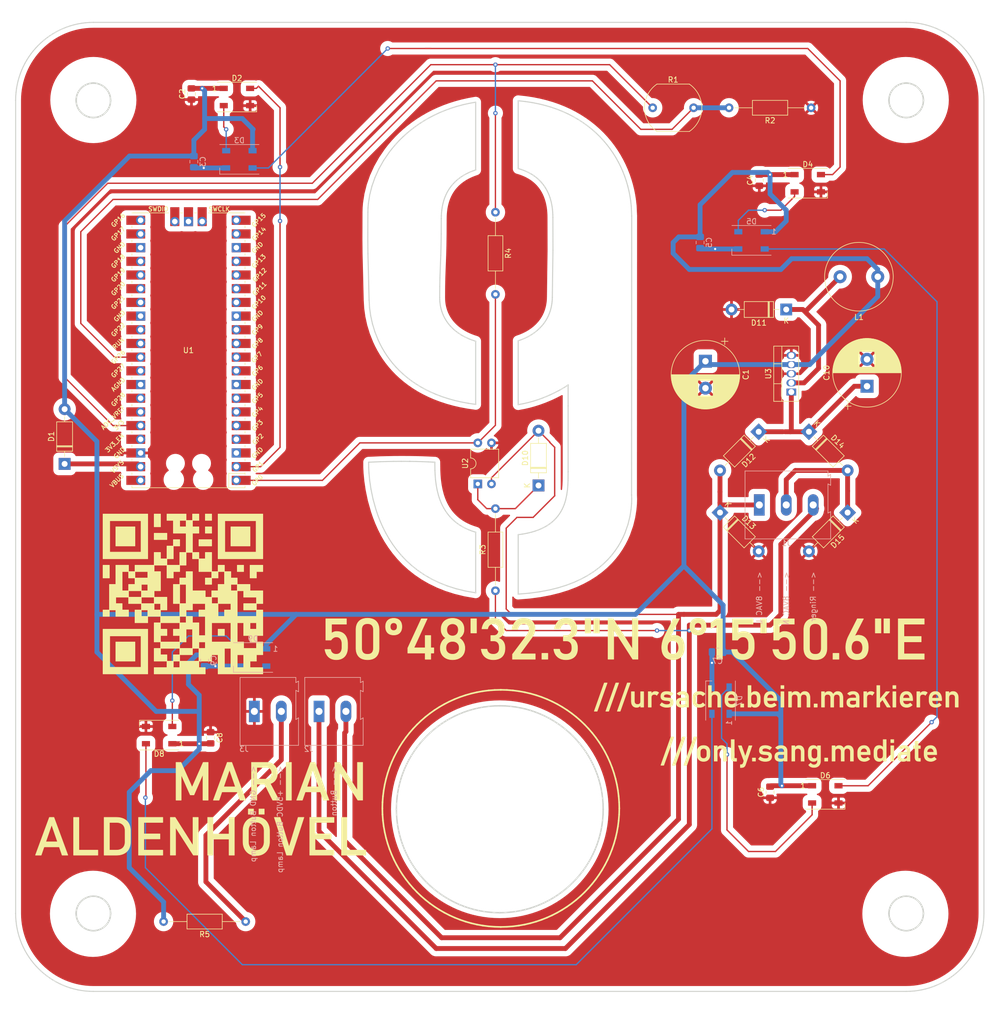
<source format=kicad_pcb>
(kicad_pcb (version 20211014) (generator pcbnew)
  (layers (0 "F.Cu" signal) (31 "B.Cu" signal) (36 "B.SilkS" user "B.Silkscreen") (37 "F.SilkS" user "F.Silkscreen") (38 "B.Mask" user) (39 "F.Mask" user) (44 "Edge.Cuts" user))
  (net 0 "")
  (net 1 "+5V")
  (net 2 "GND")
  (net 3 "Net-(C10-Pad1)")
  (net 4 "Net-(D1-Pad1)")
  (net 5 "Net-(D2-Pad2)")
  (net 6 "Net-(D2-Pad4)")
  (net 7 "Net-(D3-Pad2)")
  (net 8 "Net-(D4-Pad2)")
  (net 9 "Net-(D5-Pad2)")
  (net 10 "Net-(D6-Pad2)")
  (net 11 "Net-(D7-Pad2)")
  (net 12 "Net-(D8-Pad2)")
  (net 14 "Net-(D10-Pad1)")
  (net 15 "/8VAC-L")
  (net 16 "Net-(D11-Pad1)")
  (net 17 "/8VAC-N")
  (net 18 "Net-(J1-Pad3)")
  (net 19 "Net-(J3-Pad2)")
  (net 20 "+3.3V")
  (net 21 "Net-(R1-Pad2)")
  (net 22 "Net-(R4-Pad2)")
  (footprint "Diode_THT:D_DO-41_SOD81_P10.16mm_Horizontal" (layer "F.Cu") (at 178.396975 114.112898 -135)
    (fp_text reference "D15")
    (fp_text value "1N4001")
  )
  (footprint "Capacitor_SMD:C_0805_2012Metric_Pad1.18x1.45mm_HandSolder" (layer "F.Cu") (at 164 166 90)
    (fp_text reference "C6")
    (fp_text value "100nF")
  )
  (footprint "Capacitor_THT:CP_Radial_D12.5mm_P5.00mm" (layer "F.Cu") (at 152 86.023541 -90)
    (fp_text reference "C1")
    (fp_text value "470uF")
  )
  (footprint "MCU_RaspberryPi_and_Boards:RPi_Pico_SMD_TH" (layer "F.Cu") (at 56 84 180)
    (fp_text reference "U1")
    (fp_text value "Pico")
  )
  (footprint "Resistor_THT:R_Axial_DIN0207_L6.3mm_D2.5mm_P15.24mm_Horizontal" (layer "F.Cu") (at 66.62 190 180)
    (fp_text reference "R5")
    (fp_text value "100k")
  )
  (footprint "LED_SMD:LED_WS2812B_PLCC4_5.0x5.0mm_P3.2mm" (layer "F.Cu") (at 174.25625 166.4)
    (fp_text reference "D6")
    (fp_text value "WS2812B")
  )
  (footprint "Resistor_THT:R_Axial_DIN0207_L6.3mm_D2.5mm_P15.24mm_Horizontal" (layer "F.Cu") (at 113 128.62 90)
    (fp_text reference "R3")
    (fp_text value "330")
  )
  (footprint "Capacitor_THT:CP_Radial_D12.5mm_P5.00mm" (layer "F.Cu") (at 182 90.671459 90)
    (fp_text reference "C10")
    (fp_text value "470uF")
  )
  (footprint "Capacitor_SMD:C_0805_2012Metric_Pad1.18x1.45mm_HandSolder" (layer "F.Cu") (at 56.55 36.4375 90)
    (fp_text reference "C2")
    (fp_text value "100nF")
  )
  (footprint "Capacitor_SMD:C_0805_2012Metric_Pad1.18x1.45mm_HandSolder" (layer "F.Cu") (at 162 52.4375 90)
    (fp_text reference "C4")
    (fp_text value "100nF")
  )
  (footprint "Diode_THT:D_DO-41_SOD81_P10.16mm_Horizontal" (layer "F.Cu") (at 33 105.08 90)
    (fp_text reference "D1")
    (fp_text value "D_Schottky")
  )
  (footprint "Capacitor_SMD:C_0805_2012Metric_Pad1.18x1.45mm_HandSolder" (layer "F.Cu") (at 60.1 155.900001 -90)
    (fp_text reference "C8")
    (fp_text value "100nF")
  )
  (footprint "Resistor_THT:R_Axial_DIN0207_L6.3mm_D2.5mm_P15.24mm_Horizontal" (layer "F.Cu") (at 171.62 39 180)
    (fp_text reference "R2")
    (fp_text value "10k")
  )
  (footprint "Resistor_THT:R_Axial_DIN0207_L6.3mm_D2.5mm_P15.24mm_Horizontal" (layer "F.Cu") (at 113 58.38 -90)
    (fp_text reference "R4")
    (fp_text value "100k")
  )
  (footprint "LED_SMD:LED_WS2812B_PLCC4_5.0x5.0mm_P3.2mm" (layer "F.Cu") (at 65 37)
    (fp_text reference "D2")
    (fp_text value "WS2812B")
  )
  (footprint "Diode_THT:D_DO-41_SOD81_P10.16mm_Horizontal" (layer "F.Cu") (at 161.887103 99.112898 -135)
    (fp_text reference "D12")
    (fp_text value "1N4001")
  )
  (footprint "Package_TO_SOT_THT:TO-220-5_Vertical" (layer "F.Cu") (at 167.945 91.7475 90)
    (fp_text reference "U3")
    (fp_text value "LM2575-5.0BT")
  )
  (footprint "OptoDevice:R_LDR_10x8.5mm_P7.6mm_Vertical" (layer "F.Cu") (at 142.2 39)
    (fp_text reference "R1")
    (fp_text value "LDR03")
  )
  (footprint "LED_SMD:LED_WS2812B_PLCC4_5.0x5.0mm_P3.2mm" (layer "F.Cu") (at 171 53)
    (fp_text reference "D4")
    (fp_text value "WS2812B")
  )
  (footprint "Package_DIP:DIP-4_W7.62mm" (layer "F.Cu") (at 109.725 108.8 90)
    (fp_text reference "U2")
    (fp_text value "PC817")
  )
  (footprint "Diode_THT:D_DO-41_SOD81_P10.16mm_Horizontal" (layer "F.Cu") (at 154.702898 114.112898 -45)
    (fp_text reference "D13")
    (fp_text value "1N4001")
  )
  (footprint "Inductor_THT:L_Radial_D12.5mm_P7.00mm_Fastron_09HCP" (layer "F.Cu") (at 184 70.3475 180)
    (fp_text reference "L1")
    (fp_text value "33uH")
  )
  (footprint "Diode_THT:D_DO-41_SOD81_P10.16mm_Horizontal" (layer "F.Cu") (at 171.21277 99.112898 -45)
    (fp_text reference "D14")
    (fp_text value "1N4001")
  )
  (footprint "Diode_THT:D_DO-41_SOD81_P10.16mm_Horizontal" (layer "F.Cu") (at 167 76.4275 180)
    (fp_text reference "D11")
    (fp_text value "1N5819")
  )
  (footprint "LED_SMD:LED_WS2812B_PLCC4_5.0x5.0mm_P3.2mm" (layer "F.Cu") (at 50.55 155.4 180)
    (fp_text reference "D8")
    (fp_text value "WS2812B")
  )
  (footprint "Diode_THT:D_DO-41_SOD81_P10.16mm_Horizontal" (layer "F.Cu") (at 121 109.08 90)
    (fp_text reference "D10")
    (fp_text value "1N4148")
  )
  (footprint "LED_SMD:LED_WS2812B_PLCC4_5.0x5.0mm_P3.2mm" (layer "B.Cu") (at 154.801845 149 90)
    (fp_text reference "D7")
    (fp_text value "WS2812B")
  )
  (footprint "Capacitor_SMD:C_0805_2012Metric_Pad1.18x1.45mm_HandSolder" (layer "B.Cu") (at 154.239345 140)
    (fp_text reference "C7")
    (fp_text value "100nF")
  )
  (footprint "TerminalBlock:TerminalBlock_Altech_AK300-2_P5.00mm" (layer "B.Cu") (at 68.235 151)
    (fp_text reference "J3")
    (fp_text value "Taster-LED")
  )
  (footprint "LED_SMD:LED_WS2812B_PLCC4_5.0x5.0mm_P3.2mm" (layer "B.Cu") (at 160.55 63.6 180)
    (fp_text reference "D5")
    (fp_text value "WS2812B")
  )
  (footprint "LED_SMD:LED_WS2812B_PLCC4_5.0x5.0mm_P3.2mm" (layer "B.Cu") (at 68 141 180)
    (fp_text reference "D9")
    (fp_text value "WS2812B")
  )
  (footprint "TerminalBlock:TerminalBlock_Altech_AK300-3_P5.00mm" (layer "B.Cu") (at 162 112.695)
    (fp_text reference "J1")
    (fp_text value "Wall")
  )
  (footprint "TerminalBlock:TerminalBlock_Altech_AK300-2_P5.00mm" (layer "B.Cu") (at 80.235 151)
    (fp_text reference "J2")
    (fp_text value "Taster")
  )
  (footprint "Capacitor_SMD:C_0805_2012Metric_Pad1.18x1.45mm_HandSolder" (layer "B.Cu") (at 57 49 90)
    (fp_text reference "C3")
    (fp_text value "100nF")
  )
  (footprint "Capacitor_SMD:C_0805_2012Metric_Pad1.18x1.45mm_HandSolder" (layer "B.Cu") (at 151 64 90)
    (fp_text reference "C5")
    (fp_text value "100nF")
  )
  (footprint "Capacitor_SMD:C_0805_2012Metric_Pad1.18x1.45mm_HandSolder" (layer "B.Cu") (at 59 141.5625 90)
    (fp_text reference "C9")
    (fp_text value "100nF")
  )
  (footprint "LED_SMD:LED_WS2812B_PLCC4_5.0x5.0mm_P3.2mm" (layer "B.Cu") (at 65.45 48.5625 180)
    (fp_text reference "D3")
    (fp_text value "WS2812B")
  )
  (gr_line (start 97.02373 182.994045) (end 96.370621 182.162953) (layer "F.SilkS") (width 0.303168))
  (gr_poly (pts (xy 138.798777 149.088792) (xy 138.799373 149.125814) (xy 138.801159 149.161777) (xy 138.804136 149.196682) (xy 138.808301 149.23053) (xy 138.813654 149.26332) (xy 138.820194 149.295055) (xy 138.827921 149.325733) (xy 138.836833 149.355356) (xy 138.846929 149.383923) (xy 138.858209 149.411437) (xy 138.870672 149.437896) (xy 138.884316 149.463301) (xy 138.899142 149.487654) (xy 138.915147 149.510954) (xy 138.932331 149.533203) (xy 138.950694 149.554399) (xy 138.970471 149.574091) (xy 138.991212 149.592516) (xy 139.012919 149.609674) (xy 139.035592 149.625564) (xy 139.059232 149.640186) (xy 139.083838 149.65354) (xy 139.109412 149.665624) (xy 139.135954 149.676439) (xy 139.163466 149.685983) (xy 139.191946 149.694257) (xy 139.221397 149.701259) (xy 139.251818 149.706989) (xy 139.28321 149.711447) (xy 139.315574 149.714631) (xy 139.34891 149.716542) (xy 139.38322 149.71718) (xy 139.41719 149.716607) (xy 139.450195 149.714889) (xy 139.482235 149.712027) (xy 139.513309 149.708022) (xy 139.543416 149.702872) (xy 139.572555 149.69658) (xy 139.600726 149.689146) (xy 139.627928 149.68057) (xy 139.654161 149.670853) (xy 139.679424 149.659995) (xy 139.703716 149.647997) (xy 139.727036 149.63486) (xy 139.749384 149.620583) (xy 139.770759 149.605168) (xy 139.79116 149.588615) (xy 139.810588 149.570924) (xy 139.828944 149.552185) (xy 139.846112 149.532481) (xy 139.862092 149.51181) (xy 139.876884 149.490172) (xy 139.890489 149.467568) (xy 139.902908 149.443995) (xy 139.914141 149.419455) (xy 139.924189 149.393945) (xy 139.933053 149.367467) (xy 139.940732 149.340018) (xy 139.947229 149.3116) (xy 139.952543 149.282211) (xy 139.956675 149.251851) (xy 139.959626 149.220519) (xy 139.961396 149.188216) (xy 139.961985 149.154939) (xy 139.961985 147.349367) (xy 140.521647 147.349367) (xy 140.521647 150.210176) (xy 139.961985 150.210176) (xy 139.961985 149.829835) (xy 139.950667 149.849855) (xy 139.938807 149.869538) (xy 139.926404 149.888882) (xy 139.913452 149.907884) (xy 139.899948 149.926542) (xy 139.885889 149.944853) (xy 139.871271 149.962815) (xy 139.856089 149.980426) (xy 139.840342 149.997683) (xy 139.824024 150.014584) (xy 139.807132 150.031126) (xy 139.789663 150.047307) (xy 139.771613 150.063124) (xy 139.752978 150.078575) (xy 139.733754 150.093658) (xy 139.713939 150.108369) (xy 139.688784 150.125721) (xy 139.662918 150.141949) (xy 139.636341 150.157055) (xy 139.609053 150.171039) (xy 139.581054 150.183902) (xy 139.552344 150.195644) (xy 139.522922 150.206265) (xy 139.492789 150.215766) (xy 139.461945 150.224148) (xy 139.430389 150.231411) (xy 139.398123 150.237555) (xy 139.365144 150.24258) (xy 139.331454 150.246489) (xy 139.297053 150.24928) (xy 139.26194 150.250954) (xy 139.226115 150.251512) (xy 139.167701 150.250332) (xy 139.110962 150.24679) (xy 139.0559 150.240886) (xy 139.002514 150.232618) (xy 138.950805 150.221986) (xy 138.900774 150.208989) (xy 138.852421 150.193625) (xy 138.805747 150.175893) (xy 138.760751 150.155793) (xy 138.717435 150.133323) (xy 138.6758 150.108483) (xy 138.635845 150.081271) (xy 138.59757 150.051686) (xy 138.560978 150.019728) (xy 138.526067 149.985395) (xy 138.492838 149.948686) (xy 138.461797 149.909477) (xy 138.432758 149.868329) (xy 138.405723 149.825244) (xy 138.380691 149.780221) (xy 138.357662 149.73326) (xy 138.336636 149.684361) (xy 138.317613 149.633524) (xy 138.300593 149.580749) (xy 138.285576 149.526036) (xy 138.272561 149.469386) (xy 138.261548 149.410798) (xy 138.252539 149.350272) (xy 138.245531 149.287809) (xy 138.240526 149.223408) (xy 138.237522 149.157069) (xy 138.236522 149.088792) (xy 138.236522 147.349367) (xy 138.798777 147.349367)) (layer "F.SilkS") (width 0.1) (fill solid))
  (gr_poly (pts (xy 148.537446 161) (xy 148 161) (xy 149.860352 155.75795) (xy 150.397797 155.75795)) (layer "F.SilkS") (width 0.1) (fill solid))
  (gr_line (start 114 147) (end 114 147) (layer "F.SilkS") (width 0.303168))
  (gr_poly (pts (xy 166.082224 157.337682) (xy 166.125477 157.339162) (xy 166.167936 157.34163) (xy 166.2096 157.345085) (xy 166.250469 157.349529) (xy 166.290543 157.354962) (xy 166.329821 157.361384) (xy 166.368302 157.368796) (xy 166.405986 157.377198) (xy 166.442874 157.386592) (xy 166.478964 157.396977) (xy 166.514255 157.408354) (xy 166.548748 157.420723) (xy 166.582442 157.434086) (xy 166.615337 157.448441) (xy 166.647431 157.463791) (xy 166.678659 157.479747) (xy 166.708941 157.496607) (xy 166.738278 157.514372) (xy 166.766669 157.53304) (xy 166.794114 157.552612) (xy 166.820613 157.573089) (xy 166.846165 157.59447) (xy 166.87077 157.616755) (xy 166.894428 157.639944) (xy 166.917138 157.664038) (xy 166.938899 157.689036) (xy 166.959713 157.714938) (xy 166.979578 157.741745) (xy 166.998494 157.769456) (xy 167.016461 157.798072) (xy 167.033478 157.827591) (xy 167.049498 157.857606) (xy 167.064483 157.888391) (xy 167.078435 157.919948) (xy 167.091352 157.952278) (xy 167.103235 157.98538) (xy 167.114085 158.019257) (xy 167.123901 158.053906) (xy 167.132683 158.089331) (xy 167.140432 158.125531) (xy 167.147147 158.162507) (xy 167.152829 158.200258) (xy 167.157478 158.238787) (xy 167.161094 158.278093) (xy 167.163676 158.318177) (xy 167.165225 158.359039) (xy 167.165741 158.400681) (xy 167.165741 160.239335) (xy 166.63089 160.239335) (xy 166.63089 160.015061) (xy 166.616578 160.031405) (xy 166.601923 160.047351) (xy 166.586881 160.06285) (xy 166.571408 160.077849) (xy 166.563495 160.085146) (xy 166.555458 160.092298) (xy 166.547291 160.099301) (xy 166.538987 160.106147) (xy 166.530543 160.112829) (xy 166.521951 160.119343) (xy 166.513206 160.125681) (xy 166.504303 160.131837) (xy 166.490724 160.140985) (xy 166.476858 160.149829) (xy 166.462705 160.158368) (xy 166.448267 160.166603) (xy 166.433545 160.174535) (xy 166.41854 160.182165) (xy 166.403253 160.189492) (xy 166.387685 160.196516) (xy 166.371836 160.20324) (xy 166.355709 160.209663) (xy 166.339304 160.215786) (xy 166.322621 160.221609) (xy 166.305663 160.227133) (xy 166.28843 160.232358) (xy 166.253144 160.241913) (xy 166.216754 160.250969) (xy 166.179248 160.258829) (xy 166.140623 160.265489) (xy 166.10088 160.270945) (xy 166.060017 160.275195) (xy 166.018032 160.278235) (xy 165.974925 160.280061) (xy 165.930695 160.280671) (xy 165.865601 160.279816) (xy 165.802602 160.277254) (xy 165.741695 160.272984) (xy 165.682882 160.267009) (xy 165.62616 160.259328) (xy 165.571529 160.249943) (xy 165.518988 160.238855) (xy 165.468537 160.226065) (xy 165.420174 160.211574) (xy 165.373899 160.195383) (xy 165.329711 160.177493) (xy 165.287609 160.157905) (xy 165.247592 160.13662) (xy 165.20966 160.113638) (xy 165.173811 160.088962) (xy 165.140046 160.062592) (xy 165.108342 160.034153) (xy 165.078679 160.003955) (xy 165.051058 159.971999) (xy 165.025479 159.938281) (xy 165.001944 159.902802) (xy 164.980452 159.86556) (xy 164.961004 159.826554) (xy 164.9436 159.785784) (xy 164.928242 159.743248) (xy 164.91493 159.698945) (xy 164.903664 159.652875) (xy 164.894445 159.605035) (xy 164.887274 159.555425) (xy 164.882152 159.504045) (xy 164.879077 159.450892) (xy 164.878052 159.395966) (xy 165.407197 159.395966) (xy 165.407754 159.422741) (xy 165.409429 159.448634) (xy 165.41222 159.473644) (xy 165.416128 159.49777) (xy 165.421154 159.521014) (xy 165.427299 159.543375) (xy 165.434562 159.564853) (xy 165.442944 159.585448) (xy 165.452446 159.60516) (xy 165.463069 159.62399) (xy 165.4688 159.633074) (xy 165.474812 159.641937) (xy 165.481104 159.650579) (xy 165.487676 159.659001) (xy 165.494529 159.667202) (xy 165.501662 159.675182) (xy 165.509076 159.682942) (xy 165.51677 159.690481) (xy 165.533001 159.704897) (xy 165.550355 159.71843) (xy 165.569199 159.731109) (xy 165.589213 159.742963) (xy 165.610396 159.753992) (xy 165.632747 159.764197) (xy 165.656264 159.773581) (xy 165.680948 159.782143) (xy 165.706795 159.789884) (xy 165.733807 159.796807) (xy 165.761981 159.802911) (xy 165.791317 159.808198) (xy 165.821814 159.812669) (xy 165.85347 159.816324) (xy 165.886284 159.819166) (xy 165.920257 159.821194) (xy 165.955385 159.82241) (xy 165.991669 159.822815) (xy 166.03133 159.822548) (xy 166.069698 159.821746) (xy 166.106775 159.820409) (xy 166.14256 159.818536) (xy 166.177053 159.816127) (xy 166.210254 159.81318) (xy 166.242164 159.809697) (xy 166.272782 159.805676) (xy 166.302108 159.801117) (xy 166.330142 159.796019) (xy 166.356885 159.790381) (xy 166.382336 159.784204) (xy 166.406495 159.777487) (xy 166.429363 159.77023) (xy 166.450939 159.762431) (xy 166.471223 159.75409) (xy 166.490577 159.745177) (xy 166.50868 159.735661) (xy 166.52553 159.725541) (xy 166.541129 159.714819) (xy 166.555476 159.703494) (xy 166.568574 159.691566) (xy 166.580421 159.679034) (xy 166.591019 159.6659) (xy 166.59585 159.659106) (xy 166.600368 159.652162) (xy 166.604575 159.645067) (xy 166.60847 159.637821) (xy 166.612052 159.630425) (xy 166.615323 159.622877) (xy 166.618281 159.615179) (xy 166.620928 159.60733) (xy 166.623264 159.59933) (xy 166.625288 159.59118) (xy 166.628401 159.574426) (xy 166.630268 159.557069) (xy 166.63089 159.539109) (xy 166.63089 158.9991) (xy 165.845429 158.9991) (xy 165.818297 158.999488) (xy 165.792025 159.000651) (xy 165.766615 159.002589) (xy 165.742067 159.005303) (xy 165.718379 159.008791) (xy 165.695553 159.013055) (xy 165.673588 159.018093) (xy 165.652485 159.023907) (xy 165.632244 159.030496) (xy 165.612864 159.037859) (xy 165.594346 159.045998) (xy 165.576689 159.054911) (xy 165.559894 159.0646) (xy 165.543961 159.075063) (xy 165.528889 159.0863) (xy 165.51468 159.098313) (xy 165.501664 159.110786) (xy 165.489488 159.124077) (xy 165.478152 159.138185) (xy 165.467656 159.15311) (xy 165.457999 159.168853) (xy 165.449182 159.185413) (xy 165.441205 159.20279) (xy 165.434068 159.220984) (xy 165.42777 159.239996) (xy 165.422311 159.259825) (xy 165.417693 159.280472) (xy 165.413914 159.301936) (xy 165.410975 159.324217) (xy 165.408876 159.347316) (xy 165.407617 159.371232) (xy 165.407197 159.395966) (xy 164.878052 159.395966) (xy 164.878989 159.343741) (xy 164.881799 159.293173) (xy 164.886482 159.244264) (xy 164.893038 159.197013) (xy 164.901468 159.15142) (xy 164.911771 159.107485) (xy 164.923947 159.065209) (xy 164.937996 159.02459) (xy 164.953919 158.985629) (xy 164.971715 158.948327) (xy 164.991384 158.912682) (xy 165.012927 158.878695) (xy 165.036342 158.846365) (xy 165.061631 158.815694) (xy 165.088793 158.78668) (xy 165.117829 158.759324) (xy 165.148756 158.733623) (xy 165.181605 158.709577) (xy 165.216374 158.687185) (xy 165.253062 158.666449) (xy 165.29167 158.647369) (xy 165.332197 158.629945) (xy 165.374641 158.614178) (xy 165.419003 158.600068) (xy 165.465281 158.587616) (xy 165.513475 158.576823) (xy 165.563584 158.567688) (xy 165.615608 158.560213) (xy 165.669546 158.554399) (xy 165.725397 158.550245) (xy 165.78316 158.547752) (xy 165.842835 158.546921) (xy 166.63089 158.546921) (xy 166.63089 158.425492) (xy 166.630301 158.390852) (xy 166.628531 158.357209) (xy 166.62558 158.324563) (xy 166.621448 158.292912) (xy 166.616134 158.262256) (xy 166.609638 158.232593) (xy 166.601958 158.203922) (xy 166.593094 158.176243) (xy 166.583046 158.149554) (xy 166.571813 158.123855) (xy 166.559394 158.099143) (xy 166.545789 158.075418) (xy 166.530997 158.05268) (xy 166.515018 158.030927) (xy 166.49785 158.010158) (xy 166.479493 157.990372) (xy 166.460391 157.971351) (xy 166.440292 157.953556) (xy 166.419197 157.936988) (xy 166.397106 157.921648) (xy 166.37402 157.907534) (xy 166.349941 157.894648) (xy 166.324869 157.882989) (xy 166.298806 157.872557) (xy 166.271752 157.863353) (xy 166.243708 157.855375) (xy 166.214676 157.848625) (xy 166.184656 157.843102) (xy 166.153649 157.838806) (xy 166.121657 157.835738) (xy 166.088679 157.833897) (xy 166.054719 157.833283) (xy 166.012098 157.834093) (xy 165.969673 157.836525) (xy 165.927437 157.840585) (xy 165.88538 157.846278) (xy 165.843497 157.853607) (xy 165.80178 157.862579) (xy 165.760221 157.873198) (xy 165.718812 157.885468) (xy 165.698627 157.89218) (xy 165.678722 157.899219) (xy 165.659096 157.906583) (xy 165.63975 157.914272) (xy 165.620684 157.922287) (xy 165.601897 157.930625) (xy 165.583391 157.939287) (xy 165.565163 157.948271) (xy 165.547216 157.957579) (xy 165.529548 157.967207) (xy 165.51216 157.977157) (xy 165.495051 157.987428) (xy 165.478222 157.99802) (xy 165.461673 158.00893) (xy 165.445403 158.02016) (xy 165.429413 158.031708) (xy 165.018586 157.750596) (xy 165.039316 157.726479) (xy 165.060847 157.703048) (xy 165.083176 157.680303) (xy 165.106305 157.658244) (xy 165.130231 157.636872) (xy 165.154956 157.616187) (xy 165.180477 157.59619) (xy 165.206795 157.576882) (xy 165.23391 157.558262) (xy 165.261819 157.540332) (xy 165.290524 157.523091) (xy 165.320023 157.50654) (xy 165.350316 157.490681) (xy 165.381403 157.475512) (xy 165.413282 157.461035) (xy 165.445954 157.447251) (xy 165.479593 157.433905) (xy 165.513677 157.421423) (xy 165.548208 157.409805) (xy 165.583185 157.399052) (xy 165.618611 157.389161) (xy 165.654486 157.380133) (xy 165.690812 157.371967) (xy 165.727589 157.364663) (xy 165.764818 157.358219) (xy 165.802502 157.352637) (xy 165.840639 157.347915) (xy 165.879232 157.344052) (xy 165.918281 157.341049) (xy 165.957788 157.338904) (xy 165.997753 157.337618) (xy 166.038178 157.337189)) (layer "F.SilkS") (width 0.1) (fill solid))
  (gr_poly (pts (xy 74.685486 176.167267) (xy 76.368591 170.668899) (xy 77.439331 170.668899) (xy 75.153167 177.6819) (xy 74.217285 177.6819) (xy 71.931122 170.668899) (xy 73.001862 170.668899)) (layer "F.SilkS") (width 0.1) (fill solid))
  (gr_poly (pts (xy 89.251939 133.724242) (xy 89.251923 133.724241) (xy 89.251954 133.724241)) (layer "F.SilkS") (width 0.1) (fill solid))
  (gr_poly (pts (xy 163.16978 157.336799) (xy 163.224537 157.338739) (xy 163.278597 157.341973) (xy 163.331963 157.346497) (xy 163.38464 157.352312) (xy 163.436631 157.359416) (xy 163.487941 157.367808) (xy 163.538575 157.377488) (xy 163.589268 157.388463) (xy 163.639357 157.400731) (xy 163.688841 157.414293) (xy 163.737721 157.429148) (xy 163.785996 157.445298) (xy 163.833665 157.462741) (xy 163.880728 157.481479) (xy 163.927186 157.501511) (xy 163.973137 157.522188) (xy 164.018657 157.544255) (xy 164.063748 157.567708) (xy 164.108407 157.592543) (xy 164.152634 157.618756) (xy 164.196428 157.646344) (xy 164.239789 157.675302) (xy 164.282716 157.705628) (xy 163.943726 158.115952) (xy 163.890078 158.082576) (xy 163.836615 158.051353) (xy 163.783332 158.022284) (xy 163.730225 157.995367) (xy 163.67729 157.970605) (xy 163.624522 157.947996) (xy 163.571917 157.927542) (xy 163.519471 157.909241) (xy 163.46792 157.893101) (xy 163.416628 157.879127) (xy 163.365596 157.867312) (xy 163.314824 157.857655) (xy 163.26431 157.850151) (xy 163.214055 157.844795) (xy 163.164058 157.841585) (xy 163.114319 157.840516) (xy 163.079053 157.840903) (xy 163.044905 157.842066) (xy 163.011877 157.844004) (xy 162.979967 157.846718) (xy 162.949177 157.850206) (xy 162.919506 157.85447) (xy 162.890954 157.859509) (xy 162.863522 157.865323) (xy 162.83721 157.871911) (xy 162.812018 157.879275) (xy 162.787945 157.887413) (xy 162.764993 157.896327) (xy 162.743161 157.906015) (xy 162.722449 157.916478) (xy 162.702858 157.927716) (xy 162.684388 157.939728) (xy 162.667028 157.952176) (xy 162.650781 157.965395) (xy 162.635647 157.979386) (xy 162.621628 157.994149) (xy 162.608724 158.009686) (xy 162.596938 158.025995) (xy 162.586268 158.043078) (xy 162.576718 158.060935) (xy 162.568287 158.079566) (xy 162.560977 158.098972) (xy 162.554789 158.119153) (xy 162.549724 158.140111) (xy 162.545782 158.161844) (xy 162.542966 158.184354) (xy 162.541275 158.207641) (xy 162.540711 158.231705) (xy 162.541026 158.245948) (xy 162.541969 158.259738) (xy 162.54354 158.273077) (xy 162.545739 158.285964) (xy 162.548565 158.298399) (xy 162.552017 158.310382) (xy 162.556094 158.321913) (xy 162.560795 158.332991) (xy 162.566121 158.343618) (xy 162.57207 158.353792) (xy 162.578642 158.363513) (xy 162.585836 158.372783) (xy 162.593652 158.3816) (xy 162.602088 158.389964) (xy 162.611144 158.397876) (xy 162.62082 158.405335) (xy 162.631315 158.412423) (xy 162.642134 158.419217) (xy 162.653276 158.425715) (xy 162.664742 158.431916) (xy 162.67653 158.437819) (xy 162.688641 158.443424) (xy 162.701076 158.448729) (xy 162.713833 158.453734) (xy 162.726914 158.458437) (xy 162.740317 158.462839) (xy 162.754043 158.466937) (xy 162.768092 158.470732) (xy 162.782464 158.474221) (xy 162.797159 158.477404) (xy 162.812176 158.480281) (xy 162.827515 158.48285) (xy 162.860162 158.487586) (xy 162.896095 158.492149) (xy 162.977803 158.500756) (xy 163.072609 158.508676) (xy 163.180482 158.515916) (xy 163.184593 158.516627) (xy 163.18871 158.517251) (xy 163.192832 158.517785) (xy 163.196961 158.518227) (xy 163.201095 158.518574) (xy 163.205235 158.518825) (xy 163.209381 158.518977) (xy 163.213532 158.519028) (xy 163.218367 158.519057) (xy 163.22321 158.51915) (xy 163.228059 158.519317) (xy 163.232911 158.519568) (xy 163.237763 158.519913) (xy 163.242612 158.520361) (xy 163.247455 158.520922) (xy 163.252289 158.521607) (xy 163.268311 158.521607) (xy 163.269315 158.52162) (xy 163.270324 158.521658) (xy 163.271337 158.521721) (xy 163.272355 158.52181) (xy 163.273377 158.521923) (xy 163.274403 158.52206) (xy 163.275433 158.522221) (xy 163.276467 158.522406) (xy 163.278545 158.522846) (xy 163.280636 158.523377) (xy 163.282739 158.523998) (xy 163.284852 158.524704) (xy 163.358536 158.530186) (xy 163.429395 158.53697) (xy 163.497422 158.545052) (xy 163.562611 158.554429) (xy 163.624959 158.565095) (xy 163.684458 158.577048) (xy 163.741104 158.590284) (xy 163.794892 158.604798) (xy 163.821155 158.612837) (xy 163.84688 158.621802) (xy 163.872065 158.631694) (xy 163.896711 158.642512) (xy 163.920817 158.654257) (xy 163.944385 158.666927) (xy 163.967414 158.680524) (xy 163.989903 158.695048) (xy 164.011854 158.710498) (xy 164.033265 158.726874) (xy 164.054138 158.744177) (xy 164.074473 158.762407) (xy 164.094268 158.781563) (xy 164.113525 158.801645) (xy 164.132243 158.822654) (xy 164.150422 158.84459) (xy 164.167776 158.867607) (xy 164.184007 158.891876) (xy 164.199115 158.917398) (xy 164.2131 158.944171) (xy 164.225965 158.972195) (xy 164.237708 159.00147) (xy 164.24833 159.031996) (xy 164.257832 159.063771) (xy 164.266214 159.096795) (xy 164.273478 159.131068) (xy 164.279622 159.166589) (xy 164.284648 159.203358) (xy 164.288556 159.241374) (xy 164.291347 159.280636) (xy 164.293022 159.321145) (xy 164.29358 159.3629) (xy 164.293062 159.401075) (xy 164.291511 159.438431) (xy 164.288926 159.474969) (xy 164.285307 159.51069) (xy 164.280654 159.545592) (xy 164.274968 159.579676) (xy 164.268248 159.612942) (xy 164.260495 159.64539) (xy 164.251708 159.67702) (xy 164.241889 159.707832) (xy 164.231037 159.737827) (xy 164.219151 159.767004) (xy 164.206234 159.795363) (xy 164.192284 159.822905) (xy 164.177301 159.849628) (xy 164.161286 159.875534) (xy 164.144229 159.900291) (xy 164.126121 159.924266) (xy 164.106959 159.94746) (xy 164.086745 159.969873) (xy 164.065477 159.991507) (xy 164.043155 160.012363) (xy 164.019779 160.032442) (xy 163.995347 160.051745) (xy 163.969859 160.070272) (xy 163.943315 160.088026) (xy 163.915715 160.105006) (xy 163.887057 160.121214) (xy 163.857341 160.136651) (xy 163.826567 160.151318) (xy 163.794734 160.165216) (xy 163.761841 160.178345) (xy 163.728227 160.190699) (xy 163.693533 160.202263) (xy 163.657758 160.213037) (xy 163.620903 160.223018) (xy 163.58297 160.232207) (xy 163.543959 160.240602) (xy 163.462704 160.255005) (xy 163.377145 160.266222) (xy 163.287288 160.274244) (xy 163.193136 160.279063) (xy 163.094697 160.280671) (xy 163.031787 160.279895) (xy 162.969853 160.27757) (xy 162.908884 160.273693) (xy 162.848874 160.268267) (xy 162.789812 160.261291) (xy 162.731689 160.252765) (xy 162.674496 160.242689) (xy 162.618226 160.231064) (xy 162.56354 160.217884) (xy 162.509713 160.203155) (xy 162.456745 160.186876) (xy 162.404637 160.169047) (xy 162.353388 160.149668) (xy 162.303 160.128739) (xy 162.253471 160.10626) (xy 162.204804 160.08223) (xy 162.157052 160.056655) (xy 162.133531 160.043286) (xy 162.110247 160.02953) (xy 162.087199 160.015385) (xy 162.064388 160.000852) (xy 162.041813 159.985932) (xy 162.019475 159.970624) (xy 161.975507 159.938842) (xy 161.932485 159.905509) (xy 161.890407 159.870623) (xy 161.849274 159.834183) (xy 162.182587 159.423356) (xy 162.240425 159.466073) (xy 162.29819 159.506036) (xy 162.355879 159.543244) (xy 162.413487 159.577696) (xy 162.471011 159.609393) (xy 162.528446 159.638334) (xy 162.55713 159.65177) (xy 162.585789 159.664517) (xy 162.614425 159.676575) (xy 162.643036 159.687943) (xy 162.671604 159.698624) (xy 162.700122 159.70862) (xy 162.728591 159.71793) (xy 162.757013 159.726553) (xy 162.785388 159.734489) (xy 162.813716 159.741738) (xy 162.842 159.748299) (xy 162.87024 159.754172) (xy 162.898437 159.759356) (xy 162.926592 159.76385) (xy 162.954706 159.767654) (xy 162.98278 159.770767) (xy 163.010815 159.77319) (xy 163.038812 159.774921) (xy 163.066772 159.77596) (xy 163.094697 159.776307) (xy 163.135724 159.775905) (xy 163.175446 159.774699) (xy 163.213862 159.77269) (xy 163.25097 159.76988) (xy 163.28677 159.766269) (xy 163.321261 159.761859) (xy 163.35444 159.75665) (xy 163.386307 159.750643) (xy 163.416861 159.74384) (xy 163.446101 159.736241) (xy 163.474026 159.727848) (xy 163.500633 159.718661) (xy 163.525923 159.708681) (xy 163.549893 159.69791) (xy 163.572544 159.686348) (xy 163.593873 159.673997) (xy 163.614231 159.66051) (xy 163.633272 159.646234) (xy 163.650997 159.631167) (xy 163.667406 159.615309) (xy 163.6825 159.598658) (xy 163.696278 159.581214) (xy 163.708741 159.562975) (xy 163.719891 159.54394) (xy 163.729727 159.524109) (xy 163.73825 159.50348) (xy 163.745461 159.482052) (xy 163.751359 159.459825) (xy 163.755946 159.436797) (xy 163.759222 159.412968) (xy 163.761187 159.388336) (xy 163.761841 159.3629) (xy 163.761486 159.345943) (xy 163.760418 159.329524) (xy 163.75864 159.313644) (xy 163.75615 159.298302) (xy 163.752949 159.283497) (xy 163.749038 159.269232) (xy 163.744415 159.255505) (xy 163.739083 159.242316) (xy 163.73304 159.229665) (xy 163.726287 159.217553) (xy 163.718824 159.20598) (xy 163.710652 159.194945) (xy 163.70177 159.184448) (xy 163.692179 159.17449) (xy 163.681878 159.16507) (xy 163.670868 159.156189) (xy 163.659328 159.147761) (xy 163.647446 159.139699) (xy 163.635222 159.132003) (xy 163.622656 159.124674) (xy 163.609748 159.117711) (xy 163.596496 159.111114) (xy 163.582901 159.104882) (xy 163.568963 159.099017) (xy 163.55468 159.093517) (xy 163.540053 159.088382) (xy 163.525081 159.083614) (xy 163.509764 159.07921) (xy 163.494102 159.075172) (xy 163.478094 159.071499) (xy 163.461739 159.06819) (xy 163.445038 159.065247) (xy 163.409556 159.059116) (xy 163.370629 159.053135) (xy 163.328257 159.04731) (xy 163.282441 159.041649) (xy 163.180474 159.030851) (xy 163.064728 159.020798) (xy 163.017701 159.020798) (xy 162.9935 159.01796) (xy 162.981901 159.016571) (xy 162.970673 159.015122) (xy 162.948945 159.015122) (xy 162.946189 159.01441) (xy 162.943418 159.013786) (xy 162.940636 159.013252) (xy 162.937848 159.01281) (xy 162.935058 159.012463) (xy 162.932272 159.012212) (xy 162.929494 159.01206) (xy 162.926728 159.012009) (xy 162.858471 159.00592) (xy 162.792884 158.998701) (xy 162.729967 158.990355) (xy 162.66972 158.980889) (xy 162.612144 158.970307) (xy 162.55724 158.958614) (xy 162.505006 158.945815) (xy 162.455445 158.931916) (xy 162.43158 158.923941) (xy 162.408209 158.91517) (xy 162.385334 158.905601) (xy 162.362954 158.895235) (xy 162.341068 158.884072) (xy 162.319678 158.872112) (xy 162.298783 158.859355) (xy 162.278382 158.845801) (xy 162.258476 158.83145) (xy 162.239066 158.816302) (xy 162.22015 158.800357) (xy 162.201729 158.783615) (xy 162.183804 158.766077) (xy 162.166373 158.747741) (xy 162.149437 158.728609) (xy 162.132996 158.70868) (xy 162.117643 158.687805) (xy 162.103285 158.665836) (xy 162.089921 158.642772) (xy 162.07755 158.618612) (xy 162.066171 158.593357) (xy 162.055785 158.567005) (xy 162.046391 158.539556) (xy 162.037987 158.51101) (xy 162.030575 158.481366) (xy 162.024152 158.450623) (xy 162.018719 158.418781) (xy 162.014275 158.38584) (xy 162.01082 158.3518) (xy 162.008352 158.316659) (xy 162.006872 158.280416) (xy 162.006379 158.243073) (xy 162.006863 158.205574) (xy 162.008317 158.168872) (xy 162.01074 158.132967) (xy 162.014132 158.097859) (xy 162.018492 158.063547) (xy 162.023822 158.030033) (xy 162.030121 157.997315) (xy 162.037389 157.965393) (xy 162.045625 157.934269) (xy 162.05483 157.903942) (xy 162.065004 157.874411) (xy 162.076146 157.845677) (xy 162.088257 157.81774) (xy 162.101337 157.790599) (xy 162.115386 157.764256) (xy 162.130402 157.738709) (xy 162.146373 157.713958) (xy 162.163285 157.690008) (xy 162.181139 157.666858) (xy 162.199935 157.644507) (xy 162.219675 157.622955) (xy 162.240359 157.602202) (xy 162.261989 157.582246) (xy 162.284566 157.563088) (xy 162.308089 157.544727) (xy 162.332561 157.527161) (xy 162.357982 157.510392) (xy 162.384354 157.494418) (xy 162.411676 157.479238) (xy 162.439951 157.464853) (xy 162.469178 157.451261) (xy 162.49936 157.438462) (xy 162.530512 157.42611) (xy 162.56264 157.414549) (xy 162.595742 157.403777) (xy 162.629818 157.393798) (xy 162.664867 157.38461) (xy 162.700886 157.376217) (xy 162.737877 157.368618) (xy 162.775838 157.361815) (xy 162.814767 157.355808) (xy 162.854664 157.350599) (xy 162.937358 157.342578) (xy 163.023912 157.33776) (xy 163.114319 157.336152)) (layer "F.SilkS") (width 0.1) (fill solid))
  (gr_line (start 111.750628 190.886417) (end 110.649617 190.746511) (layer "F.SilkS") (width 0.303168))
  (gr_poly (pts (xy 186.976441 160.239335) (xy 186.414185 160.239335) (xy 186.414185 157.378525) (xy 186.976441 157.378525)) (layer "F.SilkS") (width 0.1) (fill solid))
  (gr_poly (pts (xy 109.483277 136.452757) (xy 108.429078 136.452757) (xy 108.429078 133.817259) (xy 109.483277 133.817259)) (layer "F.SilkS") (width 0.1) (fill solid))
  (gr_poly (pts (xy 151.694955 157.337756) (xy 151.740205 157.339457) (xy 151.784616 157.342292) (xy 151.828187 157.346264) (xy 151.870919 157.351373) (xy 151.912811 157.35762) (xy 151.953864 157.365006) (xy 151.994076 157.373532) (xy 152.033449 157.383199) (xy 152.071981 157.394009) (xy 152.109673 157.405962) (xy 152.146524 157.419059) (xy 152.182536 157.433301) (xy 152.217706 157.44869) (xy 152.252035 157.465226) (xy 152.285523 157.482911) (xy 152.318103 157.501351) (xy 152.349697 157.520847) (xy 152.380302 157.541398) (xy 152.40992 157.563005) (xy 152.43855 157.585666) (xy 152.46619 157.609384) (xy 152.492841 157.634156) (xy 152.518502 157.659983) (xy 152.543172 157.686866) (xy 152.566851 157.714804) (xy 152.589538 157.743796) (xy 152.611233 157.773844) (xy 152.631936 157.804948) (xy 152.651645 157.837106) (xy 152.67036 157.870319) (xy 152.688081 157.904587) (xy 152.705099 157.939485) (xy 152.721019 157.975273) (xy 152.735843 158.011949) (xy 152.749568 158.049513) (xy 152.762197 158.087964) (xy 152.773728 158.1273) (xy 152.784161 158.167521) (xy 152.793496 158.208626) (xy 152.801733 158.250614) (xy 152.808872 158.293483) (xy 152.814913 158.337233) (xy 152.819856 158.381862) (xy 152.823701 158.427369) (xy 152.826447 158.473755) (xy 152.828095 158.521016) (xy 152.828644 158.569153) (xy 152.828644 159.043015) (xy 152.828095 159.091494) (xy 152.826447 159.139091) (xy 152.823701 159.185805) (xy 152.819856 159.231636) (xy 152.814913 159.276585) (xy 152.808872 159.320651) (xy 152.801733 159.363834) (xy 152.793496 159.406134) (xy 152.784161 159.447552) (xy 152.773728 159.488086) (xy 152.762197 159.527738) (xy 152.749568 159.566507) (xy 152.735843 159.604393) (xy 152.721019 159.641396) (xy 152.705099 159.677516) (xy 152.688081 159.712754) (xy 152.67036 159.746698) (xy 152.651645 159.77963) (xy 152.631936 159.81155) (xy 152.611233 159.842458) (xy 152.589538 159.872355) (xy 152.566851 159.901239) (xy 152.543172 159.929112) (xy 152.518502 159.955973) (xy 152.492841 159.981822) (xy 152.46619 160.006659) (xy 152.43855 160.030484) (xy 152.40992 160.053298) (xy 152.380302 160.075099) (xy 152.349697 160.095888) (xy 152.318103 160.115665) (xy 152.285523 160.13443) (xy 152.252035 160.152123) (xy 152.217706 160.168678) (xy 152.182536 160.184093) (xy 152.146524 160.19837) (xy 152.109673 160.211506) (xy 152.071981 160.223503) (xy 152.033449 160.234359) (xy 151.994076 160.244074) (xy 151.953864 160.252648) (xy 151.912811 160.26008) (xy 151.870919 160.26637) (xy 151.828187 160.271517) (xy 151.784616 160.275521) (xy 151.740205 160.278382) (xy 151.694955 160.280098) (xy 151.648865 160.280671) (xy 151.602776 160.280098) (xy 151.557527 160.278382) (xy 151.513118 160.275521) (xy 151.469548 160.271517) (xy 151.426818 160.26637) (xy 151.384927 160.26008) (xy 151.343877 160.252648) (xy 151.303666 160.244074) (xy 151.264294 160.234359) (xy 151.225763 160.223503) (xy 151.188071 160.211506) (xy 151.151219 160.19837) (xy 151.115207 160.184093) (xy 151.080034 160.168678) (xy 151.045701 160.152123) (xy 151.012207 160.13443) (xy 150.979624 160.115657) (xy 150.948009 160.095852) (xy 150.917362 160.075018) (xy 150.887684 160.053152) (xy 150.858975 160.030255) (xy 150.831233 160.006325) (xy 150.804461 159.981363) (xy 150.778657 159.955368) (xy 150.753821 159.92834) (xy 150.729953 159.900277) (xy 150.707054 159.87118) (xy 150.685124 159.841048) (xy 150.664162 159.809881) (xy 150.644168 159.777677) (xy 150.625143 159.744437) (xy 150.607087 159.71016) (xy 150.590399 159.674577) (xy 150.574784 159.638108) (xy 150.560241 159.600754) (xy 150.546771 159.562514) (xy 150.534376 159.523389) (xy 150.523055 159.483379) (xy 150.51281 159.442486) (xy 150.50364 159.40071) (xy 150.495547 159.35805) (xy 150.48853 159.314509) (xy 150.482592 159.270085) (xy 150.477731 159.224781) (xy 150.47395 159.178596) (xy 150.471249 159.13153) (xy 150.469627 159.083585) (xy 150.469178 159.043015) (xy 151.031342 159.043015) (xy 151.03197 159.084121) (xy 151.033854 159.124068) (xy 151.036993 159.162855) (xy 151.041385 159.200483) (xy 151.047031 159.23695) (xy 151.053928 159.272256) (xy 151.062075 159.3064) (xy 151.071473 159.339383) (xy 151.082119 159.371202) (xy 151.094013 159.401859) (xy 151.107155 159.431352) (xy 151.121542 159.45968) (xy 151.137174 159.486844) (xy 151.154049 159.512842) (xy 151.172168 159.537675) (xy 151.191529 159.561341) (xy 151.212369 159.583698) (xy 151.234239 159.604609) (xy 151.25714 159.624074) (xy 151.281072 159.642095) (xy 151.306036 159.658672) (xy 151.332033 159.673804) (xy 151.359062 159.687494) (xy 151.387124 159.69974) (xy 151.416219 159.710544) (xy 151.446349 159.719906) (xy 151.477513 159.727826) (xy 151.509712 159.734305) (xy 151.542946 159.739343) (xy 151.577216 159.742941) (xy 151.612522 159.7451) (xy 151.648865 159.74582) (xy 151.6852 159.7451) (xy 151.720479 159.742941) (xy 151.754705 159.739343) (xy 151.787876 159.734305) (xy 151.819992 159.727826) (xy 151.851053 159.719906) (xy 151.88106 159.710544) (xy 151.910012 159.69974) (xy 151.937909 159.687494) (xy 151.96475 159.673804) (xy 151.990537 159.658672) (xy 152.015268 159.642095) (xy 152.038944 159.624074) (xy 152.061564 159.604609) (xy 152.083129 159.583698) (xy 152.103638 159.561341) (xy 152.12333 159.537675) (xy 152.141755 159.512842) (xy 152.158913 159.486844) (xy 152.174804 159.45968) (xy 152.189426 159.431352) (xy 152.202779 159.401859) (xy 152.214864 159.371202) (xy 152.225678 159.339383) (xy 152.235222 159.3064) (xy 152.243496 159.272256) (xy 152.250498 159.23695) (xy 152.256228 159.200483) (xy 152.260686 159.162855) (xy 152.263871 159.124068) (xy 152.265782 159.084121) (xy 152.266419 159.043015) (xy 152.266419 158.569153) (xy 152.265782 158.528056) (xy 152.263871 158.488136) (xy 152.260686 158.449394) (xy 152.256228 158.411831) (xy 152.250498 158.375448) (xy 152.243496 158.340247) (xy 152.235222 158.306227) (xy 152.225678 158.27339) (xy 152.214864 158.241738) (xy 152.202779 158.211271) (xy 152.189426 158.181991) (xy 152.174804 158.153898) (xy 152.158913 158.126994) (xy 152.141755 158.101278) (xy 152.12333 158.076754) (xy 152.103638 158.053421) (xy 152.083129 158.031393) (xy 152.061564 158.010786) (xy 152.038944 157.9916) (xy 152.015268 157.973836) (xy 151.990537 157.957493) (xy 151.96475 157.942572) (xy 151.937909 157.929072) (xy 151.910012 157.916993) (xy 151.88106 157.906335) (xy 151.851053 157.897099) (xy 151.819992 157.889283) (xy 151.787876 157.882889) (xy 151.754705 157.877916) (xy 151.720479 157.874363) (xy 151.6852 157.872232) (xy 151.648865 157.871522) (xy 151.612522 157.872232) (xy 151.577216 157.874363) (xy 151.542946 157.877916) (xy 151.509712 157.882889) (xy 151.477513 157.889283) (xy 151.446349 157.897099) (xy 151.416219 157.906335) (xy 151.387124 157.916993) (xy 151.359062 157.929072) (xy 151.332033 157.942572) (xy 151.306036 157.957493) (xy 151.281072 157.973836) (xy 151.25714 157.9916) (xy 151.234239 158.010786) (xy 151.212369 158.031393) (xy 151.191529 158.053421) (xy 151.172168 158.076754) (xy 151.154049 158.101278) (xy 151.137174 158.126994) (xy 151.121542 158.153898) (xy 151.107155 158.181991) (xy 151.094013 158.211271) (xy 151.082119 158.241738) (xy 151.071473 158.27339) (xy 151.062075 158.306227) (xy 151.053928 158.340247) (xy 151.047031 158.375448) (xy 151.041385 158.411831) (xy 151.036993 158.449394) (xy 151.033854 158.488136) (xy 151.03197 158.528056) (xy 151.031342 158.569153) (xy 151.031342 159.043015) (xy 150.469178 159.043015) (xy 150.469086 159.03476) (xy 150.469086 158.569153) (xy 150.469627 158.521016) (xy 150.471249 158.473755) (xy 150.47395 158.427369) (xy 150.477731 158.381862) (xy 150.482592 158.337233) (xy 150.48853 158.293483) (xy 150.495547 158.250614) (xy 150.50364 158.208626) (xy 150.51281 158.167521) (xy 150.523055 158.1273) (xy 150.534376 158.087964) (xy 150.546771 158.049513) (xy 150.560241 158.011949) (xy 150.574784 157.975273) (xy 150.590399 157.939485) (xy 150.607087 157.904587) (xy 150.625143 157.870319) (xy 150.644168 157.837106) (xy 150.664162 157.804948) (xy 150.685124 157.773844) (xy 150.707054 157.743796) (xy 150.729953 157.714804) (xy 150.753821 157.686866) (xy 150.778657 157.659983) (xy 150.804461 157.634156) (xy 150.831233 157.609384) (xy 150.858975 157.585666) (xy 150.887684 157.563005) (xy 150.917362 157.541398) (xy 150.948009 157.520847) (xy 150.979624 157.501351) (xy 151.012207 157.482911) (xy 151.045701 157.465226) (xy 151.080034 157.44869) (xy 151.115207 157.433301) (xy 151.151219 157.419059) (xy 151.188071 157.405962) (xy 151.225763 157.394009) (xy 151.264294 157.383199) (xy 151.303666 157.373532) (xy 151.343877 157.365006) (xy 151.384927 157.35762) (xy 151.426818 157.351373) (xy 151.469548 157.346264) (xy 151.513118 157.342292) (xy 151.557527 157.339457) (xy 151.602776 157.337756) (xy 151.648865 157.337189)) (layer "F.SilkS") (width 0.1) (fill solid))
  (gr_line (start 130.976269 155.005956) (end 131.629379 155.837048) (layer "F.SilkS") (width 0.303168))
  (gr_poly (pts (xy 55.561449 123.877209) (xy 54.374315 123.877209) (xy 54.374315 122.69009) (xy 55.561434 122.69009) (xy 55.561434 122.690089) (xy 55.561449 122.690089)) (layer "F.SilkS") (width 0.1) (fill solid))
  (gr_poly (pts (xy 156.86531 147.308717) (xy 156.908868 147.310822) (xy 156.951608 147.31433) (xy 156.993529 147.319239) (xy 157.034631 147.325551) (xy 157.074915 147.333263) (xy 157.114381 147.342376) (xy 157.153029 147.352889) (xy 157.190859 147.364802) (xy 157.227872 147.378114) (xy 157.264066 147.392824) (xy 157.299443 147.408933) (xy 157.334003 147.426439) (xy 157.367746 147.445342) (xy 157.400671 147.465641) (xy 157.43278 147.487337) (xy 157.464002 147.510356) (xy 157.49428 147.534629) (xy 157.523613 147.560153) (xy 157.552001 147.586928) (xy 157.579443 147.614955) (xy 157.605939 147.644232) (xy 157.631489 147.674759) (xy 157.656092 147.706535) (xy 157.679749 147.739559) (xy 157.702458 147.773832) (xy 157.724219 147.809352) (xy 157.745032 147.846119) (xy 157.764897 147.884133) (xy 157.783813 147.923393) (xy 157.80178 147.963897) (xy 157.818797 148.005647) (xy 157.835142 148.048547) (xy 157.85043 148.0925) (xy 157.864661 148.137504) (xy 157.877836 148.183562) (xy 157.889953 148.230672) (xy 157.901016 148.278836) (xy 157.911022 148.328055) (xy 157.919974 148.378328) (xy 157.927871 148.429656) (xy 157.934714 148.482039) (xy 157.945238 148.589974) (xy 157.951551 148.702136) (xy 157.953654 148.818528) (xy 157.953654 149.006105) (xy 156.152751 149.006105) (xy 156.154247 149.04758) (xy 156.15708 149.087884) (xy 156.161251 149.127013) (xy 156.166764 149.164963) (xy 156.173623 149.201729) (xy 156.18183 149.23731) (xy 156.191389 149.271699) (xy 156.202304 149.304895) (xy 156.214576 149.336892) (xy 156.22821 149.367688) (xy 156.243209 149.397278) (xy 156.259576 149.425658) (xy 156.277314 149.452825) (xy 156.296425 149.478776) (xy 156.316915 149.503505) (xy 156.338786 149.527009) (xy 156.362824 149.550036) (xy 156.388085 149.571578) (xy 156.41457 149.591634) (xy 156.442281 149.610205) (xy 156.471216 149.62729) (xy 156.501377 149.64289) (xy 156.532764 149.657004) (xy 156.565379 149.669633) (xy 156.599221 149.680777) (xy 156.63429 149.690434) (xy 156.670588 149.698606) (xy 156.708115 149.705293) (xy 156.746872 149.710493) (xy 156.786859 149.714208) (xy 156.828076 149.716437) (xy 156.870524 149.71718) (xy 156.891873 149.716907) (xy 156.913201 149.716088) (xy 156.934506 149.714725) (xy 156.955789 149.712819) (xy 156.977051 149.71037) (xy 156.998291 149.707381) (xy 157.019509 149.70385) (xy 157.040705 149.699781) (xy 157.061881 149.695173) (xy 157.083034 149.690028) (xy 157.104167 149.684347) (xy 157.125278 149.678131) (xy 157.146368 149.671381) (xy 157.167438 149.664097) (xy 157.188486 149.656282) (xy 157.209513 149.647935) (xy 157.230388 149.639107) (xy 157.250979 149.629853) (xy 157.271286 149.620171) (xy 157.291311 149.610061) (xy 157.311054 149.599523) (xy 157.330514 149.588555) (xy 157.349694 149.577159) (xy 157.368594 149.565332) (xy 157.387214 149.553074) (xy 157.405555 149.540386) (xy 157.423617 149.527266) (xy 157.441402 149.513713) (xy 157.45891 149.499728) (xy 157.476141 149.48531) (xy 157.493096 149.470458) (xy 157.509776 149.455171) (xy 157.879252 149.824663) (xy 157.852518 149.8498) (xy 157.825371 149.874223) (xy 157.797812 149.897932) (xy 157.769841 149.920927) (xy 157.74146 149.943211) (xy 157.712667 149.964781) (xy 157.683465 149.98564) (xy 157.653853 150.005788) (xy 157.623833 150.025226) (xy 157.593404 150.043953) (xy 157.562568 150.06197) (xy 157.531325 150.079279) (xy 157.499675 150.095879) (xy 157.467619 150.111772) (xy 157.435158 150.126957) (xy 157.402293 150.141435) (xy 157.369211 150.154784) (xy 157.33611 150.167268) (xy 157.30299 150.178887) (xy 157.269851 150.189643) (xy 157.236693 150.199535) (xy 157.203514 150.208565) (xy 157.170315 150.216731) (xy 157.137095 150.224037) (xy 157.103854 150.23048) (xy 157.07059 150.236063) (xy 157.037304 150.240786) (xy 157.003996 150.244649) (xy 156.970664 150.247652) (xy 156.937308 150.249797) (xy 156.903929 150.251083) (xy 156.870524 150.251512) (xy 156.821366 150.250931) (xy 156.773112 150.249187) (xy 156.725763 150.24628) (xy 156.679317 150.242211) (xy 156.633776 150.236978) (xy 156.58914 150.230583) (xy 156.545408 150.223026) (xy 156.502581 150.214305) (xy 156.460659 150.204422) (xy 156.419642 150.193376) (xy 156.379529 150.181167) (xy 156.340322 150.167795) (xy 156.30202 150.15326) (xy 156.264623 150.137562) (xy 156.228132 150.120701) (xy 156.192546 150.102678) (xy 156.157923 150.083541) (xy 156.124333 150.063334) (xy 156.091777 150.042058) (xy 156.060253 150.019709) (xy 156.029763 149.996288) (xy 156.000305 149.971793) (xy 155.971881 149.946223) (xy 155.944491 149.919578) (xy 155.918134 149.891856) (xy 155.892811 149.863057) (xy 155.868522 149.833179) (xy 155.845266 149.802221) (xy 155.823045 149.770182) (xy 155.801857 149.737062) (xy 155.781703 149.70286) (xy 155.762584 149.667573) (xy 155.744893 149.630932) (xy 155.72834 149.593358) (xy 155.712926 149.554852) (xy 155.698651 149.515415) (xy 155.685514 149.475048) (xy 155.673518 149.433753) (xy 155.662661 149.39153) (xy 155.652945 149.348381) (xy 155.644371 149.304305) (xy 155.636938 149.259305) (xy 155.630647 149.213381) (xy 155.625499 149.166535) (xy 155.621494 149.118766) (xy 155.618633 149.070077) (xy 155.616916 149.020469) (xy 155.616343 148.969941) (xy 155.616343 148.647477) (xy 155.616893 148.594911) (xy 155.618201 148.553941) (xy 156.154796 148.553941) (xy 157.418803 148.553941) (xy 157.41519 148.510799) (xy 157.410543 148.468881) (xy 157.404862 148.428188) (xy 157.398147 148.388719) (xy 157.390397 148.350476) (xy 157.381614 148.313459) (xy 157.371797 148.277668) (xy 157.360945 148.243104) (xy 157.34906 148.209768) (xy 157.336141 148.177659) (xy 157.322188 148.146779) (xy 157.307202 148.117127) (xy 157.291181 148.088705) (xy 157.274127 148.061513) (xy 157.256039 148.035551) (xy 157.236918 148.01082) (xy 157.217206 147.987129) (xy 157.196657 147.964974) (xy 157.175272 147.944352) (xy 157.153051 147.925265) (xy 157.129992 147.90771) (xy 157.106095 147.891686) (xy 157.081359 147.877194) (xy 157.055785 147.864231) (xy 157.029371 147.852796) (xy 157.002118 147.842889) (xy 156.974024 147.834509) (xy 156.94509 147.827655) (xy 156.915314 147.822326) (xy 156.884696 147.81852) (xy 156.853236 147.816237) (xy 156.820933 147.815477) (xy 156.781525 147.816293) (xy 156.743237 147.818743) (xy 156.706071 147.822825) (xy 156.670025 147.828542) (xy 156.635099 147.835894) (xy 156.601293 147.84488) (xy 156.568608 147.855502) (xy 156.537043 147.867759) (xy 156.506598 147.881653) (xy 156.477274 147.897184) (xy 156.449068 147.914352) (xy 156.421984 147.933157) (xy 156.396018 147.953601) (xy 156.371172 147.975684) (xy 156.347446 147.999405) (xy 156.324839 148.024766) (xy 156.305631 148.049243) (xy 156.287597 148.074902) (xy 156.270732 148.101733) (xy 156.255029 148.129732) (xy 156.24048 148.158888) (xy 156.22708 148.189196) (xy 156.214823 148.220648) (xy 156.2037 148.253236) (xy 156.193706 148.286953) (xy 156.184834 148.321791) (xy 156.177077 148.357742) (xy 156.17043 148.3948) (xy 156.164885 148.432956) (xy 156.160435 148.472203) (xy 156.157074 148.512534) (xy 156.154796 148.553941) (xy 155.618201 148.553941) (xy 155.61854 148.543321) (xy 155.621287 148.492705) (xy 155.625131 148.443064) (xy 155.630074 148.394395) (xy 155.636116 148.346699) (xy 155.643255 148.299974) (xy 155.651492 148.254218) (xy 155.660827 148.209432) (xy 155.67126 148.165614) (xy 155.682791 148.122762) (xy 155.695419 148.080877) (xy 155.709145 148.039956) (xy 155.723968 148) (xy 155.739889 147.961006) (xy 155.756907 147.922975) (xy 155.775313 147.885977) (xy 155.79471 147.850092) (xy 155.815098 147.815322) (xy 155.836477 147.781666) (xy 155.858847 147.749125) (xy 155.882208 147.717702) (xy 155.90656 147.687397) (xy 155.931903 147.65821) (xy 155.958236 147.630144) (xy 155.98556 147.603198) (xy 156.013874 147.577374) (xy 156.043178 147.552673) (xy 156.073473 147.529097) (xy 156.104758 147.506645) (xy 156.137033 147.485319) (xy 156.170298 147.46512) (xy 156.204497 147.446095) (xy 156.23956 147.428298) (xy 156.275488 147.411729) (xy 156.312279 147.396387) (xy 156.349933 147.382272) (xy 156.38845 147.369384) (xy 156.427829 147.357724) (xy 156.46807 147.347291) (xy 156.509171 147.338086) (xy 156.551132 147.330108) (xy 156.593953 147.323357) (xy 156.637634 147.317834) (xy 156.682172 147.313538) (xy 156.727569 147.31047) (xy 156.773822 147.308629) (xy 156.820933 147.308015)) (layer "F.SilkS") (width 0.1) (fill solid))
  (gr_poly (pts (xy 56.748567 115.567309) (xy 56.748567 116.754439) (xy 57.935701 116.754439) (xy 57.935701 117.941579) (xy 56.748567 117.941579) (xy 56.748567 119.1287) (xy 56.748552 119.1287) (xy 56.748552 121.50296) (xy 55.561434 121.50296) (xy 55.561434 122.690089) (xy 54.374315 122.690089) (xy 54.374315 122.69009) (xy 54.3743 122.69009) (xy 54.3743 121.50296) (xy 55.561418 121.50296) (xy 55.561418 119.1287) (xy 55.561434 119.1287) (xy 56.748552 119.1287) (xy 56.748552 119.128699) (xy 55.561434 119.128699) (xy 55.561434 119.1287) (xy 55.561418 119.1287) (xy 55.561418 119.128699) (xy 55.561434 119.128699) (xy 55.561434 117.941579) (xy 53.187166 117.941579) (xy 53.187166 116.754439) (xy 54.3743 116.754439) (xy 55.561434 116.754439) (xy 55.561434 115.567309) (xy 54.3743 115.567309) (xy 54.3743 116.754439) (xy 53.187166 116.754439) (xy 53.187166 115.567309) (xy 52.000032 115.567309) (xy 52.000032 114.380179) (xy 55.561434 114.380179) (xy 55.561434 115.567309)) (layer "F.SilkS") (width 0.1) (fill solid))
  (gr_poly (pts (xy 53.187151 121.50296) (xy 53.187166 121.50296) (xy 53.187166 122.69009) (xy 52.000048 122.69009) (xy 52.000048 123.877209) (xy 54.3743 123.877209) (xy 54.3743 125.064329) (xy 52.000032 125.064329) (xy 52.000032 123.877209) (xy 49.62578 123.877209) (xy 49.62578 122.69009) (xy 50.812899 122.69009) (xy 52.000032 122.69009) (xy 52.000048 122.69009) (xy 52.000048 122.690089) (xy 52.000032 122.690089) (xy 52.000032 122.69009) (xy 50.812899 122.69009) (xy 50.812899 122.690089) (xy 52.000032 122.690089) (xy 52.000032 121.50296) (xy 52.000017 121.50296) (xy 52.000017 120.315839) (xy 53.187151 120.315839)) (layer "F.SilkS") (width 0.1) (fill solid))
  (gr_line (start 95.757254 156.69959) (end 96.370621 155.837048) (layer "F.SilkS") (width 0.303168))
  (gr_line (start 98.443651 153.44365) (end 99.207697 152.7152) (layer "F.SilkS") (width 0.303168))
  (gr_poly (pts (xy 69.8071 122.690092) (xy 61.497164 122.690092) (xy 61.497164 121.443602) (xy 62.743654 121.443602) (xy 68.56061 121.443602) (xy 68.56061 115.626672) (xy 62.743654 115.626672) (xy 62.743654 121.443602) (xy 61.497164 121.443602) (xy 61.497164 114.380182) (xy 69.8071 114.380182)) (layer "F.SilkS") (width 0.1) (fill solid))
  (gr_poly (pts (xy 161.297883 160.239335) (xy 160.708283 160.239335) (xy 160.708283 159.649186) (xy 161.297883 159.649186)) (layer "F.SilkS") (width 0.1) (fill solid))
  (gr_line (start 103.513493 188.34472) (end 102.5922 187.814988) (layer "F.SilkS") (width 0.303168))
  (gr_poly (pts (xy 62.684252 136.935591) (xy 61.497118 136.935591) (xy 61.497118 135.74846) (xy 62.684252 135.74846)) (layer "F.SilkS") (width 0.1) (fill solid))
  (gr_line (start 118.433767 147.446962) (end 119.498143 147.692618) (layer "F.SilkS") (width 0.303168))
  (gr_poly (pts (xy 51.230591 171.604751) (xy 47.709351 171.604751) (xy 47.709351 173.731765) (xy 50.699859 173.731765) (xy 50.699859 174.667099) (xy 47.709351 174.667099) (xy 47.709351 176.746048) (xy 51.230591 176.746048) (xy 51.230591 177.6819) (xy 46.725433 177.6819) (xy 46.725433 170.668899) (xy 51.230591 170.668899)) (layer "F.SilkS") (width 0.1) (fill solid))
  (gr_line (start 92.692618 163.501856) (end 92.989076 162.457872) (layer "F.SilkS") (width 0.303168))
  (gr_line (start 96.370621 155.837048) (end 97.02373 155.005956) (layer "F.SilkS") (width 0.303168))
  (gr_line (start 108.501857 147.692618) (end 109.566232 147.446962) (layer "F.SilkS") (width 0.303168))
  (gr_line (start 95.185014 180.407803) (end 94.655281 179.486509) (layer "F.SilkS") (width 0.303168))
  (gr_line (start 108.501857 190.307383) (end 107.457873 190.010924) (layer "F.SilkS") (width 0.303168))
  (gr_poly (pts (xy 56.8349 175.907333) (xy 56.8349 170.668899) (xy 57.80899 170.668899) (xy 57.80899 177.676742) (xy 56.907257 177.676742) (xy 53.603576 172.518402) (xy 53.603576 177.676742) (xy 52.628937 177.676742) (xy 52.628937 170.668899) (xy 53.521393 170.668899)) (layer "F.SilkS") (width 0.1) (fill solid))
  (gr_poly (pts (xy 159.402405 159.413544) (xy 160.068513 157.378525) (xy 160.642121 157.378525) (xy 159.423585 160.909058) (xy 159.415165 160.933192) (xy 159.40642 160.956677) (xy 159.39735 160.979513) (xy 159.387956 161.0017) (xy 159.378237 161.02324) (xy 159.368193 161.044133) (xy 159.357826 161.064378) (xy 159.347134 161.083977) (xy 159.336119 161.102931) (xy 159.324781 161.121239) (xy 159.313119 161.138901) (xy 159.301134 161.15592) (xy 159.288827 161.172295) (xy 159.276197 161.188026) (xy 159.263244 161.203114) (xy 159.24997 161.21756) (xy 159.23634 161.231773) (xy 159.222323 161.245468) (xy 159.207917 161.258647) (xy 159.193123 161.271308) (xy 159.177941 161.283452) (xy 159.162372 161.29508) (xy 159.146415 161.306191) (xy 159.13007 161.316785) (xy 159.113338 161.326862) (xy 159.09622 161.336422) (xy 159.078714 161.345465) (xy 159.060821 161.353992) (xy 159.042541 161.362003) (xy 159.023875 161.369497) (xy 159.004822 161.376474) (xy 158.985383 161.382935) (xy 158.945011 161.39456) (xy 158.902421 161.404636) (xy 158.857605 161.413162) (xy 158.810555 161.420138) (xy 158.761266 161.425564) (xy 158.709729 161.42944) (xy 158.655937 161.431766) (xy 158.599885 161.432541) (xy 158.486695 161.432541) (xy 158.486695 160.892518) (xy 158.599885 160.892518) (xy 158.619264 160.892268) (xy 158.638126 160.89152) (xy 158.656472 160.890273) (xy 158.6743 160.888529) (xy 158.691612 160.886288) (xy 158.708406 160.88355) (xy 158.724684 160.880315) (xy 158.740445 160.876585) (xy 158.755689 160.872361) (xy 158.770416 160.867641) (xy 158.784627 160.862427) (xy 158.798321 160.85672) (xy 158.811498 160.850519) (xy 158.824159 160.843826) (xy 158.836304 160.836641) (xy 158.847931 160.828965) (xy 158.859539 160.820686) (xy 158.870946 160.811701) (xy 158.882153 160.802008) (xy 158.893163 160.791607) (xy 158.903976 160.780497) (xy 158.914593 160.768678) (xy 158.925015 160.75615) (xy 158.935242 160.742913) (xy 158.945277 160.728965) (xy 158.955119 160.714306) (xy 158.96477 160.698936) (xy 158.974231 160.682855) (xy 158.983503 160.666062) (xy 158.992587 160.648556) (xy 159.001483 160.630337) (xy 159.010194 160.611405) (xy 159.147126 160.193848) (xy 158.108948 157.378525) (xy 158.682557 157.378525)) (layer "F.SilkS") (width 0.1) (fill solid))
  (gr_line (start 134.271131 177.563395) (end 133.830561 178.537912) (layer "F.SilkS") (width 0.303168))
  (gr_line (start 122.563393 148.728869) (end 123.53791 149.169439) (layer "F.SilkS") (width 0.303168))
  (gr_poly (pts (xy 85.407318 176.746048) (xy 88.928039 176.746048) (xy 88.928039 177.6819) (xy 84.423401 177.6819) (xy 84.423401 170.668899) (xy 85.407318 170.668899)) (layer "F.SilkS") (width 0.1) (fill solid))
  (gr_poly (pts (xy 42.667954 170.670047) (xy 42.770565 170.673489) (xy 42.871248 170.679227) (xy 42.970005 170.687261) (xy 43.066837 170.697591) (xy 43.161745 170.710219) (xy 43.254729 170.725144) (xy 43.345791 170.742367) (xy 43.434931 170.761888) (xy 43.522151 170.783708) (xy 43.60745 170.807828) (xy 43.690832 170.834248) (xy 43.772295 170.862968) (xy 43.851841 170.893989) (xy 43.929472 170.927312) (xy 44.005188 170.962936) (xy 44.078835 171.000773) (xy 44.150259 171.040728) (xy 44.21946 171.082797) (xy 44.286437 171.126982) (xy 44.351192 171.173281) (xy 44.413723 171.221693) (xy 44.474031 171.272216) (xy 44.532116 171.32485) (xy 44.587977 171.379594) (xy 44.641615 171.436447) (xy 44.693029 171.495407) (xy 44.74222 171.556474) (xy 44.789188 171.619648) (xy 44.833931 171.684926) (xy 44.876452 171.752308) (xy 44.916748 171.821792) (xy 44.95472 171.893235) (xy 44.990246 171.966487) (xy 45.023324 172.041548) (xy 45.053953 172.118417) (xy 45.082134 172.197096) (xy 45.107867 172.277582) (xy 45.131151 172.359878) (xy 45.151985 172.443983) (xy 45.17037 172.529896) (xy 45.186304 172.617618) (xy 45.199788 172.707148) (xy 45.210821 172.798488) (xy 45.219403 172.891635) (xy 45.225533 172.986592) (xy 45.229212 173.083357) (xy 45.230438 173.18193) (xy 45.230438 175.168884) (xy 45.229212 175.267455) (xy 45.225533 175.364217) (xy 45.219403 175.459172) (xy 45.210821 175.552318) (xy 45.199788 175.643656) (xy 45.186304 175.733185) (xy 45.17037 175.820906) (xy 45.151985 175.906818) (xy 45.131151 175.990922) (xy 45.107867 176.073217) (xy 45.082134 176.153704) (xy 45.053953 176.232382) (xy 45.023324 176.309251) (xy 44.990246 176.384312) (xy 44.95472 176.457564) (xy 44.916748 176.529007) (xy 44.876435 176.598488) (xy 44.833864 176.665856) (xy 44.789034 176.73111) (xy 44.741946 176.794252) (xy 44.692599 176.855281) (xy 44.640992 176.914199) (xy 44.587125 176.971005) (xy 44.530998 177.025701) (xy 44.47261 177.078287) (xy 44.41196 177.128763) (xy 44.349049 177.177129) (xy 44.283875 177.223388) (xy 44.216439 177.267538) (xy 44.146739 177.30958) (xy 44.074776 177.349515) (xy 44.000549 177.387344) (xy 43.924822 177.422977) (xy 43.847172 177.456318) (xy 43.767597 177.487366) (xy 43.686099 177.51612) (xy 43.602678 177.542579) (xy 43.517334 177.566743) (xy 43.430068 177.58861) (xy 43.340881 177.608179) (xy 43.249773 177.625449) (xy 43.156744 177.64042) (xy 43.061794 177.653091) (xy 42.964925 177.663459) (xy 42.866136 177.671526) (xy 42.765428 177.677288) (xy 42.662802 177.680747) (xy 42.558258 177.6819) (xy 40.339782 177.6819) (xy 40.339782 176.746048) (xy 41.3237 176.746048) (xy 42.592346 176.746048) (xy 42.688039 176.744482) (xy 42.78098 176.739785) (xy 42.871171 176.731957) (xy 42.958609 176.720999) (xy 43.043297 176.706912) (xy 43.125233 176.689695) (xy 43.204419 176.669351) (xy 43.280853 176.645878) (xy 43.354537 176.619277) (xy 43.425469 176.58955) (xy 43.493652 176.556696) (xy 43.559083 176.520716) (xy 43.621764 176.481611) (xy 43.681694 176.439382) (xy 43.738874 176.394028) (xy 43.793304 176.34555) (xy 43.845279 176.293632) (xy 43.893895 176.239159) (xy 43.939151 176.182129) (xy 43.981049 176.122541) (xy 44.01959 176.060394) (xy 44.054774 175.995688) (xy 44.086603 175.928421) (xy 44.115078 175.858593) (xy 44.140199 175.786202) (xy 44.161968 175.711248) (xy 44.180385 175.63373) (xy 44.195451 175.553646) (xy 44.207168 175.470997) (xy 44.215536 175.38578) (xy 44.220556 175.297995) (xy 44.222229 175.207641) (xy 44.222229 173.143173) (xy 44.220556 173.052834) (xy 44.215536 172.965098) (xy 44.207168 172.879965) (xy 44.195451 172.797436) (xy 44.180385 172.717508) (xy 44.161968 172.640182) (xy 44.140199 172.565457) (xy 44.115078 172.493333) (xy 44.086603 172.42381) (xy 44.054774 172.356885) (xy 44.01959 172.29256) (xy 43.981049 172.230833) (xy 43.939151 172.171705) (xy 43.893895 172.115174) (xy 43.845279 172.06124) (xy 43.793304 172.009903) (xy 43.738874 171.96084) (xy 43.681694 171.914943) (xy 43.621764 171.872211) (xy 43.559083 171.832645) (xy 43.493652 171.796244) (xy 43.425469 171.763009) (xy 43.354537 171.73294) (xy 43.280853 171.706035) (xy 43.204419 171.682297) (xy 43.125233 171.661723) (xy 43.043297 171.644315) (xy 42.958609 171.630072) (xy 42.871171 171.618994) (xy 42.78098 171.611081) (xy 42.688039 171.606334) (xy 42.592346 171.604751) (xy 41.3237 171.604751) (xy 41.3237 176.746048) (xy 40.339782 176.746048) (xy 40.339782 170.668899) (xy 42.563415 170.668899)) (layer "F.SilkS") (width 0.1) (fill solid))
  (gr_line (start 111.750628 147.113584) (end 112.867883 147.028627) (layer "F.SilkS") (width 0.303168))
  (gr_poly (pts (xy 192.585664 147.308241) (xy 192.609678 147.308919) (xy 192.633395 147.310048) (xy 192.656812 147.31163) (xy 192.67993 147.313663) (xy 192.702748 147.316149) (xy 192.725265 147.319087) (xy 192.747481 147.322477) (xy 192.769396 147.326319) (xy 192.791009 147.330614) (xy 192.812319 147.335362) (xy 192.833326 147.340562) (xy 192.854031 147.346215) (xy 192.87443 147.352321) (xy 192.894526 147.35888) (xy 192.914317 147.365892) (xy 192.934139 147.372997) (xy 192.953641 147.380532) (xy 192.972823 147.388498) (xy 192.991686 147.396894) (xy 193.010227 147.405722) (xy 193.028447 147.41498) (xy 193.046345 147.424669) (xy 193.063922 147.434789) (xy 193.081175 147.44534) (xy 193.098106 147.456322) (xy 193.114713 147.467735) (xy 193.130996 147.479579) (xy 193.146955 147.491854) (xy 193.162589 147.50456) (xy 193.177898 147.517698) (xy 193.192881 147.531266) (xy 192.826457 148.02736) (xy 192.817006 148.016161) (xy 192.80725 148.005315) (xy 192.79719 147.994819) (xy 192.786825 147.984675) (xy 192.776157 147.974879) (xy 192.765185 147.965432) (xy 192.753912 147.956332) (xy 192.742335 147.947578) (xy 192.730457 147.939169) (xy 192.718277 147.931105) (xy 192.705797 147.923385) (xy 192.693016 147.916006) (xy 192.679935 147.908968) (xy 192.666554 147.902271) (xy 192.652874 147.895913) (xy 192.638896 147.889894) (xy 192.624626 147.884214) (xy 192.610074 147.878897) (xy 192.59524 147.873944) (xy 192.580123 147.869356) (xy 192.564725 147.865132) (xy 192.549046 147.861274) (xy 192.533085 147.857782) (xy 192.516844 147.854656) (xy 192.500324 147.851895) (xy 192.483523 147.849502) (xy 192.466444 147.847476) (xy 192.449085 147.845818) (xy 192.431449 147.844527) (xy 192.413534 147.843605) (xy 192.395342 147.843051) (xy 192.376872 147.842866) (xy 192.343925 147.843448) (xy 192.311906 147.845192) (xy 192.280815 147.8481) (xy 192.250651 147.85217) (xy 192.221414 147.857403) (xy 192.193104 147.863799) (xy 192.16572 147.871357) (xy 192.139262 147.880079) (xy 192.113729 147.889963) (xy 192.089122 147.901009) (xy 192.065439 147.913218) (xy 192.042681 147.92659) (xy 192.020847 147.941124) (xy 191.999937 147.95682) (xy 191.97995 147.973679) (xy 191.960887 147.991701) (xy 191.943191 148.01041) (xy 191.926635 148.03002) (xy 191.911218 148.050531) (xy 191.896941 148.071944) (xy 191.883804 148.094259) (xy 191.871807 148.117477) (xy 191.860952 148.141598) (xy 191.851237 148.166624) (xy 191.842664 148.192553) (xy 191.835233 148.219388) (xy 191.828944 148.247128) (xy 191.823798 148.275774) (xy 191.819795 148.305327) (xy 191.816935 148.335787) (xy 191.815219 148.367155) (xy 191.814646 148.399431) (xy 191.814646 150.210176) (xy 191.252421 150.210176) (xy 191.252421 147.349367) (xy 191.814646 147.349367) (xy 191.814646 147.749849) (xy 191.829556 147.726972) (xy 191.844831 147.704646) (xy 191.860472 147.682874) (xy 191.876483 147.661659) (xy 191.892865 147.641005) (xy 191.909623 147.620914) (xy 191.926756 147.60139) (xy 191.94427 147.582435) (xy 191.962165 147.564053) (xy 191.980445 147.546247) (xy 191.999112 147.52902) (xy 192.018168 147.512375) (xy 192.037616 147.496315) (xy 192.057459 147.480843) (xy 192.077699 147.465963) (xy 192.098338 147.451677) (xy 192.124694 147.43432) (xy 192.151394 147.418075) (xy 192.178439 147.402943) (xy 192.205827 147.388926) (xy 192.23356 147.376024) (xy 192.261637 147.364238) (xy 192.290058 147.35357) (xy 192.318824 147.34402) (xy 192.347934 147.33559) (xy 192.377388 147.328281) (xy 192.407187 147.322093) (xy 192.43733 147.317028) (xy 192.467818 147.313086) (xy 192.498651 147.31027) (xy 192.529829 147.308579) (xy 192.561351 147.308015)) (layer "F.SilkS") (width 0.1) (fill solid))
  (gr_poly (pts (xy 49.625765 125.064329) (xy 46.064379 125.064329) (xy 46.064379 123.877209) (xy 49.625765 123.877209)) (layer "F.SilkS") (width 0.1) (fill solid))
  (gr_line (start 92.113583 166.750628) (end 92.253489 165.649617) (layer "F.SilkS") (width 0.303168))
  (gr_line (start 127.994043 185.976271) (end 127.162951 186.629381) (layer "F.SilkS") (width 0.303168))
  (gr_line (start 127.994043 152.02373) (end 128.792303 152.7152) (layer "F.SilkS") (width 0.303168))
  (gr_poly (pts (xy 48.438692 122.69009) (xy 40.128771 122.69009) (xy 40.128771 121.4436) (xy 41.375261 121.4436) (xy 47.192217 121.4436) (xy 47.192217 115.62667) (xy 41.375261 115.62667) (xy 41.375261 121.4436) (xy 40.128771 121.4436) (xy 40.128771 114.38018) (xy 48.438692 114.38018)) (layer "F.SilkS") (width 0.1) (fill solid))
  (gr_line (start 100.005957 185.976271) (end 99.207697 185.284801) (layer "F.SilkS") (width 0.303168))
  (gr_line (start 106.435662 148.334954) (end 107.457873 147.989077) (layer "F.SilkS") (width 0.303168))
  (gr_poly (pts (xy 144.87917 147.308144) (xy 144.933929 147.310084) (xy 144.98799 147.313318) (xy 145.041358 147.317844) (xy 145.094038 147.323661) (xy 145.146035 147.330767) (xy 145.197352 147.339163) (xy 145.247996 147.348848) (xy 145.298678 147.359818) (xy 145.348756 147.372082) (xy 145.398231 147.385642) (xy 145.447104 147.400497) (xy 145.495375 147.416647) (xy 145.543043 147.434093) (xy 145.590111 147.452834) (xy 145.636577 147.472871) (xy 145.682536 147.493522) (xy 145.728062 147.515528) (xy 145.773153 147.538897) (xy 145.817813 147.563638) (xy 145.86204 147.589758) (xy 145.905836 147.617264) (xy 145.949201 147.646165) (xy 145.992137 147.676469) (xy 145.653117 148.087297) (xy 145.599469 148.053926) (xy 145.546006 148.022707) (xy 145.492723 147.99364) (xy 145.439616 147.966726) (xy 145.38668 147.941964) (xy 145.333912 147.919356) (xy 145.281308 147.898902) (xy 145.228861 147.880601) (xy 145.177319 147.864457) (xy 145.126032 147.850478) (xy 145.075 147.838661) (xy 145.024226 147.829002) (xy 144.973709 147.821496) (xy 144.92345 147.81614) (xy 144.87345 147.81293) (xy 144.82371 147.81186) (xy 144.788439 147.812248) (xy 144.754287 147.813411) (xy 144.721256 147.815349) (xy 144.689345 147.818063) (xy 144.658554 147.821552) (xy 144.628883 147.825816) (xy 144.600332 147.830855) (xy 144.572901 147.836669) (xy 144.546591 147.843259) (xy 144.5214 147.850624) (xy 144.49733 147.858763) (xy 144.474379 147.867678) (xy 144.452549 147.877368) (xy 144.431839 147.887833) (xy 144.412248 147.899073) (xy 144.393779 147.911088) (xy 144.376414 147.923536) (xy 144.360163 147.936754) (xy 144.345026 147.950743) (xy 144.331006 147.965505) (xy 144.318102 147.981039) (xy 144.306315 147.997346) (xy 144.295647 148.014427) (xy 144.286097 148.032281) (xy 144.277668 148.05091) (xy 144.27036 148.070315) (xy 144.264174 148.090495) (xy 144.25911 148.111451) (xy 144.25517 148.133185) (xy 144.252355 148.155695) (xy 144.250665 148.178983) (xy 144.250102 148.20305) (xy 144.250416 148.217295) (xy 144.25136 148.231087) (xy 144.252931 148.244428) (xy 144.25513 148.257315) (xy 144.257956 148.269751) (xy 144.261407 148.281734) (xy 144.265484 148.293265) (xy 144.270186 148.304344) (xy 144.275512 148.31497) (xy 144.281461 148.325144) (xy 144.288033 148.334866) (xy 144.295227 148.344136) (xy 144.303043 148.352954) (xy 144.311479 148.36132) (xy 144.320535 148.369234) (xy 144.330211 148.376695) (xy 144.340711 148.383778) (xy 144.351534 148.390555) (xy 144.362678 148.397028) (xy 144.374145 148.403197) (xy 144.385934 148.409062) (xy 144.398046 148.414624) (xy 144.41048 148.419883) (xy 144.423236 148.42484) (xy 144.436315 148.429496) (xy 144.449716 148.433851) (xy 144.46344 148.437906) (xy 144.477487 148.44166) (xy 144.491857 148.445116) (xy 144.50655 148.448272) (xy 144.521567 148.45113) (xy 144.536906 148.453691) (xy 144.569561 148.458428) (xy 144.605498 148.46299) (xy 144.687205 148.471597) (xy 144.782004 148.479517) (xy 144.889872 148.486757) (xy 144.893992 148.487464) (xy 144.898114 148.488084) (xy 144.902237 148.488615) (xy 144.906363 148.489055) (xy 144.910494 148.489401) (xy 144.91463 148.489651) (xy 144.918773 148.489803) (xy 144.922923 148.489854) (xy 144.927737 148.489906) (xy 144.932524 148.490057) (xy 144.937295 148.490308) (xy 144.942057 148.490655) (xy 144.94682 148.491097) (xy 144.95159 148.491631) (xy 144.956378 148.492255) (xy 144.961192 148.492967) (xy 144.977702 148.492967) (xy 144.978706 148.49298) (xy 144.979715 148.493018) (xy 144.980728 148.493081) (xy 144.981745 148.49317) (xy 144.982768 148.493283) (xy 144.983794 148.49342) (xy 144.984824 148.493581) (xy 144.985858 148.493766) (xy 144.987936 148.494206) (xy 144.990027 148.494737) (xy 144.99213 148.495357) (xy 144.994243 148.496064) (xy 145.067935 148.501543) (xy 145.138794 148.508326) (xy 145.206818 148.51641) (xy 145.272002 148.525789) (xy 145.334344 148.536458) (xy 145.39384 148.548413) (xy 145.450487 148.561648) (xy 145.504283 148.576158) (xy 145.530541 148.584191) (xy 145.556262 148.59314) (xy 145.581444 148.603006) (xy 145.606089 148.613791) (xy 145.630195 148.625496) (xy 145.653764 148.638122) (xy 145.676794 148.651672) (xy 145.699286 148.666147) (xy 145.72124 148.681548) (xy 145.742656 148.697876) (xy 145.763533 148.715134) (xy 145.783872 148.733323) (xy 145.803672 148.752444) (xy 145.822934 148.772499) (xy 145.841658 148.793489) (xy 145.859843 148.815416) (xy 145.877192 148.838438) (xy 145.893418 148.862712) (xy 145.908522 148.888238) (xy 145.922504 148.915014) (xy 145.935365 148.943041) (xy 145.947106 148.972319) (xy 145.957726 149.002846) (xy 145.967227 149.034621) (xy 145.975608 149.067646) (xy 145.98287 149.101919) (xy 145.989014 149.13744) (xy 145.994039 149.174207) (xy 145.997947 149.212222) (xy 146.000738 149.251483) (xy 146.002413 149.291989) (xy 146.00297 149.333742) (xy 146.002453 149.371916) (xy 146.000902 149.409273) (xy 145.998317 149.445812) (xy 145.994698 149.481533) (xy 145.990045 149.516436) (xy 145.984359 149.55052) (xy 145.977639 149.583787) (xy 145.969886 149.616235) (xy 145.961099 149.647865) (xy 145.95128 149.678677) (xy 145.940427 149.70867) (xy 145.928542 149.737845) (xy 145.915625 149.766202) (xy 145.901674 149.79374) (xy 145.886692 149.82046) (xy 145.870677 149.846361) (xy 145.85362 149.871123) (xy 145.83551 149.895115) (xy 145.816347 149.918335) (xy 145.796131 149.940783) (xy 145.774861 149.962457) (xy 145.752538 149.983359) (xy 145.729159 150.003486) (xy 145.704726 150.022838) (xy 145.679237 150.041415) (xy 145.652693 150.059217) (xy 145.625092 150.076242) (xy 145.596435 150.092491) (xy 145.566721 150.107962) (xy 145.535949 150.122655) (xy 145.50412 150.13657) (xy 145.471232 150.149705) (xy 145.437637 150.162045) (xy 145.402964 150.173586) (xy 145.367214 150.184328) (xy 145.330388 150.194272) (xy 145.292485 150.203417) (xy 145.253505 150.211765) (xy 145.17232 150.226072) (xy 145.086835 150.237195) (xy 144.997052 150.24514) (xy 144.902975 150.249911) (xy 144.804606 150.251512) (xy 144.741729 150.250726) (xy 144.67975 150.248392) (xy 144.618684 150.244509) (xy 144.558547 150.23908) (xy 144.499356 150.232104) (xy 144.441126 150.223583) (xy 144.383874 150.213516) (xy 144.327616 150.201906) (xy 144.272931 150.188731) (xy 144.219104 150.174005) (xy 144.166138 150.157728) (xy 144.114032 150.1399) (xy 144.062786 150.12052) (xy 144.012403 150.099589) (xy 143.962882 150.077106) (xy 143.914225 150.053071) (xy 143.89022 150.040478) (xy 143.866453 150.027496) (xy 143.842924 150.014126) (xy 143.819633 150.000369) (xy 143.79658 149.986223) (xy 143.773765 149.97169) (xy 143.751187 149.956768) (xy 143.728846 149.941459) (xy 143.684878 149.909677) (xy 143.641859 149.876344) (xy 143.599788 149.84146) (xy 143.558665 149.805025) (xy 143.891978 149.394716) (xy 143.949826 149.437437) (xy 144.007598 149.477402) (xy 144.065291 149.51461) (xy 144.122901 149.549062) (xy 144.180423 149.580757) (xy 144.237854 149.609696) (xy 144.266534 149.623131) (xy 144.29519 149.635878) (xy 144.323821 149.647935) (xy 144.352427 149.659303) (xy 144.381006 149.669978) (xy 144.409544 149.679957) (xy 144.438042 149.689242) (xy 144.466498 149.697832) (xy 144.494912 149.705729) (xy 144.523284 149.712934) (xy 144.551614 149.719448) (xy 144.579901 149.725273) (xy 144.608145 149.730408) (xy 144.636345 149.734855) (xy 144.664501 149.738616) (xy 144.692613 149.74169) (xy 144.72068 149.744079) (xy 144.748701 149.745785) (xy 144.776677 149.746807) (xy 144.804606 149.747148) (xy 144.845633 149.746752) (xy 144.885342 149.745562) (xy 144.923735 149.743579) (xy 144.960812 149.740802) (xy 144.996573 149.73723) (xy 145.031019 149.732864) (xy 145.064151 149.727701) (xy 145.095969 149.721742) (xy 145.126473 149.714986) (xy 145.155664 149.707433) (xy 145.183542 149.699083) (xy 145.210109 149.689933) (xy 145.235364 149.679985) (xy 145.259307 149.669237) (xy 145.281941 149.65769) (xy 145.303263 149.645341) (xy 145.323622 149.631852) (xy 145.342663 149.617561) (xy 145.360388 149.60247) (xy 145.376797 149.58658) (xy 145.39189 149.56989) (xy 145.405669 149.552402) (xy 145.418132 149.534116) (xy 145.429282 149.515033) (xy 145.439118 149.495154) (xy 145.447641 149.474478) (xy 145.454851 149.453007) (xy 145.46075 149.430741) (xy 145.465337 149.407681) (xy 145.468612 149.383827) (xy 145.470577 149.359181) (xy 145.471232 149.333742) (xy 145.470877 149.316784) (xy 145.469813 149.300366) (xy 145.468038 149.284485) (xy 145.465553 149.269143) (xy 145.462358 149.254339) (xy 145.458452 149.240073) (xy 145.453836 149.226346) (xy 145.448508 149.213157) (xy 145.442469 149.200507) (xy 145.435718 149.188395) (xy 145.428256 149.176821) (xy 145.420081 149.165786) (xy 145.411195 149.155289) (xy 145.401596 149.145331) (xy 145.391284 149.135912) (xy 145.380259 149.127031) (xy 145.368725 149.118602) (xy 145.35685 149.11054) (xy 145.344633 149.102845) (xy 145.332073 149.095515) (xy 145.319172 149.088552) (xy 145.305926 149.081954) (xy 145.292337 149.075722) (xy 145.278403 149.069856) (xy 145.264124 149.064355) (xy 145.2495 149.05922) (xy 145.234529 149.05445) (xy 145.219211 149.050045) (xy 145.203546 149.046005) (xy 145.187532 149.042329) (xy 145.171171 149.039019) (xy 145.15446 149.036073) (xy 145.118976 149.029969) (xy 145.080046 149.024049) (xy 145.037669 149.018308) (xy 144.991847 149.012742) (xy 144.889869 149.002123) (xy 144.774119 148.992158) (xy 144.727091 148.992158) (xy 144.714834 148.990628) (xy 144.702891 148.989059) (xy 144.680064 148.985948) (xy 144.658366 148.985948) (xy 144.6556 148.985241) (xy 144.652821 148.984621) (xy 144.650034 148.984089) (xy 144.647242 148.98365) (xy 144.64445 148.983303) (xy 144.641663 148.983053) (xy 144.638885 148.982902) (xy 144.636119 148.98285) (xy 144.567863 148.976779) (xy 144.502279 148.969616) (xy 144.439366 148.961354) (xy 144.379122 148.951984) (xy 144.321548 148.941499) (xy 144.266643 148.929891) (xy 144.214406 148.917152) (xy 144.164836 148.903276) (xy 144.14097 148.895301) (xy 144.1176 148.886529) (xy 144.094725 148.876961) (xy 144.072344 148.866595) (xy 144.050459 148.855431) (xy 144.029069 148.843471) (xy 144.008173 148.830714) (xy 143.987773 148.817159) (xy 143.967867 148.802807) (xy 143.948456 148.787658) (xy 143.929541 148.771712) (xy 143.91112 148.754969) (xy 143.893195 148.737429) (xy 143.875764 148.719091) (xy 143.858828 148.699956) (xy 143.842387 148.680025) (xy 143.827034 148.659147) (xy 143.812676 148.637163) (xy 143.799311 148.614076) (xy 143.78694 148.589885) (xy 143.775562 148.564592) (xy 143.765176 148.538197) (xy 143.755781 148.510702) (xy 143.747378 148.482109) (xy 143.739965 148.452416) (xy 143.733543 148.421628) (xy 143.72811 148.389743) (xy 143.723666 148.356763) (xy 143.720211 148.322689) (xy 143.717743 148.287522) (xy 143.716263 148.251264) (xy 143.715769 148.213914) (xy 143.716254 148.176416) (xy 143.717708 148.139714) (xy 143.720131 148.103809) (xy 143.723522 148.0687) (xy 143.727883 148.034389) (xy 143.733213 148.000874) (xy 143.739512 147.968156) (xy 143.746779 147.936235) (xy 143.755016 147.90511) (xy 143.76422 147.874783) (xy 143.774394 147.845252) (xy 143.785537 147.816518) (xy 143.797648 147.788581) (xy 143.810728 147.761441) (xy 143.824776 147.735097) (xy 143.839793 147.70955) (xy 143.855769 147.684799) (xy 143.872685 147.660849) (xy 143.890541 147.637699) (xy 143.909339 147.615348) (xy 143.92908 147.593796) (xy 143.949765 147.573043) (xy 143.971395 147.553087) (xy 143.993972 147.533929) (xy 144.017495 147.515568) (xy 144.041967 147.498003) (xy 144.067389 147.481233) (xy 144.093762 147.465259) (xy 144.121086 147.450079) (xy 144.149363 147.435694) (xy 144.178595 147.422102) (xy 144.208781 147.409303) (xy 144.239928 147.396957) (xy 144.272052 147.385412) (xy 144.305152 147.374665) (xy 144.339226 147.364718) (xy 144.374273 147.355569) (xy 144.410293 147.347218) (xy 144.447283 147.339664) (xy 144.485243 147.332908) (xy 144.524173 147.326948) (xy 144.56407 147.321785) (xy 144.646762 147.313845) (xy 144.733312 147.309083) (xy 144.82371 147.307496)) (layer "F.SilkS") (width 0.1) (fill solid))
  (gr_line (start 116.249372 190.886417) (end 115.132117 190.971374) (layer "F.SilkS") (width 0.303168))
  (gr_line (start 97.02373 155.005956) (end 97.715201 154.207696) (layer "F.SilkS") (width 0.303168))
  (gr_line (start 114 191) (end 114 191) (layer "F.SilkS") (width 0.303168))
  (gr_line (start 92.253489 172.350384) (end 92.113583 171.249373) (layer "F.SilkS") (width 0.303168))
  (gr_line (start 134.665046 176.56434) (end 134.271131 177.563395) (layer "F.SilkS") (width 0.303168))
  (gr_line (start 133.344719 179.486509) (end 132.814986 180.407803) (layer "F.SilkS") (width 0.303168))
  (gr_poly (pts (xy 68.679649 170.597818) (xy 68.769265 170.601599) (xy 68.857531 170.607902) (xy 68.944446 170.616727) (xy 69.030009 170.628074) (xy 69.114219 170.641945) (xy 69.197075 170.658339) (xy 69.278576 170.677257) (xy 69.35872 170.6987) (xy 69.437506 170.722667) (xy 69.514934 170.74916) (xy 69.591002 170.778179) (xy 69.665709 170.809725) (xy 69.739054 170.843797) (xy 69.811035 170.880397) (xy 69.881653 170.919525) (xy 69.95058 170.960373) (xy 70.017504 171.003334) (xy 70.082426 171.048409) (xy 70.145346 171.095596) (xy 70.206266 171.144895) (xy 70.265187 171.196306) (xy 70.322109 171.249827) (xy 70.377033 171.30546) (xy 70.429961 171.363202) (xy 70.480893 171.423054) (xy 70.52983 171.485016) (xy 70.576774 171.549086) (xy 70.621724 171.615265) (xy 70.664683 171.683552) (xy 70.705651 171.753946) (xy 70.744629 171.826446) (xy 70.782016 171.900133) (xy 70.816997 171.975293) (xy 70.849572 172.051926) (xy 70.879739 172.13003) (xy 70.907499 172.209606) (xy 70.932849 172.290653) (xy 70.955789 172.373171) (xy 70.976318 172.457159) (xy 70.994435 172.542616) (xy 71.01014 172.629543) (xy 71.023431 172.717938) (xy 71.034307 172.807802) (xy 71.042768 172.899134) (xy 71.048813 172.991932) (xy 71.052441 173.086198) (xy 71.05365 173.18193) (xy 71.05365 175.168884) (xy 71.052441 175.26463) (xy 71.048813 175.358945) (xy 71.042768 175.451829) (xy 71.034307 175.54328) (xy 71.023431 175.6333) (xy 71.01014 175.721888) (xy 70.994435 175.809043) (xy 70.976318 175.894767) (xy 70.955789 175.97906) (xy 70.932849 176.06192) (xy 70.907499 176.143348) (xy 70.879739 176.223344) (xy 70.849572 176.301908) (xy 70.816997 176.37904) (xy 70.782016 176.454739) (xy 70.744629 176.529007) (xy 70.705651 176.600939) (xy 70.664683 176.670841) (xy 70.621724 176.738712) (xy 70.576774 176.804551) (xy 70.52983 176.868358) (xy 70.480893 176.930132) (xy 70.429961 176.989872) (xy 70.377033 177.047578) (xy 70.322109 177.10325) (xy 70.265187 177.156886) (xy 70.206266 177.208487) (xy 70.145346 177.25805) (xy 70.082426 177.305577) (xy 70.017504 177.351066) (xy 69.95058 177.394517) (xy 69.881653 177.435928) (xy 69.811035 177.474473) (xy 69.739054 177.510532) (xy 69.665709 177.544105) (xy 69.591002 177.57519) (xy 69.514934 177.60379) (xy 69.437506 177.629903) (xy 69.35872 177.653529) (xy 69.278576 177.674669) (xy 69.197075 177.693322) (xy 69.114219 177.709488) (xy 69.030009 177.723167) (xy 68.944446 177.734359) (xy 68.857531 177.743064) (xy 68.769265 177.749283) (xy 68.679649 177.753013) (xy 68.588684 177.754257) (xy 68.497731 177.753013) (xy 68.408136 177.749283) (xy 68.319899 177.743064) (xy 68.233021 177.734359) (xy 68.1475 177.723167) (xy 68.063336 177.709488) (xy 67.980529 177.693322) (xy 67.899078 177.674669) (xy 67.818984 177.653529) (xy 67.740245 177.629903) (xy 67.662862 177.60379) (xy 67.586834 177.57519) (xy 67.51216 177.544105) (xy 67.438841 177.510532) (xy 67.366876 177.474473) (xy 67.296264 177.435928) (xy 67.227314 177.394517) (xy 67.160322 177.351066) (xy 67.095287 177.305577) (xy 67.032211 177.25805) (xy 66.971093 177.208487) (xy 66.911934 177.156886) (xy 66.854733 177.10325) (xy 66.799492 177.047578) (xy 66.746209 176.989872) (xy 66.694886 176.930132) (xy 66.645522 176.868358) (xy 66.598118 176.804551) (xy 66.552673 176.738712) (xy 66.509189 176.670841) (xy 66.467664 176.600939) (xy 66.4281 176.529007) (xy 66.391305 176.454739) (xy 66.356883 176.37904) (xy 66.324834 176.301908) (xy 66.29516 176.223344) (xy 66.26786 176.143348) (xy 66.242934 176.06192) (xy 66.220381 175.97906) (xy 66.200203 175.894767) (xy 66.182398 175.809043) (xy 66.166968 175.721888) (xy 66.153911 175.6333) (xy 66.143228 175.54328) (xy 66.13492 175.451829) (xy 66.128985 175.358945) (xy 66.125424 175.26463) (xy 66.124653 175.202469) (xy 67.132446 175.202469) (xy 67.133142 175.26112) (xy 67.135229 175.318909) (xy 67.138708 175.375835) (xy 67.143579 175.431897) (xy 67.149842 175.487094) (xy 67.157498 175.541426) (xy 67.166548 175.594892) (xy 67.17699 175.647493) (xy 67.188827 175.699227) (xy 67.202057 175.750093) (xy 67.216681 175.800092) (xy 67.232701 175.849222) (xy 67.250115 175.897483) (xy 67.268924 175.944875) (xy 67.289129 175.991397) (xy 67.31073 176.037048) (xy 67.334205 176.081037) (xy 67.358807 176.123779) (xy 67.384537 176.165274) (xy 67.411396 176.205524) (xy 67.439382 176.244529) (xy 67.468498 176.28229) (xy 67.498743 176.318806) (xy 67.530117 176.354078) (xy 67.562621 176.388107) (xy 67.596255 176.420893) (xy 67.631019 176.452437) (xy 67.666914 176.482739) (xy 67.70394 176.5118) (xy 67.742098 176.539619) (xy 67.781387 176.566198) (xy 67.821808 176.591537) (xy 67.863808 176.614903) (xy 67.906599 176.636768) (xy 67.950179 176.657133) (xy 67.994551 176.675995) (xy 68.039713 176.693354) (xy 68.085666 176.709209) (xy 68.132409 176.723559) (xy 68.179943 176.736402) (xy 68.228267 176.747738) (xy 68.277383 176.757566) (xy 68.327289 176.765885) (xy 68.377986 176.772694) (xy 68.429474 176.777991) (xy 68.481753 176.781776) (xy 68.534823 176.784048) (xy 68.588684 176.784805) (xy 68.642533 176.784048) (xy 68.695557 176.781776) (xy 68.747754 176.777991) (xy 68.799125 176.772694) (xy 68.849668 176.765885) (xy 68.899383 176.757566) (xy 68.948271 176.747738) (xy 68.99633 176.736402) (xy 69.04356 176.723559) (xy 69.089961 176.709209) (xy 69.135531 176.693354) (xy 69.180272 176.675995) (xy 69.224182 176.657133) (xy 69.26726 176.636768) (xy 69.309507 176.614903) (xy 69.350922 176.591537) (xy 69.391921 176.566198) (xy 69.431709 176.539619) (xy 69.470287 176.5118) (xy 69.507656 176.482739) (xy 69.543816 176.452437) (xy 69.578768 176.420893) (xy 69.612512 176.388107) (xy 69.64505 176.354078) (xy 69.676382 176.318806) (xy 69.706509 176.28229) (xy 69.735431 176.244529) (xy 69.763149 176.205524) (xy 69.789664 176.165274) (xy 69.814978 176.123779) (xy 69.839089 176.081037) (xy 69.861999 176.037048) (xy 69.884196 175.991397) (xy 69.904966 175.944875) (xy 69.924306 175.897483) (xy 69.942217 175.849222) (xy 69.958698 175.800092) (xy 69.973749 175.750093) (xy 69.987369 175.699227) (xy 69.999557 175.647493) (xy 70.010314 175.594892) (xy 70.019638 175.541426) (xy 70.027529 175.487094) (xy 70.033987 175.431897) (xy 70.03901 175.375835) (xy 70.042599 175.318909) (xy 70.044753 175.26112) (xy 70.045471 175.202469) (xy 70.045471 173.147811) (xy 70.044753 173.089183) (xy 70.042599 173.031462) (xy 70.03901 172.974648) (xy 70.033987 172.918741) (xy 70.027529 172.863741) (xy 70.019638 172.809646) (xy 70.010314 172.756457) (xy 69.999557 172.704172) (xy 69.987369 172.652792) (xy 69.973749 172.602315) (xy 69.958698 172.552741) (xy 69.942217 172.504071) (xy 69.924306 172.456302) (xy 69.904966 172.409436) (xy 69.884196 172.36347) (xy 69.861999 172.318405) (xy 69.839089 172.273848) (xy 69.814978 172.230614) (xy 69.789664 172.188701) (xy 69.763149 172.148111) (xy 69.735431 172.108842) (xy 69.706509 172.070893) (xy 69.676382 172.034264) (xy 69.64505 171.998955) (xy 69.612512 171.964964) (xy 69.578768 171.932292) (xy 69.543816 171.900938) (xy 69.507656 171.870901) (xy 69.470287 171.842181) (xy 69.431709 171.814777) (xy 69.391921 171.788689) (xy 69.350922 171.763916) (xy 69.309507 171.739967) (xy 69.26726 171.71756) (xy 69.224182 171.696695) (xy 69.180272 171.677372) (xy 69.135531 171.659592) (xy 69.089961 171.643356) (xy 69.04356 171.628664) (xy 68.99633 171.615516) (xy 68.948271 171.603914) (xy 68.899383 171.593856) (xy 68.849668 171.585345) (xy 68.799125 171.57838) (xy 68.747754 171.572962) (xy 68.695557 171.569091) (xy 68.642533 171.566768) (xy 68.588684 171.565994) (xy 68.534823 171.566768) (xy 68.481753 171.569091) (xy 68.429474 171.572962) (xy 68.377986 171.57838) (xy 68.327289 171.585345) (xy 68.277383 171.593856) (xy 68.228267 171.603914) (xy 68.179943 171.615516) (xy 68.132409 171.628664) (xy 68.085666 171.643356) (xy 68.039713 171.659592) (xy 67.994551 171.677372) (xy 67.950179 171.696695) (xy 67.906599 171.71756) (xy 67.863808 171.739967) (xy 67.821808 171.763916) (xy 67.781387 171.788689) (xy 67.742098 171.814777) (xy 67.70394 171.842181) (xy 67.666914 171.870901) (xy 67.631019 171.900938) (xy 67.596255 171.932292) (xy 67.562621 171.964964) (xy 67.530117 171.998955) (xy 67.498743 172.034264) (xy 67.468498 172.070893) (xy 67.439382 172.108842) (xy 67.411396 172.148111) (xy 67.384537 172.188701) (xy 67.358807 172.230614) (xy 67.334205 172.273848) (xy 67.31073 172.318405) (xy 67.289129 172.36347) (xy 67.268924 172.409436) (xy 67.250115 172.456302) (xy 67.232701 172.504071) (xy 67.216681 172.552741) (xy 67.202057 172.602315) (xy 67.188827 172.652792) (xy 67.17699 172.704172) (xy 67.166548 172.756457) (xy 67.157498 172.809646) (xy 67.149842 172.863741) (xy 67.143579 172.918741) (xy 67.138708 172.974648) (xy 67.135229 173.031462) (xy 67.133142 173.089183) (xy 67.132446 173.147811) (xy 67.132446 175.202469) (xy 66.124653 175.202469) (xy 66.124237 175.168884) (xy 66.124237 173.18193) (xy 66.125424 173.086198) (xy 66.128985 172.991932) (xy 66.13492 172.899134) (xy 66.143228 172.807802) (xy 66.153911 172.717938) (xy 66.166968 172.629543) (xy 66.182398 172.542616) (xy 66.200203 172.457159) (xy 66.220381 172.373171) (xy 66.242934 172.290653) (xy 66.26786 172.209606) (xy 66.29516 172.13003) (xy 66.324834 172.051926) (xy 66.356883 171.975293) (xy 66.391305 171.900133) (xy 66.4281 171.826446) (xy 66.467664 171.753946) (xy 66.509189 171.683552) (xy 66.552673 171.615265) (xy 66.598118 171.549086) (xy 66.645522 171.485016) (xy 66.694886 171.423054) (xy 66.746209 171.363202) (xy 66.799492 171.30546) (xy 66.854733 171.249827) (xy 66.911934 171.196306) (xy 66.971093 171.144895) (xy 67.032211 171.095596) (xy 67.095287 171.048409) (xy 67.160322 171.003334) (xy 67.227314 170.960373) (xy 67.296264 170.919525) (xy 67.366876 170.880397) (xy 67.438841 170.843797) (xy 67.51216 170.809725) (xy 67.586834 170.778179) (xy 67.662862 170.74916) (xy 67.740245 170.722667) (xy 67.818984 170.6987) (xy 67.899078 170.677257) (xy 67.980529 170.658339) (xy 68.063336 170.641945) (xy 68.1475 170.628074) (xy 68.233021 170.616727) (xy 68.319899 170.607902) (xy 68.408136 170.601599) (xy 68.497731 170.597818) (xy 68.588684 170.596557)) (layer "F.SilkS") (width 0.1) (fill solid))
  (gr_poly (pts (xy 178.542321 157.337723) (xy 178.579845 157.339327) (xy 178.616662 157.342001) (xy 178.652771 157.345746) (xy 178.688172 157.350564) (xy 178.722864 157.356455) (xy 178.756847 157.363421) (xy 178.79012 157.371462) (xy 178.822682 157.38058) (xy 178.854533 157.390776) (xy 178.885672 157.40205) (xy 178.916099 157.414405) (xy 178.945812 157.42784) (xy 178.974813 157.442357) (xy 179.003099 157.457957) (xy 179.030671 157.474641) (xy 179.057807 157.492016) (xy 179.084101 157.510382) (xy 179.109553 157.529738) (xy 179.134163 157.550086) (xy 179.157933 157.571423) (xy 179.180862 157.593752) (xy 179.20295 157.617071) (xy 179.224198 157.641381) (xy 179.244606 157.666681) (xy 179.264176 157.692972) (xy 179.282906 157.720254) (xy 179.300797 157.748526) (xy 179.31785 157.777789) (xy 179.334066 157.808043) (xy 179.349443 157.839287) (xy 179.363984 157.871522) (xy 179.377997 157.904673) (xy 179.391108 157.93867) (xy 179.403314 157.973514) (xy 179.414617 158.009203) (xy 179.425016 158.045736) (xy 179.434512 158.083112) (xy 179.443103 158.121329) (xy 179.450791 158.160388) (xy 179.457574 158.200286) (xy 179.463454 158.241023) (xy 179.468429 158.282598) (xy 179.472499 158.32501) (xy 179.475666 158.368258) (xy 179.477927 158.412341) (xy 179.479285 158.457257) (xy 179.479737 158.503006) (xy 179.479737 160.239335) (xy 178.917481 160.239335) (xy 178.917481 158.505585) (xy 178.916868 158.468225) (xy 178.915028 158.431938) (xy 178.911961 158.396724) (xy 178.907667 158.362585) (xy 178.902146 158.32952) (xy 178.895398 158.297531) (xy 178.887423 158.266618) (xy 178.87822 158.236781) (xy 178.86779 158.20802) (xy 178.856133 158.180337) (xy 178.843248 158.153731) (xy 178.829136 158.128203) (xy 178.813795 158.103753) (xy 178.797227 158.080383) (xy 178.779431 158.058092) (xy 178.760407 158.036881) (xy 178.740271 158.016856) (xy 178.719149 157.998124) (xy 178.697041 157.980683) (xy 178.673946 157.964534) (xy 178.649864 157.949677) (xy 178.624793 157.936113) (xy 178.598735 157.92384) (xy 178.571686 157.91286) (xy 178.543648 157.903171) (xy 178.51462 157.894774) (xy 178.4846 157.887669) (xy 178.453588 157.881856) (xy 178.421584 157.877334) (xy 178.388587 157.874105) (xy 178.354596 157.872167) (xy 178.319611 157.871522) (xy 178.287344 157.87215) (xy 178.256002 157.874033) (xy 178.225586 157.877172) (xy 178.196096 157.881565) (xy 178.167532 157.88721) (xy 178.139893 157.894107) (xy 178.113181 157.902255) (xy 178.087395 157.911652) (xy 178.062536 157.922298) (xy 178.038602 157.934193) (xy 178.015595 157.947334) (xy 177.993515 157.961721) (xy 177.972361 157.977353) (xy 177.952134 157.994229) (xy 177.932833 158.012348) (xy 177.91446 158.031708) (xy 177.8971 158.052203) (xy 177.880853 158.073724) (xy 177.865719 158.096272) (xy 177.8517 158.11985) (xy 177.838796 158.144457) (xy 177.827009 158.170094) (xy 177.816341 158.196763) (xy 177.80679 158.224465) (xy 177.798359 158.2532) (xy 177.791049 158.28297) (xy 177.784861 158.313775) (xy 177.779796 158.345617) (xy 177.775854 158.378496) (xy 177.773037 158.412414) (xy 177.771347 158.447371) (xy 177.770783 158.483368) (xy 177.770276 158.481042) (xy 177.770015 158.479879) (xy 177.769745 158.478714) (xy 177.769816 158.481797) (xy 177.769946 158.484832) (xy 177.770299 158.490826) (xy 177.770634 158.496838) (xy 177.770742 158.499894) (xy 177.770783 158.503006) (xy 177.770783 160.239335) (xy 177.208558 160.239335) (xy 177.208558 158.505585) (xy 177.207976 158.468225) (xy 177.206232 158.431938) (xy 177.203324 158.396724) (xy 177.199254 158.362585) (xy 177.194021 158.32952) (xy 177.187625 158.297531) (xy 177.180067 158.266618) (xy 177.171345 158.236781) (xy 177.161461 158.20802) (xy 177.150415 158.180337) (xy 177.138206 158.153731) (xy 177.124834 158.128203) (xy 177.1103 158.103753) (xy 177.094604 158.080383) (xy 177.077745 158.058092) (xy 177.059723 158.036881) (xy 177.040636 158.016856) (xy 177.020581 157.998124) (xy 176.999555 157.980683) (xy 176.977561 157.964534) (xy 176.954597 157.949677) (xy 176.930664 157.936113) (xy 176.905762 157.92384) (xy 176.879891 157.91286) (xy 176.853051 157.903171) (xy 176.825241 157.894774) (xy 176.796463 157.887669) (xy 176.766715 157.881856) (xy 176.735998 157.877334) (xy 176.704311 157.874105) (xy 176.671656 157.872167) (xy 176.638031 157.871522) (xy 176.604073 157.872094) (xy 176.571089 157.87381) (xy 176.539081 157.876671) (xy 176.508045 157.880675) (xy 176.477983 157.885822) (xy 176.448891 157.892112) (xy 176.420771 157.899544) (xy 176.39362 157.908118) (xy 176.367438 157.917833) (xy 176.342224 157.928689) (xy 176.317977 157.940686) (xy 176.294696 157.953822) (xy 176.27238 157.968099) (xy 176.251028 157.983515) (xy 176.230639 158.000069) (xy 176.211213 158.017762) (xy 176.193186 158.036486) (xy 176.176324 158.056139) (xy 176.160625 158.076721) (xy 176.146089 158.098231) (xy 176.132717 158.12067) (xy 176.120508 158.144035) (xy 176.109462 158.168328) (xy 176.099579 158.193547) (xy 176.09086 158.219692) (xy 176.083303 158.246762) (xy 176.076909 158.274757) (xy 176.071678 158.303677) (xy 176.067609 158.33352) (xy 176.064703 158.364287) (xy 176.06296 158.395977) (xy 176.062379 158.428589) (xy 176.062379 160.239335) (xy 175.500123 160.239335) (xy 175.500123 157.378525) (xy 176.062379 157.378525) (xy 176.062379 157.777466) (xy 176.077347 157.754393) (xy 176.092694 157.731884) (xy 176.108422 157.709942) (xy 176.124534 157.68857) (xy 176.141032 157.667772) (xy 176.157918 157.647551) (xy 176.175194 157.62791) (xy 176.192864 157.608851) (xy 176.210929 157.590378) (xy 176.229392 157.572495) (xy 176.248256 157.555203) (xy 176.267522 157.538507) (xy 176.287194 157.52241) (xy 176.307273 157.506913) (xy 176.327762 157.492022) (xy 176.348664 157.477738) (xy 176.375716 157.460718) (xy 176.403118 157.444795) (xy 176.43087 157.429972) (xy 176.45897 157.416246) (xy 176.487418 157.403618) (xy 176.516213 157.392089) (xy 176.545355 157.381658) (xy 176.574841 157.372325) (xy 176.604672 157.364089) (xy 176.634846 157.356953) (xy 176.665363 157.350913) (xy 176.696222 157.345973) (xy 176.727422 157.34213) (xy 176.758962 157.339385) (xy 176.790842 157.337738) (xy 176.82306 157.337189) (xy 176.860264 157.337723) (xy 176.89678 157.339327) (xy 176.932607 157.342001) (xy 176.967746 157.345746) (xy 177.002196 157.350564) (xy 177.035958 157.356455) (xy 177.069031 157.363421) (xy 177.101414 157.371462) (xy 177.133109 157.38058) (xy 177.164114 157.390776) (xy 177.19443 157.40205) (xy 177.224056 157.414405) (xy 177.252993 157.42784) (xy 177.28124 157.442357) (xy 177.308797 157.457957) (xy 177.335663 157.474641) (xy 177.361793 157.492016) (xy 177.387125 157.510382) (xy 177.41166 157.529738) (xy 177.435399 157.550086) (xy 177.458342 157.571423) (xy 177.480487 157.593752) (xy 177.501836 157.617071) (xy 177.522389 157.641381) (xy 177.542145 157.666681) (xy 177.561105 157.692972) (xy 177.579269 157.720254) (xy 177.596636 157.748526) (xy 177.613207 157.777789) (xy 177.628982 157.808043) (xy 177.64396 157.839287) (xy 177.658143 157.871522) (xy 177.659943 157.875939) (xy 177.661615 157.880472) (xy 177.663195 157.885086) (xy 177.664723 157.889748) (xy 177.667769 157.899082) (xy 177.669362 157.903686) (xy 177.671052 157.908204) (xy 177.687927 157.875468) (xy 177.705399 157.843633) (xy 177.72347 157.812702) (xy 177.742143 157.782678) (xy 177.761418 157.753564) (xy 177.781296 157.725364) (xy 177.801781 157.69808) (xy 177.822873 157.671715) (xy 177.844574 157.646274) (xy 177.866885 157.621757) (xy 177.889809 157.59817) (xy 177.913347 157.575515) (xy 177.937501 157.553796) (xy 177.962272 157.533014) (xy 177.987662 157.513174) (xy 178.013672 157.494278) (xy 178.041749 157.475257) (xy 178.070167 157.457462) (xy 178.098926 157.440895) (xy 178.128027 157.425554) (xy 178.157471 157.411441) (xy 178.187257 157.398554) (xy 178.217387 157.386895) (xy 178.24786 157.376464) (xy 178.278679 157.367259) (xy 178.309842 157.359281) (xy 178.34135 157.352531) (xy 178.373204 157.347008) (xy 178.405405 157.342712) (xy 178.437953 157.339644) (xy 178.470847 157.337803) (xy 178.50409 157.337189)) (layer "F.SilkS") (width 0.1) (fill solid))
  (gr_line (start 131.629379 155.837048) (end 132.242745 156.69959) (layer "F.SilkS") (width 0.303168))
  (gr_poly (pts (xy 46.064455 120.31584) (xy 42.503038 120.31584) (xy 42.503038 116.75444) (xy 46.064455 116.75444)) (layer "F.SilkS") (width 0.1) (fill solid))
  (gr_poly (pts (xy 66.626038 167.474258) (xy 65.564606 167.474258) (xy 65.035949 165.935852) (xy 62.206146 165.935852) (xy 61.67749 167.474258) (xy 60.616058 167.474258) (xy 61.528209 165) (xy 62.527557 165) (xy 64.714508 165) (xy 63.621033 161.816726) (xy 62.527557 165) (xy 61.528209 165) (xy 63.201446 160.461258) (xy 64.040649 160.461258)) (layer "F.SilkS") (width 0.1) (fill solid))
  (gr_poly (pts (xy 169.405965 157.338384) (xy 169.4617 157.341969) (xy 169.515777 157.347944) (xy 169.568196 157.356309) (xy 169.618957 157.367065) (xy 169.66806 157.38021) (xy 169.715505 157.395745) (xy 169.761292 157.41367) (xy 169.805421 157.433985) (xy 169.847892 157.456691) (xy 169.888706 157.481786) (xy 169.927861 157.509271) (xy 169.965358 157.539147) (xy 170.001197 157.571412) (xy 170.035379 157.606067) (xy 170.067902 157.643113) (xy 170.098944 157.682) (xy 170.127982 157.722868) (xy 170.155018 157.765717) (xy 170.180049 157.810546) (xy 170.203079 157.857356) (xy 170.224104 157.906147) (xy 170.243127 157.956918) (xy 170.260148 158.009671) (xy 170.275165 158.064404) (xy 170.28818 158.121119) (xy 170.299193 158.179814) (xy 170.308202 158.24049) (xy 170.31521 158.303147) (xy 170.320215 158.367786) (xy 170.323218 158.434406) (xy 170.324219 158.503006) (xy 170.324219 160.239335) (xy 169.761994 160.239335) (xy 169.761994 158.505585) (xy 169.76138 158.468225) (xy 169.759539 158.431938) (xy 169.756471 158.396724) (xy 169.752175 158.362585) (xy 169.746652 158.32952) (xy 169.739901 158.297531) (xy 169.731923 158.266618) (xy 169.722718 158.236781) (xy 169.712285 158.20802) (xy 169.700625 158.180337) (xy 169.687737 158.153731) (xy 169.673623 158.128203) (xy 169.65828 158.103753) (xy 169.641711 158.080383) (xy 169.623914 158.058092) (xy 169.60489 158.036881) (xy 169.584752 158.016856) (xy 169.563618 157.998124) (xy 169.541487 157.980683) (xy 169.51836 157.964534) (xy 169.494239 157.949677) (xy 169.469125 157.936113) (xy 169.443019 157.92384) (xy 169.415921 157.91286) (xy 169.387833 157.903171) (xy 169.358755 157.894774) (xy 169.32869 157.887669) (xy 169.297637 157.881856) (xy 169.265598 157.877334) (xy 169.232574 157.874105) (xy 169.198566 157.872167) (xy 169.163575 157.871522) (xy 169.129611 157.872094) (xy 169.096623 157.87381) (xy 169.06461 157.876671) (xy 169.033571 157.880675) (xy 169.003505 157.885822) (xy 168.974411 157.892112) (xy 168.946289 157.899544) (xy 168.919136 157.908118) (xy 168.892953 157.917833) (xy 168.867738 157.928689) (xy 168.843491 157.940686) (xy 168.820209 157.953822) (xy 168.797893 157.968099) (xy 168.776541 157.983515) (xy 168.756152 158.000069) (xy 168.736725 158.017762) (xy 168.718704 158.036486) (xy 168.701845 158.056139) (xy 168.686149 158.076721) (xy 168.671615 158.098231) (xy 168.658243 158.12067) (xy 168.646034 158.144035) (xy 168.634988 158.168328) (xy 168.625104 158.193547) (xy 168.616382 158.219692) (xy 168.608824 158.246762) (xy 168.602428 158.274757) (xy 168.597195 158.303677) (xy 168.593125 158.33352) (xy 168.590217 158.364287) (xy 168.588473 158.395977) (xy 168.587891 158.428589) (xy 168.587891 160.239335) (xy 168.025666 160.239335) (xy 168.025666 157.378525) (xy 168.587891 157.378525) (xy 168.587891 157.777466) (xy 168.60286 157.754393) (xy 168.618208 157.731884) (xy 168.633938 157.709942) (xy 168.650051 157.68857) (xy 168.666551 157.667772) (xy 168.683438 157.647551) (xy 168.700717 157.62791) (xy 168.718388 157.608851) (xy 168.736455 157.590378) (xy 168.754919 157.572495) (xy 168.773782 157.555203) (xy 168.793048 157.538507) (xy 168.812718 157.52241) (xy 168.832795 157.506913) (xy 168.85328 157.492022) (xy 168.874177 157.477738) (xy 168.901229 157.460718) (xy 168.928631 157.444795) (xy 168.956383 157.429972) (xy 168.984483 157.416246) (xy 169.012931 157.403618) (xy 169.041726 157.392089) (xy 169.070868 157.381658) (xy 169.100354 157.372325) (xy 169.130185 157.364089) (xy 169.160359 157.356953) (xy 169.190876 157.350913) (xy 169.221735 157.345973) (xy 169.252935 157.34213) (xy 169.284475 157.339385) (xy 169.316355 157.337738) (xy 169.348572 157.337189)) (layer "F.SilkS") (width 0.1) (fill solid))
  (gr_poly (pts (xy 54.3743 120.315839) (xy 53.187166 120.315839) (xy 53.187166 119.128699) (xy 54.3743 119.128699)) (layer "F.SilkS") (width 0.1) (fill solid))
  (gr_poly (pts (xy 47.251528 130.999969) (xy 49.625765 130.999969) (xy 49.625765 129.81283) (xy 52.000032 129.81283) (xy 52.000032 130.999969) (xy 52.000063 130.999969) (xy 52.000063 132.18709) (xy 50.812929 132.18709) (xy 50.812929 133.37421) (xy 48.438662 133.37421) (xy 48.438662 132.18709) (xy 49.625795 132.18709) (xy 50.812929 132.18709) (xy 50.812929 130.999969) (xy 49.625795 130.999969) (xy 49.625795 132.18709) (xy 48.438662 132.18709) (xy 47.251528 132.18709)) (layer "F.SilkS") (width 0.1) (fill solid))
  (gr_poly (pts (xy 68.092102 170.094772) (xy 67.108154 170.094772) (xy 67.108154 169.110855) (xy 68.092102 169.110855)) (layer "F.SilkS") (width 0.1) (fill solid))
  (gr_line (start 122.563393 189.271132) (end 121.564338 189.665047) (layer "F.SilkS") (width 0.303168))
  (gr_line (start 117.350383 190.746511) (end 116.249372 190.886417) (layer "F.SilkS") (width 0.303168))
  (gr_line (start 134.665046 161.435661) (end 135.010923 162.457872) (layer "F.SilkS") (width 0.303168))
  (gr_line (start 112.867883 147.028627) (end 114 147) (layer "F.SilkS") (width 0.303168))
  (gr_poly (pts (xy 54.37433 139.30985) (xy 50.812944 139.30985) (xy 50.812944 140.496971) (xy 52.000093 140.496971) (xy 52.000093 141.684099) (xy 49.625826 141.684099) (xy 49.625826 140.496971) (xy 49.625811 140.496971) (xy 49.625811 139.30985) (xy 50.812929 139.30985) (xy 50.812929 138.12273) (xy 54.37433 138.12273)) (layer "F.SilkS") (width 0.1) (fill solid))
  (gr_line (start 109.566232 190.553039) (end 108.501857 190.307383) (layer "F.SilkS") (width 0.303168))
  (gr_line (start 94.655281 158.513492) (end 95.185014 157.592198) (layer "F.SilkS") (width 0.303168))
  (gr_poly (pts (xy 172.762065 150.210176) (xy 172.172434 150.210176) (xy 172.172434 149.620546) (xy 172.762065 149.620546)) (layer "F.SilkS") (width 0.1) (fill solid))
  (gr_poly (pts (xy 85.334901 134.819784) (xy 82.559907 134.819784) (xy 82.559907 136.509604) (xy 82.584631 136.489861) (xy 82.609718 136.470683) (xy 82.63517 136.452071) (xy 82.660986 136.434024) (xy 82.687166 136.416543) (xy 82.713709 136.399626) (xy 82.740617 136.383276) (xy 82.767888 136.36749) (xy 82.795523 136.35227) (xy 82.823521 136.337615) (xy 82.851883 136.323525) (xy 82.880609 136.310001) (xy 82.909698 136.297042) (xy 82.939151 136.284649) (xy 82.968967 136.27282) (xy 82.999146 136.261557) (xy 83.029553 136.250913) (xy 83.060039 136.240957) (xy 83.090605 136.231688) (xy 83.12125 136.223107) (xy 83.151975 136.215214) (xy 83.18278 136.208007) (xy 83.213665 136.201488) (xy 83.24463 136.195655) (xy 83.275674 136.190509) (xy 83.3068 136.18605) (xy 83.338005 136.182277) (xy 83.369291 136.179191) (xy 83.400657 136.17679) (xy 83.432104 136.175076) (xy 83.463632 136.174047) (xy 83.49524 136.173704) (xy 83.575883 136.174754) (xy 83.655034 136.177903) (xy 83.73269 136.183151) (xy 83.808853 136.190499) (xy 83.883523 136.199945) (xy 83.956699 136.211492) (xy 84.028381 136.225137) (xy 84.098569 136.240882) (xy 84.167263 136.258726) (xy 84.234464 136.27867) (xy 84.30017 136.300713) (xy 84.364383 136.324855) (xy 84.427102 136.351097) (xy 84.488326 136.379439) (xy 84.548057 136.409879) (xy 84.606293 136.442419) (xy 84.663541 136.476978) (xy 84.719012 136.513475) (xy 84.772707 136.55191) (xy 84.824624 136.592282) (xy 84.874766 136.634593) (xy 84.923131 136.678841) (xy 84.969719 136.725027) (xy 85.014531 136.773152) (xy 85.057567 136.823213) (xy 85.098826 136.875213) (xy 85.138309 136.929151) (xy 85.176016 136.985026) (xy 85.211947 137.042839) (xy 85.246102 137.102589) (xy 85.27848 137.164278) (xy 85.309083 137.227903) (xy 85.338495 137.293327) (xy 85.366009 137.360406) (xy 85.391624 137.429141) (xy 85.415342 137.49953) (xy 85.437162 137.571575) (xy 85.457084 137.645275) (xy 85.475108 137.72063) (xy 85.491235 137.79764) (xy 85.505464 137.876305) (xy 85.517795 137.956626) (xy 85.528229 138.038601) (xy 85.536766 138.122232) (xy 85.543405 138.207517) (xy 85.548148 138.294457) (xy 85.550993 138.383053) (xy 85.551942 138.473303) (xy 85.551942 139.103758) (xy 85.550973 139.194009) (xy 85.548066 139.282604) (xy 85.543222 139.369544) (xy 85.536441 139.45483) (xy 85.527721 139.53846) (xy 85.517064 139.620436) (xy 85.50447 139.700756) (xy 85.489937 139.779421) (xy 85.473468 139.856431) (xy 85.45506 139.931786) (xy 85.434715 140.005486) (xy 85.412432 140.077531) (xy 85.388212 140.14792) (xy 85.362054 140.216655) (xy 85.333959 140.283734) (xy 85.303925 140.349157) (xy 85.272024 140.412804) (xy 85.238349 140.474552) (xy 85.202898 140.534403) (xy 85.165673 140.592357) (xy 85.126672 140.648414) (xy 85.085896 140.702573) (xy 85.043344 140.754835) (xy 84.999016 140.805199) (xy 84.952913 140.853666) (xy 84.905033 140.900235) (xy 84.855377 140.944908) (xy 84.803944 140.987682) (xy 84.750735 141.028559) (xy 84.695749 141.067539) (xy 84.638986 141.104622) (xy 84.580445 141.139807) (xy 84.520274 141.172347) (xy 84.458608 141.202788) (xy 84.395448 141.231129) (xy 84.330793 141.257371) (xy 84.264643 141.281513) (xy 84.196999 141.303556) (xy 84.127861 141.3235) (xy 84.057229 141.341344) (xy 83.985102 141.357089) (xy 83.911481 141.370734) (xy 83.836367 141.382281) (xy 83.759758 141.391727) (xy 83.681655 141.399075) (xy 83.602059 141.404323) (xy 83.520969 141.407472) (xy 83.438386 141.408522) (xy 83.367814 141.407654) (xy 83.29821 141.40505) (xy 83.229575 141.40071) (xy 83.161909 141.394634) (xy 83.095212 141.386823) (xy 83.029483 141.377275) (xy 82.964723 141.365991) (xy 82.900933 141.352971) (xy 82.838112 141.338215) (xy 82.77626 141.321724) (xy 82.715377 141.303496) (xy 82.655464 141.283532) (xy 82.59652 141.261832) (xy 82.538546 141.238396) (xy 82.481542 141.213224) (xy 82.425507 141.186316) (xy 82.37123 141.157752) (xy 82.318203 141.127615) (xy 82.266428 141.095902) (xy 82.215903 141.062615) (xy 82.16663 141.027754) (xy 82.118608 140.991318) (xy 82.071837 140.953307) (xy 82.026318 140.913722) (xy 81.98205 140.872563) (xy 81.939034 140.829829) (xy 81.897268 140.78552) (xy 81.856754 140.739637) (xy 81.817492 140.692179) (xy 81.779481 140.643147) (xy 81.742723 140.592539) (xy 81.707215 140.540358) (xy 81.673686 140.486724) (xy 81.64157 140.431758) (xy 81.610867 140.375459) (xy 81.581577 140.317828) (xy 81.553699 140.258864) (xy 81.527234 140.198568) (xy 81.502182 140.13694) (xy 81.478543 140.073979) (xy 81.456317 140.009687) (xy 81.435504 139.944062) (xy 81.416104 139.877105) (xy 81.398117 139.808815) (xy 81.381544 139.739194) (xy 81.366383 139.66824) (xy 81.352636 139.595955) (xy 81.340302 139.522337) (xy 81.340302 139.517676) (xy 82.394501 139.517676) (xy 82.394501 139.522337) (xy 82.402445 139.573306) (xy 82.412085 139.622863) (xy 82.423422 139.671007) (xy 82.436456 139.717738) (xy 82.451186 139.763056) (xy 82.467614 139.80696) (xy 82.485738 139.849453) (xy 82.505559 139.890532) (xy 82.527076 139.930198) (xy 82.550292 139.968451) (xy 82.575204 140.005291) (xy 82.601813 140.040718) (xy 82.630119 140.074732) (xy 82.660122 140.107333) (xy 82.691823 140.13852) (xy 82.72522 140.168295) (xy 82.760101 140.19583) (xy 82.796274 140.221587) (xy 82.833739 140.245568) (xy 82.872495 140.267773) (xy 82.912543 140.288201) (xy 82.953884 140.306853) (xy 82.996516 140.323728) (xy 83.04044 140.338826) (xy 83.085657 140.352149) (xy 83.132166 140.363694) (xy 83.179966 140.373464) (xy 83.22906 140.381457) (xy 83.279445 140.387674) (xy 83.331122 140.392114) (xy 83.384093 140.394778) (xy 83.438355 140.395666) (xy 83.50075 140.394354) (xy 83.561329 140.390418) (xy 83.620092 140.383858) (xy 83.677038 140.374673) (xy 83.732168 140.362865) (xy 83.785482 140.348432) (xy 83.836978 140.331375) (xy 83.886658 140.311694) (xy 83.934522 140.289389) (xy 83.980568 140.26446) (xy 84.024798 140.236906) (xy 84.067211 140.206728) (xy 84.107806 140.173926) (xy 84.146585 140.1385) (xy 84.183546 140.100449) (xy 84.21869 140.059774) (xy 84.252481 140.016071) (xy 84.284093 139.970228) (xy 84.313524 139.922245) (xy 84.340775 139.872123) (xy 84.365846 139.819861) (xy 84.388737 139.765459) (xy 84.409448 139.708917) (xy 84.427979 139.650236) (xy 84.44433 139.589416) (xy 84.4585 139.526455) (xy 84.470491 139.461355) (xy 84.480301 139.394115) (xy 84.487932 139.324735) (xy 84.493382 139.253216) (xy 84.496652 139.179557) (xy 84.497743 139.103758) (xy 84.497743 138.473303) (xy 84.496652 138.398151) (xy 84.493382 138.325138) (xy 84.487932 138.254265) (xy 84.480301 138.185532) (xy 84.470491 138.118938) (xy 84.4585 138.054483) (xy 84.44433 137.992169) (xy 84.427979 137.931994) (xy 84.409448 137.873958) (xy 84.388737 137.818063) (xy 84.365846 137.764307) (xy 84.340775 137.712691) (xy 84.313524 137.663214) (xy 84.284093 137.615878) (xy 84.252481 137.570681) (xy 84.21869 137.527625) (xy 84.183546 137.486322) (xy 84.146585 137.447684) (xy 84.107806 137.411712) (xy 84.067211 137.378405) (xy 84.024798 137.347762) (xy 83.980568 137.319784) (xy 83.934522 137.294471) (xy 83.886658 137.271822) (xy 83.836978 137.251839) (xy 83.785482 137.234519) (xy 83.732168 137.219865) (xy 83.677038 137.207875) (xy 83.620092 137.198549) (xy 83.561329 137.191889) (xy 83.50075 137.187892) (xy 83.438355 137.18656) (xy 83.404206 137.187166) (xy 83.370216 137.188983) (xy 83.336386 137.192011) (xy 83.302716 137.19625) (xy 83.269207 137.201701) (xy 83.235859 137.208362) (xy 83.202671 137.216235) (xy 83.169644 137.225319) (xy 83.136779 137.235614) (xy 83.104075 137.247121) (xy 83.071533 137.259838) (xy 83.039152 137.273766) (xy 83.006934 137.288905) (xy 82.974879 137.305256) (xy 82.942986 137.322817) (xy 82.911256 137.341589) (xy 82.879854 137.361453) (xy 82.848936 137.382285) (xy 82.8185 137.404086) (xy 82.788548 137.426856) (xy 82.759079 137.450595) (xy 82.730093 137.475303) (xy 82.701591 137.50098) (xy 82.673573 137.527625) (xy 82.646039 137.55524) (xy 82.618988 137.583823) (xy 82.592423 137.613375) (xy 82.56634 137.643897) (xy 82.540743 137.675387) (xy 82.51563 137.707846) (xy 82.491002 137.741274) (xy 82.466858 137.775671) (xy 81.505677 137.775671) (xy 81.505677 133.817259) (xy 85.334901 133.817259)) (layer "F.SilkS") (width 0.1) (fill solid))
  (gr_line (start 118.433767 190.553039) (end 117.350383 190.746511) (layer "F.SilkS") (width 0.303168))
  (gr_line (start 95.185014 157.592198) (end 95.757254 156.69959) (layer "F.SilkS") (width 0.303168))
  (gr_poly (pts (xy 43.690111 126.251449) (xy 43.690096 126.251449) (xy 43.690096 127.43859) (xy 43.690111 127.43859) (xy 43.690111 128.62572) (xy 44.877245 128.62572) (xy 44.877245 129.81283) (xy 42.502977 129.81283) (xy 42.502977 130.999969) (xy 43.690126 130.999969) (xy 43.690126 132.18709) (xy 44.877275 132.18709) (xy 44.877275 133.37421) (xy 42.503008 133.37421) (xy 42.503008 132.18709) (xy 41.315889 132.18709) (xy 41.315889 133.37421) (xy 40.128755 133.37421) (xy 40.128755 132.18709) (xy 41.315859 132.18709) (xy 41.315859 130.999969) (xy 41.315844 130.999969) (xy 41.315844 127.43859) (xy 42.502962 127.43859) (xy 42.502962 126.251449) (xy 42.502977 126.251449) (xy 42.502977 125.064329) (xy 43.690111 125.064329)) (layer "F.SilkS") (width 0.1) (fill solid))
  (gr_line (start 125.4078 187.814988) (end 124.486506 188.34472) (layer "F.SilkS") (width 0.303168))
  (gr_line (start 98.443651 184.556351) (end 97.715201 183.792305) (layer "F.SilkS") (width 0.303168))
  (gr_line (start 136 169) (end 136 169) (layer "F.SilkS") (width 0.303168))
  (gr_line (start 106.435662 189.665047) (end 105.436607 189.271132) (layer "F.SilkS") (width 0.303168))
  (gr_line (start 135.553038 164.566232) (end 135.74651 165.649617) (layer "F.SilkS") (width 0.303168))
  (gr_line (start 92.989076 175.542129) (end 92.692618 174.498145) (layer "F.SilkS") (width 0.303168))
  (gr_poly (pts (xy 168.492646 134.819784) (xy 165.717622 134.819784) (xy 165.717622 136.509604) (xy 165.742345 136.489861) (xy 165.767432 136.470683) (xy 165.792883 136.452071) (xy 165.818697 136.434024) (xy 165.844875 136.416543) (xy 165.871416 136.399626) (xy 165.898322 136.383276) (xy 165.925591 136.36749) (xy 165.953225 136.35227) (xy 165.981223 136.337615) (xy 166.009585 136.323525) (xy 166.038311 136.310001) (xy 166.067401 136.297042) (xy 166.096857 136.284649) (xy 166.126677 136.27282) (xy 166.156861 136.261557) (xy 166.187262 136.250913) (xy 166.217745 136.240957) (xy 166.248308 136.231688) (xy 166.278952 136.223107) (xy 166.309676 136.215214) (xy 166.340481 136.208007) (xy 166.371367 136.201488) (xy 166.402333 136.195655) (xy 166.43338 136.190509) (xy 166.464506 136.18605) (xy 166.495714 136.182277) (xy 166.527002 136.179191) (xy 166.558369 136.17679) (xy 166.589818 136.175076) (xy 166.621346 136.174047) (xy 166.652955 136.173704) (xy 166.733599 136.174754) (xy 166.812749 136.177903) (xy 166.890405 136.183151) (xy 166.966568 136.190499) (xy 167.041238 136.199945) (xy 167.114413 136.211492) (xy 167.186095 136.225137) (xy 167.256283 136.240882) (xy 167.324978 136.258726) (xy 167.392179 136.27867) (xy 167.457885 136.300713) (xy 167.522098 136.324855) (xy 167.584816 136.351097) (xy 167.646041 136.379439) (xy 167.705772 136.409879) (xy 167.764008 136.442419) (xy 167.821256 136.476978) (xy 167.876727 136.513475) (xy 167.930421 136.55191) (xy 167.982339 136.592282) (xy 168.03248 136.634593) (xy 168.080845 136.678841) (xy 168.127434 136.725027) (xy 168.172246 136.773152) (xy 168.215282 136.823213) (xy 168.256541 136.875213) (xy 168.296024 136.929151) (xy 168.333731 136.985026) (xy 168.369662 137.042839) (xy 168.403816 137.102589) (xy 168.436195 137.164278) (xy 168.466797 137.227903) (xy 168.4962 137.293327) (xy 168.523706 137.360406) (xy 168.549317 137.429141) (xy 168.573031 137.49953) (xy 168.59485 137.571575) (xy 168.614772 137.645275) (xy 168.632797 137.72063) (xy 168.648927 137.79764) (xy 168.663158 137.876305) (xy 168.675494 137.956626) (xy 168.685931 138.038601) (xy 168.694472 138.122232) (xy 168.701115 138.207517) (xy 168.70586 138.294457) (xy 168.708707 138.383053) (xy 168.709656 138.473303) (xy 168.709656 139.103758) (xy 168.708687 139.194009) (xy 168.70578 139.282604) (xy 168.700934 139.369544) (xy 168.694151 139.45483) (xy 168.685429 139.53846) (xy 168.67477 139.620436) (xy 168.662172 139.700756) (xy 168.647637 139.779421) (xy 168.631164 139.856431) (xy 168.612754 139.931786) (xy 168.592407 140.005486) (xy 168.570121 140.077531) (xy 168.545899 140.14792) (xy 168.51974 140.216655) (xy 168.491643 140.283734) (xy 168.46161 140.349157) (xy 168.429714 140.412804) (xy 168.396042 140.474552) (xy 168.360594 140.534403) (xy 168.32337 140.592357) (xy 168.28437 140.648414) (xy 168.243594 140.702573) (xy 168.201041 140.754835) (xy 168.156712 140.805199) (xy 168.110607 140.853666) (xy 168.062726 140.900235) (xy 168.013067 140.944908) (xy 167.961633 140.987682) (xy 167.908422 141.028559) (xy 167.853434 141.067539) (xy 167.79667 141.104622) (xy 167.73813 141.139807) (xy 167.677953 141.172347) (xy 167.616284 141.202788) (xy 167.553121 141.231129) (xy 167.488464 141.257371) (xy 167.422314 141.281513) (xy 167.354671 141.303556) (xy 167.285533 141.3235) (xy 167.214901 141.341344) (xy 167.142777 141.357089) (xy 167.069158 141.370734) (xy 166.994045 141.382281) (xy 166.917438 141.391727) (xy 166.839337 141.399075) (xy 166.759742 141.404323) (xy 166.678653 141.407472) (xy 166.59607 141.408522) (xy 166.525503 141.407654) (xy 166.455904 141.40505) (xy 166.387274 141.40071) (xy 166.319611 141.394634) (xy 166.252916 141.386823) (xy 166.18719 141.377275) (xy 166.122433 141.365991) (xy 166.058644 141.352971) (xy 165.995824 141.338215) (xy 165.933973 141.321724) (xy 165.873091 141.303496) (xy 165.813178 141.283532) (xy 165.754235 141.261832) (xy 165.696261 141.238396) (xy 165.639257 141.213224) (xy 165.583222 141.186316) (xy 165.528939 141.157752) (xy 165.475909 141.127615) (xy 165.424132 141.095902) (xy 165.373605 141.062615) (xy 165.324332 141.027754) (xy 165.27631 140.991318) (xy 165.22954 140.953307) (xy 165.184022 140.913722) (xy 165.139755 140.872563) (xy 165.09674 140.829829) (xy 165.054977 140.78552) (xy 165.014465 140.739637) (xy 164.975205 140.692179) (xy 164.937195 140.643147) (xy 164.900437 140.592539) (xy 164.86493 140.540358) (xy 164.831401 140.486724) (xy 164.799284 140.431758) (xy 164.768579 140.375459) (xy 164.739287 140.317828) (xy 164.711408 140.258864) (xy 164.684941 140.198568) (xy 164.659887 140.13694) (xy 164.636246 140.073979) (xy 164.614019 140.009687) (xy 164.593206 139.944062) (xy 164.573805 139.877105) (xy 164.555819 139.808815) (xy 164.539247 139.739194) (xy 164.524089 139.66824) (xy 164.510346 139.595955) (xy 164.498017 139.522337) (xy 164.498017 139.517676) (xy 165.552186 139.517676) (xy 165.552186 139.522337) (xy 165.56013 139.573306) (xy 165.569771 139.622863) (xy 165.581109 139.671007) (xy 165.594145 139.717738) (xy 165.608877 139.763056) (xy 165.625306 139.80696) (xy 165.643432 139.849453) (xy 165.663254 139.890532) (xy 165.684774 139.930198) (xy 165.707989 139.968451) (xy 165.732901 140.005291) (xy 165.75951 140.040718) (xy 165.787815 140.074732) (xy 165.817815 140.107333) (xy 165.849512 140.13852) (xy 165.882905 140.168295) (xy 165.917786 140.19583) (xy 165.95396 140.221587) (xy 165.991425 140.245568) (xy 166.030183 140.267773) (xy 166.070234 140.288201) (xy 166.111576 140.306853) (xy 166.15421 140.323728) (xy 166.198136 140.338826) (xy 166.243354 140.352149) (xy 166.289863 140.363694) (xy 166.337664 140.373464) (xy 166.386757 140.381457) (xy 166.43714 140.387674) (xy 166.488816 140.392114) (xy 166.541782 140.394778) (xy 166.596039 140.395666) (xy 166.65844 140.394354) (xy 166.719023 140.390418) (xy 166.77779 140.383858) (xy 166.83474 140.374673) (xy 166.889873 140.362865) (xy 166.943189 140.348432) (xy 166.994688 140.331375) (xy 167.044369 140.311694) (xy 167.092234 140.289389) (xy 167.138282 140.26446) (xy 167.182512 140.236906) (xy 167.224925 140.206728) (xy 167.265521 140.173926) (xy 167.3043 140.1385) (xy 167.341261 140.100449) (xy 167.376404 140.059774) (xy 167.410196 140.016071) (xy 167.441807 139.970228) (xy 167.471239 139.922245) (xy 167.49849 139.872123) (xy 167.523561 139.819861) (xy 167.546452 139.765459) (xy 167.567163 139.708917) (xy 167.585694 139.650236) (xy 167.602045 139.589416) (xy 167.616216 139.526455) (xy 167.628206 139.461355) (xy 167.638017 139.394115) (xy 167.645647 139.324735) (xy 167.651097 139.253216) (xy 167.654367 139.179557) (xy 167.655457 139.103758) (xy 167.655457 138.473303) (xy 167.654367 138.398151) (xy 167.651097 138.325138) (xy 167.645647 138.254265) (xy 167.638017 138.185532) (xy 167.628206 138.118938) (xy 167.616216 138.054483) (xy 167.602045 137.992169) (xy 167.585694 137.931994) (xy 167.567163 137.873958) (xy 167.546452 137.818063) (xy 167.523561 137.764307) (xy 167.49849 137.712691) (xy 167.471239 137.663214) (xy 167.441807 137.615878) (xy 167.410196 137.570681) (xy 167.376404 137.527625) (xy 167.341256 137.486322) (xy 167.304291 137.447684) (xy 167.26551 137.411712) (xy 167.224913 137.378405) (xy 167.182499 137.347762) (xy 167.138268 137.319784) (xy 167.092222 137.294471) (xy 167.044358 137.271822) (xy 166.994678 137.251839) (xy 166.943181 137.234519) (xy 166.889866 137.219865) (xy 166.834736 137.207875) (xy 166.777787 137.198549) (xy 166.719022 137.191889) (xy 166.658439 137.187892) (xy 166.596039 137.18656) (xy 166.561885 137.187166) (xy 166.527893 137.188983) (xy 166.494062 137.192011) (xy 166.460393 137.19625) (xy 166.426885 137.201701) (xy 166.393539 137.208362) (xy 166.360355 137.216235) (xy 166.327332 137.225319) (xy 166.294471 137.235614) (xy 166.261772 137.247121) (xy 166.229234 137.259838) (xy 166.196858 137.273766) (xy 166.164644 137.288905) (xy 166.132591 137.305256) (xy 166.1007 137.322817) (xy 166.06897 137.341589) (xy 166.037558 137.361453) (xy 166.006632 137.382285) (xy 165.97619 137.404086) (xy 165.946232 137.426856) (xy 165.91676 137.450595) (xy 165.887773 137.475303) (xy 165.859271 137.50098) (xy 165.831254 137.527625) (xy 165.803721 137.55524) (xy 165.776674 137.583823) (xy 165.750111 137.613375) (xy 165.724034 137.643897) (xy 165.698441 137.675387) (xy 165.673334 137.707846) (xy 165.648711 137.741274) (xy 165.624574 137.775671) (xy 164.663392 137.775671) (xy 164.663392 133.817259) (xy 168.492646 133.817259)) (layer "F.SilkS") (width 0.1) (fill solid))
  (gr_poly (pts (xy 179.45375 147.308514) (xy 179.496999 147.310011) (xy 179.539455 147.312504) (xy 179.581118 147.315993) (xy 179.621987 147.320476) (xy 179.662062 147.325953) (xy 179.701341 147.332422) (xy 179.739825 147.339883) (xy 179.777513 147.348335) (xy 179.814404 147.357776) (xy 179.850498 147.368206) (xy 179.885794 147.379624) (xy 179.920292 147.392028) (xy 179.953992 147.405418) (xy 179.986892 147.419793) (xy 180.018992 147.435151) (xy 180.050209 147.451105) (xy 180.080471 147.467963) (xy 180.10978 147.485726) (xy 180.138136 147.504393) (xy 180.165541 147.523966) (xy 180.191995 147.544442) (xy 180.2175 147.565824) (xy 180.242057 147.58811) (xy 180.265666 147.6113) (xy 180.288328 147.635394) (xy 180.310046 147.660393) (xy 180.330819 147.686296) (xy 180.350649 147.713104) (xy 180.369537 147.740816) (xy 180.387484 147.769431) (xy 180.40449 147.798952) (xy 180.42051 147.828963) (xy 180.435497 147.859747) (xy 180.449449 147.891303) (xy 180.462369 147.923632) (xy 180.474255 147.956734) (xy 180.485107 147.99061) (xy 180.494925 148.02526) (xy 180.503711 148.060686) (xy 180.511462 148.096886) (xy 180.51818 148.133863) (xy 180.523865 148.171615) (xy 180.528515 148.210145) (xy 180.532133 148.249452) (xy 180.534717 148.289536) (xy 180.536267 148.330399) (xy 180.536784 148.372041) (xy 180.536784 150.210176) (xy 180.002452 150.210176) (xy 180.002452 149.985383) (xy 179.98808 150.001797) (xy 179.973364 150.017815) (xy 179.958258 150.033385) (xy 179.942717 150.048454) (xy 179.93477 150.055784) (xy 179.926697 150.06297) (xy 179.918494 150.070005) (xy 179.910154 150.076881) (xy 179.901671 150.083593) (xy 179.893041 150.090134) (xy 179.884258 150.096498) (xy 179.875316 150.102678) (xy 179.861747 150.111832) (xy 179.847901 150.120692) (xy 179.833776 150.129256) (xy 179.819373 150.137523) (xy 179.804692 150.145494) (xy 179.789731 150.153166) (xy 179.774491 150.160539) (xy 179.758971 150.167612) (xy 179.743171 150.174383) (xy 179.727091 150.180853) (xy 179.71073 150.187019) (xy 179.694088 150.192882) (xy 179.677165 150.198439) (xy 179.65996 150.203691) (xy 179.642474 150.208636) (xy 179.624705 150.213273) (xy 179.588313 150.222303) (xy 179.5508 150.230102) (xy 179.512167 150.236678) (xy 179.472415 150.24204) (xy 179.431544 150.246196) (xy 179.389555 150.249155) (xy 179.346449 150.250924) (xy 179.302226 150.251512) (xy 179.237122 150.250663) (xy 179.174104 150.248117) (xy 179.113172 150.243874) (xy 179.054327 150.237931) (xy 178.997569 150.23029) (xy 178.942898 150.220948) (xy 178.890315 150.209907) (xy 178.83982 150.197166) (xy 178.791412 150.182723) (xy 178.745094 150.166579) (xy 178.700864 150.148733) (xy 178.658723 150.129184) (xy 178.618672 150.107932) (xy 178.58071 150.084976) (xy 178.544839 150.060316) (xy 178.511057 150.033952) (xy 178.479359 150.005507) (xy 178.449713 149.975293) (xy 178.422118 149.943309) (xy 178.396572 149.909558) (xy 178.373076 149.874038) (xy 178.351628 149.836752) (xy 178.332226 149.797699) (xy 178.314871 149.756879) (xy 178.299562 149.714294) (xy 178.286296 149.669944) (xy 178.275074 149.623829) (xy 178.265895 149.575951) (xy 178.258757 149.526309) (xy 178.25366 149.474904) (xy 178.250602 149.421737) (xy 178.249583 149.366808) (xy 178.778758 149.366808) (xy 178.779315 149.393583) (xy 178.780989 149.419475) (xy 178.783778 149.444485) (xy 178.787685 149.468611) (xy 178.792708 149.491855) (xy 178.79885 149.514216) (xy 178.80611 149.535694) (xy 178.81449 149.556289) (xy 178.823989 149.576001) (xy 178.834609 149.594831) (xy 178.840339 149.603915) (xy 178.846349 149.612778) (xy 178.85264 149.62142) (xy 178.859211 149.629842) (xy 178.866063 149.638043) (xy 178.873195 149.646023) (xy 178.880608 149.653783) (xy 178.888302 149.661322) (xy 178.904532 149.675738) (xy 178.921885 149.689271) (xy 178.940724 149.701956) (xy 178.960721 149.713826) (xy 178.981879 149.724881) (xy 179.004196 149.73512) (xy 179.027675 149.744542) (xy 179.052314 149.753148) (xy 179.078115 149.760937) (xy 179.105078 149.767907) (xy 179.133205 149.77406) (xy 179.162493 149.779394) (xy 179.192946 149.783909) (xy 179.224563 149.787603) (xy 179.257344 149.790478) (xy 179.291291 149.792532) (xy 179.326403 149.793764) (xy 179.362681 149.794175) (xy 179.402346 149.793908) (xy 179.440719 149.793106) (xy 179.477798 149.791769) (xy 179.513585 149.789896) (xy 179.548079 149.787487) (xy 179.581281 149.78454) (xy 179.613191 149.781057) (xy 179.643809 149.777036) (xy 179.673135 149.772477) (xy 179.70117 149.767379) (xy 179.727913 149.761742) (xy 179.753365 149.755565) (xy 179.777526 149.748848) (xy 179.800397 149.74159) (xy 179.821976 149.733791) (xy 179.842265 149.72545) (xy 179.861621 149.716534) (xy 179.879736 149.707016) (xy 179.896609 149.696895) (xy 179.912239 149.686171) (xy 179.926626 149.674844) (xy 179.939767 149.662915) (xy 179.951662 149.650383) (xy 179.96231 149.637248) (xy 179.967165 149.630455) (xy 179.971709 149.623511) (xy 179.97594 149.616416) (xy 179.979858 149.609171) (xy 179.983464 149.601774) (xy 179.986757 149.594227) (xy 179.989737 149.58653) (xy 179.992404 149.578682) (xy 179.994758 149.570683) (xy 179.996798 149.562533) (xy 179.999938 149.545781) (xy 180.001823 149.528426) (xy 180.002452 149.510469) (xy 180.002452 148.969941) (xy 179.21696 148.969941) (xy 179.189833 148.970329) (xy 179.163567 148.971492) (xy 179.138163 148.97343) (xy 179.113619 148.976144) (xy 179.089936 148.979632) (xy 179.067115 148.983896) (xy 179.045154 148.988935) (xy 179.024054 148.994748) (xy 179.003815 149.001337) (xy 178.984437 149.008701) (xy 178.965919 149.016839) (xy 178.948262 149.025753) (xy 178.931466 149.035441) (xy 178.915531 149.045904) (xy 178.900455 149.057142) (xy 178.886241 149.069154) (xy 178.87322 149.081625) (xy 178.861041 149.094913) (xy 178.849702 149.109019) (xy 178.839204 149.123943) (xy 178.829547 149.139684) (xy 178.82073 149.156243) (xy 178.812753 149.17362) (xy 178.805617 149.191814) (xy 178.799321 149.210826) (xy 178.793865 149.230655) (xy 178.789248 149.251303) (xy 178.785471 149.272768) (xy 178.782534 149.295051) (xy 178.780436 149.318152) (xy 178.779177 149.342071) (xy 178.778758 149.366808) (xy 178.249583 149.366808) (xy 178.250519 149.314582) (xy 178.253328 149.264014) (xy 178.25801 149.215104) (xy 178.264565 149.167852) (xy 178.272992 149.122258) (xy 178.283294 149.078322) (xy 178.295468 149.036044) (xy 178.309516 148.995424) (xy 178.325437 148.956461) (xy 178.343232 148.919157) (xy 178.362901 148.883511) (xy 178.384444 148.849523) (xy 178.407862 148.817193) (xy 178.433153 148.786521) (xy 178.460319 148.757506) (xy 178.48936 148.73015) (xy 178.520286 148.704455) (xy 178.553122 148.680426) (xy 178.587868 148.658061) (xy 178.624525 148.637359) (xy 178.663095 148.618319) (xy 178.703578 148.600939) (xy 178.745976 148.585221) (xy 178.79029 148.571161) (xy 178.836519 148.558759) (xy 178.884667 148.548014) (xy 178.934733 148.538924) (xy 178.986718 148.53149) (xy 179.040625 148.52571) (xy 179.096453 148.521582) (xy 179.154203 148.519106) (xy 179.213877 148.518281) (xy 180.002452 148.518281) (xy 180.002452 148.396837) (xy 180.001856 148.362191) (xy 180.000068 148.328532) (xy 179.997091 148.29586) (xy 179.992924 148.264177) (xy 179.987568 148.233481) (xy 179.981025 148.203775) (xy 179.973296 148.175058) (xy 179.964381 148.147331) (xy 179.954282 148.120594) (xy 179.942999 148.094848) (xy 179.930534 148.070094) (xy 179.916887 148.046332) (xy 179.90206 148.023562) (xy 179.886053 148.001786) (xy 179.868867 147.981003) (xy 179.850505 147.961214) (xy 179.831409 147.942189) (xy 179.811327 147.924392) (xy 179.790256 147.907822) (xy 179.768199 147.89248) (xy 179.745152 147.878365) (xy 179.721117 147.865478) (xy 179.696092 147.853818) (xy 179.670077 147.843385) (xy 179.643071 147.83418) (xy 179.615075 147.826202) (xy 179.586086 147.819451) (xy 179.556105 147.813928) (xy 179.525132 147.809632) (xy 179.493165 147.806564) (xy 179.460204 147.804723) (xy 179.426249 147.804109) (xy 179.383608 147.804942) (xy 179.341128 147.807435) (xy 179.298813 147.81158) (xy 179.256667 147.817371) (xy 179.214694 147.824799) (xy 179.172899 147.833856) (xy 179.131284 147.844535) (xy 179.089854 147.856828) (xy 179.069669 147.863535) (xy 179.049764 147.870556) (xy 179.030138 147.877895) (xy 179.010792 147.885551) (xy 178.991726 147.893526) (xy 178.97294 147.901821) (xy 178.954433 147.910436) (xy 178.936206 147.919372) (xy 178.918258 147.928631) (xy 178.90059 147.938213) (xy 178.883202 147.948119) (xy 178.866093 147.958351) (xy 178.849265 147.968909) (xy 178.832715 147.979794) (xy 178.816446 147.991007) (xy 178.800456 148.002549) (xy 178.390147 147.721437) (xy 178.410866 147.697324) (xy 178.432375 147.673907) (xy 178.454676 147.651185) (xy 178.477768 147.629158) (xy 178.501653 147.607824) (xy 178.526331 147.587182) (xy 178.551805 147.567232) (xy 178.578074 147.547971) (xy 178.60514 147.5294) (xy 178.633004 147.511517) (xy 178.661667 147.494321) (xy 178.691129 147.477811) (xy 178.721393 147.461986) (xy 178.752458 147.446845) (xy 178.784325 147.432387) (xy 178.816996 147.418611) (xy 178.850641 147.405256) (xy 178.884742 147.392756) (xy 178.919298 147.381111) (xy 178.954308 147.370322) (xy 178.989773 147.36039) (xy 179.025691 147.351317) (xy 179.062063 147.343104) (xy 179.098887 147.33575) (xy 179.136163 147.329258) (xy 179.173891 147.323628) (xy 179.21207 147.318862) (xy 179.250699 147.31496) (xy 179.289778 147.311923) (xy 179.329306 147.309753) (xy 179.369283 147.30845) (xy 179.409709 147.308015)) (layer "F.SilkS") (width 0.1) (fill solid))
  (gr_poly (pts (xy 157.34311 159.500352) (xy 157.34328 159.513265) (xy 157.343791 159.525815) (xy 157.344644 159.538002) (xy 157.345839 159.549825) (xy 157.347376 159.561283) (xy 157.349256 159.572376) (xy 157.351479 159.583104) (xy 157.354047 159.593466) (xy 157.356958 159.603462) (xy 157.360215 159.613091) (xy 157.363817 159.622352) (xy 157.367765 159.631245) (xy 157.372059 159.639771) (xy 157.3767 159.647927) (xy 157.381688 159.655715) (xy 157.387024 159.663132) (xy 157.393026 159.669808) (xy 157.39931 159.676058) (xy 157.405878 159.681879) (xy 157.412727 159.687273) (xy 157.419859 159.692239) (xy 157.427271 159.696776) (xy 157.434964 159.700883) (xy 157.442937 159.70456) (xy 157.451188 159.707806) (xy 157.459719 159.710622) (xy 157.468528 159.713005) (xy 157.477614 159.714957) (xy 157.486978 159.716475) (xy 157.496618 159.717561) (xy 157.506533 159.718213) (xy 157.516724 159.71843) (xy 157.781312 159.71843) (xy 157.781312 160.252762) (xy 157.450593 160.252762) (xy 157.41119 160.251987) (xy 157.372906 160.249662) (xy 157.335742 160.245786) (xy 157.299697 160.24036) (xy 157.264772 160.233383) (xy 157.230966 160.224856) (xy 157.19828 160.214779) (xy 157.166714 160.203152) (xy 157.136268 160.189974) (xy 157.106941 160.175247) (xy 157.078734 160.158968) (xy 157.051647 160.14114) (xy 157.02568 160.12176) (xy 157.000833 160.100831) (xy 156.977106 160.078352) (xy 156.954499 160.054322) (xy 156.933473 160.028888) (xy 156.913804 160.00219) (xy 156.895491 159.974228) (xy 156.878533 159.945) (xy 156.862933 159.914506) (xy 156.848688 159.882744) (xy 156.835801 159.849713) (xy 156.824269 159.815413) (xy 156.814094 159.779842) (xy 156.805275 159.743) (xy 156.797813 159.704886) (xy 156.791708 159.665498) (xy 156.786959 159.624836) (xy 156.783567 159.582898) (xy 156.781532 159.539685) (xy 156.780854 159.495194) (xy 156.780854 156.231827) (xy 157.34311 156.231827)) (layer "F.SilkS") (width 0.1) (fill solid))
  (gr_line (start 121.564338 148.334954) (end 122.563393 148.728869) (layer "F.SilkS") (width 0.303168))
  (gr_poly (pts (xy 146.39856 161) (xy 145.861115 161) (xy 147.721467 155.75795) (xy 148.258912 155.75795)) (layer "F.SilkS") (width 0.1) (fill solid))
  (gr_poly (pts (xy 193.852941 157.337885) (xy 193.8965 157.339973) (xy 193.939241 157.343456) (xy 193.981164 157.348332) (xy 194.022268 157.354604) (xy 194.062554 157.362272) (xy 194.102022 157.371338) (xy 194.140672 157.381802) (xy 194.178503 157.393666) (xy 194.215516 157.406929) (xy 194.251711 157.421595) (xy 194.287087 157.437663) (xy 194.321646 157.455134) (xy 194.355385 157.474009) (xy 194.388307 157.494289) (xy 194.420411 157.515977) (xy 194.451638 157.538999) (xy 194.481921 157.563273) (xy 194.511258 157.588798) (xy 194.539649 157.615575) (xy 194.567094 157.643602) (xy 194.593593 157.672879) (xy 194.619145 157.703406) (xy 194.64375 157.735182) (xy 194.667408 157.768207) (xy 194.690117 157.80248) (xy 194.711879 157.838) (xy 194.732693 157.874768) (xy 194.752558 157.912783) (xy 194.771474 157.952043) (xy 194.789441 157.99255) (xy 194.806458 158.034302) (xy 194.822809 158.077202) (xy 194.8381 158.121153) (xy 194.852334 158.166157) (xy 194.865509 158.212212) (xy 194.877628 158.259321) (xy 194.88869 158.307483) (xy 194.898696 158.356699) (xy 194.907647 158.40697) (xy 194.915542 158.458296) (xy 194.922383 158.510677) (xy 194.932904 158.61861) (xy 194.939213 158.730772) (xy 194.941315 158.847168) (xy 194.941315 159.03476) (xy 193.140381 159.03476) (xy 193.141888 159.076235) (xy 193.144728 159.116539) (xy 193.148904 159.155667) (xy 193.154421 159.193616) (xy 193.161281 159.230381) (xy 193.169488 159.26596) (xy 193.179045 159.300348) (xy 193.189957 159.333542) (xy 193.202227 159.365538) (xy 193.215857 159.396332) (xy 193.230852 159.425921) (xy 193.247215 159.4543) (xy 193.26495 159.481467) (xy 193.284059 159.507416) (xy 193.304547 159.532145) (xy 193.326417 159.555649) (xy 193.350455 159.578679) (xy 193.375717 159.600222) (xy 193.402204 159.620279) (xy 193.429916 159.638851) (xy 193.458854 159.655937) (xy 193.489017 159.671537) (xy 193.520408 159.685651) (xy 193.553025 159.698279) (xy 193.586869 159.709422) (xy 193.621942 159.719078) (xy 193.658242 159.727249) (xy 193.695772 159.733935) (xy 193.73453 159.739134) (xy 193.774519 159.742848) (xy 193.815737 159.745077) (xy 193.858186 159.74582) (xy 193.879535 159.745553) (xy 193.900863 159.74475) (xy 193.92217 159.743413) (xy 193.943455 159.74154) (xy 193.964718 159.739131) (xy 193.98596 159.736185) (xy 194.00718 159.732701) (xy 194.028378 159.72868) (xy 194.049554 159.724121) (xy 194.070709 159.719023) (xy 194.091842 159.713386) (xy 194.112952 159.707209) (xy 194.134041 159.700492) (xy 194.155108 159.693234) (xy 194.176152 159.685435) (xy 194.197175 159.677094) (xy 194.21805 159.668263) (xy 194.23864 159.658994) (xy 194.258947 159.649288) (xy 194.278972 159.639145) (xy 194.298714 159.628568) (xy 194.318174 159.617558) (xy 194.337353 159.606114) (xy 194.356251 159.594239) (xy 194.37487 159.581933) (xy 194.393209 159.569198) (xy 194.411269 159.556034) (xy 194.429051 159.542443) (xy 194.446555 159.528426) (xy 194.463782 159.513983) (xy 194.480732 159.499116) (xy 194.497406 159.483826) (xy 194.866913 159.853302) (xy 194.840175 159.87844) (xy 194.813025 159.902863) (xy 194.785465 159.926572) (xy 194.757494 159.949568) (xy 194.729112 159.971851) (xy 194.700321 159.993422) (xy 194.671121 160.014281) (xy 194.64151 160.03443) (xy 194.611491 160.053868) (xy 194.581063 160.072597) (xy 194.550226 160.090615) (xy 194.518981 160.107926) (xy 194.487328 160.124528) (xy 194.455268 160.140422) (xy 194.422799 160.155609) (xy 194.389924 160.17009) (xy 194.356842 160.183442) (xy 194.323743 160.19594) (xy 194.290626 160.207583) (xy 194.257491 160.21837) (xy 194.224337 160.2283) (xy 194.191163 160.237372) (xy 194.157968 160.245585) (xy 194.124753 160.252938) (xy 194.091515 160.259429) (xy 194.058255 160.265058) (xy 194.024972 160.269825) (xy 193.991665 160.273726) (xy 193.958334 160.276763) (xy 193.924977 160.278933) (xy 193.891594 160.280236) (xy 193.858186 160.280671) (xy 193.809028 160.280089) (xy 193.760775 160.278345) (xy 193.713426 160.275439) (xy 193.666982 160.271369) (xy 193.621443 160.266137) (xy 193.576808 160.259742) (xy 193.533077 160.252184) (xy 193.49025 160.243464) (xy 193.448328 160.233581) (xy 193.407309 160.222534) (xy 193.367195 160.210325) (xy 193.327983 160.196953) (xy 193.289676 160.182419) (xy 193.252273 160.166721) (xy 193.215773 160.14986) (xy 193.180176 160.131837) (xy 193.145554 160.112694) (xy 193.111965 160.092471) (xy 193.07941 160.071168) (xy 193.047888 160.048786) (xy 193.0174 160.025326) (xy 192.987946 160.000787) (xy 192.959525 159.975171) (xy 192.932137 159.948477) (xy 192.905783 159.920707) (xy 192.880463 159.891861) (xy 192.856176 159.861939) (xy 192.832923 159.830942) (xy 192.810703 159.79887) (xy 192.789517 159.765725) (xy 192.769364 159.731505) (xy 192.750245 159.696213) (xy 192.732554 159.659577) (xy 192.716002 159.62202) (xy 192.700587 159.583539) (xy 192.686312 159.544136) (xy 192.673176 159.503809) (xy 192.661179 159.462557) (xy 192.650322 159.420381) (xy 192.640606 159.37728) (xy 192.632032 159.333253) (xy 192.624599 159.288299) (xy 192.618308 159.242419) (xy 192.61316 159.195612) (xy 192.609155 159.147877) (xy 192.606294 159.099214) (xy 192.604577 159.049622) (xy 192.604004 158.9991) (xy 192.604004 158.676636) (xy 192.604553 158.624064) (xy 192.605877 158.582581) (xy 193.142457 158.582581) (xy 194.406464 158.582581) (xy 194.402846 158.539445) (xy 194.398195 158.497544) (xy 194.392509 158.456876) (xy 194.385791 158.41744) (xy 194.378039 158.379236) (xy 194.369254 158.342263) (xy 194.359435 158.306519) (xy 194.348584 158.272004) (xy 194.336699 158.238716) (xy 194.323781 158.206654) (xy 194.30983 158.175817) (xy 194.294846 158.146205) (xy 194.278828 158.117816) (xy 194.261778 158.090649) (xy 194.243695 158.064704) (xy 194.22458 158.039978) (xy 194.204867 158.01628) (xy 194.18432 157.994106) (xy 194.162936 157.973459) (xy 194.140716 157.954339) (xy 194.117658 157.936745) (xy 194.093762 157.920679) (xy 194.069028 157.906141) (xy 194.043454 157.893132) (xy 194.01704 157.881651) (xy 193.989785 157.8717) (xy 193.961689 157.863278) (xy 193.932751 157.856387) (xy 193.90297 157.851026) (xy 193.872346 157.847196) (xy 193.840877 157.844898) (xy 193.808564 157.844132) (xy 193.769161 157.844948) (xy 193.730878 157.847396) (xy 193.693716 157.851478) (xy 193.657673 157.857193) (xy 193.622749 157.864543) (xy 193.588946 157.873527) (xy 193.556262 157.884147) (xy 193.524697 157.896403) (xy 193.494252 157.910295) (xy 193.464926 157.925825) (xy 193.436719 157.942993) (xy 193.409631 157.961799) (xy 193.383663 157.982245) (xy 193.358813 158.00433) (xy 193.335082 158.028055) (xy 193.31247 158.053421) (xy 193.293267 158.077898) (xy 193.275238 158.103557) (xy 193.258377 158.130389) (xy 193.242677 158.158387) (xy 193.228131 158.187543) (xy 193.214734 158.217851) (xy 193.202478 158.249302) (xy 193.191357 158.281889) (xy 193.181364 158.315605) (xy 193.172494 158.350442) (xy 193.164738 158.386392) (xy 193.158091 158.423448) (xy 193.152545 158.461603) (xy 193.148096 158.500848) (xy 193.144735 158.541177) (xy 193.142457 158.582581) (xy 192.605877 158.582581) (xy 192.6062 158.572457) (xy 192.608945 158.521816) (xy 192.612788 158.472142) (xy 192.617729 158.423434) (xy 192.623769 158.375694) (xy 192.630906 158.328921) (xy 192.639142 158.283118) (xy 192.648476 158.238283) (xy 192.658908 158.194418) (xy 192.670439 158.151523) (xy 192.683067 158.109598) (xy 192.696795 158.068644) (xy 192.711621 158.028662) (xy 192.727545 157.989652) (xy 192.744568 157.951615) (xy 192.762974 157.914625) (xy 192.782371 157.878759) (xy 192.802759 157.844015) (xy 192.824138 157.810393) (xy 192.846509 157.777892) (xy 192.869869 157.746513) (xy 192.894221 157.716254) (xy 192.919564 157.687115) (xy 192.945897 157.659096) (xy 192.973221 157.632196) (xy 193.001535 157.606416) (xy 193.030839 157.581753) (xy 193.061134 157.558209) (xy 193.092419 157.535782) (xy 193.124694 157.514472) (xy 193.15796 157.494278) (xy 193.192152 157.475257) (xy 193.22721 157.457462) (xy 193.263132 157.440895) (xy 193.299918 157.425554) (xy 193.337568 157.411441) (xy 193.376081 157.398554) (xy 193.415456 157.386895) (xy 193.455693 157.376464) (xy 193.496791 157.367259) (xy 193.538751 157.359281) (xy 193.581571 157.352531) (xy 193.625252 157.347008) (xy 193.669792 157.342712) (xy 193.715191 157.339644) (xy 193.761448 157.337803) (xy 193.808564 157.337189)) (layer "F.SilkS") (width 0.1) (fill solid))
  (gr_poly (pts (xy 54.37433 134.56134) (xy 50.812929 134.56134) (xy 50.812929 133.37421) (xy 54.37433 133.37421)) (layer "F.SilkS") (width 0.1) (fill solid))
  (gr_line (start 99.207697 185.284801) (end 98.443651 184.556351) (layer "F.SilkS") (width 0.303168))
  (gr_line (start 123.53791 188.830562) (end 122.563393 189.271132) (layer "F.SilkS") (width 0.303168))
  (gr_line (start 131.629379 182.162953) (end 130.976269 182.994045) (layer "F.SilkS") (width 0.303168))
  (gr_line (start 133.344719 158.513492) (end 133.830561 159.462089) (layer "F.SilkS") (width 0.303168))
  (gr_poly (pts (xy 60.539062 173.760696) (xy 63.538879 173.760696) (xy 63.538879 170.668899) (xy 64.522796 170.668899) (xy 64.522796 177.6819) (xy 63.538879 177.6819) (xy 63.538879 174.696045) (xy 60.539062 174.696045) (xy 60.539062 177.6819) (xy 59.555145 177.6819) (xy 59.555145 170.668899) (xy 60.539062 170.668899)) (layer "F.SilkS") (width 0.1) (fill solid))
  (gr_poly (pts (xy 50.812899 128.62572) (xy 49.625765 128.62572) (xy 49.625765 129.81283) (xy 47.251497 129.81283) (xy 47.251497 128.62572) (xy 48.438631 128.62572) (xy 48.438631 127.43859) (xy 47.251497 127.43859) (xy 47.251497 128.62572) (xy 44.877245 128.62572) (xy 44.877245 127.43859) (xy 46.064379 127.43859) (xy 46.064379 126.251449) (xy 48.438631 126.251449) (xy 48.438631 125.064329) (xy 50.812899 125.064329)) (layer "F.SilkS") (width 0.1) (fill solid))
  (gr_line (start 92.253489 165.649617) (end 92.446962 164.566232) (layer "F.SilkS") (width 0.303168))
  (gr_line (start 92.028626 167.867883) (end 92.113583 166.750628) (layer "F.SilkS") (width 0.303168))
  (gr_line (start 126.300409 150.757254) (end 127.162951 151.37062) (layer "F.SilkS") (width 0.303168))
  (gr_line (start 104.46209 188.830562) (end 103.513493 188.34472) (layer "F.SilkS") (width 0.303168))
  (gr_poly (pts (xy 59.122835 121.50296) (xy 60.309969 121.50296) (xy 60.309969 122.690089) (xy 59.12285 122.690089) (xy 59.122835 122.690089)) (layer "F.SilkS") (width 0.1) (fill solid))
  (gr_line (start 92.113583 171.249373) (end 92.028626 170.132118) (layer "F.SilkS") (width 0.303168))
  (gr_line (start 135.010923 162.457872) (end 135.307382 163.501856) (layer "F.SilkS") (width 0.303168))
  (gr_poly (pts (xy 47.251497 130.999969) (xy 44.877245 130.999969) (xy 44.877245 129.81283) (xy 47.251497 129.81283)) (layer "F.SilkS") (width 0.1) (fill solid))
  (gr_line (start 94.655281 179.486509) (end 94.169439 178.537912) (layer "F.SilkS") (width 0.303168))
  (gr_poly (pts (xy 164.141342 147.308717) (xy 164.184901 147.310822) (xy 164.227642 147.31433) (xy 164.269564 147.319239) (xy 164.310669 147.325551) (xy 164.350955 147.333263) (xy 164.390422 147.342376) (xy 164.429072 147.352889) (xy 164.466903 147.364802) (xy 164.503916 147.378114) (xy 164.540111 147.392824) (xy 164.575488 147.408933) (xy 164.610046 147.426439) (xy 164.643786 147.445342) (xy 164.676708 147.465641) (xy 164.708812 147.487337) (xy 164.740034 147.510356) (xy 164.770313 147.534629) (xy 164.799647 147.560153) (xy 164.828036 147.586928) (xy 164.85548 147.614955) (xy 164.881979 147.644232) (xy 164.90753 147.674759) (xy 164.932135 147.706535) (xy 164.955793 147.739559) (xy 164.978502 147.773832) (xy 165.000264 147.809352) (xy 165.021076 147.846119) (xy 165.04094 147.884133) (xy 165.059853 147.923393) (xy 165.077816 147.963897) (xy 165.094828 148.005647) (xy 165.111179 148.048547) (xy 165.126472 148.0925) (xy 165.140707 148.137504) (xy 165.153885 148.183562) (xy 165.166005 148.230672) (xy 165.17707 148.278836) (xy 165.187079 148.328055) (xy 165.196032 148.378328) (xy 165.203931 148.429656) (xy 165.210774 148.482039) (xy 165.2213 148.589974) (xy 165.227612 148.702136) (xy 165.229716 148.818528) (xy 165.229716 149.006105) (xy 163.428782 149.006105) (xy 163.430279 149.04758) (xy 163.433112 149.087884) (xy 163.437285 149.127013) (xy 163.4428 149.164963) (xy 163.44966 149.201729) (xy 163.45787 149.23731) (xy 163.467431 149.271699) (xy 163.478347 149.304895) (xy 163.49062 149.336892) (xy 163.504255 149.367688) (xy 163.519254 149.397278) (xy 163.53562 149.425658) (xy 163.553356 149.452825) (xy 163.572466 149.478776) (xy 163.592952 149.503505) (xy 163.614817 149.527009) (xy 163.63886 149.550036) (xy 163.664125 149.571578) (xy 163.690613 149.591634) (xy 163.718325 149.610205) (xy 163.747261 149.62729) (xy 163.777422 149.64289) (xy 163.808809 149.657004) (xy 163.841422 149.669633) (xy 163.875262 149.680777) (xy 163.91033 149.690434) (xy 163.946626 149.698606) (xy 163.984151 149.705293) (xy 164.022906 149.710493) (xy 164.062891 149.714208) (xy 164.104108 149.716437) (xy 164.146556 149.71718) (xy 164.167905 149.716907) (xy 164.189232 149.716088) (xy 164.210538 149.714725) (xy 164.231821 149.712819) (xy 164.253083 149.71037) (xy 164.274324 149.707381) (xy 164.295543 149.70385) (xy 164.316741 149.699781) (xy 164.337917 149.695173) (xy 164.359073 149.690028) (xy 164.380208 149.684347) (xy 164.401323 149.678131) (xy 164.422416 149.671381) (xy 164.44349 149.664097) (xy 164.464542 149.656282) (xy 164.485575 149.647935) (xy 164.506445 149.639107) (xy 164.527032 149.629853) (xy 164.547337 149.620171) (xy 164.56736 149.610061) (xy 164.587101 149.599523) (xy 164.606561 149.588555) (xy 164.625741 149.577159) (xy 164.644641 149.565332) (xy 164.663261 149.553074) (xy 164.681601 149.540386) (xy 164.699663 149.527266) (xy 164.717447 149.513713) (xy 164.734953 149.499728) (xy 164.752181 149.48531) (xy 164.769133 149.470458) (xy 164.785807 149.455171) (xy 165.155284 149.824663) (xy 165.128555 149.8498) (xy 165.101412 149.874223) (xy 165.073855 149.897932) (xy 165.045886 149.920927) (xy 165.017505 149.943211) (xy 164.988712 149.964781) (xy 164.959509 149.98564) (xy 164.929896 150.005788) (xy 164.899874 150.025226) (xy 164.869444 150.043953) (xy 164.838606 150.06197) (xy 164.80736 150.079279) (xy 164.775709 150.095879) (xy 164.743652 150.111772) (xy 164.71119 150.126957) (xy 164.678325 150.141435) (xy 164.645242 150.154784) (xy 164.612141 150.167268) (xy 164.579022 150.178887) (xy 164.545883 150.189643) (xy 164.512725 150.199535) (xy 164.479546 150.208565) (xy 164.446347 150.216731) (xy 164.413127 150.224037) (xy 164.379885 150.23048) (xy 164.346622 150.236063) (xy 164.313336 150.240786) (xy 164.280027 150.244649) (xy 164.246695 150.247652) (xy 164.21334 150.249797) (xy 164.17996 150.251083) (xy 164.146556 150.251512) (xy 164.097403 150.250931) (xy 164.049152 150.249187) (xy 164.001805 150.24628) (xy 163.955362 150.242211) (xy 163.909821 150.236978) (xy 163.865185 150.230583) (xy 163.821452 150.223026) (xy 163.778624 150.214305) (xy 163.7367 150.204422) (xy 163.695682 150.193376) (xy 163.655567 150.181167) (xy 163.616358 150.167795) (xy 163.578054 150.15326) (xy 163.540656 150.137562) (xy 163.504164 150.120701) (xy 163.468577 150.102678) (xy 163.433955 150.083541) (xy 163.400366 150.063334) (xy 163.367811 150.042058) (xy 163.336289 150.019709) (xy 163.3058 149.996288) (xy 163.276345 149.971793) (xy 163.247923 149.946223) (xy 163.220534 149.919578) (xy 163.194179 149.891856) (xy 163.168856 149.863057) (xy 163.144567 149.833179) (xy 163.12131 149.802221) (xy 163.099087 149.770182) (xy 163.077897 149.737062) (xy 163.05774 149.70286) (xy 163.038615 149.667573) (xy 163.02093 149.630932) (xy 163.004381 149.593358) (xy 162.988969 149.554852) (xy 162.974695 149.515415) (xy 162.961559 149.475048) (xy 162.949562 149.433753) (xy 162.938705 149.39153) (xy 162.928988 149.348381) (xy 162.920412 149.304305) (xy 162.912977 149.259305) (xy 162.906685 149.213381) (xy 162.901535 149.166535) (xy 162.897528 149.118766) (xy 162.894666 149.070077) (xy 162.892947 149.020469) (xy 162.892375 148.969941) (xy 162.892375 148.647477) (xy 162.892924 148.594911) (xy 162.894233 148.553941) (xy 163.430858 148.553941) (xy 164.694865 148.553941) (xy 164.691247 148.510799) (xy 164.686595 148.468881) (xy 164.68091 148.428188) (xy 164.674191 148.388719) (xy 164.666439 148.350476) (xy 164.657653 148.313459) (xy 164.647834 148.277668) (xy 164.636981 148.243104) (xy 164.625094 148.209768) (xy 164.612174 148.177659) (xy 164.598221 148.146779) (xy 164.583234 148.117127) (xy 164.567213 148.088705) (xy 164.550159 148.061513) (xy 164.532071 148.035551) (xy 164.51295 148.01082) (xy 164.493237 147.987129) (xy 164.472689 147.964974) (xy 164.451304 147.944352) (xy 164.429082 147.925265) (xy 164.406023 147.90771) (xy 164.382126 147.891686) (xy 164.357391 147.877194) (xy 164.331816 147.864231) (xy 164.305403 147.852796) (xy 164.27815 147.842889) (xy 164.250056 147.834509) (xy 164.221121 147.827655) (xy 164.191345 147.822326) (xy 164.160728 147.81852) (xy 164.129268 147.816237) (xy 164.096965 147.815477) (xy 164.057557 147.816293) (xy 164.019269 147.818743) (xy 163.982102 147.822825) (xy 163.946056 147.828542) (xy 163.91113 147.835894) (xy 163.877325 147.84488) (xy 163.84464 147.855502) (xy 163.813075 147.867759) (xy 163.78263 147.881653) (xy 163.753305 147.897184) (xy 163.7251 147.914352) (xy 163.698015 147.933157) (xy 163.672049 147.953601) (xy 163.647204 147.975684) (xy 163.623478 147.999405) (xy 163.600871 148.024766) (xy 163.581663 148.049243) (xy 163.56363 148.074902) (xy 163.546766 148.101733) (xy 163.531065 148.129732) (xy 163.516519 148.158888) (xy 163.503121 148.189196) (xy 163.490866 148.220648) (xy 163.479747 148.253236) (xy 163.469756 148.286953) (xy 163.460886 148.321791) (xy 163.453132 148.357742) (xy 163.446487 148.3948) (xy 163.440944 148.432956) (xy 163.436495 148.472203) (xy 163.433136 148.512534) (xy 163.430858 148.553941) (xy 162.894233 148.553941) (xy 162.894572 148.543321) (xy 162.897318 148.492705) (xy 162.901163 148.443064) (xy 162.906106 148.394395) (xy 162.912147 148.346699) (xy 162.919286 148.299974) (xy 162.927523 148.254218) (xy 162.936858 148.209432) (xy 162.947291 148.165614) (xy 162.958822 148.122762) (xy 162.97145 148.080877) (xy 162.985177 148.039956) (xy 163 148) (xy 163.015921 147.961006) (xy 163.032939 147.922975) (xy 163.05135 147.885977) (xy 163.070751 147.850092) (xy 163.091143 147.815322) (xy 163.112526 147.781666) (xy 163.134899 147.749125) (xy 163.158263 147.717702) (xy 163.182617 147.687397) (xy 163.207961 147.65821) (xy 163.234295 147.630144) (xy 163.26162 147.603198) (xy 163.289935 147.577374) (xy 163.31924 147.552673) (xy 163.349535 147.529097) (xy 163.38082 147.506645) (xy 163.413095 147.485319) (xy 163.44636 147.46512) (xy 163.480554 147.446095) (xy 163.515612 147.428298) (xy 163.551535 147.411729) (xy 163.588323 147.396387) (xy 163.625975 147.382272) (xy 163.664489 147.369384) (xy 163.703866 147.357724) (xy 163.744105 147.347291) (xy 163.785205 147.338086) (xy 163.827165 147.330108) (xy 163.869986 147.323357) (xy 163.913666 147.317834) (xy 163.958204 147.313538) (xy 164.0036 147.31047) (xy 164.049854 147.308629) (xy 164.096965 147.308015)) (layer "F.SilkS") (width 0.1) (fill solid))
  (gr_poly (pts (xy 150.945382 147.308885) (xy 150.999858 147.311491) (xy 151.053459 147.315828) (xy 151.106192 147.321891) (xy 151.158066 147.329676) (xy 151.209088 147.339178) (xy 151.259265 147.350392) (xy 151.308604 147.363313) (xy 151.333247 147.37006) (xy 151.357568 147.377197) (xy 151.381565 147.384724) (xy 151.405238 147.392639) (xy 151.428589 147.400944) (xy 151.451617 147.409637) (xy 151.474321 147.418718) (xy 151.496703 147.428186) (xy 151.518762 147.438041) (xy 151.540497 147.448282) (xy 151.56191 147.45891) (xy 151.583 147.469923) (xy 151.603768 147.481322) (xy 151.624212 147.493105) (xy 151.644334 147.505272) (xy 151.664134 147.517824) (xy 151.683569 147.530744) (xy 151.702598 147.544009) (xy 151.721221 147.557618) (xy 151.739437 147.571571) (xy 151.757246 147.585869) (xy 151.774646 147.60051) (xy 151.791639 147.615496) (xy 151.808223 147.630826) (xy 151.824397 147.646501) (xy 151.840162 147.66252) (xy 151.855517 147.678884) (xy 151.870462 147.695592) (xy 151.884996 147.712645) (xy 151.899118 147.730042) (xy 151.912829 147.747784) (xy 151.926127 147.76587) (xy 151.520976 148.12967) (xy 151.505659 148.112693) (xy 151.490022 148.096206) (xy 151.474065 148.080211) (xy 151.457788 148.064708) (xy 151.441189 148.049699) (xy 151.42427 148.035183) (xy 151.407028 148.02116) (xy 151.389464 148.007633) (xy 151.371577 147.9946) (xy 151.353367 147.982063) (xy 151.334832 147.970023) (xy 151.315973 147.958479) (xy 151.29679 147.947433) (xy 151.277281 147.936884) (xy 151.257446 147.926834) (xy 151.237284 147.917283) (xy 151.216906 147.908273) (xy 151.196419 147.899843) (xy 151.175825 147.891995) (xy 151.155122 147.884728) (xy 151.134312 147.878042) (xy 151.113394 147.871938) (xy 151.092368 147.866415) (xy 151.071234 147.861472) (xy 151.049993 147.857112) (xy 151.028645 147.853333) (xy 151.007188 147.850134) (xy 150.985624 147.847518) (xy 150.963953 147.845483) (xy 150.942175 147.844029) (xy 150.920289 147.843157) (xy 150.898295 147.842866) (xy 150.858211 147.843577) (xy 150.819268 147.845709) (xy 150.781467 147.849262) (xy 150.744807 147.854236) (xy 150.709289 147.860631) (xy 150.674912 147.868448) (xy 150.641677 147.877685) (xy 150.609584 147.888343) (xy 150.578632 147.900423) (xy 150.548821 147.913923) (xy 150.520152 147.928845) (xy 150.492625 147.945187) (xy 150.466239 147.962951) (xy 150.440995 147.982135) (xy 150.416892 148.00274) (xy 150.393931 148.024766) (xy 150.372233 148.048087) (xy 150.351932 148.07257) (xy 150.333028 148.098215) (xy 150.315521 148.125023) (xy 150.299412 148.152993) (xy 150.284702 148.182126) (xy 150.27139 148.212421) (xy 150.259478 148.243879) (xy 150.248966 148.276499) (xy 150.239854 148.310282) (xy 150.232142 148.345228) (xy 150.225832 148.381337) (xy 150.220923 148.418609) (xy 150.217416 148.457043) (xy 150.215311 148.49664) (xy 150.21461 148.537401) (xy 150.21461 149.008699) (xy 150.215297 149.050469) (xy 150.217359 149.091029) (xy 150.220795 149.130381) (xy 150.225607 149.168524) (xy 150.231795 149.205459) (xy 150.23936 149.241187) (xy 150.248301 149.275708) (xy 150.25862 149.309022) (xy 150.270317 149.341131) (xy 150.283392 149.372034) (xy 150.297846 149.401732) (xy 150.31368 149.430226) (xy 150.330893 149.457516) (xy 150.349487 149.483603) (xy 150.369462 149.508486) (xy 150.390818 149.532167) (xy 150.413794 149.554535) (xy 150.437941 149.575466) (xy 150.463257 149.594961) (xy 150.489741 149.613018) (xy 150.517393 149.629635) (xy 150.546211 149.644813) (xy 150.576194 149.65855) (xy 150.607341 149.670844) (xy 150.63965 149.681696) (xy 150.673122 149.691105) (xy 150.707755 149.699068) (xy 150.743548 149.705585) (xy 150.780499 149.710657) (xy 150.818608 149.71428) (xy 150.857874 149.716454) (xy 150.898295 149.71718) (xy 150.920619 149.716865) (xy 150.942811 149.715922) (xy 150.96487 149.714351) (xy 150.986798 149.712153) (xy 151.008595 149.709329) (xy 151.030262 149.705878) (xy 151.051799 149.701802) (xy 151.073207 149.697101) (xy 151.094486 149.691776) (xy 151.115636 149.685827) (xy 151.13666 149.679255) (xy 151.157555 149.672061) (xy 151.178325 149.664244) (xy 151.198968 149.655807) (xy 151.219486 149.646749) (xy 151.239878 149.637071) (xy 151.260031 149.626829) (xy 151.279838 149.616073) (xy 151.299301 149.604803) (xy 151.31842 149.593018) (xy 151.337193 149.580717) (xy 151.355623 149.5679) (xy 151.373708 149.554567) (xy 151.391448 149.540718) (xy 151.408844 149.52635) (xy 151.425895 149.511466) (xy 151.442602 149.496062) (xy 151.458966 149.48014) (xy 151.474984 149.463699) (xy 151.490659 149.446738) (xy 151.505989 149.429258) (xy 151.520976 149.411256) (xy 151.926127 149.802446) (xy 151.912503 149.820199) (xy 151.898489 149.837634) (xy 151.884085 149.854748) (xy 151.869293 149.871542) (xy 151.854112 149.888016) (xy 151.838542 149.904168) (xy 151.822585 149.919998) (xy 151.806239 149.935506) (xy 151.789506 149.950691) (xy 151.772385 149.965553) (xy 151.754877 149.98009) (xy 151.736982 149.994303) (xy 151.718701 150.008191) (xy 151.700033 150.021753) (xy 151.680979 150.034989) (xy 151.66154 150.047899) (xy 151.621627 150.07196) (xy 151.580419 150.094547) (xy 151.537917 150.115663) (xy 151.49412 150.135312) (xy 151.449031 150.153498) (xy 151.402649 150.170225) (xy 151.354975 150.185495) (xy 151.30601 150.199312) (xy 151.256708 150.211587) (xy 151.206646 150.222209) (xy 151.155818 150.231184) (xy 151.10422 150.238515) (xy 151.051847 150.244209) (xy 150.998693 150.248269) (xy 150.944754 150.250702) (xy 150.890025 150.251512) (xy 150.841543 150.250945) (xy 150.793945 150.249244) (xy 150.747229 150.246408) (xy 150.701397 150.242435) (xy 150.656448 150.237325) (xy 150.612383 150.231077) (xy 150.5692 150.223689) (xy 150.5269 150.215162) (xy 150.485483 150.205493) (xy 150.444949 150.194682) (xy 150.405299 150.182728) (xy 150.366531 150.16963) (xy 150.328646 150.155386) (xy 150.291643 150.139997) (xy 150.255523 150.12346) (xy 150.220286 150.105775) (xy 150.18634 150.086998) (xy 150.153405 150.06718) (xy 150.121483 150.046322) (xy 150.090573 150.024425) (xy 150.060675 150.00149) (xy 150.031789 149.977518) (xy 150.003915 149.95251) (xy 149.977053 149.926467) (xy 149.951204 149.899391) (xy 149.926366 149.871282) (xy 149.90254 149.842141) (xy 149.879727 149.81197) (xy 149.857926 149.78077) (xy 149.837137 149.74854) (xy 149.817359 149.715284) (xy 149.798594 149.681001) (xy 149.780909 149.645755) (xy 149.76436 149.609609) (xy 149.748948 149.572561) (xy 149.734674 149.534612) (xy 149.721539 149.49576) (xy 149.709542 149.456005) (xy 149.698685 149.415348) (xy 149.688967 149.373786) (xy 149.680391 149.331321) (xy 149.672957 149.28795) (xy 149.666664 149.243675) (xy 149.661514 149.198493) (xy 149.657507 149.152405) (xy 149.654645 149.105411) (xy 149.652927 149.057509) (xy 149.652354 149.008699) (xy 149.652354 148.537401) (xy 149.652927 148.489267) (xy 149.654645 148.44202) (xy 149.657507 148.395659) (xy 149.661514 148.350184) (xy 149.666664 148.305593) (xy 149.672957 148.261888) (xy 149.680391 148.219066) (xy 149.688967 148.177127) (xy 149.698685 148.136071) (xy 149.709542 148.095898) (xy 149.721539 148.056606) (xy 149.734674 148.018196) (xy 149.748948 147.980666) (xy 149.76436 147.944016) (xy 149.780909 147.908245) (xy 149.798594 147.873354) (xy 149.817359 147.839419) (xy 149.837137 147.806513) (xy 149.857926 147.774639) (xy 149.879727 147.743795) (xy 149.90254 147.713982) (xy 149.926366 147.685202) (xy 149.951204 147.657454) (xy 149.977053 147.630739) (xy 150.003915 147.605057) (xy 150.031789 147.58041) (xy 150.060675 147.556797) (xy 150.090573 147.534219) (xy 150.121483 147.512677) (xy 150.153405 147.492172) (xy 150.18634 147.472703) (xy 150.220286 147.454271) (xy 150.255523 147.43658) (xy 150.291643 147.420027) (xy 150.328646 147.404612) (xy 150.366531 147.390336) (xy 150.405299 147.377198) (xy 150.444949 147.3652) (xy 150.485483 147.354342) (xy 150.5269 147.344625) (xy 150.5692 147.336049) (xy 150.612383 147.328615) (xy 150.656448 147.322323) (xy 150.701397 147.317174) (xy 150.747229 147.313167) (xy 150.793945 147.310306) (xy 150.841543 147.308588) (xy 150.890025 147.308015)) (layer "F.SilkS") (width 0.1) (fill solid))
  (gr_line (start 136 169) (end 135.971374 170.132118) (layer "F.SilkS") (width 0.303168))
  (gr_line (start 132.242745 156.69959) (end 132.814986 157.592198) (layer "F.SilkS") (width 0.303168))
  (gr_poly (pts (xy 94.199325 133.741319) (xy 94.286466 133.746042) (xy 94.370983 133.753915) (xy 94.452876 133.764937) (xy 94.532145 133.779108) (xy 94.60879 133.796428) (xy 94.682811 133.816896) (xy 94.754208 133.840514) (xy 94.822982 133.867281) (xy 94.889131 133.897197) (xy 94.952656 133.930262) (xy 95.013557 133.966476) (xy 95.071835 134.005838) (xy 95.12749 134.04835) (xy 95.18052 134.094011) (xy 95.230927 134.142821) (xy 95.278488 134.194517) (xy 95.322979 134.248837) (xy 95.364402 134.305782) (xy 95.402756 134.365351) (xy 95.43804 134.427544) (xy 95.470257 134.492362) (xy 95.499404 134.559803) (xy 95.525483 134.62987) (xy 95.548493 134.70256) (xy 95.568436 134.777875) (xy 95.585309 134.855813) (xy 95.599115 134.936377) (xy 95.609853 135.019564) (xy 95.617522 135.105376) (xy 95.622124 135.193812) (xy 95.623658 135.284872) (xy 95.622103 135.37468) (xy 95.617439 135.461944) (xy 95.609667 135.546664) (xy 95.598786 135.628842) (xy 95.584795 135.708475) (xy 95.567697 135.785566) (xy 95.54749 135.860113) (xy 95.524175 135.932117) (xy 95.497751 136.001577) (xy 95.468219 136.068494) (xy 95.43558 136.132868) (xy 95.399833 136.194698) (xy 95.360978 136.253985) (xy 95.319016 136.310728) (xy 95.273946 136.364929) (xy 95.22577 136.416586) (xy 95.174777 136.465396) (xy 95.121282 136.511056) (xy 95.065285 136.553568) (xy 95.006786 136.592931) (xy 94.945784 136.629145) (xy 94.882279 136.662209) (xy 94.816272 136.692125) (xy 94.747762 136.718892) (xy 94.676748 136.74251) (xy 94.603232 136.762979) (xy 94.527212 136.780299) (xy 94.448689 136.79447) (xy 94.367662 136.805491) (xy 94.284132 136.813364) (xy 94.198097 136.818088) (xy 94.109559 136.819662) (xy 94.020399 136.818088) (xy 93.93378 136.813364) (xy 93.849705 136.805491) (xy 93.768172 136.79447) (xy 93.689182 136.780299) (xy 93.612734 136.762979) (xy 93.53883 136.74251) (xy 93.467469 136.718892) (xy 93.398651 136.692125) (xy 93.332377 136.662209) (xy 93.268647 136.629145) (xy 93.207461 136.592931) (xy 93.148819 136.553568) (xy 93.092722 136.511056) (xy 93.039168 136.465396) (xy 92.98816 136.416586) (xy 92.940599 136.364304) (xy 92.896108 136.309519) (xy 92.854685 136.25223) (xy 92.816332 136.192439) (xy 92.781047 136.130145) (xy 92.74883 136.065347) (xy 92.719683 135.998046) (xy 92.693604 135.928243) (xy 92.670594 135.855936) (xy 92.650651 135.781126) (xy 92.633778 135.703813) (xy 92.619972 135.623997) (xy 92.609234 135.541677) (xy 92.601565 135.456854) (xy 92.596963 135.369529) (xy 92.595429 135.279699) (xy 93.468629 135.279699) (xy 93.469275 135.322352) (xy 93.471213 135.363754) (xy 93.474444 135.403903) (xy 93.478967 135.442801) (xy 93.484783 135.480448) (xy 93.49189 135.516843) (xy 93.500289 135.551986) (xy 93.50998 135.585878) (xy 93.520963 135.618519) (xy 93.533237 135.649909) (xy 93.546803 135.680048) (xy 93.56166 135.708935) (xy 93.57781 135.73657) (xy 93.595249 135.762955) (xy 93.613981 135.788089) (xy 93.634003 135.811972) (xy 93.655216 135.8345) (xy 93.67752 135.855574) (xy 93.700913 135.875195) (xy 93.725396 135.893362) (xy 93.75097 135.910076) (xy 93.777634 135.925337) (xy 93.805388 135.939144) (xy 93.834233 135.951498) (xy 93.864168 135.962399) (xy 93.895194 135.971846) (xy 93.92731 135.97984) (xy 93.960516 135.98638) (xy 93.994813 135.991467) (xy 94.030201 135.9951) (xy 94.06668 135.99728) (xy 94.104249 135.998007) (xy 94.142434 135.99728) (xy 94.17949 135.9951) (xy 94.215418 135.991466) (xy 94.250216 135.986378) (xy 94.283885 135.979836) (xy 94.316424 135.971842) (xy 94.347834 135.962394) (xy 94.378113 135.951493) (xy 94.407263 135.939138) (xy 94.435282 135.92533) (xy 94.462171 135.91007) (xy 94.487929 135.893356) (xy 94.512556 135.875189) (xy 94.536053 135.855569) (xy 94.558418 135.834497) (xy 94.579652 135.811972) (xy 94.600306 135.787445) (xy 94.619627 135.761667) (xy 94.637616 135.734637) (xy 94.654273 135.706356) (xy 94.669597 135.676823) (xy 94.683588 135.646039) (xy 94.696247 135.614003) (xy 94.707574 135.580716) (xy 94.717567 135.546178) (xy 94.726229 135.510388) (xy 94.733558 135.473347) (xy 94.739554 135.435054) (xy 94.744218 135.39551) (xy 94.747549 135.354715) (xy 94.749548 135.312668) (xy 94.750214 135.269369) (xy 94.749548 135.227987) (xy 94.747548 135.187816) (xy 94.744215 135.148856) (xy 94.73955 135.111107) (xy 94.733552 135.07457) (xy 94.726221 135.039244) (xy 94.717558 135.00513) (xy 94.707562 134.972227) (xy 94.696235 134.940534) (xy 94.683575 134.910053) (xy 94.669583 134.880783) (xy 94.65426 134.852725) (xy 94.637605 134.825877) (xy 94.619619 134.80024) (xy 94.6003 134.775815) (xy 94.579652 134.7526) (xy 94.557812 134.730072) (xy 94.534923 134.708998) (xy 94.510983 134.689377) (xy 94.485993 134.671209) (xy 94.459954 134.654496) (xy 94.432866 134.639235) (xy 94.404727 134.625427) (xy 94.375538 134.613074) (xy 94.3453 134.602173) (xy 94.314013 134.592726) (xy 94.281676 134.584732) (xy 94.248289 134.578192) (xy 94.213853 134.573105) (xy 94.178368 134.569471) (xy 94.141833 134.567292) (xy 94.104249 134.566565) (xy 94.066685 134.567292) (xy 94.030211 134.569471) (xy 93.994827 134.573105) (xy 93.960533 134.578192) (xy 93.927329 134.584732) (xy 93.895215 134.592726) (xy 93.86419 134.602173) (xy 93.834256 134.613074) (xy 93.805411 134.625427) (xy 93.777655 134.639235) (xy 93.75099 134.654496) (xy 93.725414 134.671209) (xy 93.700927 134.689377) (xy 93.67753 134.708998) (xy 93.655222 134.730072) (xy 93.634003 134.7526) (xy 93.613981 134.775855) (xy 93.595249 134.800402) (xy 93.57781 134.826241) (xy 93.56166 134.853372) (xy 93.546803 134.881795) (xy 93.533237 134.911509) (xy 93.520963 134.942516) (xy 93.50998 134.974814) (xy 93.500289 135.008403) (xy 93.49189 135.043285) (xy 93.484783 135.079458) (xy 93.478967 135.116923) (xy 93.474444 135.15568) (xy 93.471213 135.195728) (xy 93.469275 135.237068) (xy 93.468629 135.279699) (xy 92.595429 135.279699) (xy 92.596963 135.189267) (xy 92.601565 135.101418) (xy 92.609234 135.016152) (xy 92.619972 134.93347) (xy 92.633778 134.853372) (xy 92.650651 134.775857) (xy 92.670594 134.700926) (xy 92.693604 134.628579) (xy 92.719683 134.558816) (xy 92.74883 134.491636) (xy 92.781047 134.427041) (xy 92.816332 134.365029) (xy 92.854685 134.305601) (xy 92.896108 134.248757) (xy 92.940599 134.194497) (xy 92.98816 134.142821) (xy 93.039168 134.094011) (xy 93.092722 134.04835) (xy 93.148819 134.005838) (xy 93.207461 133.966476) (xy 93.268647 133.930262) (xy 93.332377 133.897197) (xy 93.398651 133.867281) (xy 93.467469 133.840514) (xy 93.53883 133.816896) (xy 93.612734 133.796428) (xy 93.689182 133.779108) (xy 93.768172 133.764937) (xy 93.849705 133.753915) (xy 93.93378 133.746042) (xy 94.020399 133.741319) (xy 94.109559 133.739745)) (layer "F.SilkS") (width 0.1) (fill solid))
  (gr_line (start 135.971374 167.867883) (end 136 169) (layer "F.SilkS") (width 0.303168))
  (gr_line (start 130.976269 182.994045) (end 130.284799 183.792305) (layer "F.SilkS") (width 0.303168))
  (gr_line (start 92.028626 170.132118) (end 92 169) (layer "F.SilkS") (width 0.303168))
  (gr_poly (pts (xy 184.37324 148.739458) (xy 185.525615 147.349367) (xy 186.187083 147.349367) (xy 185.229014 148.427843) (xy 186.327647 150.210176) (xy 185.7158 150.210176) (xy 184.877604 148.823686) (xy 184.37324 149.391099) (xy 184.37324 150.210176) (xy 183.811015 150.210176) (xy 183.811015 146.20318) (xy 184.37324 146.20318)) (layer "F.SilkS") (width 0.1) (fill solid))
  (gr_line (start 129.556349 184.556351) (end 128.792303 185.284801) (layer "F.SilkS") (width 0.303168))
  (gr_poly (pts (xy 57.935701 115.567309) (xy 56.748567 115.567309) (xy 56.748567 114.380179) (xy 57.935701 114.380179)) (layer "F.SilkS") (width 0.1) (fill solid))
  (gr_poly (pts (xy 46.064379 126.251449) (xy 44.877245 126.251449) (xy 44.877245 125.064329) (xy 46.064379 125.064329)) (layer "F.SilkS") (width 0.1) (fill solid))
  (gr_line (start 132.814986 157.592198) (end 133.344719 158.513492) (layer "F.SilkS") (width 0.303168))
  (gr_line (start 107.457873 147.989077) (end 108.501857 147.692618) (layer "F.SilkS") (width 0.303168))
  (gr_poly (pts (xy 186.196961 136.452757) (xy 185.142762 136.452757) (xy 185.142762 133.817259) (xy 186.196961 133.817259)) (layer "F.SilkS") (width 0.1) (fill solid))
  (gr_line (start 102.5922 150.185013) (end 103.513493 149.655281) (layer "F.SilkS") (width 0.303168))
  (gr_line (start 127.162951 151.37062) (end 127.994043 152.02373) (layer "F.SilkS") (width 0.303168))
  (gr_poly (pts (xy 166.569163 146.765413) (xy 166.006907 146.765413) (xy 166.006907 146.20318) (xy 166.569163 146.20318)) (layer "F.SilkS") (width 0.1) (fill solid))
  (gr_line (start 104.46209 149.169439) (end 105.436607 148.728869) (layer "F.SilkS") (width 0.303168))
  (gr_poly (pts (xy 62.684237 125.064329) (xy 61.497103 125.064329) (xy 61.497103 123.877209) (xy 62.684237 123.877209)) (layer "F.SilkS") (width 0.1) (fill solid))
  (gr_line (start 93.728869 160.436606) (end 94.169439 159.462089) (layer "F.SilkS") (width 0.303168))
  (gr_poly (pts (xy 155.14972 141.331007) (xy 154.095551 141.331007) (xy 154.095551 134.964476) (xy 153.025849 135.620764) (xy 153.025849 134.530394) (xy 154.095551 133.817259) (xy 155.14972 133.817259)) (layer "F.SilkS") (width 0.1) (fill solid))
  (gr_line (start 135.307382 174.498145) (end 135.010923 175.542129) (layer "F.SilkS") (width 0.303168))
  (gr_line (start 135.886416 166.750628) (end 135.971374 167.867883) (layer "F.SilkS") (width 0.303168))
  (gr_poly (pts (xy 75.124267 167.474319) (xy 74.14035 167.474319) (xy 74.14035 160.461486) (xy 75.124267 160.461486)) (layer "F.SilkS") (width 0.1) (fill solid))
  (gr_poly (pts (xy 70.554932 160.457581) (xy 70.629147 160.460515) (xy 70.702197 160.465406) (xy 70.774083 160.472253) (xy 70.844803 160.481057) (xy 70.914358 160.49182) (xy 70.982745 160.50454) (xy 71.049965 160.51922) (xy 71.116017 160.535859) (xy 71.1809 160.554457) (xy 71.244614 160.575016) (xy 71.307158 160.597536) (xy 71.368532 160.622016) (xy 71.428735 160.648458) (xy 71.487765 160.676863) (xy 71.545624 160.707229) (xy 71.602671 160.739413) (xy 71.658057 160.773262) (xy 71.711781 160.808775) (xy 71.763845 160.84595) (xy 71.814249 160.884787) (xy 71.862993 160.925285) (xy 71.910078 160.967443) (xy 71.955505 161.011261) (xy 71.999274 161.056736) (xy 72.041385 161.103868) (xy 72.08184 161.152656) (xy 72.120638 161.203099) (xy 72.15778 161.255196) (xy 72.193267 161.308946) (xy 72.227099 161.364348) (xy 72.259277 161.421402) (xy 72.290233 161.47924) (xy 72.319195 161.538205) (xy 72.346163 161.598296) (xy 72.371137 161.659516) (xy 72.394117 161.721864) (xy 72.415101 161.785341) (xy 72.434089 161.849947) (xy 72.45108 161.915683) (xy 72.466075 161.98255) (xy 72.479072 162.050548) (xy 72.490071 162.119677) (xy 72.499071 162.189938) (xy 72.506072 162.261332) (xy 72.511074 162.333859) (xy 72.514075 162.40752) (xy 72.515075 162.482315) (xy 72.514075 162.557132) (xy 72.511074 162.63086) (xy 72.506072 162.703499) (xy 72.499071 162.775047) (xy 72.490071 162.845504) (xy 72.479072 162.91487) (xy 72.466075 162.983143) (xy 72.45108 163.050325) (xy 72.434089 163.116414) (xy 72.415101 163.18141) (xy 72.394117 163.245312) (xy 72.371137 163.30812) (xy 72.346163 163.369833) (xy 72.319195 163.430451) (xy 72.290233 163.489974) (xy 72.259277 163.548401) (xy 72.226508 163.604865) (xy 72.192115 163.65971) (xy 72.1561 163.712933) (xy 72.118463 163.764537) (xy 72.079204 163.81452) (xy 72.038324 163.862883) (xy 71.995823 163.909626) (xy 71.951702 163.954748) (xy 71.905961 163.99825) (xy 71.858601 164.040132) (xy 71.809623 164.080394) (xy 71.759026 164.119035) (xy 71.706811 164.156057) (xy 71.652979 164.191458) (xy 71.597531 164.225239) (xy 71.540466 164.2574) (xy 71.498863 164.279294) (xy 71.456547 164.299899) (xy 71.413561 164.319308) (xy 71.369949 164.33761) (xy 71.325753 164.354898) (xy 71.281017 164.371261) (xy 71.235783 164.386792) (xy 71.190094 164.40158) (xy 72.809112 167.474258) (xy 71.641754 167.474258) (xy 70.145202 164.508041) (xy 68.680694 164.508041) (xy 68.680694 167.474258) (xy 67.696777 167.474258) (xy 67.696777 163.572174) (xy 68.680694 163.572174) (xy 70.51831 163.572174) (xy 70.553026 163.571648) (xy 70.587249 163.570071) (xy 70.62098 163.567442) (xy 70.654219 163.56376) (xy 70.686967 163.559025) (xy 70.719224 163.553237) (xy 70.750991 163.546395) (xy 70.782268 163.538498) (xy 70.813056 163.529546) (xy 70.843354 163.519538) (xy 70.873163 163.508475) (xy 70.902484 163.496355) (xy 70.931317 163.483178) (xy 70.959663 163.468944) (xy 70.987521 163.453652) (xy 71.014892 163.437301) (xy 71.04163 163.41999) (xy 71.067576 163.401815) (xy 71.092729 163.382776) (xy 71.11709 163.362873) (xy 71.14066 163.342104) (xy 71.163437 163.320471) (xy 71.185424 163.297972) (xy 71.206619 163.274607) (xy 71.227023 163.250374) (xy 71.246636 163.225275) (xy 71.265459 163.199308) (xy 71.283491 163.172473) (xy 71.300733 163.144769) (xy 71.317184 163.116196) (xy 71.332845 163.086754) (xy 71.347717 163.056442) (xy 71.362316 163.024807) (xy 71.375969 162.992603) (xy 71.388677 162.95983) (xy 71.40044 162.926491) (xy 71.411259 162.892584) (xy 71.421135 162.858111) (xy 71.430067 162.823071) (xy 71.438057 162.787466) (xy 71.445105 162.751295) (xy 71.451211 162.71456) (xy 71.456376 162.677261) (xy 71.460601 162.639397) (xy 71.463887 162.60097) (xy 71.466233 162.561981) (xy 71.46764 162.522429) (xy 71.468109 162.482315) (xy 71.46764 162.442226) (xy 71.466233 162.402743) (xy 71.463887 162.363866) (xy 71.460601 162.325594) (xy 71.456376 162.287927) (xy 71.451211 162.250864) (xy 71.445105 162.214405) (xy 71.438057 162.178549) (xy 71.430067 162.143295) (xy 71.421135 162.108644) (xy 71.411259 162.074595) (xy 71.40044 162.041147) (xy 71.388677 162.0083) (xy 71.375969 161.976054) (xy 71.362316 161.944407) (xy 71.347717 161.91336) (xy 71.332845 161.882462) (xy 71.317184 161.852464) (xy 71.300733 161.823367) (xy 71.283491 161.795172) (xy 71.265459 161.767878) (xy 71.246636 161.741487) (xy 71.227023 161.715999) (xy 71.206619 161.691416) (xy 71.185424 161.667736) (xy 71.163437 161.644961) (xy 71.14066 161.623091) (xy 71.11709 161.602127) (xy 71.092729 161.58207) (xy 71.067576 161.56292) (xy 71.04163 161.544678) (xy 71.014892 161.527343) (xy 70.988089 161.51099) (xy 70.960723 161.495696) (xy 70.932793 161.481459) (xy 70.9043 161.468281) (xy 70.875242 161.456159) (xy 70.84562 161.445095) (xy 70.815434 161.435086) (xy 70.784683 161.426134) (xy 70.753367 161.418236) (xy 70.721486 161.411394) (xy 70.689039 161.405605) (xy 70.656026 161.40087) (xy 70.622447 161.397188) (xy 70.588301 161.394559) (xy 70.553589 161.392981) (xy 70.51831 161.392456) (xy 68.680694 161.392456) (xy 68.680694 163.572174) (xy 67.696777 163.572174) (xy 67.696777 160.456604) (xy 70.479553 160.456604)) (layer "F.SilkS") (width 0.1) (fill solid))
  (gr_line (start 96.370621 182.162953) (end 95.757254 181.300411) (layer "F.SilkS") (width 0.303168))
  (gr_line (start 95.757254 181.300411) (end 95.185014 180.407803) (layer "F.SilkS") (width 0.303168))
  (gr_poly (pts (xy 54.37433 130.999969) (xy 55.561434 130.999969) (xy 55.561434 127.43859) (xy 54.3743 127.43859) (xy 54.3743 126.251449) (xy 55.561434 126.251449) (xy 55.561434 125.064329) (xy 56.748567 125.064329) (xy 56.748567 128.62572) (xy 59.122835 128.62572) (xy 59.122835 129.81283) (xy 60.309954 129.81283) (xy 60.309954 128.62572) (xy 61.497087 128.62572) (xy 63.87137 128.62572) (xy 65.058489 128.62572) (xy 65.058489 127.43859) (xy 63.87137 127.43859) (xy 63.87137 128.62572) (xy 61.497087 128.62572) (xy 61.497087 127.43859) (xy 62.684221 127.43859) (xy 62.684221 125.064329) (xy 63.87137 125.064329) (xy 63.87137 126.251449) (xy 65.058489 126.251449) (xy 65.058489 127.43859) (xy 67.432756 127.43859) (xy 67.432756 128.62572) (xy 69.807024 128.62572) (xy 69.807024 129.81283) (xy 69.807039 129.81283) (xy 69.807039 130.999969) (xy 68.619936 130.999969) (xy 68.619936 132.18709) (xy 69.807054 132.18709) (xy 69.807054 136.935591) (xy 68.619921 136.935591) (xy 68.619921 138.12273) (xy 67.432787 138.12273) (xy 67.432787 136.935591) (xy 66.245653 136.935591) (xy 66.245653 135.74846) (xy 67.432787 135.74846) (xy 68.619921 135.74846) (xy 68.619921 134.56134) (xy 67.432787 134.56134) (xy 67.432787 135.74846) (xy 66.245653 135.74846) (xy 66.245653 134.56134) (xy 65.058519 134.56134) (xy 65.058519 138.12273) (xy 66.245668 138.12273) (xy 66.245668 139.30985) (xy 68.619936 139.30985) (xy 68.619936 138.12273) (xy 69.80707 138.12273) (xy 69.80707 139.30985) (xy 69.807085 139.30985) (xy 69.807085 140.496971) (xy 68.619966 140.496971) (xy 68.619966 141.684099) (xy 67.432833 141.684099) (xy 67.432833 142.871221) (xy 69.8071 142.871221) (xy 69.8071 144.058342) (xy 61.497164 144.058342) (xy 61.497164 140.496971) (xy 62.684282 140.496971) (xy 62.684297 140.496971) (xy 62.684297 142.871221) (xy 63.871446 142.871221) (xy 65.058565 142.871221) (xy 66.245699 142.871221) (xy 66.245699 140.496971) (xy 65.058565 140.496971) (xy 65.058565 142.871221) (xy 63.871446 142.871221) (xy 63.871446 140.496971) (xy 63.871431 140.496971) (xy 63.871431 139.30985) (xy 62.684282 139.30985) (xy 62.684282 140.496971) (xy 61.497164 140.496971) (xy 60.31003 140.496971) (xy 60.31003 141.684099) (xy 57.935778 141.684099) (xy 57.935778 142.871221) (xy 59.122911 142.871221) (xy 59.122911 144.058342) (xy 49.625841 144.058342) (xy 49.625841 142.871221) (xy 52.000109 142.871221) (xy 53.187242 142.871221) (xy 54.374376 142.871221) (xy 54.374376 141.684099) (xy 57.935762 141.684099) (xy 57.935762 140.496971) (xy 57.935747 140.496971) (xy 57.935747 139.30985) (xy 59.122866 139.30985) (xy 59.122866 138.12273) (xy 60.309999 138.12273) (xy 63.871401 138.12273) (xy 63.871401 134.56134) (xy 60.309999 134.56134) (xy 60.309999 138.12273) (xy 59.122866 138.12273) (xy 57.935732 138.12273) (xy 57.935732 139.30985) (xy 56.748613 139.30985) (xy 56.748613 140.496971) (xy 54.374361 140.496971) (xy 54.374361 141.684099) (xy 53.187242 141.684099) (xy 53.187242 142.871221) (xy 52.000109 142.871221) (xy 52.000109 141.684099) (xy 53.187227 141.684099) (xy 53.187227 140.496971) (xy 54.374346 140.496971) (xy 54.374346 139.30985) (xy 56.748598 139.30985) (xy 56.748598 135.74846) (xy 55.561464 135.74846) (xy 55.561464 138.12273) (xy 54.37433 138.12273) (xy 54.37433 136.935591) (xy 53.187197 136.935591) (xy 53.187197 135.74846) (xy 54.37433 135.74846) (xy 54.37433 134.56134) (xy 55.561449 134.56134) (xy 55.561449 133.37421) (xy 55.561464 133.37421) (xy 56.748583 133.37421) (xy 56.748583 134.56134) (xy 57.935732 134.56134) (xy 57.935732 136.935591) (xy 59.122866 136.935591) (xy 59.122866 134.56134) (xy 59.12285 134.56134) (xy 59.12285 133.37421) (xy 61.497133 133.37421) (xy 62.684252 133.37421) (xy 62.684252 132.18709) (xy 63.871416 132.18709) (xy 63.871416 130.999969) (xy 61.497133 130.999969) (xy 61.497133 133.37421) (xy 59.12285 133.37421) (xy 57.935732 133.37421) (xy 57.935732 132.18709) (xy 59.122866 132.18709) (xy 59.122866 130.999969) (xy 60.309969 130.999969) (xy 61.497103 130.999969) (xy 61.497103 129.81283) (xy 65.058489 129.81283) (xy 65.058504 129.81283) (xy 65.058504 130.999969) (xy 65.058535 130.999969) (xy 65.058535 132.18709) (xy 65.058519 132.18709) (xy 65.058519 133.37421) (xy 68.619921 133.37421) (xy 68.619921 132.18709) (xy 66.245668 132.18709) (xy 66.245668 130.999969) (xy 68.619905 130.999969) (xy 68.619905 129.81283) (xy 66.245623 129.81283) (xy 66.245623 128.62572) (xy 65.058489 128.62572) (xy 65.058489 129.81283) (xy 61.497103 129.81283) (xy 60.309969 129.81283) (xy 60.309969 130.999969) (xy 59.122866 130.999969) (xy 56.748598 130.999969) (xy 56.748598 132.18709) (xy 55.561464 132.18709) (xy 55.561464 133.37421) (xy 55.561449 133.37421) (xy 54.37433 133.37421)) (layer "F.SilkS") (width 0.1) (fill solid))
  (gr_poly (pts (xy 144.259675 161) (xy 143.72223 161) (xy 145.582581 155.75795) (xy 146.120026 155.75795)) (layer "F.SilkS") (width 0.1) (fill solid))
  (gr_line (start 132.242745 181.300411) (end 131.629379 182.162953) (layer "F.SilkS") (width 0.303168))
  (gr_poly (pts (xy 53.187166 126.251449) (xy 52.000032 126.251449) (xy 52.000032 125.064329) (xy 53.187166 125.064329)) (layer "F.SilkS") (width 0.1) (fill solid))
  (gr_line (start 92.692618 174.498145) (end 92.446962 173.433769) (layer "F.SilkS") (width 0.303168))
  (gr_line (start 133.830561 159.462089) (end 134.271131 160.436606) (layer "F.SilkS") (width 0.303168))
  (gr_poly (pts (xy 172.539448 133.726421) (xy 172.66523 133.732962) (xy 172.787014 133.743862) (xy 172.904799 133.759123) (xy 173.018588 133.778744) (xy 173.128378 133.802725) (xy 173.234172 133.831066) (xy 173.335969 133.863768) (xy 173.433768 133.90083) (xy 173.527572 133.942251) (xy 173.617378 133.988034) (xy 173.703189 134.038176) (xy 173.785003 134.092678) (xy 173.862821 134.151541) (xy 173.936644 134.214764) (xy 174.00647 134.282347) (xy 174.072806 134.353905) (xy 174.134862 134.429057) (xy 174.192637 134.507802) (xy 174.246133 134.59014) (xy 174.295349 134.676072) (xy 174.340285 134.765597) (xy 174.380941 134.858715) (xy 174.417317 134.955427) (xy 174.449414 135.055731) (xy 174.477231 135.15963) (xy 174.500768 135.267121) (xy 174.520026 135.378206) (xy 174.535004 135.492885) (xy 174.545702 135.611157) (xy 174.552121 135.733022) (xy 174.554261 135.858481) (xy 174.554261 139.27429) (xy 174.552121 139.399141) (xy 174.545702 139.52048) (xy 174.535004 139.638307) (xy 174.520026 139.752621) (xy 174.500768 139.863422) (xy 174.477231 139.970711) (xy 174.449414 140.074487) (xy 174.417317 140.174751) (xy 174.380941 140.271503) (xy 174.340285 140.364742) (xy 174.295349 140.454469) (xy 174.246133 140.540683) (xy 174.192637 140.623385) (xy 174.134862 140.702575) (xy 174.072806 140.778252) (xy 174.00647 140.850416) (xy 173.936042 140.917999) (xy 173.861699 140.981223) (xy 173.783438 141.040085) (xy 173.701262 141.094588) (xy 173.615169 141.14473) (xy 173.52516 141.190512) (xy 173.431235 141.231934) (xy 173.333394 141.268996) (xy 173.231636 141.301697) (xy 173.125962 141.330038) (xy 173.016371 141.354019) (xy 172.902864 141.37364) (xy 172.78544 141.388901) (xy 172.664099 141.399801) (xy 172.538843 141.406342) (xy 172.409669 141.408522) (xy 172.279879 141.406322) (xy 172.154043 141.399721) (xy 172.032164 141.38872) (xy 171.914239 141.373318) (xy 171.800269 141.353516) (xy 171.690255 141.329313) (xy 171.584197 141.30071) (xy 171.482094 141.267706) (xy 171.383948 141.230302) (xy 171.289758 141.188496) (xy 171.199525 141.142291) (xy 171.113247 141.091684) (xy 171.030928 141.036677) (xy 170.952564 140.977269) (xy 170.878158 140.913461) (xy 170.80771 140.845251) (xy 170.742005 140.773107) (xy 170.68054 140.69749) (xy 170.623313 140.618401) (xy 170.570325 140.53584) (xy 170.521576 140.449807) (xy 170.477066 140.360302) (xy 170.436794 140.267325) (xy 170.400761 140.170876) (xy 170.368968 140.070954) (xy 170.341413 139.967561) (xy 170.318098 139.860696) (xy 170.299021 139.750359) (xy 170.284184 139.636549) (xy 170.273585 139.519268) (xy 170.267226 139.398515) (xy 170.265107 139.27429) (xy 171.319306 139.27429) (xy 171.320336 139.341773) (xy 171.323424 139.407277) (xy 171.328573 139.470803) (xy 171.33578 139.53235) (xy 171.345046 139.59192) (xy 171.356371 139.649511) (xy 171.369755 139.705123) (xy 171.385197 139.758758) (xy 171.402699 139.810414) (xy 171.42226 139.860092) (xy 171.443879 139.907791) (xy 171.467557 139.953512) (xy 171.493294 139.997255) (xy 171.521089 140.03902) (xy 171.550943 140.078806) (xy 171.582856 140.116613) (xy 171.617575 140.151657) (xy 171.654554 140.184439) (xy 171.693795 140.21496) (xy 171.735297 140.243221) (xy 171.779059 140.269221) (xy 171.825083 140.29296) (xy 171.873367 140.314438) (xy 171.923913 140.333656) (xy 171.976719 140.350612) (xy 172.031786 140.365308) (xy 172.089114 140.377743) (xy 172.148703 140.387917) (xy 172.210553 140.39583) (xy 172.274664 140.401482) (xy 172.341036 140.404874) (xy 172.409669 140.406004) (xy 172.478281 140.404874) (xy 172.544593 140.401482) (xy 172.608604 140.39583) (xy 172.670313 140.387917) (xy 172.729721 140.377743) (xy 172.786828 140.365308) (xy 172.841634 140.350612) (xy 172.894139 140.333656) (xy 172.944342 140.314438) (xy 172.992244 140.29296) (xy 173.037845 140.269221) (xy 173.081144 140.243221) (xy 173.122141 140.21496) (xy 173.160837 140.184439) (xy 173.197231 140.151657) (xy 173.231324 140.116613) (xy 173.263868 140.078806) (xy 173.294312 140.03902) (xy 173.322656 139.997255) (xy 173.348901 139.953512) (xy 173.373046 139.907791) (xy 173.395091 139.860092) (xy 173.415036 139.810414) (xy 173.432881 139.758758) (xy 173.448627 139.705123) (xy 173.462273 139.649511) (xy 173.47382 139.59192) (xy 173.483267 139.53235) (xy 173.490615 139.470803) (xy 173.495863 139.407277) (xy 173.499012 139.341773) (xy 173.500062 139.27429) (xy 173.500062 135.858481) (xy 173.499032 135.791017) (xy 173.495943 135.725573) (xy 173.490795 135.662147) (xy 173.483588 135.60074) (xy 173.474322 135.541351) (xy 173.462997 135.483982) (xy 173.449613 135.428632) (xy 173.43417 135.375299) (xy 173.416669 135.323986) (xy 173.397108 135.274692) (xy 173.375489 135.227417) (xy 173.351811 135.182161) (xy 173.326074 135.138923) (xy 173.298279 135.097704) (xy 173.268424 135.058504) (xy 173.236512 135.021323) (xy 173.202394 134.985653) (xy 173.165935 134.952285) (xy 173.127135 134.921218) (xy 173.085993 134.892453) (xy 173.04251 134.865989) (xy 172.996687 134.841826) (xy 172.948521 134.819965) (xy 172.898015 134.800405) (xy 172.845167 134.783146) (xy 172.789978 134.768188) (xy 172.732447 134.755531) (xy 172.672574 134.745176) (xy 172.61036 134.737122) (xy 172.545805 134.731369) (xy 172.478908 134.727917) (xy 172.409669 134.726767) (xy 172.34043 134.727917) (xy 172.273533 134.731369) (xy 172.208977 134.737122) (xy 172.146764 134.745176) (xy 172.086892 134.755531) (xy 172.029362 134.768188) (xy 171.974173 134.783146) (xy 171.921326 134.800405) (xy 171.870821 134.819965) (xy 171.822658 134.841826) (xy 171.776837 134.865989) (xy 171.733357 134.892453) (xy 171.692219 134.921218) (xy 171.653423 134.952285) (xy 171.616969 134.985653) (xy 171.582856 135.021323) (xy 171.550943 135.058505) (xy 171.521089 135.097706) (xy 171.493294 135.138926) (xy 171.467557 135.182164) (xy 171.443879 135.227421) (xy 171.42226 135.274696) (xy 171.402699 135.32399) (xy 171.385197 135.375303) (xy 171.369755 135.428634) (xy 171.356371 135.483984) (xy 171.345046 135.541353) (xy 171.33578 135.600741) (xy 171.328573 135.662147) (xy 171.323424 135.725573) (xy 171.320336 135.791017) (xy 171.319306 135.858481) (xy 171.319306 139.27429) (xy 170.265107 139.27429) (xy 170.265107 135.858481) (xy 170.267247 135.733649) (xy 170.273666 135.612369) (xy 170.284364 135.494642) (xy 170.299342 135.380469) (xy 170.318599 135.269849) (xy 170.342136 135.162781) (xy 170.369951 135.059267) (xy 170.402047 134.959305) (xy 170.438422 134.862896) (xy 170.479076 134.77004) (xy 170.524009 134.680737) (xy 170.573222 134.594986) (xy 170.626714 134.512789) (xy 170.684486 134.434144) (xy 170.746537 134.359052) (xy 170.812867 134.287512) (xy 170.8833 134.219304) (xy 170.957649 134.155496) (xy 171.035913 134.096089) (xy 171.118093 134.041082) (xy 171.204188 133.990476) (xy 171.294198 133.94427) (xy 171.388125 133.902465) (xy 171.485966 133.86506) (xy 171.587724 133.832056) (xy 171.693397 133.803452) (xy 171.802986 133.779249) (xy 171.916491 133.759446) (xy 172.033912 133.744044) (xy 172.155248 133.733043) (xy 172.2805 133.726442) (xy 172.409669 133.724241)) (layer "F.SilkS") (width 0.1) (fill solid))
  (gr_line (start 130.284799 183.792305) (end 129.556349 184.556351) (layer "F.SilkS") (width 0.303168))
  (gr_line (start 110.649617 190.746511) (end 109.566232 190.553039) (layer "F.SilkS") (width 0.303168))
  (gr_line (start 117.350383 147.25349) (end 118.433767 147.446962) (layer "F.SilkS") (width 0.303168))
  (gr_poly (pts (xy 136.16688 150.970842) (xy 135.629435 150.970842) (xy 137.489787 145.728792) (xy 138.027232 145.728792)) (layer "F.SilkS") (width 0.1) (fill solid))
  (gr_line (start 97.715201 183.792305) (end 97.02373 182.994045) (layer "F.SilkS") (width 0.303168))
  (gr_line (start 105.436607 189.271132) (end 104.46209 188.830562) (layer "F.SilkS") (width 0.303168))
  (gr_line (start 130.284799 154.207696) (end 130.976269 155.005956) (layer "F.SilkS") (width 0.303168))
  (gr_poly (pts (xy 179.66095 137.098196) (xy 179.677708 137.084974) (xy 179.694746 137.071998) (xy 179.712094 137.059299) (xy 179.729783 137.046907) (xy 179.747844 137.034856) (xy 179.766308 137.023174) (xy 179.785205 137.011893) (xy 179.804566 137.001043) (xy 179.835897 136.984773) (xy 179.867873 136.969552) (xy 179.900496 136.955381) (xy 179.933764 136.94226) (xy 179.967678 136.930188) (xy 180.002238 136.919166) (xy 180.037444 136.909194) (xy 180.073296 136.900271) (xy 180.109794 136.892399) (xy 180.146938 136.885576) (xy 180.184727 136.879803) (xy 180.223162 136.875079) (xy 180.262243 136.871406) (xy 180.301971 136.868782) (xy 180.342344 136.867207) (xy 180.383363 136.866682) (xy 180.455707 136.867712) (xy 180.52676 136.8708) (xy 180.596521 136.875948) (xy 180.66499 136.883154) (xy 180.732168 136.89242) (xy 180.798054 136.903745) (xy 180.862647 136.917128) (xy 180.92595 136.932571) (xy 180.98796 136.950072) (xy 181.048679 136.969633) (xy 181.108106 136.991252) (xy 181.166241 137.01493) (xy 181.223085 137.040667) (xy 181.278637 137.068463) (xy 181.332897 137.098318) (xy 181.385865 137.130232) (xy 181.4374 137.164125) (xy 181.487363 137.199916) (xy 181.53575 137.237604) (xy 181.582564 137.27719) (xy 181.627804 137.318673) (xy 181.671469 137.362053) (xy 181.713559 137.407331) (xy 181.754075 137.454506) (xy 181.793015 137.503579) (xy 181.830381 137.554548) (xy 181.866171 137.607416) (xy 181.900386 137.662181) (xy 181.933024 137.718843) (xy 181.964087 137.777402) (xy 181.993574 137.837859) (xy 182.021485 137.900213) (xy 182.047771 137.963677) (xy 182.07236 138.028757) (xy 182.095253 138.095451) (xy 182.116449 138.16376) (xy 182.135949 138.233685) (xy 182.153753 138.305225) (xy 182.169861 138.378379) (xy 182.184274 138.453149) (xy 182.19699 138.529534) (xy 182.20801 138.607533) (xy 182.217335 138.687148) (xy 182.224964 138.768377) (xy 182.230898 138.851221) (xy 182.235136 138.93568) (xy 182.238526 139.109442) (xy 182.238526 139.114104) (xy 182.237557 139.203729) (xy 182.234651 139.291739) (xy 182.229807 139.378135) (xy 182.223025 139.462916) (xy 182.214305 139.546083) (xy 182.203647 139.627635) (xy 182.191052 139.707571) (xy 182.176518 139.785894) (xy 182.160047 139.862601) (xy 182.141637 139.937693) (xy 182.12129 140.011171) (xy 182.099004 140.083034) (xy 182.07478 140.153282) (xy 182.048618 140.221916) (xy 182.020518 140.288934) (xy 181.990479 140.354338) (xy 181.959215 140.417963) (xy 181.926132 140.47965) (xy 181.891232 140.539399) (xy 181.854514 140.597211) (xy 181.815978 140.653086) (xy 181.775626 140.707023) (xy 181.733456 140.759022) (xy 181.689469 140.809083) (xy 181.643666 140.857207) (xy 181.596046 140.903393) (xy 181.546609 140.947641) (xy 181.495356 140.989952) (xy 181.442287 141.030324) (xy 181.387403 141.068759) (xy 181.330703 141.105256) (xy 181.272187 141.139815) (xy 181.212663 141.172355) (xy 181.151644 141.202796) (xy 181.08913 141.231137) (xy 181.025122 141.25738) (xy 180.959619 141.281523) (xy 180.892621 141.303566) (xy 180.824129 141.323511) (xy 180.754143 141.341356) (xy 180.682663 141.357101) (xy 180.609689 141.370747) (xy 180.535221 141.382294) (xy 180.459259 141.391742) (xy 180.381803 141.39909) (xy 180.302853 141.404338) (xy 180.22241 141.407488) (xy 180.140473 141.408537) (xy 180.058537 141.407507) (xy 179.978094 141.404419) (xy 179.899146 141.399272) (xy 179.821692 141.392065) (xy 179.745732 141.382799) (xy 179.671265 141.371475) (xy 179.598293 141.358091) (xy 179.526814 141.342649) (xy 179.456829 141.325147) (xy 179.388338 141.305587) (xy 179.321341 141.283968) (xy 179.255837 141.260289) (xy 179.191828 141.234552) (xy 179.129311 141.206756) (xy 179.068289 141.176901) (xy 179.008759 141.144987) (xy 178.950845 141.110468) (xy 178.894666 141.074091) (xy 178.840223 141.035858) (xy 178.787517 140.995768) (xy 178.736546 140.95382) (xy 178.687312 140.910016) (xy 178.639814 140.864355) (xy 178.594052 140.816838) (xy 178.550026 140.767463) (xy 178.507737 140.716231) (xy 178.467184 140.663142) (xy 178.428368 140.608196) (xy 178.391288 140.551393) (xy 178.355944 140.492732) (xy 178.322338 140.432215) (xy 178.290467 140.369841) (xy 178.261055 140.305084) (xy 178.23354 140.238711) (xy 178.207923 140.170724) (xy 178.184203 140.101122) (xy 178.162381 140.029905) (xy 178.142456 139.957073) (xy 178.124429 139.882626) (xy 178.1083 139.806565) (xy 178.094068 139.728888) (xy 178.081734 139.649596) (xy 178.071297 139.56869) (xy 178.062758 139.486169) (xy 178.056117 139.402033) (xy 178.051373 139.316282) (xy 178.048527 139.228917) (xy 178.048294 139.207121) (xy 179.101807 139.207121) (xy 179.102857 139.277792) (xy 179.106006 139.346404) (xy 179.111254 139.412957) (xy 179.118601 139.477451) (xy 179.128048 139.539886) (xy 179.139594 139.600262) (xy 179.15324 139.65858) (xy 179.168984 139.714838) (xy 179.186828 139.769038) (xy 179.206771 139.821179) (xy 179.228814 139.871261) (xy 179.252955 139.919284) (xy 179.279196 139.965248) (xy 179.307536 140.009154) (xy 179.337976 140.051) (xy 179.370515 140.090788) (xy 179.405623 140.127707) (xy 179.442468 140.162245) (xy 179.481048 140.194401) (xy 179.521364 140.224175) (xy 179.563416 140.251567) (xy 179.607202 140.276577) (xy 179.652725 140.299205) (xy 179.699982 140.319451) (xy 179.748975 140.337316) (xy 179.799703 140.352799) (xy 179.852166 140.365899) (xy 179.906364 140.376618) (xy 179.962297 140.384955) (xy 180.019964 140.39091) (xy 180.079367 140.394483) (xy 180.140504 140.395674) (xy 180.202252 140.394463) (xy 180.262183 140.39083) (xy 180.320298 140.384774) (xy 180.376596 140.376296) (xy 180.431077 140.365396) (xy 180.483742 140.352073) (xy 180.534591 140.336329) (xy 180.583623 140.318161) (xy 180.630838 140.297572) (xy 180.676237 140.274559) (xy 180.719821 140.249125) (xy 180.761587 140.221268) (xy 180.801538 140.190989) (xy 180.839672 140.158287) (xy 180.87599 140.123162) (xy 180.910493 140.085615) (xy 180.943653 140.045829) (xy 180.974674 140.003984) (xy 181.003556 139.960079) (xy 181.0303 139.914116) (xy 181.054904 139.866093) (xy 181.07737 139.816011) (xy 181.097696 139.763871) (xy 181.115884 139.709671) (xy 181.131931 139.653413) (xy 181.14584 139.595095) (xy 181.157609 139.534718) (xy 181.167238 139.472282) (xy 181.174728 139.407787) (xy 181.180078 139.341233) (xy 181.183287 139.27262) (xy 181.184357 139.201948) (xy 181.184357 139.197295) (xy 181.183247 139.119618) (xy 181.179916 139.044203) (xy 181.174364 138.971048) (xy 181.166591 138.900154) (xy 181.156598 138.831521) (xy 181.144383 138.765149) (xy 181.129949 138.701038) (xy 181.113294 138.639188) (xy 181.094418 138.579599) (xy 181.073321 138.52227) (xy 181.050005 138.467202) (xy 181.024468 138.414395) (xy 180.99671 138.363849) (xy 180.966733 138.315564) (xy 180.934535 138.269539) (xy 180.900117 138.225775) (xy 180.863645 138.183848) (xy 180.825275 138.144625) (xy 180.785007 138.108108) (xy 180.742841 138.074296) (xy 180.698777 138.04319) (xy 180.652814 138.014788) (xy 180.604954 137.989092) (xy 180.555196 137.9661) (xy 180.503539 137.945814) (xy 180.449985 137.928232) (xy 180.394533 137.913355) (xy 180.337183 137.901184) (xy 180.277936 137.891717) (xy 180.21679 137.884955) (xy 180.153748 137.880898) (xy 180.088807 137.879545) (xy 180.030852 137.880898) (xy 179.974553 137.884955) (xy 179.91991 137.891718) (xy 179.866922 137.901185) (xy 179.81559 137.913357) (xy 179.765913 137.928234) (xy 179.717891 137.945816) (xy 179.671525 137.966103) (xy 179.626813 137.989094) (xy 179.583757 138.014791) (xy 179.542356 138.043193) (xy 179.502609 138.0743) (xy 179.464517 138.108111) (xy 179.42808 138.144627) (xy 179.393297 138.183849) (xy 179.360169 138.225775) (xy 179.328878 138.270163) (xy 179.299607 138.316771) (xy 179.272355 138.3656) (xy 179.247123 138.416651) (xy 179.22391 138.469921) (xy 179.202716 138.525413) (xy 179.183542 138.583125) (xy 179.166386 138.643058) (xy 179.15125 138.705212) (xy 179.138132 138.769585) (xy 179.127032 138.83618) (xy 179.117951 138.904995) (xy 179.110888 138.97603) (xy 179.105843 139.049287) (xy 179.102816 139.124763) (xy 179.101807 139.20246) (xy 179.101807 139.207121) (xy 178.048294 139.207121) (xy 178.047578 139.139937) (xy 178.047578 139.135283) (xy 178.049111 139.029992) (xy 178.053712 138.923408) (xy 178.061381 138.815533) (xy 178.072117 138.706366) (xy 178.085923 138.595907) (xy 178.102797 138.484156) (xy 178.12274 138.371114) (xy 178.145753 138.256781) (xy 178.171673 138.142044) (xy 178.20034 138.027791) (xy 178.231753 137.914021) (xy 178.265912 137.800737) (xy 178.302815 137.687936) (xy 178.342464 137.575621) (xy 178.384857 137.463791) (xy 178.429993 137.352446) (xy 178.437824 137.333149) (xy 178.445818 137.314013) (xy 178.453976 137.295039) (xy 178.462296 137.276226) (xy 178.470776 137.257574) (xy 178.479415 137.239083) (xy 178.488211 137.220752) (xy 178.497163 137.202582) (xy 178.515271 137.164153) (xy 178.533379 137.126365) (xy 178.551476 137.08922) (xy 178.56955 137.052717) (xy 180.202485 133.817778) (xy 181.339387 133.817778)) (layer "F.SilkS") (width 0.1) (fill solid))
  (gr_line (start 120.542127 190.010924) (end 119.498143 190.307383) (layer "F.SilkS") (width 0.303168))
  (gr_line (start 101.699591 150.757254) (end 102.5922 150.185013) (layer "F.SilkS") (width 0.303168))
  (gr_line (start 124.486506 188.34472) (end 123.53791 188.830562) (layer "F.SilkS") (width 0.303168))
  (gr_poly (pts (xy 189.386825 147.308717) (xy 189.430384 147.310822) (xy 189.473125 147.31433) (xy 189.515048 147.319239) (xy 189.556152 147.325551) (xy 189.596438 147.333263) (xy 189.635906 147.342376) (xy 189.674556 147.352889) (xy 189.712387 147.364802) (xy 189.7494 147.378114) (xy 189.785595 147.392824) (xy 189.820971 147.408933) (xy 189.855529 147.426439) (xy 189.889269 147.445342) (xy 189.922191 147.465641) (xy 189.954295 147.487337) (xy 189.985518 147.510356) (xy 190.015797 147.534629) (xy 190.045133 147.560153) (xy 190.073524 147.586928) (xy 190.10097 147.614955) (xy 190.12747 147.644232) (xy 190.153024 147.674759) (xy 190.17763 147.706535) (xy 190.201289 147.739559) (xy 190.224 147.773832) (xy 190.245761 147.809352) (xy 190.266573 147.846119) (xy 190.286434 147.884133) (xy 190.305345 147.923393) (xy 190.323304 147.963897) (xy 190.340312 148.005647) (xy 190.356668 148.048547) (xy 190.371964 148.0925) (xy 190.386201 148.137504) (xy 190.399381 148.183562) (xy 190.411503 148.230672) (xy 190.422567 148.278836) (xy 190.432575 148.328055) (xy 190.441527 148.378328) (xy 190.449424 148.429656) (xy 190.456266 148.482039) (xy 190.466788 148.589974) (xy 190.473097 148.702136) (xy 190.475199 148.818528) (xy 190.475199 149.006105) (xy 188.674266 149.006105) (xy 188.675768 149.04758) (xy 188.678604 149.087884) (xy 188.68278 149.127013) (xy 188.688296 149.164963) (xy 188.695157 149.201729) (xy 188.703367 149.23731) (xy 188.712927 149.271699) (xy 188.723841 149.304895) (xy 188.736114 149.336892) (xy 188.749746 149.367688) (xy 188.764743 149.397278) (xy 188.781108 149.425658) (xy 188.798842 149.452825) (xy 188.81795 149.478776) (xy 188.838435 149.503505) (xy 188.860301 149.527009) (xy 188.884344 149.550036) (xy 188.90961 149.571578) (xy 188.936099 149.591634) (xy 188.963813 149.610205) (xy 188.992751 149.62729) (xy 189.022915 149.64289) (xy 189.054305 149.657004) (xy 189.086921 149.669633) (xy 189.120763 149.680777) (xy 189.155834 149.690434) (xy 189.192133 149.698606) (xy 189.22966 149.705293) (xy 189.268417 149.710493) (xy 189.308404 149.714208) (xy 189.349621 149.716437) (xy 189.392069 149.71718) (xy 189.413414 149.716907) (xy 189.434737 149.716088) (xy 189.45604 149.714725) (xy 189.477322 149.712819) (xy 189.498583 149.71037) (xy 189.519822 149.707381) (xy 189.541041 149.70385) (xy 189.562239 149.699781) (xy 189.583416 149.695173) (xy 189.604572 149.690028) (xy 189.625706 149.684347) (xy 189.646819 149.678131) (xy 189.667911 149.671381) (xy 189.688982 149.664097) (xy 189.710031 149.656282) (xy 189.731059 149.647935) (xy 189.751935 149.639107) (xy 189.772538 149.629853) (xy 189.792868 149.620171) (xy 189.812924 149.610061) (xy 189.832705 149.599523) (xy 189.852209 149.588555) (xy 189.871435 149.577159) (xy 189.890384 149.565332) (xy 189.909052 149.553074) (xy 189.92744 149.540386) (xy 189.945545 149.527266) (xy 189.963368 149.513713) (xy 189.980907 149.499728) (xy 189.998161 149.48531) (xy 190.015129 149.470458) (xy 190.03181 149.455171) (xy 190.400767 149.824663) (xy 190.374044 149.8498) (xy 190.346917 149.874223) (xy 190.319386 149.897932) (xy 190.29145 149.920927) (xy 190.263108 149.943211) (xy 190.23436 149.964781) (xy 190.205203 149.98564) (xy 190.175639 150.005788) (xy 190.145665 150.025226) (xy 190.115282 150.043953) (xy 190.084488 150.06197) (xy 190.053282 150.079279) (xy 190.021663 150.095879) (xy 189.989632 150.111772) (xy 189.957187 150.126957) (xy 189.924327 150.141435) (xy 189.891238 150.154784) (xy 189.858121 150.167268) (xy 189.824976 150.178887) (xy 189.791805 150.189643) (xy 189.758607 150.199535) (xy 189.725386 150.208565) (xy 189.692141 150.216731) (xy 189.658873 150.224037) (xy 189.625585 150.23048) (xy 189.592277 150.236063) (xy 189.558949 150.240786) (xy 189.525604 150.244649) (xy 189.492243 150.247652) (xy 189.458866 150.249797) (xy 189.425474 150.251083) (xy 189.392069 150.251512) (xy 189.342912 150.250931) (xy 189.294659 150.249187) (xy 189.24731 150.24628) (xy 189.200866 150.242211) (xy 189.155327 150.236978) (xy 189.110692 150.230583) (xy 189.066961 150.223026) (xy 189.024134 150.214305) (xy 188.982212 150.204422) (xy 188.941193 150.193376) (xy 188.901078 150.181167) (xy 188.861868 150.167795) (xy 188.82356 150.15326) (xy 188.786157 150.137562) (xy 188.749657 150.120701) (xy 188.714061 150.102678) (xy 188.679433 150.083541) (xy 188.645841 150.063334) (xy 188.613283 150.042058) (xy 188.581759 150.019709) (xy 188.55127 149.996288) (xy 188.521815 149.971793) (xy 188.493394 149.946223) (xy 188.466006 149.919578) (xy 188.439652 149.891856) (xy 188.414331 149.863057) (xy 188.390044 149.833179) (xy 188.36679 149.802221) (xy 188.344568 149.770182) (xy 188.323379 149.737062) (xy 188.303223 149.70286) (xy 188.284098 149.667573) (xy 188.266419 149.630932) (xy 188.249887 149.593358) (xy 188.2345 149.554852) (xy 188.220259 149.515415) (xy 188.207163 149.475048) (xy 188.19521 149.433753) (xy 188.1844 149.39153) (xy 188.174731 149.348381) (xy 188.166203 149.304305) (xy 188.158815 149.259305) (xy 188.152566 149.213381) (xy 188.147456 149.166535) (xy 188.143483 149.118766) (xy 188.140645 149.070077) (xy 188.138944 149.020469) (xy 188.138377 148.969941) (xy 188.138377 148.647477) (xy 188.138926 148.594911) (xy 188.140234 148.553941) (xy 188.676341 148.553941) (xy 189.940867 148.553941) (xy 189.937249 148.510799) (xy 189.932597 148.468881) (xy 189.926912 148.428188) (xy 189.920193 148.388719) (xy 189.912441 148.350476) (xy 189.903655 148.313459) (xy 189.893836 148.277668) (xy 189.882983 148.243104) (xy 189.871097 148.209768) (xy 189.858176 148.177659) (xy 189.844223 148.146779) (xy 189.829236 148.117127) (xy 189.813215 148.088705) (xy 189.796161 148.061513) (xy 189.778073 148.035551) (xy 189.758952 148.01082) (xy 189.739239 147.987129) (xy 189.718677 147.964974) (xy 189.697269 147.944352) (xy 189.675016 147.925265) (xy 189.651918 147.90771) (xy 189.627977 147.891686) (xy 189.603194 147.877194) (xy 189.577571 147.864231) (xy 189.551107 147.852796) (xy 189.523805 147.842889) (xy 189.495665 147.834509) (xy 189.46669 147.827655) (xy 189.436879 147.822326) (xy 189.406234 147.81852) (xy 189.374757 147.816237) (xy 189.342448 147.815477) (xy 189.303045 147.816293) (xy 189.264761 147.818743) (xy 189.227597 147.822825) (xy 189.191553 147.828542) (xy 189.156627 147.835894) (xy 189.122822 147.84488) (xy 189.090136 147.855502) (xy 189.05857 147.867759) (xy 189.028123 147.881653) (xy 188.998796 147.897184) (xy 188.97059 147.914352) (xy 188.943503 147.933157) (xy 188.917536 147.953601) (xy 188.892688 147.975684) (xy 188.868961 147.999405) (xy 188.846354 148.024766) (xy 188.827146 148.049243) (xy 188.809113 148.074902) (xy 188.79225 148.101733) (xy 188.776548 148.129732) (xy 188.762002 148.158888) (xy 188.748605 148.189196) (xy 188.73635 148.220648) (xy 188.72523 148.253236) (xy 188.715239 148.286953) (xy 188.70637 148.321791) (xy 188.698616 148.357742) (xy 188.691971 148.3948) (xy 188.686427 148.432956) (xy 188.681979 148.472203) (xy 188.678619 148.512534) (xy 188.676341 148.553941) (xy 188.140234 148.553941) (xy 188.140573 148.543321) (xy 188.143318 148.492705) (xy 188.147161 148.443064) (xy 188.152102 148.394395) (xy 188.158141 148.346699) (xy 188.165278 148.299974) (xy 188.173514 148.254218) (xy 188.182848 148.209432) (xy 188.19328 148.165614) (xy 188.204811 148.122762) (xy 188.21744 148.080877) (xy 188.231167 148.039956) (xy 188.245993 148) (xy 188.261918 147.961006) (xy 188.278941 147.922975) (xy 188.297352 147.885977) (xy 188.316754 147.850092) (xy 188.337146 147.815322) (xy 188.358528 147.781666) (xy 188.380902 147.749125) (xy 188.404265 147.717702) (xy 188.428619 147.687397) (xy 188.453963 147.65821) (xy 188.480297 147.630144) (xy 188.507622 147.603198) (xy 188.535937 147.577374) (xy 188.565242 147.552673) (xy 188.595537 147.529097) (xy 188.626822 147.506645) (xy 188.659097 147.485319) (xy 188.692362 147.46512) (xy 188.726554 147.446095) (xy 188.761599 147.428298) (xy 188.797498 147.411729) (xy 188.834253 147.396387) (xy 188.871864 147.382272) (xy 188.910333 147.369384) (xy 188.94966 147.357724) (xy 188.989848 147.347291) (xy 189.030897 147.338086) (xy 189.072808 147.330108) (xy 189.115582 147.323357) (xy 189.159222 147.317834) (xy 189.203727 147.313538) (xy 189.249098 147.31047) (xy 189.295338 147.308629) (xy 189.342448 147.308015)) (layer "F.SilkS") (width 0.1) (fill solid))
  (gr_poly (pts (xy 89.381703 133.726421) (xy 89.507486 133.732962) (xy 89.62927 133.743862) (xy 89.747058 133.759123) (xy 89.860848 133.778744) (xy 89.970641 133.802725) (xy 90.076437 133.831066) (xy 90.178235 133.863768) (xy 90.276036 133.90083) (xy 90.36984 133.942251) (xy 90.459647 133.988034) (xy 90.545456 134.038176) (xy 90.627269 134.092678) (xy 90.705085 134.151541) (xy 90.778903 134.214764) (xy 90.848725 134.282347) (xy 90.915061 134.353905) (xy 90.977116 134.429057) (xy 91.034892 134.507802) (xy 91.088388 134.59014) (xy 91.137603 134.676072) (xy 91.18254 134.765597) (xy 91.223195 134.858715) (xy 91.259572 134.955427) (xy 91.291668 135.055731) (xy 91.319485 135.15963) (xy 91.343022 135.267121) (xy 91.36228 135.378206) (xy 91.377258 135.492885) (xy 91.387957 135.611157) (xy 91.394376 135.733022) (xy 91.396515 135.858481) (xy 91.396515 139.27429) (xy 91.394376 139.399141) (xy 91.387957 139.52048) (xy 91.377258 139.638307) (xy 91.36228 139.752621) (xy 91.343022 139.863422) (xy 91.319485 139.970711) (xy 91.291668 140.074487) (xy 91.259572 140.174751) (xy 91.223195 140.271503) (xy 91.18254 140.364742) (xy 91.137603 140.454469) (xy 91.088388 140.540683) (xy 91.034892 140.623385) (xy 90.977116 140.702575) (xy 90.915061 140.778252) (xy 90.848725 140.850416) (xy 90.778302 140.917999) (xy 90.703962 140.981223) (xy 90.625704 141.040085) (xy 90.543529 141.094588) (xy 90.457437 141.14473) (xy 90.367428 141.190512) (xy 90.273503 141.231934) (xy 90.17566 141.268996) (xy 90.073901 141.301697) (xy 89.968224 141.330038) (xy 89.858632 141.354019) (xy 89.745123 141.37364) (xy 89.627697 141.388901) (xy 89.506356 141.399801) (xy 89.381097 141.406342) (xy 89.251923 141.408522) (xy 89.122134 141.406322) (xy 88.9963 141.399721) (xy 88.874421 141.38872) (xy 88.756498 141.373318) (xy 88.64253 141.353516) (xy 88.532518 141.329313) (xy 88.426461 141.30071) (xy 88.324361 141.267706) (xy 88.226216 141.230302) (xy 88.132026 141.188496) (xy 88.041793 141.142291) (xy 87.955515 141.091684) (xy 87.873193 141.036677) (xy 87.794828 140.977269) (xy 87.720418 140.913461) (xy 87.649964 140.845251) (xy 87.584265 140.773107) (xy 87.522805 140.69749) (xy 87.465582 140.618401) (xy 87.412597 140.53584) (xy 87.363851 140.449807) (xy 87.319343 140.360302) (xy 87.279074 140.267325) (xy 87.243043 140.170876) (xy 87.21125 140.070954) (xy 87.183696 139.967561) (xy 87.160382 139.860696) (xy 87.141306 139.750359) (xy 87.126468 139.636549) (xy 87.115871 139.519268) (xy 87.109512 139.398515) (xy 87.107392 139.27429) (xy 88.161591 139.27429) (xy 88.162621 139.341773) (xy 88.165711 139.407277) (xy 88.17086 139.470803) (xy 88.178069 139.53235) (xy 88.187337 139.59192) (xy 88.198664 139.649511) (xy 88.21205 139.705123) (xy 88.227494 139.758758) (xy 88.244997 139.810414) (xy 88.264558 139.860092) (xy 88.286178 139.907791) (xy 88.309855 139.953512) (xy 88.33559 139.997255) (xy 88.363383 140.03902) (xy 88.393234 140.078806) (xy 88.425141 140.116613) (xy 88.459865 140.151657) (xy 88.496849 140.184439) (xy 88.536092 140.21496) (xy 88.577595 140.243221) (xy 88.621358 140.269221) (xy 88.667382 140.29296) (xy 88.715665 140.314438) (xy 88.766209 140.333656) (xy 88.819014 140.350612) (xy 88.874079 140.365308) (xy 88.931406 140.377743) (xy 88.990993 140.387917) (xy 89.052841 140.39583) (xy 89.11695 140.401482) (xy 89.183321 140.404874) (xy 89.251954 140.406004) (xy 89.320566 140.404874) (xy 89.386878 140.401482) (xy 89.450889 140.39583) (xy 89.512598 140.387917) (xy 89.572007 140.377743) (xy 89.629114 140.365308) (xy 89.68392 140.350612) (xy 89.736424 140.333656) (xy 89.786627 140.314438) (xy 89.834529 140.29296) (xy 89.88013 140.269221) (xy 89.923429 140.243221) (xy 89.964426 140.21496) (xy 90.003122 140.184439) (xy 90.039516 140.151657) (xy 90.073609 140.116613) (xy 90.106153 140.078806) (xy 90.136598 140.03902) (xy 90.164942 139.997255) (xy 90.191186 139.953512) (xy 90.215331 139.907791) (xy 90.237376 139.860092) (xy 90.257321 139.810414) (xy 90.275166 139.758758) (xy 90.290912 139.705123) (xy 90.304558 139.649511) (xy 90.316105 139.59192) (xy 90.325552 139.53235) (xy 90.3329 139.470803) (xy 90.338148 139.407277) (xy 90.341297 139.341773) (xy 90.342347 139.27429) (xy 90.342347 135.858481) (xy 90.341317 135.791017) (xy 90.338228 135.725573) (xy 90.333081 135.662147) (xy 90.325874 135.60074) (xy 90.316608 135.541351) (xy 90.305283 135.483982) (xy 90.291899 135.428632) (xy 90.276456 135.375299) (xy 90.258954 135.323986) (xy 90.239393 135.274692) (xy 90.217774 135.227417) (xy 90.194096 135.182161) (xy 90.168359 135.138923) (xy 90.140564 135.097704) (xy 90.11071 135.058504) (xy 90.078797 135.021323) (xy 90.044684 134.985653) (xy 90.00823 134.952285) (xy 89.969433 134.921218) (xy 89.928296 134.892453) (xy 89.884815 134.865989) (xy 89.838993 134.841826) (xy 89.790829 134.819965) (xy 89.740323 134.800405) (xy 89.687475 134.783146) (xy 89.632284 134.768188) (xy 89.574751 134.755531) (xy 89.514877 134.745176) (xy 89.45266 134.737122) (xy 89.3881 134.731369) (xy 89.321198 134.727917) (xy 89.251954 134.726767) (xy 89.18272 134.727917) (xy 89.115827 134.731369) (xy 89.051274 134.737122) (xy 88.989062 134.745176) (xy 88.92919 134.755531) (xy 88.87166 134.768188) (xy 88.816471 134.783146) (xy 88.763623 134.800405) (xy 88.713117 134.819965) (xy 88.664952 134.841826) (xy 88.619128 134.865989) (xy 88.575647 134.892453) (xy 88.534507 134.921218) (xy 88.495709 134.952285) (xy 88.459254 134.985653) (xy 88.425141 135.021323) (xy 88.393234 135.058505) (xy 88.363383 135.097706) (xy 88.33559 135.138926) (xy 88.309855 135.182164) (xy 88.286178 135.227421) (xy 88.264558 135.274696) (xy 88.244997 135.32399) (xy 88.227494 135.375303) (xy 88.21205 135.428634) (xy 88.198664 135.483984) (xy 88.187337 135.541353) (xy 88.178069 135.600741) (xy 88.17086 135.662147) (xy 88.165711 135.725573) (xy 88.162621 135.791017) (xy 88.161591 135.858481) (xy 88.161591 139.27429) (xy 87.107392 139.27429) (xy 87.107392 135.858481) (xy 87.109532 135.733649) (xy 87.115951 135.612369) (xy 87.126649 135.494642) (xy 87.141627 135.380469) (xy 87.160884 135.269849) (xy 87.184421 135.162781) (xy 87.212237 135.059267) (xy 87.244332 134.959305) (xy 87.280707 134.862896) (xy 87.321361 134.77004) (xy 87.366294 134.680737) (xy 87.415507 134.594986) (xy 87.468999 134.512789) (xy 87.526771 134.434144) (xy 87.588822 134.359052) (xy 87.655152 134.287512) (xy 87.725585 134.219304) (xy 87.799934 134.155496) (xy 87.878199 134.096089) (xy 87.960378 134.041082) (xy 88.046473 133.990476) (xy 88.136484 133.94427) (xy 88.23041 133.902465) (xy 88.328252 133.86506) (xy 88.430009 133.832056) (xy 88.535682 133.803452) (xy 88.645271 133.779249) (xy 88.758776 133.759446) (xy 88.876196 133.744044) (xy 88.997533 133.733043) (xy 89.122785 133.726442) (xy 89.251939 133.724242)) (layer "F.SilkS") (width 0.1) (fill solid))
  (gr_poly (pts (xy 112.729434 133.741743) (xy 112.845726 133.747738) (xy 112.958585 133.75773) (xy 113.068013 133.771719) (xy 113.17401 133.789705) (xy 113.276574 133.811688) (xy 113.375708 133.837667) (xy 113.47141 133.867643) (xy 113.56368 133.901617) (xy 113.652519 133.939587) (xy 113.737926 133.981554) (xy 113.819903 134.027518) (xy 113.898448 134.077478) (xy 113.973561 134.131436) (xy 114.045244 134.18939) (xy 114.113495 134.251341) (xy 114.177947 134.316926) (xy 114.23824 134.385781) (xy 114.294376 134.457906) (xy 114.346354 134.533301) (xy 114.394174 134.611966) (xy 114.437835 134.693901) (xy 114.477339 134.779107) (xy 114.512685 134.867583) (xy 114.543872 134.959329) (xy 114.570901 135.054344) (xy 114.593772 135.15263) (xy 114.612485 135.254187) (xy 114.62704 135.359013) (xy 114.637436 135.46711) (xy 114.643674 135.578476) (xy 114.645753 135.693114) (xy 114.645753 135.817137) (xy 114.644562 135.88698) (xy 114.64099 135.955693) (xy 114.635037 136.023276) (xy 114.626703 136.089728) (xy 114.615986 136.15505) (xy 114.602888 136.219242) (xy 114.587408 136.282303) (xy 114.569547 136.344234) (xy 114.549302 136.405034) (xy 114.526676 136.464704) (xy 114.501667 136.523244) (xy 114.474276 136.580654) (xy 114.444502 136.636932) (xy 114.412345 136.692081) (xy 114.377805 136.746099) (xy 114.340882 136.798987) (xy 114.301784 136.850421) (xy 114.260706 136.900079) (xy 114.21765 136.947961) (xy 114.172615 136.994067) (xy 114.125601 137.038396) (xy 114.076608 137.080949) (xy 114.025637 137.121726) (xy 113.972688 137.160726) (xy 113.917759 137.19795) (xy 113.860853 137.233397) (xy 113.801968 137.267068) (xy 113.741106 137.298962) (xy 113.678265 137.32908) (xy 113.613447 137.357421) (xy 113.54665 137.383986) (xy 113.477875 137.408774) (xy 113.55365 137.42688) (xy 113.627245 137.447611) (xy 113.698661 137.470966) (xy 113.767897 137.496946) (xy 113.834953 137.52555) (xy 113.89983 137.556778) (xy 113.962528 137.59063) (xy 114.023045 137.627107) (xy 114.081383 137.666208) (xy 114.137541 137.707933) (xy 114.19152 137.752282) (xy 114.243318 137.799255) (xy 114.292936 137.848852) (xy 114.340375 137.901073) (xy 114.385633 137.955919) (xy 114.428711 138.013388) (xy 114.470009 138.073179) (xy 114.508642 138.134988) (xy 114.54461 138.198816) (xy 114.577914 138.264663) (xy 114.608554 138.332528) (xy 114.636529 138.402412) (xy 114.66184 138.474316) (xy 114.684487 138.548237) (xy 114.704469 138.624177) (xy 114.721788 138.702136) (xy 114.736441 138.782113) (xy 114.748431 138.86411) (xy 114.757756 138.948124) (xy 114.764417 139.034157) (xy 114.768414 139.122208) (xy 114.769746 139.212279) (xy 114.769746 139.336302) (xy 114.768756 139.417592) (xy 114.765789 139.497388) (xy 114.760843 139.57569) (xy 114.753919 139.652498) (xy 114.745016 139.727812) (xy 114.734136 139.801633) (xy 114.721277 139.873959) (xy 114.706441 139.944792) (xy 114.689626 140.014131) (xy 114.670833 140.081976) (xy 114.650062 140.148327) (xy 114.627314 140.213185) (xy 114.602587 140.276549) (xy 114.575883 140.338419) (xy 114.547201 140.398795) (xy 114.516541 140.457678) (xy 114.483984 140.514946) (xy 114.449609 140.570478) (xy 114.413417 140.624274) (xy 114.375407 140.676334) (xy 114.335581 140.726659) (xy 114.293937 140.775247) (xy 114.250475 140.822099) (xy 114.205197 140.867216) (xy 114.158102 140.910595) (xy 114.109189 140.95224) (xy 114.05846 140.992148) (xy 114.005913 141.03032) (xy 113.95155 141.066756) (xy 113.895369 141.101456) (xy 113.837372 141.13442) (xy 113.777558 141.165648) (xy 113.716701 141.195059) (xy 113.654268 141.222572) (xy 113.590261 141.248188) (xy 113.524678 141.271906) (xy 113.457521 141.293727) (xy 113.388788 141.31365) (xy 113.318481 141.331676) (xy 113.246598 141.347804) (xy 113.173141 141.362035) (xy 113.098108 141.374368) (xy 113.021501 141.384804) (xy 112.943318 141.393343) (xy 112.863561 141.399984) (xy 112.782228 141.404727) (xy 112.699321 141.407573) (xy 112.614838 141.408522) (xy 112.536614 141.407634) (xy 112.459562 141.404969) (xy 112.383681 141.400528) (xy 112.308972 141.394311) (xy 112.235434 141.386317) (xy 112.163067 141.376548) (xy 112.091871 141.365002) (xy 112.021847 141.351679) (xy 111.952995 141.33658) (xy 111.885313 141.319705) (xy 111.818803 141.301053) (xy 111.753463 141.280626) (xy 111.689295 141.258421) (xy 111.626297 141.234441) (xy 111.564471 141.208684) (xy 111.503815 141.18115) (xy 111.444467 141.151297) (xy 111.386571 141.119868) (xy 111.330129 141.086865) (xy 111.27514 141.052287) (xy 111.221605 141.016135) (xy 111.169524 140.978407) (xy 111.118896 140.939105) (xy 111.069722 140.898229) (xy 111.022002 140.855778) (xy 110.975735 140.811751) (xy 110.930923 140.76615) (xy 110.887564 140.718975) (xy 110.845659 140.670224) (xy 110.805208 140.619899) (xy 110.766212 140.568) (xy 110.728669 140.514525) (xy 110.693317 140.458931) (xy 110.659621 140.401965) (xy 110.627581 140.343627) (xy 110.597198 140.283916) (xy 110.568471 140.222833) (xy 110.5414 140.160377) (xy 110.515986 140.096548) (xy 110.492226 140.031347) (xy 110.470123 139.964774) (xy 110.449676 139.896828) (xy 110.430884 139.827509) (xy 110.413747 139.756818) (xy 110.398267 139.684754) (xy 110.384441 139.611317) (xy 110.372271 139.536508) (xy 110.361756 139.460325) (xy 111.436615 139.460325) (xy 111.442848 139.499931) (xy 111.449929 139.538649) (xy 111.457859 139.576478) (xy 111.466638 139.613419) (xy 111.476266 139.649472) (xy 111.486742 139.684636) (xy 111.498066 139.718912) (xy 111.510239 139.752299) (xy 111.52326 139.784799) (xy 111.53713 139.81641) (xy 111.551847 139.847133) (xy 111.567413 139.876968) (xy 111.583826 139.905915) (xy 111.601088 139.933973) (xy 111.619197 139.961143) (xy 111.638154 139.987425) (xy 111.657877 140.012859) (xy 111.678285 140.037486) (xy 111.69938 140.061306) (xy 111.721159 140.084318) (xy 111.743626 140.106522) (xy 111.766777 140.12792) (xy 111.790616 140.14851) (xy 111.815141 140.168292) (xy 111.840352 140.187267) (xy 111.86625 140.205435) (xy 111.892835 140.222795) (xy 111.920108 140.239348) (xy 111.948067 140.255093) (xy 111.976715 140.270031) (xy 112.006049 140.284161) (xy 112.036073 140.297484) (xy 112.067403 140.309375) (xy 112.09938 140.320499) (xy 112.132002 140.330855) (xy 112.16527 140.340444) (xy 112.199184 140.349265) (xy 112.233743 140.357319) (xy 112.268948 140.364606) (xy 112.304799 140.371125) (xy 112.341295 140.376878) (xy 112.378437 140.381863) (xy 112.416223 140.386081) (xy 112.454656 140.389532) (xy 112.533457 140.394133) (xy 112.614838 140.395666) (xy 112.679172 140.394576) (xy 112.741689 140.391306) (xy 112.802388 140.385856) (xy 112.861271 140.378226) (xy 112.918337 140.368415) (xy 112.973585 140.356425) (xy 113.027017 140.342254) (xy 113.078633 140.325903) (xy 113.128432 140.307372) (xy 113.176415 140.286661) (xy 113.222582 140.26377) (xy 113.266933 140.238699) (xy 113.309467 140.211448) (xy 113.350187 140.182016) (xy 113.389091 140.150405) (xy 113.426179 140.116613) (xy 113.461217 140.080844) (xy 113.493996 140.043298) (xy 113.524515 140.003975) (xy 113.552773 139.962876) (xy 113.57877 139.920002) (xy 113.602508 139.87535) (xy 113.623984 139.828922) (xy 113.6432 139.780718) (xy 113.660156 139.730738) (xy 113.674851 139.678981) (xy 113.687286 139.625448) (xy 113.69746 139.570138) (xy 113.705372 139.513052) (xy 113.711025 139.45419) (xy 113.714416 139.393552) (xy 113.715546 139.331137) (xy 113.715546 139.103758) (xy 113.714476 139.034358) (xy 113.711266 138.966976) (xy 113.705916 138.901613) (xy 113.698427 138.838268) (xy 113.688798 138.776942) (xy 113.677029 138.717635) (xy 113.66312 138.660347) (xy 113.647072 138.605077) (xy 113.628885 138.551826) (xy 113.608559 138.500594) (xy 113.586093 138.45138) (xy 113.561489 138.404185) (xy 113.534745 138.359009) (xy 113.505863 138.315852) (xy 113.474841 138.274714) (xy 113.441682 138.235594) (xy 113.406558 138.198048) (xy 113.369657 138.162925) (xy 113.330979 138.130223) (xy 113.290524 138.099945) (xy 113.248293 138.072088) (xy 113.204285 138.046653) (xy 113.1585 138.023641) (xy 113.11094 138.003051) (xy 113.061603 137.984883) (xy 113.010491 137.969138) (xy 112.957603 137.955815) (xy 112.90294 137.944914) (xy 112.846501 137.936436) (xy 112.788287 137.93038) (xy 112.728298 137.926747) (xy 112.666535 137.925536) (xy 112.134248 137.925536) (xy 112.134248 136.92301) (xy 112.666535 136.92301) (xy 112.720672 136.921981) (xy 112.773274 136.918892) (xy 112.824343 136.913745) (xy 112.873879 136.906539) (xy 112.921881 136.897274) (xy 112.968349 136.88595) (xy 113.013283 136.872567) (xy 113.056683 136.857125) (xy 113.09855 136.839623) (xy 113.138883 136.820063) (xy 113.177681 136.798444) (xy 113.214946 136.774765) (xy 113.250677 136.749028) (xy 113.284873 136.721231) (xy 113.317536 136.691375) (xy 113.348664 136.65946) (xy 113.378071 136.625669) (xy 113.405581 136.590182) (xy 113.431194 136.553) (xy 113.454911 136.514122) (xy 113.476729 136.473548) (xy 113.496652 136.431278) (xy 113.514677 136.387313) (xy 113.530804 136.341652) (xy 113.545035 136.294296) (xy 113.557368 136.245243) (xy 113.567804 136.194495) (xy 113.576343 136.142051) (xy 113.582984 136.087912) (xy 113.587728 136.032077) (xy 113.590574 135.974546) (xy 113.591523 135.91532) (xy 113.591523 135.682776) (xy 113.590514 135.628012) (xy 113.587487 135.574822) (xy 113.582442 135.523207) (xy 113.57538 135.473166) (xy 113.566298 135.424699) (xy 113.555199 135.377807) (xy 113.542081 135.33249) (xy 113.526944 135.288746) (xy 113.509788 135.246577) (xy 113.490614 135.205983) (xy 113.46942 135.166963) (xy 113.446207 135.129518) (xy 113.420975 135.093647) (xy 113.393723 135.059351) (xy 113.364452 135.026629) (xy 113.333161 134.995482) (xy 113.300665 134.966071) (xy 113.266472 134.938557) (xy 113.230584 134.912941) (xy 113.193 134.889222) (xy 113.15372 134.867401) (xy 113.112743 134.847477) (xy 113.070072 134.82945) (xy 113.025704 134.813321) (xy 112.97964 134.79909) (xy 112.931881 134.786756) (xy 112.882426 134.776319) (xy 112.831275 134.76778) (xy 112.778428 134.761139) (xy 112.723885 134.756395) (xy 112.667646 134.753549) (xy 112.609711 134.7526) (xy 112.57634 134.753004) (xy 112.543413 134.754215) (xy 112.510931 134.756234) (xy 112.478894 134.75906) (xy 112.447301 134.762694) (xy 112.416153 134.767135) (xy 112.38545 134.772384) (xy 112.355191 134.77844) (xy 112.325377 134.785303) (xy 112.296007 134.792974) (xy 112.267082 134.801453) (xy 112.238601 134.810738) (xy 112.210564 134.820831) (xy 112.182972 134.831732) (xy 112.155824 134.84344) (xy 112.129121 134.855956) (xy 112.102876 134.868674) (xy 112.077116 134.882282) (xy 112.051841 134.896777) (xy 112.027051 134.91216) (xy 112.002746 134.928431) (xy 111.978925 134.94559) (xy 111.95559 134.963637) (xy 111.93274 134.982572) (xy 111.910375 135.002395) (xy 111.888494 135.023105) (xy 111.867099 135.044704) (xy 111.846188 135.06719) (xy 111.825763 135.090564) (xy 111.805822 135.114826) (xy 111.786366 135.139976) (xy 111.767396 135.166014) (xy 111.749606 135.192276) (xy 111.732424 135.219386) (xy 111.715848 135.247343) (xy 111.699879 135.276149) (xy 111.684517 135.305802) (xy 111.669761 135.336304) (xy 111.655611 135.367653) (xy 111.642068 135.39985) (xy 111.62913 135.432895) (xy 111.616797 135.466788) (xy 111.605071 135.501528) (xy 111.593949 135.537117) (xy 111.583433 135.573553) (xy 111.573521 135.610837) (xy 111.564214 135.648969) (xy 111.555512 135.687949) (xy 110.48581 135.687949) (xy 110.499432 135.611766) (xy 110.514467 135.536957) (xy 110.530917 135.463519) (xy 110.54878 135.391455) (xy 110.568057 135.320763) (xy 110.588748 135.251444) (xy 110.610852 135.183497) (xy 110.63437 135.116924) (xy 110.659301 135.051722) (xy 110.685645 134.987894) (xy 110.713402 134.925438) (xy 110.742573 134.864355) (xy 110.773156 134.804644) (xy 110.805152 134.746306) (xy 110.838561 134.689342) (xy 110.873383 134.633749) (xy 110.910138 134.57967) (xy 110.948065 134.527246) (xy 110.987162 134.476477) (xy 111.027432 134.427365) (xy 111.068873 134.379907) (xy 111.111485 134.334105) (xy 111.155268 134.289959) (xy 111.200223 134.247467) (xy 111.246349 134.206631) (xy 111.293646 134.167451) (xy 111.342114 134.129925) (xy 111.391754 134.094054) (xy 111.442564 134.059839) (xy 111.494545 134.027279) (xy 111.547698 133.996374) (xy 111.602021 133.967123) (xy 111.657434 133.939587) (xy 111.713857 133.913828) (xy 111.771288 133.889846) (xy 111.829729 133.867641) (xy 111.889179 133.847212) (xy 111.949638 133.82856) (xy 112.011106 133.811684) (xy 112.073583 133.796585) (xy 112.137068 133.783263) (xy 112.201562 133.771717) (xy 112.267066 133.761947) (xy 112.333578 133.753954) (xy 112.401098 133.747737) (xy 112.469627 133.743297) (xy 112.539165 133.740633) (xy 112.609711 133.739745)) (layer "F.SilkS") (width 0.1) (fill solid))
  (gr_line (start 105.436607 148.728869) (end 106.435662 148.334954) (layer "F.SilkS") (width 0.303168))
  (gr_line (start 114 147) (end 115.132117 147.028627) (layer "F.SilkS") (width 0.303168))
  (gr_poly (pts (xy 147.792123 147.308514) (xy 147.835356 147.310011) (xy 147.877786 147.312504) (xy 147.919416 147.315993) (xy 147.960245 147.320476) (xy 148.000275 147.325953) (xy 148.039507 147.332422) (xy 148.077941 147.339883) (xy 148.115579 147.348335) (xy 148.152421 147.357776) (xy 148.188469 147.368206) (xy 148.223723 147.379624) (xy 148.258184 147.392028) (xy 148.291854 147.405418) (xy 148.324733 147.419793) (xy 148.356822 147.435151) (xy 148.388049 147.451105) (xy 148.418332 147.467963) (xy 148.447669 147.485726) (xy 148.47606 147.504393) (xy 148.503505 147.523966) (xy 148.530004 147.544442) (xy 148.555556 147.565824) (xy 148.580161 147.58811) (xy 148.603818 147.6113) (xy 148.626528 147.635394) (xy 148.64829 147.660393) (xy 148.669104 147.686296) (xy 148.688969 147.713104) (xy 148.707885 147.740816) (xy 148.725852 147.769431) (xy 148.742869 147.798952) (xy 148.758889 147.828963) (xy 148.773875 147.859747) (xy 148.787828 147.891303) (xy 148.800748 147.923632) (xy 148.812633 147.956734) (xy 148.823486 147.99061) (xy 148.833304 148.02526) (xy 148.842089 148.060686) (xy 148.849841 148.096886) (xy 148.856559 148.133863) (xy 148.862244 148.171615) (xy 148.866895 148.210145) (xy 148.870512 148.249452) (xy 148.873096 148.289536) (xy 148.874646 148.330399) (xy 148.875163 148.372041) (xy 148.875163 150.210176) (xy 148.340312 150.210176) (xy 148.340312 149.985887) (xy 148.325982 150.002231) (xy 148.311318 150.018177) (xy 148.296274 150.033676) (xy 148.280802 150.048677) (xy 148.272891 150.055974) (xy 148.264856 150.063128) (xy 148.25669 150.070132) (xy 148.248387 150.076979) (xy 148.239942 150.083664) (xy 148.231349 150.090179) (xy 148.222602 150.096519) (xy 148.213694 150.102678) (xy 148.200121 150.111832) (xy 148.186271 150.120692) (xy 148.172144 150.129256) (xy 148.157739 150.137523) (xy 148.143056 150.145494) (xy 148.128095 150.153166) (xy 148.112855 150.160539) (xy 148.097335 150.167612) (xy 148.081535 150.174383) (xy 148.065454 150.180853) (xy 148.049093 150.187019) (xy 148.03245 150.192882) (xy 148.015525 150.198439) (xy 147.998318 150.203691) (xy 147.980827 150.208636) (xy 147.963053 150.213273) (xy 147.926673 150.222303) (xy 147.88917 150.230102) (xy 147.850547 150.236678) (xy 147.810801 150.24204) (xy 147.769934 150.246196) (xy 147.727946 150.249155) (xy 147.684836 150.250924) (xy 147.640605 150.251512) (xy 147.5755 150.250663) (xy 147.51248 150.248117) (xy 147.451546 150.243874) (xy 147.392698 150.237931) (xy 147.335936 150.23029) (xy 147.281261 150.220948) (xy 147.228674 150.209907) (xy 147.178176 150.197166) (xy 147.129766 150.182723) (xy 147.083446 150.166579) (xy 147.039216 150.148733) (xy 146.997076 150.129184) (xy 146.957028 150.107932) (xy 146.919072 150.084976) (xy 146.883207 150.060316) (xy 146.849437 150.033952) (xy 146.817732 150.005507) (xy 146.78807 149.975293) (xy 146.760449 149.943309) (xy 146.73487 149.909558) (xy 146.711335 149.874038) (xy 146.689842 149.836752) (xy 146.670394 149.797699) (xy 146.652991 149.756879) (xy 146.637633 149.714294) (xy 146.624321 149.669944) (xy 146.613055 149.623829) (xy 146.603836 149.575951) (xy 146.596665 149.526309) (xy 146.591542 149.474904) (xy 146.588468 149.421737) (xy 146.587443 149.366808) (xy 147.116587 149.366808) (xy 147.117151 149.393583) (xy 147.118842 149.419475) (xy 147.121659 149.444485) (xy 147.1256 149.468611) (xy 147.130665 149.491855) (xy 147.136854 149.514216) (xy 147.144164 149.535694) (xy 147.152594 149.556289) (xy 147.162145 149.576001) (xy 147.172814 149.594831) (xy 147.184601 149.612778) (xy 147.190913 149.62142) (xy 147.197504 149.629842) (xy 147.204374 149.638043) (xy 147.211524 149.646023) (xy 147.226657 149.661322) (xy 147.242904 149.675738) (xy 147.260264 149.689271) (xy 147.279103 149.701956) (xy 147.2991 149.713826) (xy 147.320258 149.724881) (xy 147.342575 149.73512) (xy 147.366054 149.744542) (xy 147.390693 149.753148) (xy 147.416494 149.760937) (xy 147.443457 149.767907) (xy 147.471583 149.77406) (xy 147.500872 149.779394) (xy 147.531325 149.783909) (xy 147.562942 149.787603) (xy 147.595723 149.790478) (xy 147.62967 149.792532) (xy 147.664782 149.793764) (xy 147.70106 149.794175) (xy 147.74072 149.793908) (xy 147.779089 149.793106) (xy 147.816165 149.791769) (xy 147.85195 149.789896) (xy 147.886443 149.787487) (xy 147.919645 149.78454) (xy 147.951555 149.781057) (xy 147.982173 149.777036) (xy 148.011499 149.772477) (xy 148.039533 149.767379) (xy 148.066276 149.761742) (xy 148.091727 149.755565) (xy 148.115886 149.748848) (xy 148.138754 149.74159) (xy 148.160329 149.733791) (xy 148.180613 149.72545) (xy 148.199969 149.716534) (xy 148.218072 149.707016) (xy 148.234924 149.696895) (xy 148.250524 149.686171) (xy 148.264874 149.674844) (xy 148.277974 149.662915) (xy 148.289824 149.650383) (xy 148.300425 149.637248) (xy 148.305257 149.630455) (xy 148.309777 149.623511) (xy 148.313985 149.616416) (xy 148.317881 149.609171) (xy 148.321465 149.601774) (xy 148.324737 149.594227) (xy 148.327697 149.58653) (xy 148.330345 149.578682) (xy 148.332681 149.570683) (xy 148.334706 149.562533) (xy 148.33782 149.545781) (xy 148.339689 149.528426) (xy 148.340312 149.510469) (xy 148.340312 148.969941) (xy 147.55482 148.969941) (xy 147.527688 148.970329) (xy 147.501417 148.971492) (xy 147.476009 148.97343) (xy 147.451462 148.976144) (xy 147.427777 148.979632) (xy 147.404953 148.983896) (xy 147.382992 148.988935) (xy 147.361892 148.994748) (xy 147.341653 149.001337) (xy 147.322276 149.008701) (xy 147.30376 149.016839) (xy 147.286105 149.025753) (xy 147.269312 149.035441) (xy 147.253381 149.045904) (xy 147.23831 149.057142) (xy 147.224101 149.069154) (xy 147.21108 149.081625) (xy 147.1989 149.094913) (xy 147.187559 149.109019) (xy 147.177059 149.123943) (xy 147.1674 149.139684) (xy 147.15858 149.156243) (xy 147.150601 149.17362) (xy 147.143462 149.191814) (xy 147.137163 149.210826) (xy 147.131704 149.230655) (xy 147.127085 149.251303) (xy 147.123305 149.272768) (xy 147.120366 149.295051) (xy 147.118267 149.318152) (xy 147.117007 149.342071) (xy 147.116587 149.366808) (xy 146.587443 149.366808) (xy 146.58838 149.314582) (xy 146.59119 149.264014) (xy 146.595873 149.215104) (xy 146.602429 149.167852) (xy 146.610859 149.122258) (xy 146.621162 149.078322) (xy 146.633338 149.036044) (xy 146.647387 148.995424) (xy 146.66331 148.956461) (xy 146.681106 148.919157) (xy 146.700775 148.883511) (xy 146.722317 148.849523) (xy 146.745733 148.817193) (xy 146.771022 148.786521) (xy 146.798184 148.757506) (xy 146.82722 148.73015) (xy 146.858152 148.704455) (xy 146.891003 148.680426) (xy 146.925773 148.658061) (xy 146.962462 148.637359) (xy 147.001068 148.618319) (xy 147.041593 148.600939) (xy 147.084035 148.585221) (xy 147.128394 148.571161) (xy 147.174669 148.558759) (xy 147.222861 148.548014) (xy 147.272968 148.538924) (xy 147.324991 148.53149) (xy 147.378928 148.52571) (xy 147.43478 148.521582) (xy 147.492546 148.519106) (xy 147.552226 148.518281) (xy 148.340312 148.518281) (xy 148.340312 148.396837) (xy 148.339722 148.362191) (xy 148.337951 148.328532) (xy 148.334999 148.29586) (xy 148.330865 148.264177) (xy 148.325549 148.233481) (xy 148.319049 148.203775) (xy 148.311367 148.175058) (xy 148.302501 148.147331) (xy 148.29245 148.120594) (xy 148.281214 148.094848) (xy 148.268792 148.070094) (xy 148.255185 148.046332) (xy 148.240391 148.023562) (xy 148.22441 148.001786) (xy 148.207241 147.981003) (xy 148.188883 147.961214) (xy 148.169788 147.942189) (xy 148.149705 147.924392) (xy 148.128636 147.907822) (xy 148.106577 147.89248) (xy 148.083531 147.878365) (xy 148.059496 147.865478) (xy 148.034471 147.853818) (xy 148.008456 147.843385) (xy 147.98145 147.83418) (xy 147.953454 147.826202) (xy 147.924465 147.819451) (xy 147.894484 147.813928) (xy 147.863511 147.809632) (xy 147.831544 147.806564) (xy 147.798583 147.804723) (xy 147.764628 147.804109) (xy 147.721987 147.804942) (xy 147.679506 147.807435) (xy 147.63719 147.81158) (xy 147.595042 147.817371) (xy 147.553066 147.824799) (xy 147.511265 147.833856) (xy 147.469642 147.844535) (xy 147.428202 147.856828) (xy 147.408022 147.863535) (xy 147.388121 147.870556) (xy 147.368498 147.877895) (xy 147.349154 147.885551) (xy 147.330089 147.893526) (xy 147.311303 147.901821) (xy 147.292796 147.910436) (xy 147.274569 147.919372) (xy 147.256622 147.928631) (xy 147.238954 147.938213) (xy 147.221566 147.948119) (xy 147.204459 147.958351) (xy 147.187632 147.968909) (xy 147.171085 147.979794) (xy 147.15482 147.991007) (xy 147.138835 148.002549) (xy 146.728007 147.721437) (xy 146.748727 147.697324) (xy 146.770249 147.673907) (xy 146.792572 147.651185) (xy 146.815696 147.629158) (xy 146.839619 147.607824) (xy 146.864341 147.587182) (xy 146.889861 147.567232) (xy 146.916178 147.547971) (xy 146.943293 147.5294) (xy 146.971204 147.511517) (xy 146.999909 147.494321) (xy 147.02941 147.477811) (xy 147.059705 147.461986) (xy 147.090792 147.446845) (xy 147.122672 147.432387) (xy 147.155345 147.418611) (xy 147.18899 147.405256) (xy 147.22309 147.392756) (xy 147.257646 147.381111) (xy 147.292657 147.370322) (xy 147.328122 147.36039) (xy 147.364041 147.351317) (xy 147.400414 147.343104) (xy 147.437239 147.33575) (xy 147.474517 147.329258) (xy 147.512247 147.323628) (xy 147.550428 147.318862) (xy 147.58906 147.31496) (xy 147.628142 147.311923) (xy 147.667675 147.309753) (xy 147.707657 147.30845) (xy 147.748088 147.308015)) (layer "F.SilkS") (width 0.1) (fill solid))
  (gr_line (start 93.334954 176.56434) (end 92.989076 175.542129) (layer "F.SilkS") (width 0.303168))
  (gr_poly (pts (xy 155.007863 157.338384) (xy 155.063598 157.341969) (xy 155.117675 157.347944) (xy 155.170094 157.356309) (xy 155.220856 157.367065) (xy 155.26996 157.38021) (xy 155.317406 157.395745) (xy 155.363194 157.41367) (xy 155.407325 157.433985) (xy 155.449798 157.456691) (xy 155.490614 157.481786) (xy 155.529772 157.509271) (xy 155.567273 157.539147) (xy 155.603116 157.571412) (xy 155.637302 157.606067) (xy 155.669831 157.643113) (xy 155.700867 157.682) (xy 155.729901 157.722868) (xy 155.756932 157.765717) (xy 155.781961 157.810546) (xy 155.804987 157.857356) (xy 155.82601 157.906147) (xy 155.845031 157.956918) (xy 155.86205 158.009671) (xy 155.877066 158.064404) (xy 155.89008 158.121119) (xy 155.901092 158.179814) (xy 155.910101 158.24049) (xy 155.917108 158.303147) (xy 155.922113 158.367786) (xy 155.925117 158.434406) (xy 155.926117 158.503006) (xy 155.926117 160.239335) (xy 155.363892 160.239335) (xy 155.363892 158.505585) (xy 155.363278 158.468225) (xy 155.361437 158.431938) (xy 155.358369 158.396724) (xy 155.354073 158.362585) (xy 155.34855 158.32952) (xy 155.341799 158.297531) (xy 155.333821 158.266618) (xy 155.324616 158.236781) (xy 155.314183 158.20802) (xy 155.302523 158.180337) (xy 155.289636 158.153731) (xy 155.275521 158.128203) (xy 155.260179 158.103753) (xy 155.243609 158.080383) (xy 155.225812 158.058092) (xy 155.206788 158.036881) (xy 155.186656 158.016856) (xy 155.165538 157.998124) (xy 155.143433 157.980683) (xy 155.120339 157.964534) (xy 155.096258 157.949677) (xy 155.071187 157.936113) (xy 155.045128 157.92384) (xy 155.018078 157.91286) (xy 154.990039 157.903171) (xy 154.961008 157.894774) (xy 154.930987 157.887669) (xy 154.899973 157.881856) (xy 154.867967 157.877334) (xy 154.834969 157.874105) (xy 154.800977 157.872167) (xy 154.765992 157.871522) (xy 154.732022 157.872094) (xy 154.699019 157.87381) (xy 154.666981 157.876671) (xy 154.635911 157.880675) (xy 154.605808 157.885822) (xy 154.576672 157.892112) (xy 154.548505 157.899544) (xy 154.521306 157.908118) (xy 154.495075 157.917833) (xy 154.469814 157.928689) (xy 154.445523 157.940686) (xy 154.422201 157.953822) (xy 154.39985 157.968099) (xy 154.37847 157.983515) (xy 154.358061 158.000069) (xy 154.338623 158.017762) (xy 154.320602 158.036486) (xy 154.303743 158.056139) (xy 154.288047 158.076721) (xy 154.273513 158.098231) (xy 154.260141 158.12067) (xy 154.247932 158.144035) (xy 154.236886 158.168328) (xy 154.227002 158.193547) (xy 154.218281 158.219692) (xy 154.210722 158.246762) (xy 154.204326 158.274757) (xy 154.199093 158.303677) (xy 154.195023 158.33352) (xy 154.192115 158.364287) (xy 154.190371 158.395977) (xy 154.189789 158.428589) (xy 154.189789 160.239335) (xy 153.627564 160.239335) (xy 153.627564 157.378525) (xy 154.189789 157.378525) (xy 154.189789 157.777985) (xy 154.204777 157.754864) (xy 154.220149 157.73231) (xy 154.235905 157.710326) (xy 154.252048 157.688914) (xy 154.268579 157.668077) (xy 154.285501 157.64782) (xy 154.302815 157.628144) (xy 154.320523 157.609053) (xy 154.338627 157.59055) (xy 154.357129 157.572637) (xy 154.37603 157.555319) (xy 154.395333 157.538597) (xy 154.415038 157.522475) (xy 154.435149 157.506956) (xy 154.455667 157.492042) (xy 154.476593 157.477738) (xy 154.503635 157.460718) (xy 154.531017 157.444795) (xy 154.55874 157.429972) (xy 154.586806 157.416246) (xy 154.615214 157.403618) (xy 154.643966 157.392089) (xy 154.673061 157.381658) (xy 154.7025 157.372325) (xy 154.732284 157.364089) (xy 154.762413 157.356953) (xy 154.792889 157.350913) (xy 154.82371 157.345973) (xy 154.854878 157.34213) (xy 154.886395 157.339385) (xy 154.918258 157.337738) (xy 154.950471 157.337189)) (layer "F.SilkS") (width 0.1) (fill solid))
  (gr_poly (pts (xy 160.461528 147.733827) (xy 160.476193 147.711632) (xy 160.491236 147.689983) (xy 160.50666 147.668884) (xy 160.522466 147.648338) (xy 160.538655 147.628347) (xy 160.555231 147.608915) (xy 160.572195 147.590046) (xy 160.589549 147.57174) (xy 160.607295 147.554003) (xy 160.625435 147.536837) (xy 160.64397 147.520245) (xy 160.662904 147.50423) (xy 160.682237 147.488795) (xy 160.701972 147.473943) (xy 160.722111 147.459677) (xy 160.742656 147.446) (xy 160.769021 147.429311) (xy 160.79576 147.413694) (xy 160.822872 147.39915) (xy 160.850356 147.385681) (xy 160.87821 147.373287) (xy 160.906433 147.361967) (xy 160.935025 147.351723) (xy 160.963984 147.342555) (xy 160.993309 147.334464) (xy 161.023 147.32745) (xy 161.053055 147.321514) (xy 161.083472 147.316656) (xy 161.114251 147.312876) (xy 161.145392 147.310176) (xy 161.176892 147.308556) (xy 161.208751 147.308015) (xy 161.246304 147.308556) (xy 161.283161 147.310176) (xy 161.319322 147.312876) (xy 161.354788 147.316656) (xy 161.389561 147.321514) (xy 161.423641 147.32745) (xy 161.457029 147.334464) (xy 161.489726 147.342555) (xy 161.521734 147.351723) (xy 161.553053 147.361967) (xy 161.583685 147.373287) (xy 161.613631 147.385681) (xy 161.642892 147.39915) (xy 161.671468 147.413694) (xy 161.699361 147.429311) (xy 161.726573 147.446) (xy 161.753378 147.463376) (xy 161.779366 147.481742) (xy 161.804536 147.501098) (xy 161.828888 147.521445) (xy 161.852422 147.542783) (xy 161.875138 147.565111) (xy 161.897036 147.58843) (xy 161.918116 147.612739) (xy 161.938378 147.638039) (xy 161.957822 147.664329) (xy 161.976446 147.691609) (xy 161.994253 147.71988) (xy 162.011241 147.749141) (xy 162.02741 147.779392) (xy 162.04276 147.810634) (xy 162.057292 147.842866) (xy 162.070974 147.876014) (xy 162.083778 147.909998) (xy 162.095703 147.944818) (xy 162.106747 147.980476) (xy 162.116911 148.016971) (xy 162.126194 148.054304) (xy 162.134596 148.092475) (xy 162.142115 148.131486) (xy 162.148752 148.171337) (xy 162.154506 148.212028) (xy 162.159376 148.253559) (xy 162.163361 148.295932) (xy 162.166462 148.339147) (xy 162.168678 148.383204) (xy 162.170451 148.473848) (xy 162.170451 149.097063) (xy 162.169999 149.142127) (xy 162.168643 149.18637) (xy 162.166382 149.229791) (xy 162.163218 149.272392) (xy 162.159149 149.314172) (xy 162.154176 149.355132) (xy 162.148298 149.395273) (xy 162.141516 149.434595) (xy 162.13383 149.473098) (xy 162.125239 149.510784) (xy 162.115744 149.547653) (xy 162.105344 149.583705) (xy 162.094039 149.618941) (xy 162.08183 149.653362) (xy 162.068716 149.686967) (xy 162.054698 149.719759) (xy 162.039812 149.751669) (xy 162.024086 149.782631) (xy 162.00752 149.812647) (xy 161.990113 149.841715) (xy 161.971867 149.869836) (xy 161.95278 149.89701) (xy 161.932853 149.923236) (xy 161.912085 149.948514) (xy 161.890478 149.972846) (xy 161.86803 149.99623) (xy 161.844743 150.018667) (xy 161.820616 150.040156) (xy 161.795649 150.060698) (xy 161.769842 150.080292) (xy 161.743195 150.09894) (xy 161.715709 150.11664) (xy 161.687456 150.13299) (xy 161.65851 150.148282) (xy 161.628873 150.162517) (xy 161.598544 150.175694) (xy 161.567524 150.187813) (xy 161.535814 150.198877) (xy 161.503414 150.208884) (xy 161.470324 150.217836) (xy 161.436546 150.225733) (xy 161.40208 150.232575) (xy 161.366925 150.238363) (xy 161.331084 150.243098) (xy 161.294556 150.24678) (xy 161.257342 150.249409) (xy 161.219442 150.250986) (xy 161.180857 150.251512) (xy 161.147711 150.251019) (xy 161.115108 150.249539) (xy 161.083045 150.247071) (xy 161.051522 150.243616) (xy 161.020541 150.239172) (xy 160.990098 150.233739) (xy 160.960195 150.227317) (xy 160.930831 150.219905) (xy 160.902004 150.211503) (xy 160.873716 150.202109) (xy 160.845965 150.191725) (xy 160.818751 150.180348) (xy 160.792072 150.167978) (xy 160.76593 150.154616) (xy 160.740323 150.14026) (xy 160.715251 150.12491) (xy 160.695198 150.111339) (xy 160.675724 150.097192) (xy 160.656821 150.082471) (xy 160.638489 150.067181) (xy 160.620722 150.051325) (xy 160.603517 150.034908) (xy 160.58687 150.017933) (xy 160.570777 150.000404) (xy 160.555234 149.982324) (xy 160.540238 149.963699) (xy 160.525785 149.944531) (xy 160.511871 149.924824) (xy 160.498491 149.904582) (xy 160.485644 149.883809) (xy 160.473324 149.862508) (xy 160.461528 149.840684) (xy 160.461528 150.210176) (xy 159.899272 150.210176) (xy 159.899272 149.163209) (xy 160.461528 149.163209) (xy 160.461786 149.186074) (xy 160.462562 149.208509) (xy 160.463854 149.230513) (xy 160.465664 149.252087) (xy 160.46799 149.27323) (xy 160.470833 149.293944) (xy 160.474192 149.314227) (xy 160.478068 149.334079) (xy 160.48246 149.353501) (xy 160.487369 149.372493) (xy 160.492794 149.391054) (xy 160.498735 149.409185) (xy 160.505192 149.426885) (xy 160.512165 149.444155) (xy 160.519654 149.460994) (xy 160.527659 149.477403) (xy 160.536148 149.493357) (xy 160.54509 149.508837) (xy 160.554485 149.523844) (xy 160.564332 149.538377) (xy 160.574633 149.552436) (xy 160.585386 149.566022) (xy 160.596593 149.579135) (xy 160.608252 149.591773) (xy 160.620365 149.603938) (xy 160.632931 149.61563) (xy 160.64595 149.626847) (xy 160.659422 149.637591) (xy 160.673348 149.647861) (xy 160.687727 149.657657) (xy 160.702559 149.66698) (xy 160.717845 149.675828) (xy 160.733894 149.684172) (xy 160.750353 149.691973) (xy 160.767222 149.699233) (xy 160.7845 149.705952) (xy 160.802188 149.71213) (xy 160.820285 149.717769) (xy 160.838791 149.722868) (xy 160.857707 149.727428) (xy 160.877031 149.731449) (xy 160.896765 149.734934) (xy 160.916908 149.73788) (xy 160.93746 149.740289) (xy 160.95842 149.742163) (xy 160.979789 149.7435) (xy 161.001567 149.744302) (xy 161.023753 149.744569) (xy 161.058059 149.743914) (xy 161.091372 149.741949) (xy 161.123694 149.738674) (xy 161.155024 149.734087) (xy 161.185363 149.728189) (xy 161.214711 149.720979) (xy 161.243068 149.712456) (xy 161.270434 149.702621) (xy 161.29681 149.691472) (xy 161.322194 149.679009) (xy 161.346589 149.665232) (xy 161.369994 149.65014) (xy 161.392409 149.633733) (xy 161.413834 149.616011) (xy 161.434269 149.596971) (xy 161.453715 149.576616) (xy 161.472409 149.554717) (xy 161.489899 149.531742) (xy 161.506187 149.507691) (xy 161.52127 149.482563) (xy 161.53515 149.456358) (xy 161.547825 149.429077) (xy 161.559295 149.40072) (xy 161.56956 149.371286) (xy 161.578618 149.340776) (xy 161.586471 149.309189) (xy 161.593116 149.276526) (xy 161.598555 149.242786) (xy 161.602785 149.20797) (xy 161.605807 149.172077) (xy 161.607621 149.135108) (xy 161.608226 149.097063) (xy 161.608226 148.476945) (xy 161.607621 148.438218) (xy 161.605807 148.40059) (xy 161.602785 148.364061) (xy 161.598555 148.328629) (xy 161.593116 148.294297) (xy 161.586471 148.261062) (xy 161.578618 148.228926) (xy 161.56956 148.197889) (xy 161.559295 148.16795) (xy 161.547825 148.139108) (xy 161.53515 148.111365) (xy 161.52127 148.08472) (xy 161.506187 148.059174) (xy 161.489899 148.034725) (xy 161.472409 148.011374) (xy 161.453715 147.989122) (xy 161.434269 147.968094) (xy 161.413834 147.948422) (xy 161.392409 147.930108) (xy 161.369994 147.91315) (xy 161.346589 147.897549) (xy 161.322194 147.883305) (xy 161.29681 147.870417) (xy 161.270434 147.858886) (xy 161.243068 147.848712) (xy 161.214711 147.839894) (xy 161.185363 147.832433) (xy 161.155024 147.826329) (xy 161.123694 147.821581) (xy 161.091372 147.81819) (xy 161.058059 147.816155) (xy 161.023753 147.815477) (xy 161.001567 147.815736) (xy 160.979789 147.816512) (xy 160.95842 147.817806) (xy 160.93746 147.819617) (xy 160.916908 147.821946) (xy 160.896765 147.824791) (xy 160.877031 147.828152) (xy 160.857707 147.832031) (xy 160.838791 147.836425) (xy 160.820285 147.841336) (xy 160.802188 147.846762) (xy 160.7845 147.852704) (xy 160.767222 147.859161) (xy 160.750353 147.866134) (xy 160.733894 147.873621) (xy 160.717845 147.881624) (xy 160.702564 147.890133) (xy 160.687737 147.89913) (xy 160.673362 147.908617) (xy 160.659439 147.918594) (xy 160.645969 147.929063) (xy 160.632952 147.940024) (xy 160.620387 147.951478) (xy 160.608275 147.963428) (xy 160.596615 147.975873) (xy 160.585408 147.988816) (xy 160.574652 148.002256) (xy 160.56435 148.016195) (xy 160.554499 148.030635) (xy 160.5451 148.045576) (xy 160.536153 148.06102) (xy 160.527659 148.076967) (xy 160.519654 148.093019) (xy 160.512165 148.109479) (xy 160.505192 148.126349) (xy 160.498735 148.143628) (xy 160.492794 148.161317) (xy 160.487369 148.179414) (xy 160.48246 148.197921) (xy 160.478068 148.216836) (xy 160.474192 148.236161) (xy 160.470833 148.255895) (xy 160.46799 148.276038) (xy 160.465664 148.29659) (xy 160.463854 148.317551) (xy 160.462562 148.338922) (xy 160.461786 148.360701) (xy 160.461528 148.38289) (xy 160.461528 149.163209) (xy 159.899272 149.163209) (xy 159.899272 146.20318) (xy 160.461528 146.20318)) (layer "F.SilkS") (width 0.1) (fill solid))
  (gr_poly (pts (xy 174.714661 160.239335) (xy 174.124512 160.239335) (xy 174.124512 159.649186) (xy 174.714661 159.649186)) (layer "F.SilkS") (width 0.1) (fill solid))
  (gr_poly (pts (xy 176.589724 147.308556) (xy 176.627248 147.310176) (xy 176.664065 147.312876) (xy 176.700175 147.316656) (xy 176.735576 147.321514) (xy 176.770268 147.32745) (xy 176.80425 147.334464) (xy 176.837523 147.342555) (xy 176.870085 147.351723) (xy 176.901936 147.361967) (xy 176.933075 147.373287) (xy 176.963502 147.385681) (xy 176.993216 147.39915) (xy 177.022216 147.413694) (xy 177.050503 147.429311) (xy 177.078074 147.446) (xy 177.105215 147.463376) (xy 177.131512 147.481742) (xy 177.156965 147.501098) (xy 177.181575 147.521445) (xy 177.205344 147.542783) (xy 177.22827 147.565111) (xy 177.250356 147.58843) (xy 177.271602 147.612739) (xy 177.292007 147.638039) (xy 177.311574 147.664329) (xy 177.330302 147.691609) (xy 177.348192 147.71988) (xy 177.365245 147.749141) (xy 177.381461 147.779392) (xy 177.396842 147.810634) (xy 177.411387 147.842866) (xy 177.425411 147.876014) (xy 177.438529 147.909998) (xy 177.45074 147.944818) (xy 177.462046 147.980476) (xy 177.472447 148.016971) (xy 177.481942 148.054304) (xy 177.490532 148.092475) (xy 177.498217 148.131486) (xy 177.504998 148.171337) (xy 177.510873 148.212028) (xy 177.515845 148.253559) (xy 177.519911 148.295932) (xy 177.523074 148.339147) (xy 177.525333 148.383204) (xy 177.526689 148.428104) (xy 177.52714 148.473848) (xy 177.52714 150.210176) (xy 176.964915 150.210176) (xy 176.964915 148.476945) (xy 176.964301 148.439585) (xy 176.96246 148.403298) (xy 176.959392 148.368084) (xy 176.955096 148.333945) (xy 176.949573 148.300881) (xy 176.942822 148.268892) (xy 176.934844 148.237978) (xy 176.925639 148.208141) (xy 176.915206 148.17938) (xy 176.903546 148.151697) (xy 176.890659 148.125091) (xy 176.876544 148.099563) (xy 176.861201 148.075113) (xy 176.844632 148.051743) (xy 176.826835 148.029452) (xy 176.80781 148.008241) (xy 176.787679 147.988216) (xy 176.766562 147.969483) (xy 176.744458 147.952042) (xy 176.721367 147.935892) (xy 176.697287 147.921034) (xy 176.672218 147.907468) (xy 176.646161 147.895194) (xy 176.619113 147.884212) (xy 176.591074 147.874522) (xy 176.562044 147.866123) (xy 176.532023 147.859017) (xy 176.501009 147.853203) (xy 176.469002 147.848681) (xy 176.436 147.845451) (xy 176.402005 147.843512) (xy 176.367015 147.842866) (xy 176.334753 147.843489) (xy 176.303416 147.845357) (xy 176.273004 147.84847) (xy 176.243517 147.852831) (xy 176.214955 147.858438) (xy 176.187318 147.865292) (xy 176.160607 147.873395) (xy 176.134821 147.882745) (xy 176.109961 147.893344) (xy 176.086027 147.905193) (xy 176.063018 147.918292) (xy 176.040935 147.932641) (xy 176.019778 147.948241) (xy 175.999547 147.965092) (xy 175.980242 147.983194) (xy 175.961863 148.002549) (xy 175.94451 148.02305) (xy 175.92828 148.044586) (xy 175.913173 148.06716) (xy 175.899189 148.09077) (xy 175.886327 148.115415) (xy 175.874587 148.141095) (xy 175.863967 148.167809) (xy 175.854468 148.195558) (xy 175.846088 148.22434) (xy 175.838828 148.254155) (xy 175.832686 148.285003) (xy 175.827663 148.316883) (xy 175.823756 148.349794) (xy 175.820967 148.383737) (xy 175.819293 148.41871) (xy 175.818736 148.454713) (xy 175.818467 148.453555) (xy 175.818206 148.452394) (xy 175.817698 148.450075) (xy 175.817769 148.453098) (xy 175.817899 148.456068) (xy 175.818251 148.461927) (xy 175.818586 148.467803) (xy 175.818695 148.470795) (xy 175.818736 148.473848) (xy 175.818736 150.210176) (xy 175.25648 150.210176) (xy 175.25648 148.476945) (xy 175.255899 148.439585) (xy 175.254155 148.403298) (xy 175.251249 148.368084) (xy 175.247181 148.333945) (xy 175.24195 148.300881) (xy 175.235556 148.268892) (xy 175.227999 148.237978) (xy 175.219279 148.208141) (xy 175.209396 148.17938) (xy 175.19835 148.151697) (xy 175.186142 148.125091) (xy 175.172769 148.099563) (xy 175.158234 148.075113) (xy 175.142535 148.051743) (xy 175.125672 148.029452) (xy 175.107646 148.008241) (xy 175.088559 147.988216) (xy 175.068503 147.969483) (xy 175.047478 147.952042) (xy 175.025483 147.935892) (xy 175.00252 147.921034) (xy 174.978588 147.907468) (xy 174.953687 147.895194) (xy 174.927817 147.884212) (xy 174.900978 147.874522) (xy 174.873171 147.866123) (xy 174.844395 147.859017) (xy 174.81465 147.853203) (xy 174.783936 147.848681) (xy 174.752254 147.845451) (xy 174.719604 147.843512) (xy 174.685984 147.842866) (xy 174.652014 147.843439) (xy 174.61901 147.845156) (xy 174.586971 147.848019) (xy 174.555899 147.852024) (xy 174.525794 147.857174) (xy 174.496657 147.863466) (xy 174.468487 147.8709) (xy 174.441287 147.879476) (xy 174.415055 147.889193) (xy 174.389793 147.900051) (xy 174.365502 147.912049) (xy 174.342181 147.925187) (xy 174.319832 147.939463) (xy 174.298454 147.954878) (xy 174.278049 147.971431) (xy 174.258616 147.989122) (xy 174.240595 148.007837) (xy 174.223736 148.027472) (xy 174.20804 148.048027) (xy 174.193505 148.069504) (xy 174.180134 148.091902) (xy 174.167925 148.115224) (xy 174.156878 148.139471) (xy 174.146994 148.164642) (xy 174.138273 148.190739) (xy 174.130714 148.217763) (xy 174.124319 148.245716) (xy 174.119086 148.274597) (xy 174.115015 148.304408) (xy 174.112108 148.33515) (xy 174.110363 148.366824) (xy 174.109782 148.399431) (xy 174.109782 150.210176) (xy 173.547557 150.210176) (xy 173.547557 147.349367) (xy 174.109782 147.349367) (xy 174.109782 147.74933) (xy 174.124768 147.726184) (xy 174.140123 147.703601) (xy 174.15585 147.681584) (xy 174.171955 147.660137) (xy 174.18844 147.639264) (xy 174.205311 147.618968) (xy 174.22257 147.599253) (xy 174.240222 147.580123) (xy 174.258271 147.561582) (xy 174.276721 147.543633) (xy 174.295576 147.526279) (xy 174.31484 147.509525) (xy 174.334517 147.493375) (xy 174.354612 147.477831) (xy 174.375127 147.462898) (xy 174.396067 147.448579) (xy 174.42312 147.431559) (xy 174.450523 147.415636) (xy 174.478276 147.400811) (xy 174.506378 147.387085) (xy 174.534828 147.374456) (xy 174.563625 147.362925) (xy 174.592768 147.352493) (xy 174.622256 147.343158) (xy 174.652088 147.334922) (xy 174.682263 147.327783) (xy 174.712781 147.321743) (xy 174.743639 147.316801) (xy 174.774837 147.312958) (xy 174.806375 147.310212) (xy 174.83825 147.308564) (xy 174.870463 147.308015) (xy 174.907672 147.308556) (xy 174.944191 147.310176) (xy 174.980019 147.312876) (xy 175.015158 147.316656) (xy 175.049608 147.321514) (xy 175.083368 147.32745) (xy 175.116439 147.334464) (xy 175.148822 147.342555) (xy 175.180515 147.351723) (xy 175.21152 147.361967) (xy 175.241836 147.373287) (xy 175.271464 147.385681) (xy 175.300404 147.39915) (xy 175.328656 147.413694) (xy 175.356221 147.429311) (xy 175.383097 147.446) (xy 175.409226 147.463376) (xy 175.434557 147.481742) (xy 175.459091 147.501098) (xy 175.482828 147.521445) (xy 175.505768 147.542783) (xy 175.527911 147.565111) (xy 175.549258 147.58843) (xy 175.569808 147.612739) (xy 175.589561 147.638039) (xy 175.608518 147.664329) (xy 175.626679 147.691609) (xy 175.644044 147.71988) (xy 175.660613 147.749141) (xy 175.676386 147.779392) (xy 175.691364 147.810634) (xy 175.705546 147.842866) (xy 175.707331 147.847232) (xy 175.709001 147.851704) (xy 175.71059 147.85625) (xy 175.71213 147.860841) (xy 175.715202 147.870036) (xy 175.716801 147.874579) (xy 175.718486 147.879045) (xy 175.735356 147.846309) (xy 175.752825 147.814474) (xy 175.770896 147.783543) (xy 175.789568 147.753519) (xy 175.808843 147.724406) (xy 175.828723 147.696205) (xy 175.849209 147.668921) (xy 175.870303 147.642556) (xy 175.892005 147.617115) (xy 175.914317 147.592599) (xy 175.937241 147.569012) (xy 175.960777 147.546357) (xy 175.984927 147.524637) (xy 176.009693 147.503855) (xy 176.035076 147.484015) (xy 176.061076 147.46512) (xy 176.089153 147.446095) (xy 176.11757 147.428298) (xy 176.146329 147.411729) (xy 176.175431 147.396387) (xy 176.204874 147.382272) (xy 176.23466 147.369384) (xy 176.26479 147.357724) (xy 176.295264 147.347291) (xy 176.326082 147.338086) (xy 176.357245 147.330108) (xy 176.388754 147.323357) (xy 176.420608 147.317834) (xy 176.452809 147.313538) (xy 176.485356 147.31047) (xy 176.518251 147.308629) (xy 176.551493 147.308015)) (layer "F.SilkS") (width 0.1) (fill solid))
  (gr_poly (pts (xy 33.597046 177.6819) (xy 32.536133 177.6819) (xy 32.007477 176.142974) (xy 29.177154 176.142974) (xy 28.648498 177.6819) (xy 27.587585 177.6819) (xy 28.499554 175.207641) (xy 29.498566 175.207641) (xy 31.686035 175.207641) (xy 30.592041 172.024368) (xy 29.498566 175.207641) (xy 28.499554 175.207641) (xy 30.172454 170.668899) (xy 31.011657 170.668899)) (layer "F.SilkS") (width 0.1) (fill solid))
  (gr_poly (pts (xy 87.375153 165.699691) (xy 87.375153 160.461258) (xy 88.349243 160.461258) (xy 88.349243 167.469604) (xy 87.447509 167.469604) (xy 84.14331 162.311264) (xy 84.14331 167.469604) (xy 83.169189 167.469604) (xy 83.169189 160.461258) (xy 84.061645 160.461258)) (layer "F.SilkS") (width 0.1) (fill solid))
  (gr_poly (pts (xy 60.309954 115.567309) (xy 59.12282 115.567309) (xy 59.12282 114.380179) (xy 60.309954 114.380179)) (layer "F.SilkS") (width 0.1) (fill solid))
  (gr_poly (pts (xy 191.482606 157.378525) (xy 191.915162 157.378525) (xy 191.915162 157.885468) (xy 191.482606 157.885468) (xy 191.482606 159.500352) (xy 191.482767 159.513265) (xy 191.483251 159.525815) (xy 191.484058 159.538002) (xy 191.485187 159.549825) (xy 191.48664 159.561283) (xy 191.488415 159.572376) (xy 191.490514 159.583104) (xy 191.492936 159.593466) (xy 191.495681 159.603462) (xy 191.49875 159.613091) (xy 191.502141 159.622352) (xy 191.505857 159.631245) (xy 191.509896 159.639771) (xy 191.514259 159.647927) (xy 191.518946 159.655715) (xy 191.523957 159.663132) (xy 191.529265 159.669808) (xy 191.534869 159.676058) (xy 191.540768 159.681879) (xy 191.546965 159.687273) (xy 191.553459 159.692239) (xy 191.560253 159.696776) (xy 191.567347 159.700883) (xy 191.574742 159.70456) (xy 191.582439 159.707806) (xy 191.59044 159.710622) (xy 191.598744 159.713005) (xy 191.607354 159.714957) (xy 191.61627 159.716475) (xy 191.625494 159.717561) (xy 191.635026 159.718213) (xy 191.644868 159.71843) (xy 191.915162 159.71843) (xy 191.915162 160.252762) (xy 191.590089 160.252762) (xy 191.547401 160.252019) (xy 191.506152 160.249791) (xy 191.466344 160.246076) (xy 191.427976 160.240875) (xy 191.391048 160.234189) (xy 191.355562 160.226017) (xy 191.321517 160.216359) (xy 191.288914 160.205216) (xy 191.257754 160.192587) (xy 191.228036 160.178473) (xy 191.199761 160.162873) (xy 191.17293 160.145787) (xy 191.147542 160.127216) (xy 191.123599 160.10716) (xy 191.101101 160.085619) (xy 191.080048 160.062592) (xy 191.060693 160.03777) (xy 191.042591 160.011534) (xy 191.025741 159.983882) (xy 191.010142 159.954815) (xy 190.995794 159.924331) (xy 190.982697 159.892429) (xy 190.97085 159.859108) (xy 190.960251 159.824366) (xy 190.950902 159.788204) (xy 190.942801 159.750619) (xy 190.935948 159.711612) (xy 190.930342 159.671181) (xy 190.925983 159.629324) (xy 190.92287 159.586042) (xy 190.921003 159.541332) (xy 190.92038 159.495194) (xy 190.92038 157.885468) (xy 190.625306 157.885468) (xy 190.625306 157.378525) (xy 190.92038 157.378525) (xy 190.92038 156.546021) (xy 191.482606 156.546021)) (layer "F.SilkS") (width 0.1) (fill solid))
  (gr_line (start 121.564338 189.665047) (end 120.542127 190.010924) (layer "F.SilkS") (width 0.303168))
  (gr_poly (pts (xy 186.976441 156.794068) (xy 186.414185 156.794068) (xy 186.414185 156.231827) (xy 186.976441 156.231827)) (layer "F.SilkS") (width 0.1) (fill solid))
  (gr_poly (pts (xy 61.497103 126.251449) (xy 60.309969 126.251449) (xy 60.309969 125.064329) (xy 61.497103 125.064329)) (layer "F.SilkS") (width 0.1) (fill solid))
  (gr_poly (pts (xy 184.589814 136.452757) (xy 183.535615 136.452757) (xy 183.535615 133.817259) (xy 184.589814 133.817259)) (layer "F.SilkS") (width 0.1) (fill solid))
  (gr_poly (pts (xy 83.024505 171.604751) (xy 79.503784 171.604751) (xy 79.503784 173.731765) (xy 82.493805 173.731765) (xy 82.493805 174.667099) (xy 79.503784 174.667099) (xy 79.503784 176.746048) (xy 83.024505 176.746048) (xy 83.024505 177.6819) (xy 78.519867 177.6819) (xy 78.519867 170.668899) (xy 83.024505 170.668899)) (layer "F.SilkS") (width 0.1) (fill solid))
  (gr_poly (pts (xy 97.866425 139.201941) (xy 99.959321 139.201941) (xy 99.959321 136.91268) (xy 100.987672 136.91268) (xy 100.987672 139.201941) (xy 101.550965 139.201941) (xy 101.550965 140.178625) (xy 100.987672 140.178625) (xy 100.987672 141.33618) (xy 99.959321 141.33618) (xy 99.959321 140.178625) (xy 96.719208 140.178625) (xy 96.719208 139.263953) (xy 99.241028 133.822424) (xy 100.326234 133.822424)) (layer "F.SilkS") (width 0.1) (fill solid))
  (gr_poly (pts (xy 60.309969 127.43859) (xy 59.122835 127.43859) (xy 59.122835 126.251449) (xy 60.309969 126.251449)) (layer "F.SilkS") (width 0.1) (fill solid))
  (gr_line (start 94.169439 159.462089) (end 94.655281 158.513492) (layer "F.SilkS") (width 0.303168))
  (gr_poly (pts (xy 130.70163 136.452757) (xy 129.647431 136.452757) (xy 129.647431 133.817259) (xy 130.70163 133.817259)) (layer "F.SilkS") (width 0.1) (fill solid))
  (gr_poly (pts (xy 176.781464 141.331221) (xy 175.675599 141.331221) (xy 175.675599 140.225348) (xy 176.781464 140.225348)) (layer "F.SilkS") (width 0.1) (fill solid))
  (gr_line (start 119.498143 190.307383) (end 118.433767 190.553039) (layer "F.SilkS") (width 0.303168))
  (gr_poly (pts (xy 145.492432 137.098196) (xy 145.509199 137.084974) (xy 145.526241 137.071998) (xy 145.543591 137.059299) (xy 145.56128 137.046907) (xy 145.579341 137.034856) (xy 145.597807 137.023174) (xy 145.616708 137.011893) (xy 145.636079 137.001043) (xy 145.667409 136.984773) (xy 145.699386 136.969552) (xy 145.732008 136.955381) (xy 145.765277 136.94226) (xy 145.799191 136.930188) (xy 145.833751 136.919166) (xy 145.868957 136.909194) (xy 145.904809 136.900271) (xy 145.941306 136.892399) (xy 145.97845 136.885576) (xy 146.016239 136.879803) (xy 146.054675 136.875079) (xy 146.093756 136.871406) (xy 146.133483 136.868782) (xy 146.173856 136.867207) (xy 146.214875 136.866682) (xy 146.28722 136.867712) (xy 146.358272 136.8708) (xy 146.428033 136.875948) (xy 146.496502 136.883154) (xy 146.56368 136.89242) (xy 146.629566 136.903745) (xy 146.69416 136.917128) (xy 146.757462 136.932571) (xy 146.819473 136.950072) (xy 146.880191 136.969633) (xy 146.939619 136.991252) (xy 146.997754 137.01493) (xy 147.054597 137.040667) (xy 147.110149 137.068463) (xy 147.164409 137.098318) (xy 147.217377 137.130232) (xy 147.268913 137.164125) (xy 147.318874 137.199916) (xy 147.36726 137.237604) (xy 147.414072 137.27719) (xy 147.45931 137.318673) (xy 147.502973 137.362053) (xy 147.545062 137.407331) (xy 147.585576 137.454506) (xy 147.624515 137.503579) (xy 147.66188 137.554548) (xy 147.69767 137.607416) (xy 147.731885 137.662181) (xy 147.764526 137.718843) (xy 147.795591 137.777402) (xy 147.825082 137.837859) (xy 147.852998 137.900213) (xy 147.879283 137.963677) (xy 147.903872 138.028757) (xy 147.926765 138.095451) (xy 147.947962 138.16376) (xy 147.967462 138.233685) (xy 147.985266 138.305225) (xy 148.001374 138.378379) (xy 148.015786 138.453149) (xy 148.028502 138.529534) (xy 148.039523 138.607533) (xy 148.048847 138.687148) (xy 148.056476 138.768377) (xy 148.06241 138.851221) (xy 148.066648 138.93568) (xy 148.070039 139.109442) (xy 148.070039 139.114104) (xy 148.06907 139.203729) (xy 148.066163 139.291739) (xy 148.061319 139.378135) (xy 148.054537 139.462916) (xy 148.045817 139.546083) (xy 148.03516 139.627635) (xy 148.022564 139.707571) (xy 148.008031 139.785894) (xy 147.991559 139.862601) (xy 147.97315 139.937693) (xy 147.952802 140.011171) (xy 147.930517 140.083034) (xy 147.906293 140.153282) (xy 147.880131 140.221916) (xy 147.85203 140.288934) (xy 147.821991 140.354338) (xy 147.790722 140.417963) (xy 147.757636 140.47965) (xy 147.722733 140.539399) (xy 147.686013 140.597211) (xy 147.647477 140.653086) (xy 147.607125 140.707023) (xy 147.564956 140.759022) (xy 147.52097 140.809083) (xy 147.475168 140.857207) (xy 147.42755 140.903393) (xy 147.378115 140.947641) (xy 147.326864 140.989952) (xy 147.273797 141.030324) (xy 147.218914 141.068759) (xy 147.162215 141.105256) (xy 147.103699 141.139815) (xy 147.044175 141.172355) (xy 146.983156 141.202796) (xy 146.920642 141.231137) (xy 146.856634 141.25738) (xy 146.791131 141.281523) (xy 146.724133 141.303566) (xy 146.655642 141.323511) (xy 146.585656 141.341356) (xy 146.514176 141.357101) (xy 146.441201 141.370747) (xy 146.366733 141.382294) (xy 146.290771 141.391742) (xy 146.213315 141.39909) (xy 146.134366 141.404338) (xy 146.053922 141.407488) (xy 145.971986 141.408537) (xy 145.890049 141.407507) (xy 145.809607 141.404419) (xy 145.730658 141.399272) (xy 145.653204 141.392065) (xy 145.577244 141.382799) (xy 145.502778 141.371475) (xy 145.429805 141.358091) (xy 145.358327 141.342649) (xy 145.288342 141.325147) (xy 145.219851 141.305587) (xy 145.152854 141.283968) (xy 145.08735 141.260289) (xy 145.02334 141.234552) (xy 144.960824 141.206756) (xy 144.899801 141.176901) (xy 144.840272 141.144987) (xy 144.782362 141.110468) (xy 144.726187 141.074091) (xy 144.671747 141.035858) (xy 144.619042 140.995768) (xy 144.568072 140.95382) (xy 144.518838 140.910016) (xy 144.471339 140.864355) (xy 144.425576 140.816838) (xy 144.381549 140.767463) (xy 144.339258 140.716231) (xy 144.298703 140.663142) (xy 144.259885 140.608196) (xy 144.222803 140.551393) (xy 144.187458 140.492732) (xy 144.15385 140.432215) (xy 144.121979 140.369841) (xy 144.092573 140.305084) (xy 144.065062 140.238711) (xy 144.039449 140.170724) (xy 144.015733 140.101122) (xy 143.993914 140.029905) (xy 143.973992 139.957073) (xy 143.955967 139.882626) (xy 143.939839 139.806565) (xy 143.925609 139.728888) (xy 143.913275 139.649596) (xy 143.902839 139.56869) (xy 143.894301 139.486169) (xy 143.887659 139.402033) (xy 143.882916 139.316282) (xy 143.880069 139.228917) (xy 143.879837 139.207121) (xy 144.933289 139.207121) (xy 144.934339 139.277792) (xy 144.937489 139.346404) (xy 144.942739 139.412957) (xy 144.950088 139.477451) (xy 144.959537 139.539886) (xy 144.971086 139.600262) (xy 144.984734 139.65858) (xy 145.000481 139.714838) (xy 145.018328 139.769038) (xy 145.038274 139.821179) (xy 145.060319 139.871261) (xy 145.084463 139.919284) (xy 145.110706 139.965248) (xy 145.139047 140.009154) (xy 145.169488 140.051) (xy 145.202027 140.090788) (xy 145.237136 140.127707) (xy 145.273979 140.162245) (xy 145.312558 140.194401) (xy 145.352872 140.224175) (xy 145.394922 140.251567) (xy 145.438707 140.276577) (xy 145.484227 140.299205) (xy 145.531484 140.319451) (xy 145.580475 140.337316) (xy 145.631202 140.352799) (xy 145.683665 140.365899) (xy 145.737864 140.376618) (xy 145.793798 140.384955) (xy 145.851468 140.39091) (xy 145.910874 140.394483) (xy 145.972016 140.395674) (xy 146.033759 140.394463) (xy 146.093687 140.39083) (xy 146.151799 140.384774) (xy 146.208095 140.376296) (xy 146.262576 140.365396) (xy 146.315241 140.352073) (xy 146.366091 140.336329) (xy 146.415124 140.318161) (xy 146.462341 140.297572) (xy 146.507742 140.274559) (xy 146.551327 140.249125) (xy 146.593096 140.221268) (xy 146.633048 140.190989) (xy 146.671183 140.158287) (xy 146.707502 140.123162) (xy 146.742005 140.085615) (xy 146.77517 140.045829) (xy 146.806195 140.003984) (xy 146.83508 139.960079) (xy 146.861825 139.914116) (xy 146.886431 139.866093) (xy 146.908896 139.816011) (xy 146.929222 139.763871) (xy 146.947407 139.709671) (xy 146.963454 139.653413) (xy 146.97736 139.595095) (xy 146.989127 139.534718) (xy 146.998755 139.472282) (xy 147.006243 139.407787) (xy 147.011591 139.341233) (xy 147.0148 139.27262) (xy 147.01587 139.201948) (xy 147.01587 139.197295) (xy 147.01476 139.119618) (xy 147.01143 139.044203) (xy 147.005879 138.971048) (xy 146.998108 138.900154) (xy 146.988117 138.831521) (xy 146.975906 138.765149) (xy 146.961474 138.701038) (xy 146.944821 138.639188) (xy 146.925948 138.579599) (xy 146.904855 138.52227) (xy 146.881541 138.467202) (xy 146.856006 138.414395) (xy 146.82825 138.363849) (xy 146.798274 138.315564) (xy 146.766077 138.269539) (xy 146.73166 138.225775) (xy 146.695188 138.183848) (xy 146.656817 138.144625) (xy 146.616547 138.108108) (xy 146.57438 138.074296) (xy 146.530313 138.04319) (xy 146.484349 138.014788) (xy 146.436487 137.989092) (xy 146.386727 137.9661) (xy 146.335069 137.945814) (xy 146.281515 137.928232) (xy 146.226062 137.913355) (xy 146.168713 137.901184) (xy 146.109467 137.891717) (xy 146.048325 137.884955) (xy 145.985285 137.880898) (xy 145.92035 137.879545) (xy 145.920319 137.879545) (xy 145.862359 137.880898) (xy 145.806056 137.884955) (xy 145.751409 137.891718) (xy 145.698417 137.901185) (xy 145.647083 137.913357) (xy 145.597404 137.928234) (xy 145.549381 137.945816) (xy 145.503014 137.966103) (xy 145.458303 137.989094) (xy 145.415248 138.014791) (xy 145.373849 138.043193) (xy 145.334104 138.0743) (xy 145.296016 138.108111) (xy 145.259583 138.144627) (xy 145.224804 138.183849) (xy 145.191682 138.225775) (xy 145.16039 138.270163) (xy 145.131118 138.316771) (xy 145.103865 138.3656) (xy 145.078631 138.416651) (xy 145.055416 138.469921) (xy 145.034219 138.525413) (xy 145.015042 138.583125) (xy 144.997883 138.643058) (xy 144.982744 138.705212) (xy 144.969623 138.769585) (xy 144.958521 138.83618) (xy 144.949437 138.904995) (xy 144.942373 138.97603) (xy 144.937326 139.049287) (xy 144.934299 139.124763) (xy 144.933289 139.20246) (xy 144.933289 139.207121) (xy 143.879837 139.207121) (xy 143.879121 139.139937) (xy 143.879121 139.135283) (xy 143.880653 139.029992) (xy 143.885251 138.923408) (xy 143.892916 138.815533) (xy 143.903649 138.706366) (xy 143.917452 138.595907) (xy 143.934327 138.484156) (xy 143.954274 138.371114) (xy 143.977296 138.256781) (xy 144.003217 138.142044) (xy 144.031884 138.027791) (xy 144.063296 137.914021) (xy 144.097455 137.800737) (xy 144.134358 137.687936) (xy 144.174007 137.575621) (xy 144.216399 137.463791) (xy 144.261536 137.352446) (xy 144.269367 137.333149) (xy 144.277362 137.314013) (xy 144.28552 137.295039) (xy 144.293839 137.276226) (xy 144.302319 137.257574) (xy 144.310958 137.239083) (xy 144.319754 137.220752) (xy 144.328706 137.202582) (xy 144.346796 137.164153) (xy 144.364896 137.126365) (xy 144.382989 137.08922) (xy 144.401063 137.052717) (xy 146.034028 133.817778) (xy 147.170869 133.817778)) (layer "F.SilkS") (width 0.1) (fill solid))
  (gr_line (start 97.715201 154.207696) (end 98.443651 153.44365) (layer "F.SilkS") (width 0.303168))
  (gr_line (start 94.169439 178.537912) (end 93.728869 177.563395) (layer "F.SilkS") (width 0.303168))
  (gr_poly (pts (xy 69.807039 125.064329) (xy 67.432772 125.064329) (xy 67.432772 123.877209) (xy 69.807039 123.877209)) (layer "F.SilkS") (width 0.1) (fill solid))
  (gr_poly (pts (xy 142.711726 147.308241) (xy 142.735736 147.308919) (xy 142.759449 147.310048) (xy 142.782863 147.31163) (xy 142.805977 147.313663) (xy 142.828792 147.316149) (xy 142.851308 147.319087) (xy 142.873523 147.322477) (xy 142.895436 147.326319) (xy 142.917048 147.330614) (xy 142.938358 147.335362) (xy 142.959365 147.340562) (xy 142.980068 147.346215) (xy 143.000468 147.352321) (xy 143.020564 147.35888) (xy 143.040354 147.365892) (xy 143.060181 147.372997) (xy 143.079687 147.380532) (xy 143.098872 147.388498) (xy 143.117736 147.396894) (xy 143.136277 147.405722) (xy 143.154497 147.41498) (xy 143.172393 147.424669) (xy 143.189967 147.434789) (xy 143.207217 147.44534) (xy 143.224144 147.456322) (xy 143.240747 147.467735) (xy 143.257026 147.479579) (xy 143.272979 147.491854) (xy 143.288608 147.50456) (xy 143.303911 147.517698) (xy 143.318889 147.531266) (xy 142.952525 148.02736) (xy 142.943068 148.016161) (xy 142.933308 148.005315) (xy 142.923244 147.994819) (xy 142.912875 147.984675) (xy 142.902204 147.974879) (xy 142.891231 147.965432) (xy 142.879955 147.956332) (xy 142.868377 147.947578) (xy 142.856497 147.939169) (xy 142.844316 147.931105) (xy 142.831835 147.923385) (xy 142.819054 147.916006) (xy 142.805973 147.908968) (xy 142.792592 147.902271) (xy 142.778912 147.895913) (xy 142.764933 147.889894) (xy 142.750669 147.884214) (xy 142.736121 147.878897) (xy 142.721289 147.873944) (xy 142.706174 147.869356) (xy 142.690777 147.865132) (xy 142.675098 147.861274) (xy 142.659138 147.857782) (xy 142.642897 147.854656) (xy 142.626377 147.851895) (xy 142.609576 147.849502) (xy 142.592498 147.847476) (xy 142.57514 147.845818) (xy 142.557505 147.844527) (xy 142.539593 147.843605) (xy 142.521404 147.843051) (xy 142.50294 147.842866) (xy 142.469988 147.843448) (xy 142.437965 147.845192) (xy 142.406871 147.8481) (xy 142.376706 147.85217) (xy 142.347468 147.857403) (xy 142.319157 147.863799) (xy 142.291773 147.871357) (xy 142.265315 147.880079) (xy 142.239782 147.889963) (xy 142.215175 147.901009) (xy 142.191491 147.913218) (xy 142.168732 147.92659) (xy 142.146897 147.941124) (xy 142.125984 147.95682) (xy 142.105993 147.973679) (xy 142.086924 147.991701) (xy 142.069234 148.01041) (xy 142.052681 148.03002) (xy 142.037267 148.050531) (xy 142.022991 148.071944) (xy 142.009855 148.094259) (xy 141.997858 148.117477) (xy 141.987002 148.141598) (xy 141.977286 148.166624) (xy 141.968712 148.192553) (xy 141.961278 148.219388) (xy 141.954988 148.247128) (xy 141.94984 148.275774) (xy 141.945835 148.305327) (xy 141.942974 148.335787) (xy 141.941257 148.367155) (xy 141.940684 148.399431) (xy 141.940684 150.210176) (xy 141.378459 150.210176) (xy 141.378459 147.349367) (xy 141.940684 147.349367) (xy 141.940684 147.749849) (xy 141.955594 147.726972) (xy 141.970868 147.704646) (xy 141.98651 147.682874) (xy 142.002521 147.661659) (xy 142.018904 147.641005) (xy 142.035661 147.620914) (xy 142.052797 147.60139) (xy 142.070311 147.582435) (xy 142.088208 147.564053) (xy 142.10649 147.546247) (xy 142.125159 147.52902) (xy 142.144219 147.512375) (xy 142.16367 147.496315) (xy 142.183517 147.480843) (xy 142.203761 147.465963) (xy 142.224406 147.451677) (xy 142.250757 147.43432) (xy 142.277455 147.418075) (xy 142.304498 147.402943) (xy 142.331887 147.388926) (xy 142.359621 147.376024) (xy 142.387699 147.364238) (xy 142.416123 147.35357) (xy 142.444892 147.34402) (xy 142.474004 147.33559) (xy 142.503462 147.328281) (xy 142.533262 147.322093) (xy 142.563407 147.317028) (xy 142.593895 147.313086) (xy 142.624727 147.31027) (xy 142.655901 147.308579) (xy 142.687419 147.308015)) (layer "F.SilkS") (width 0.1) (fill solid))
  (gr_line (start 107.457873 190.010924) (end 106.435662 189.665047) (layer "F.SilkS") (width 0.303168))
  (gr_poly (pts (xy 60.309954 120.315839) (xy 57.935686 120.315839) (xy 57.935686 119.128699) (xy 60.309954 119.128699)) (layer "F.SilkS") (width 0.1) (fill solid))
  (gr_line (start 135.307382 163.501856) (end 135.553038 164.566232) (layer "F.SilkS") (width 0.303168))
  (gr_line (start 135.010923 175.542129) (end 134.665046 176.56434) (layer "F.SilkS") (width 0.303168))
  (gr_poly (pts (xy 47.251528 133.37421) (xy 48.438662 133.37421) (xy 48.438662 134.56134) (xy 46.064409 134.56134) (xy 46.064409 132.18709) (xy 47.251528 132.18709)) (layer "F.SilkS") (width 0.1) (fill solid))
  (gr_line (start 102.5922 187.814988) (end 101.699591 187.242747) (layer "F.SilkS") (width 0.303168))
  (gr_poly (pts (xy 59.122835 122.69009) (xy 59.12285 122.69009) (xy 60.309969 122.69009) (xy 60.309969 122.690089) (xy 60.309984 122.690089) (xy 60.309984 123.877209) (xy 60.309969 123.877209) (xy 60.309969 125.064329) (xy 57.935701 125.064329) (xy 57.935701 123.877209) (xy 57.935716 123.877209) (xy 57.935716 122.690089) (xy 59.122835 122.690089)) (layer "F.SilkS") (width 0.1) (fill solid))
  (gr_poly (pts (xy 132.308778 136.452757) (xy 131.254579 136.452757) (xy 131.254579 133.817259) (xy 132.308778 133.817259)) (layer "F.SilkS") (width 0.1) (fill solid))
  (gr_line (start 135.74651 172.350384) (end 135.553038 173.433769) (layer "F.SilkS") (width 0.303168))
  (gr_poly (pts (xy 192.630677 134.819784) (xy 188.858277 134.819784) (xy 188.858277 137.098715) (xy 192.062196 137.098715) (xy 192.062196 138.101233) (xy 188.858277 138.101233) (xy 188.858277 140.32849) (xy 192.630677 140.32849) (xy 192.630677 141.331007) (xy 187.804078 141.331007) (xy 187.804078 133.817259) (xy 192.630677 133.817259)) (layer "F.SilkS") (width 0.1) (fill solid))
  (gr_line (start 100.837049 186.629381) (end 100.005957 185.976271) (layer "F.SilkS") (width 0.303168))
  (gr_poly (pts (xy 60.309954 117.941579) (xy 59.12282 117.941579) (xy 59.12282 116.754439) (xy 60.309954 116.754439)) (layer "F.SilkS") (width 0.1) (fill solid))
  (gr_poly (pts (xy 160.844453 134.819784) (xy 158.069428 134.819784) (xy 158.069428 136.509604) (xy 158.094162 136.489861) (xy 158.119259 136.470683) (xy 158.144717 136.452071) (xy 158.170538 136.434024) (xy 158.196721 136.416543) (xy 158.223267 136.399626) (xy 158.250176 136.383276) (xy 158.277448 136.36749) (xy 158.305082 136.35227) (xy 158.333079 136.337615) (xy 158.36144 136.323525) (xy 158.390165 136.310001) (xy 158.419252 136.297042) (xy 158.448704 136.284649) (xy 158.478519 136.27282) (xy 158.508698 136.261557) (xy 158.5391 136.250913) (xy 158.569582 136.240957) (xy 158.600145 136.231688) (xy 158.630789 136.223107) (xy 158.661513 136.215214) (xy 158.692319 136.208007) (xy 158.723204 136.201488) (xy 158.75417 136.195655) (xy 158.785217 136.190509) (xy 158.816344 136.18605) (xy 158.847551 136.182277) (xy 158.878839 136.179191) (xy 158.910207 136.17679) (xy 158.941655 136.175076) (xy 158.973183 136.174047) (xy 159.004792 136.173704) (xy 159.08544 136.174754) (xy 159.164593 136.177903) (xy 159.242251 136.183151) (xy 159.318414 136.190499) (xy 159.393082 136.199945) (xy 159.466256 136.211492) (xy 159.537935 136.225137) (xy 159.608121 136.240882) (xy 159.676812 136.258726) (xy 159.74401 136.27867) (xy 159.809715 136.300713) (xy 159.873926 136.324855) (xy 159.936645 136.351097) (xy 159.997871 136.379439) (xy 160.057604 136.409879) (xy 160.115845 136.442419) (xy 160.173093 136.476978) (xy 160.228564 136.513475) (xy 160.282259 136.55191) (xy 160.334177 136.592282) (xy 160.384319 136.634593) (xy 160.432684 136.678841) (xy 160.479273 136.725027) (xy 160.524087 136.773152) (xy 160.567124 136.823213) (xy 160.608386 136.875213) (xy 160.647871 136.929151) (xy 160.685581 136.985026) (xy 160.721515 137.042839) (xy 160.755674 137.102589) (xy 160.788057 137.164278) (xy 160.818665 137.227903) (xy 160.848072 137.293327) (xy 160.875582 137.360406) (xy 160.901196 137.429141) (xy 160.924912 137.49953) (xy 160.946731 137.571575) (xy 160.966653 137.645275) (xy 160.984678 137.72063) (xy 161.000805 137.79764) (xy 161.015036 137.876305) (xy 161.027369 137.956626) (xy 161.037805 138.038601) (xy 161.046344 138.122232) (xy 161.052985 138.207517) (xy 161.057729 138.294457) (xy 161.060575 138.383053) (xy 161.061524 138.473303) (xy 161.061524 139.103758) (xy 161.060555 139.194009) (xy 161.057649 139.282604) (xy 161.052805 139.369544) (xy 161.046023 139.45483) (xy 161.037303 139.53846) (xy 161.026645 139.620436) (xy 161.01405 139.700756) (xy 160.999516 139.779421) (xy 160.983045 139.856431) (xy 160.964635 139.931786) (xy 160.944288 140.005486) (xy 160.922002 140.077531) (xy 160.897778 140.14792) (xy 160.871616 140.216655) (xy 160.843516 140.283734) (xy 160.813477 140.349157) (xy 160.781587 140.412804) (xy 160.747918 140.474552) (xy 160.712473 140.534403) (xy 160.675251 140.592357) (xy 160.636252 140.648414) (xy 160.595477 140.702573) (xy 160.552924 140.754835) (xy 160.508595 140.805199) (xy 160.46249 140.853666) (xy 160.414609 140.900235) (xy 160.364951 140.944908) (xy 160.313518 140.987682) (xy 160.260309 141.028559) (xy 160.205324 141.067539) (xy 160.148563 141.104622) (xy 160.090027 141.139807) (xy 160.029852 141.172347) (xy 159.968182 141.202788) (xy 159.905019 141.231129) (xy 159.840363 141.257371) (xy 159.774213 141.281513) (xy 159.706569 141.303556) (xy 159.637431 141.3235) (xy 159.5668 141.341344) (xy 159.494675 141.357089) (xy 159.421056 141.370734) (xy 159.345943 141.382281) (xy 159.269336 141.391727) (xy 159.191235 141.399075) (xy 159.11164 141.404323) (xy 159.030551 141.407472) (xy 158.947968 141.408522) (xy 158.877391 141.407654) (xy 158.807785 141.40505) (xy 158.739149 141.40071) (xy 158.671483 141.394634) (xy 158.604788 141.386823) (xy 158.539062 141.377275) (xy 158.474306 141.365991) (xy 158.410519 141.352971) (xy 158.347703 141.338215) (xy 158.285855 141.321724) (xy 158.224977 141.303496) (xy 158.165068 141.283532) (xy 158.106128 141.261832) (xy 158.048157 141.238396) (xy 157.991154 141.213224) (xy 157.93512 141.186316) (xy 157.880843 141.157752) (xy 157.827815 141.127615) (xy 157.776038 141.095902) (xy 157.725512 141.062615) (xy 157.676236 141.027754) (xy 157.628212 140.991318) (xy 157.581438 140.953307) (xy 157.535916 140.913722) (xy 157.491645 140.872563) (xy 157.448626 140.829829) (xy 157.406858 140.78552) (xy 157.366342 140.739637) (xy 157.327077 140.692179) (xy 157.289065 140.643147) (xy 157.252305 140.592539) (xy 157.216797 140.540358) (xy 157.183269 140.486724) (xy 157.151154 140.431758) (xy 157.120452 140.375459) (xy 157.091164 140.317828) (xy 157.063288 140.258864) (xy 157.036826 140.198568) (xy 157.011777 140.13694) (xy 156.988141 140.073979) (xy 156.965918 140.009687) (xy 156.945108 139.944062) (xy 156.92571 139.877105) (xy 156.907725 139.808815) (xy 156.891154 139.739194) (xy 156.875995 139.66824) (xy 156.862249 139.595955) (xy 156.849915 139.522337) (xy 156.849915 139.517676) (xy 157.904114 139.517676) (xy 157.904114 139.522337) (xy 157.912058 139.573306) (xy 157.921699 139.622863) (xy 157.933038 139.671007) (xy 157.946073 139.717738) (xy 157.960806 139.763056) (xy 157.977235 139.80696) (xy 157.995361 139.849453) (xy 158.015183 139.890532) (xy 158.036702 139.930198) (xy 158.059918 139.968451) (xy 158.08483 140.005291) (xy 158.111439 140.040718) (xy 158.139743 140.074732) (xy 158.169744 140.107333) (xy 158.201441 140.13852) (xy 158.234833 140.168295) (xy 158.269714 140.19583) (xy 158.305887 140.221587) (xy 158.343352 140.245568) (xy 158.382108 140.267773) (xy 158.422156 140.288201) (xy 158.463497 140.306853) (xy 158.506129 140.323728) (xy 158.550053 140.338826) (xy 158.59527 140.352149) (xy 158.641779 140.363694) (xy 158.689579 140.373464) (xy 158.738673 140.381457) (xy 158.789058 140.387674) (xy 158.840736 140.392114) (xy 158.893706 140.394778) (xy 158.947968 140.395666) (xy 159.010363 140.394354) (xy 159.070941 140.390418) (xy 159.129702 140.383858) (xy 159.186646 140.374673) (xy 159.241774 140.362865) (xy 159.295085 140.348432) (xy 159.346579 140.331375) (xy 159.396256 140.311694) (xy 159.444117 140.289389) (xy 159.490161 140.26446) (xy 159.534388 140.236906) (xy 159.576798 140.206728) (xy 159.617392 140.173926) (xy 159.656169 140.1385) (xy 159.693129 140.100449) (xy 159.728272 140.059774) (xy 159.762069 140.016071) (xy 159.793684 139.970228) (xy 159.823118 139.922245) (xy 159.850371 139.872123) (xy 159.875443 139.819861) (xy 159.898333 139.765459) (xy 159.919043 139.708917) (xy 159.937573 139.650236) (xy 159.953922 139.589416) (xy 159.968091 139.526455) (xy 159.98008 139.461355) (xy 159.989888 139.394115) (xy 159.997517 139.324735) (xy 160.002966 139.253216) (xy 160.006235 139.179557) (xy 160.007325 139.103758) (xy 160.007325 138.473303) (xy 160.006235 138.398151) (xy 160.002966 138.325138) (xy 159.997517 138.254265) (xy 159.989888 138.185532) (xy 159.98008 138.118938) (xy 159.968091 138.054483) (xy 159.953922 137.992169) (xy 159.937573 137.931994) (xy 159.919043 137.873958) (xy 159.898333 137.818063) (xy 159.875443 137.764307) (xy 159.850371 137.712691) (xy 159.823118 137.663214) (xy 159.793684 137.615878) (xy 159.762069 137.570681) (xy 159.728272 137.527625) (xy 159.693129 137.486322) (xy 159.656169 137.447684) (xy 159.617392 137.411712) (xy 159.576798 137.378405) (xy 159.534388 137.347762) (xy 159.490161 137.319784) (xy 159.444117 137.294471) (xy 159.396256 137.271822) (xy 159.346579 137.251839) (xy 159.295085 137.234519) (xy 159.241774 137.219865) (xy 159.186646 137.207875) (xy 159.129702 137.198549) (xy 159.070941 137.191889) (xy 159.010363 137.187892) (xy 158.947968 137.18656) (xy 158.913814 137.187166) (xy 158.87982 137.188983) (xy 158.845988 137.192011) (xy 158.812316 137.19625) (xy 158.778807 137.201701) (xy 158.745458 137.208362) (xy 158.712271 137.216235) (xy 158.679246 137.225319) (xy 158.646382 137.235614) (xy 158.61368 137.247121) (xy 158.58114 137.259838) (xy 158.548761 137.273766) (xy 158.516545 137.288905) (xy 158.48449 137.305256) (xy 158.452598 137.322817) (xy 158.420869 137.341589) (xy 158.389462 137.361453) (xy 158.358538 137.382285) (xy 158.328099 137.404086) (xy 158.298143 137.426856) (xy 158.268671 137.450595) (xy 158.239683 137.475303) (xy 158.211179 137.50098) (xy 158.183159 137.527625) (xy 158.155624 137.55524) (xy 158.128573 137.583823) (xy 158.102006 137.613375) (xy 158.075924 137.643897) (xy 158.050326 137.675387) (xy 158.025213 137.707846) (xy 158.000584 137.741274) (xy 157.976441 137.775671) (xy 157.01526 137.775671) (xy 157.01526 133.817259) (xy 160.844453 133.817259)) (layer "F.SilkS") (width 0.1) (fill solid))
  (gr_poly (pts (xy 163.309449 136.452757) (xy 162.25525 136.452757) (xy 162.25525 133.817259) (xy 163.309449 133.817259)) (layer "F.SilkS") (width 0.1) (fill solid))
  (gr_poly (pts (xy 187.361186 150.210176) (xy 186.79893 150.210176) (xy 186.79893 147.349367) (xy 187.361186 147.349367)) (layer "F.SilkS") (width 0.1) (fill solid))
  (gr_line (start 115.132117 147.028627) (end 116.249372 147.113584) (layer "F.SilkS") (width 0.303168))
  (gr_line (start 135.886416 171.249373) (end 135.74651 172.350384) (layer "F.SilkS") (width 0.303168))
  (gr_line (start 124.486506 149.655281) (end 125.4078 150.185013) (layer "F.SilkS") (width 0.303168))
  (gr_poly (pts (xy 54.3743 130.999969) (xy 53.187166 130.999969) (xy 53.187166 127.43859) (xy 54.3743 127.43859)) (layer "F.SilkS") (width 0.1) (fill solid))
  (gr_line (start 115.132117 190.971374) (end 114 191) (layer "F.SilkS") (width 0.303168))
  (gr_line (start 128.792303 152.7152) (end 129.556349 153.44365) (layer "F.SilkS") (width 0.303168))
  (gr_poly (pts (xy 126.206638 133.741743) (xy 126.322929 133.747738) (xy 126.435789 133.75773) (xy 126.545217 133.771719) (xy 126.651213 133.789705) (xy 126.753778 133.811688) (xy 126.852911 133.837667) (xy 126.948613 133.867643) (xy 127.040883 133.901617) (xy 127.129722 133.939587) (xy 127.21513 133.981554) (xy 127.297106 134.027518) (xy 127.375651 134.077478) (xy 127.450765 134.131436) (xy 127.522447 134.18939) (xy 127.590699 134.251341) (xy 127.65515 134.316926) (xy 127.715445 134.385781) (xy 127.771582 134.457906) (xy 127.823562 134.533301) (xy 127.871384 134.611966) (xy 127.915048 134.693901) (xy 127.954555 134.779107) (xy 127.989903 134.867583) (xy 128.021094 134.959329) (xy 128.048125 135.054344) (xy 128.070999 135.15263) (xy 128.089714 135.254187) (xy 128.104271 135.359013) (xy 128.114668 135.46711) (xy 128.120907 135.578476) (xy 128.122987 135.693114) (xy 128.122987 135.817137) (xy 128.121796 135.88698) (xy 128.118223 135.955693) (xy 128.112268 136.023276) (xy 128.103932 136.089728) (xy 128.093213 136.15505) (xy 128.080113 136.219242) (xy 128.06463 136.282303) (xy 128.046765 136.344234) (xy 128.026518 136.405034) (xy 128.003889 136.464704) (xy 127.978878 136.523244) (xy 127.951484 136.580654) (xy 127.921708 136.636932) (xy 127.88955 136.692081) (xy 127.855009 136.746099) (xy 127.818085 136.798987) (xy 127.778987 136.850421) (xy 127.73791 136.900079) (xy 127.694853 136.947961) (xy 127.649818 136.994067) (xy 127.602804 137.038396) (xy 127.553812 137.080949) (xy 127.502841 137.121726) (xy 127.449891 137.160726) (xy 127.394963 137.19795) (xy 127.338057 137.233397) (xy 127.279172 137.267068) (xy 127.218309 137.298962) (xy 127.155469 137.32908) (xy 127.09065 137.357421) (xy 127.023853 137.383986) (xy 126.955079 137.408774) (xy 127.030858 137.42688) (xy 127.104457 137.447611) (xy 127.175876 137.470966) (xy 127.245114 137.496946) (xy 127.312171 137.52555) (xy 127.377049 137.556778) (xy 127.439746 137.59063) (xy 127.500264 137.627107) (xy 127.558602 137.666208) (xy 127.61476 137.707933) (xy 127.668739 137.752282) (xy 127.720538 137.799255) (xy 127.770159 137.848852) (xy 127.8176 137.901073) (xy 127.862862 137.955919) (xy 127.905946 138.013388) (xy 127.947238 138.073179) (xy 127.985867 138.134988) (xy 128.021832 138.198816) (xy 128.055135 138.264663) (xy 128.085774 138.332528) (xy 128.11375 138.402412) (xy 128.139061 138.474316) (xy 128.16171 138.548237) (xy 128.181694 138.624177) (xy 128.199013 138.702136) (xy 128.213669 138.782113) (xy 128.22566 138.86411) (xy 128.234987 138.948124) (xy 128.241649 139.034157) (xy 128.245647 139.122208) (xy 128.246979 139.212279) (xy 128.246979 139.336302) (xy 128.24599 139.417592) (xy 128.243021 139.497388) (xy 128.238074 139.57569) (xy 128.231148 139.652498) (xy 128.222243 139.727812) (xy 128.21136 139.801633) (xy 128.198499 139.873959) (xy 128.183659 139.944792) (xy 128.166842 140.014131) (xy 128.148046 140.081976) (xy 128.127273 140.148327) (xy 128.104522 140.213185) (xy 128.079793 140.276549) (xy 128.053088 140.338419) (xy 128.024405 140.398795) (xy 127.993744 140.457678) (xy 127.961187 140.514946) (xy 127.926812 140.570478) (xy 127.89062 140.624274) (xy 127.852611 140.676334) (xy 127.812785 140.726659) (xy 127.771142 140.775247) (xy 127.727681 140.822099) (xy 127.682404 140.867216) (xy 127.635311 140.910595) (xy 127.5864 140.95224) (xy 127.535673 140.992148) (xy 127.483129 141.03032) (xy 127.428769 141.066756) (xy 127.372593 141.101456) (xy 127.314601 141.13442) (xy 127.254792 141.165648) (xy 127.193929 141.195059) (xy 127.131492 141.222572) (xy 127.06748 141.248188) (xy 127.001895 141.271906) (xy 126.934735 141.293727) (xy 126.866 141.31365) (xy 126.795692 141.331676) (xy 126.723809 141.347804) (xy 126.650352 141.362035) (xy 126.57532 141.374368) (xy 126.498715 141.384804) (xy 126.420535 141.393343) (xy 126.340781 141.399984) (xy 126.259452 141.404727) (xy 126.176549 141.407573) (xy 126.092072 141.408522) (xy 126.013843 141.407634) (xy 125.936787 141.404969) (xy 125.860903 141.400528) (xy 125.786192 141.394311) (xy 125.712653 141.386317) (xy 125.640286 141.376548) (xy 125.56909 141.365002) (xy 125.499066 141.351679) (xy 125.430213 141.33658) (xy 125.362531 141.319705) (xy 125.29602 141.301053) (xy 125.23068 141.280626) (xy 125.16651 141.258421) (xy 125.103509 141.234441) (xy 125.041679 141.208684) (xy 124.981019 141.18115) (xy 124.92167 141.151297) (xy 124.863775 141.119868) (xy 124.807335 141.086865) (xy 124.752348 141.052287) (xy 124.698814 141.016135) (xy 124.646735 140.978407) (xy 124.596109 140.939105) (xy 124.546937 140.898229) (xy 124.499218 140.855778) (xy 124.452952 140.811751) (xy 124.408139 140.76615) (xy 124.36478 140.718975) (xy 124.322874 140.670224) (xy 124.28242 140.619899) (xy 124.24342 140.568) (xy 124.205872 140.514525) (xy 124.17052 140.458931) (xy 124.136825 140.401965) (xy 124.104788 140.343627) (xy 124.074406 140.283916) (xy 124.045681 140.222833) (xy 124.018612 140.160377) (xy 123.993199 140.096548) (xy 123.969441 140.031347) (xy 123.947339 139.964774) (xy 123.926892 139.896828) (xy 123.908101 139.827509) (xy 123.890964 139.756818) (xy 123.875481 139.684754) (xy 123.861653 139.611317) (xy 123.849479 139.536508) (xy 123.83896 139.460325) (xy 124.91385 139.460325) (xy 124.920082 139.499931) (xy 124.927162 139.538649) (xy 124.935091 139.576478) (xy 124.943868 139.613419) (xy 124.953494 139.649472) (xy 124.963968 139.684636) (xy 124.975291 139.718912) (xy 124.987462 139.752299) (xy 125.000482 139.784799) (xy 125.01435 139.81641) (xy 125.029068 139.847133) (xy 125.044634 139.876968) (xy 125.061049 139.905915) (xy 125.078313 139.933973) (xy 125.096426 139.961143) (xy 125.115387 139.987425) (xy 125.135106 140.012859) (xy 125.155511 140.037486) (xy 125.176602 140.061306) (xy 125.19838 140.084318) (xy 125.220845 140.106522) (xy 125.243997 140.12792) (xy 125.267834 140.14851) (xy 125.292359 140.168292) (xy 125.317571 140.187267) (xy 125.343468 140.205435) (xy 125.370053 140.222795) (xy 125.397324 140.239348) (xy 125.425282 140.255093) (xy 125.453927 140.270031) (xy 125.483258 140.284161) (xy 125.513276 140.297484) (xy 125.544606 140.309375) (xy 125.576583 140.320499) (xy 125.609206 140.330855) (xy 125.642474 140.340444) (xy 125.676388 140.349265) (xy 125.710948 140.357319) (xy 125.746154 140.364606) (xy 125.782006 140.371125) (xy 125.818504 140.376878) (xy 125.855647 140.381863) (xy 125.893437 140.386081) (xy 125.931872 140.389532) (xy 126.01068 140.394133) (xy 126.092072 140.395666) (xy 126.156401 140.394576) (xy 126.218913 140.391306) (xy 126.279608 140.385856) (xy 126.338487 140.378226) (xy 126.39555 140.368415) (xy 126.450796 140.356425) (xy 126.504226 140.342254) (xy 126.55584 140.325903) (xy 126.605638 140.307372) (xy 126.65362 140.286661) (xy 126.699786 140.26377) (xy 126.744137 140.238699) (xy 126.786671 140.211448) (xy 126.82739 140.182016) (xy 126.866294 140.150405) (xy 126.903382 140.116613) (xy 126.938422 140.080844) (xy 126.971201 140.043298) (xy 127.001721 140.003975) (xy 127.029981 139.962876) (xy 127.055981 139.920002) (xy 127.079721 139.87535) (xy 127.1012 139.828922) (xy 127.120419 139.780718) (xy 127.137378 139.730738) (xy 127.152076 139.678981) (xy 127.164512 139.625448) (xy 127.174688 139.570138) (xy 127.182604 139.513052) (xy 127.188257 139.45419) (xy 127.19165 139.393552) (xy 127.19278 139.331137) (xy 127.19278 139.103758) (xy 127.19171 139.034358) (xy 127.1885 138.966976) (xy 127.18315 138.901613) (xy 127.17566 138.838268) (xy 127.166031 138.776942) (xy 127.154261 138.717635) (xy 127.140352 138.660347) (xy 127.124302 138.605077) (xy 127.106114 138.551826) (xy 127.085786 138.500594) (xy 127.063317 138.45138) (xy 127.03871 138.404185) (xy 127.011963 138.359009) (xy 126.983076 138.315852) (xy 126.95205 138.274714) (xy 126.918885 138.235594) (xy 126.883761 138.198048) (xy 126.84686 138.162925) (xy 126.808183 138.130223) (xy 126.767728 138.099945) (xy 126.725496 138.072088) (xy 126.681488 138.046653) (xy 126.635704 138.023641) (xy 126.588143 138.003051) (xy 126.538807 137.984883) (xy 126.487694 137.969138) (xy 126.434806 137.955815) (xy 126.380143 137.944914) (xy 126.323704 137.936436) (xy 126.265491 137.93038) (xy 126.205502 137.926747) (xy 126.143739 137.925536) (xy 125.611481 137.925536) (xy 125.611481 136.92301) (xy 126.143739 136.92301) (xy 126.19788 136.921981) (xy 126.250486 136.918892) (xy 126.301558 136.913745) (xy 126.351095 136.906539) (xy 126.399098 136.897274) (xy 126.445565 136.88595) (xy 126.490499 136.872567) (xy 126.533898 136.857125) (xy 126.575763 136.839623) (xy 126.616094 136.820063) (xy 126.654891 136.798444) (xy 126.692154 136.774765) (xy 126.727883 136.749028) (xy 126.762078 136.721231) (xy 126.794739 136.691375) (xy 126.825867 136.65946) (xy 126.855275 136.625669) (xy 126.882786 136.590182) (xy 126.9084 136.553) (xy 126.932119 136.514122) (xy 126.95394 136.473548) (xy 126.973865 136.431278) (xy 126.991893 136.387313) (xy 127.008023 136.341652) (xy 127.022256 136.294296) (xy 127.034592 136.245243) (xy 127.045031 136.194495) (xy 127.053572 136.142051) (xy 127.060215 136.087912) (xy 127.06496 136.032077) (xy 127.067808 135.974546) (xy 127.068757 135.91532) (xy 127.068757 135.682776) (xy 127.067748 135.628012) (xy 127.06472 135.574822) (xy 127.059674 135.523207) (xy 127.052609 135.473166) (xy 127.043526 135.424699) (xy 127.032425 135.377807) (xy 127.019305 135.33249) (xy 127.004166 135.288746) (xy 126.98701 135.246577) (xy 126.967834 135.205983) (xy 126.94664 135.166963) (xy 126.923428 135.129518) (xy 126.898198 135.093647) (xy 126.870949 135.059351) (xy 126.841681 135.026629) (xy 126.810395 134.995482) (xy 126.777894 134.966071) (xy 126.743697 134.938557) (xy 126.707806 134.912941) (xy 126.67022 134.889222) (xy 126.630939 134.867401) (xy 126.589963 134.847477) (xy 126.54729 134.82945) (xy 126.502923 134.813321) (xy 126.456859 134.79909) (xy 126.4091 134.786756) (xy 126.359644 134.776319) (xy 126.308491 134.76778) (xy 126.255642 134.761139) (xy 126.201097 134.756395) (xy 126.144854 134.753549) (xy 126.086915 134.7526) (xy 126.053548 134.753004) (xy 126.020625 134.754215) (xy 125.988146 134.756234) (xy 125.95611 134.75906) (xy 125.924518 134.762694) (xy 125.89337 134.767135) (xy 125.862666 134.772384) (xy 125.832406 134.77844) (xy 125.80259 134.785303) (xy 125.773218 134.792974) (xy 125.744291 134.801453) (xy 125.715809 134.810738) (xy 125.68777 134.820831) (xy 125.660177 134.831732) (xy 125.633028 134.84344) (xy 125.606324 134.855956) (xy 125.580079 134.868674) (xy 125.554319 134.882282) (xy 125.529044 134.896777) (xy 125.504254 134.91216) (xy 125.479949 134.928431) (xy 125.456129 134.94559) (xy 125.432794 134.963637) (xy 125.409943 134.982572) (xy 125.387578 135.002395) (xy 125.365697 135.023105) (xy 125.344302 135.044704) (xy 125.323392 135.06719) (xy 125.302966 135.090564) (xy 125.283025 135.114826) (xy 125.26357 135.139976) (xy 125.244599 135.166014) (xy 125.226815 135.192276) (xy 125.209636 135.219386) (xy 125.193063 135.247343) (xy 125.177096 135.276149) (xy 125.161734 135.305802) (xy 125.146978 135.336304) (xy 125.132827 135.367653) (xy 125.119283 135.39985) (xy 125.106343 135.432895) (xy 125.094009 135.466788) (xy 125.08228 135.501528) (xy 125.071157 135.537117) (xy 125.060639 135.573553) (xy 125.050726 135.610837) (xy 125.041418 135.648969) (xy 125.032716 135.687949) (xy 123.963013 135.687949) (xy 123.97664 135.611766) (xy 123.99168 135.536957) (xy 124.008132 135.463519) (xy 124.025996 135.391455) (xy 124.045274 135.320763) (xy 124.065965 135.251444) (xy 124.088068 135.183497) (xy 124.111585 135.116924) (xy 124.136514 135.051722) (xy 124.162856 134.987894) (xy 124.190612 134.925438) (xy 124.21978 134.864355) (xy 124.250362 134.804644) (xy 124.282357 134.746306) (xy 124.315765 134.689342) (xy 124.350587 134.633749) (xy 124.387347 134.57967) (xy 124.425277 134.527246) (xy 124.464377 134.476477) (xy 124.504648 134.427365) (xy 124.546089 134.379907) (xy 124.588701 134.334105) (xy 124.632484 134.289959) (xy 124.677438 134.247467) (xy 124.723562 134.206631) (xy 124.770857 134.167451) (xy 124.819324 134.129925) (xy 124.868961 134.094054) (xy 124.91977 134.059839) (xy 124.97175 134.027279) (xy 125.024901 133.996374) (xy 125.079224 133.967123) (xy 125.134638 133.939587) (xy 125.19106 133.913828) (xy 125.248492 133.889846) (xy 125.306933 133.867641) (xy 125.366382 133.847212) (xy 125.426841 133.82856) (xy 125.488309 133.811684) (xy 125.550786 133.796585) (xy 125.614271 133.783263) (xy 125.678765 133.771717) (xy 125.744269 133.761947) (xy 125.810781 133.753954) (xy 125.878301 133.747737) (xy 125.946831 133.743297) (xy 126.016368 133.740633) (xy 126.086915 133.739745)) (layer "F.SilkS") (width 0.1) (fill solid))
  (gr_poly (pts (xy 44.877245 125.064329) (xy 42.502977 125.064329) (xy 42.502977 123.877209) (xy 44.877245 123.877209)) (layer "F.SilkS") (width 0.1) (fill solid))
  (gr_poly (pts (xy 185.559479 160.239335) (xy 184.997223 160.239335) (xy 184.997223 159.869324) (xy 184.9862 159.889148) (xy 184.974644 159.908638) (xy 184.96255 159.927793) (xy 184.949916 159.946609) (xy 184.936738 159.965086) (xy 184.923012 159.98322) (xy 184.908734 160.00101) (xy 184.893902 160.018454) (xy 184.878512 160.035549) (xy 184.86256 160.052294) (xy 184.846043 160.068686) (xy 184.828957 160.084723) (xy 184.811298 160.100403) (xy 184.793064 160.115723) (xy 184.77425 160.130683) (xy 184.754853 160.14528) (xy 184.730383 160.162637) (xy 184.705198 160.178882) (xy 184.679299 160.194013) (xy 184.652686 160.208031) (xy 184.625361 160.220932) (xy 184.597323 160.232718) (xy 184.568573 160.243386) (xy 184.539113 160.252936) (xy 184.508941 160.261366) (xy 184.47806 160.268675) (xy 184.446469 160.274863) (xy 184.414169 160.279929) (xy 184.381161 160.28387) (xy 184.347446 160.286686) (xy 184.313023 160.288377) (xy 184.277894 160.288941) (xy 184.238978 160.28841) (xy 184.200772 160.286816) (xy 184.163276 160.284161) (xy 184.126489 160.280446) (xy 184.090413 160.275672) (xy 184.055046 160.26984) (xy 184.020389 160.262951) (xy 183.986443 160.255005) (xy 183.953207 160.246005) (xy 183.920681 160.235951) (xy 183.888866 160.224844) (xy 183.857761 160.212685) (xy 183.827367 160.199475) (xy 183.797683 160.185215) (xy 183.768711 160.169906) (xy 183.740449 160.15355) (xy 183.713299 160.135841) (xy 183.686976 160.117167) (xy 183.661478 160.097527) (xy 183.636804 160.076921) (xy 183.612953 160.055347) (xy 183.589924 160.032807) (xy 183.567716 160.009299) (xy 183.546326 159.984822) (xy 183.525755 159.959376) (xy 183.506001 159.932962) (xy 183.487064 159.905577) (xy 183.46894 159.877222) (xy 183.451631 159.847896) (xy 183.435134 159.817599) (xy 183.419448 159.786331) (xy 183.404572 159.75409) (xy 183.390553 159.720951) (xy 183.377438 159.686994) (xy 183.365228 159.652219) (xy 183.353921 159.616626) (xy 183.343519 159.580215) (xy 183.334021 159.542986) (xy 183.325427 159.504939) (xy 183.317738 159.466074) (xy 183.310954 159.426391) (xy 183.305073 159.38589) (xy 183.300097 159.344571) (xy 183.296026 159.302434) (xy 183.29286 159.259478) (xy 183.290598 159.215704) (xy 183.289241 159.171113) (xy 183.288788 159.125702) (xy 183.851044 159.125702) (xy 183.851634 159.164081) (xy 183.853405 159.201359) (xy 183.856357 159.237534) (xy 183.860491 159.27261) (xy 183.865807 159.306585) (xy 183.872305 159.339461) (xy 183.879986 159.371237) (xy 183.888852 159.401915) (xy 183.898901 159.431495) (xy 183.910135 159.459977) (xy 183.922554 159.487362) (xy 183.936158 159.513651) (xy 183.950949 159.538843) (xy 183.966926 159.56294) (xy 183.98409 159.585942) (xy 184.002442 159.60785) (xy 184.022219 159.628209) (xy 184.042961 159.647262) (xy 184.064668 159.665008) (xy 184.087341 159.681447) (xy 184.110981 159.696576) (xy 184.135588 159.710396) (xy 184.161163 159.722904) (xy 184.187707 159.734101) (xy 184.215219 159.743984) (xy 184.243702 159.752553) (xy 184.273155 159.759806) (xy 184.303579 159.765744) (xy 184.334975 159.770363) (xy 184.367343 159.773664) (xy 184.400684 159.775646) (xy 184.434998 159.776307) (xy 184.457175 159.776033) (xy 184.478925 159.775215) (xy 184.500249 159.773852) (xy 184.521143 159.771946) (xy 184.54161 159.769498) (xy 184.561648 159.766507) (xy 184.581256 159.762977) (xy 184.600434 159.758908) (xy 184.619181 159.7543) (xy 184.637498 159.749155) (xy 184.655383 159.743474) (xy 184.672835 159.737258) (xy 184.689855 159.730508) (xy 184.706441 159.723224) (xy 184.722594 159.715409) (xy 184.738312 159.707062) (xy 184.753923 159.697866) (xy 184.769056 159.688205) (xy 184.783712 159.678076) (xy 184.797891 159.66748) (xy 184.811595 159.656415) (xy 184.824822 159.644881) (xy 184.837575 159.632875) (xy 184.849854 159.620398) (xy 184.861659 159.607448) (xy 184.872992 159.594023) (xy 184.883852 159.580124) (xy 184.894241 159.565749) (xy 184.904159 159.550896) (xy 184.913606 159.535565) (xy 184.922583 159.519755) (xy 184.931092 159.503464) (xy 184.939102 159.486719) (xy 184.946594 159.469558) (xy 184.95357 159.451981) (xy 184.960029 159.433989) (xy 184.96597 159.415585) (xy 184.971395 159.396769) (xy 184.976303 159.377541) (xy 184.980694 159.357903) (xy 184.984569 159.337856) (xy 184.987926 159.317401) (xy 184.990767 159.296539) (xy 184.993092 159.27527) (xy 184.994899 159.253597) (xy 184.996191 159.23152) (xy 184.996965 159.20904) (xy 184.997223 159.186158) (xy 184.997223 158.417222) (xy 184.996965 158.394693) (xy 184.996191 158.372581) (xy 184.994899 158.350884) (xy 184.993092 158.329601) (xy 184.990767 158.30873) (xy 184.987926 158.288272) (xy 184.984569 158.268225) (xy 184.980694 158.248587) (xy 184.976303 158.229359) (xy 184.971395 158.210538) (xy 184.96597 158.192125) (xy 184.960029 158.174117) (xy 184.95357 158.156514) (xy 184.946594 158.139315) (xy 184.939102 158.122519) (xy 184.931092 158.106125) (xy 184.922594 158.090181) (xy 184.913625 158.074727) (xy 184.904184 158.059766) (xy 184.894271 158.045297) (xy 184.883885 158.031321) (xy 184.873027 158.017839) (xy 184.861695 158.004851) (xy 184.849888 157.992358) (xy 184.837608 157.980359) (xy 184.824852 157.968857) (xy 184.81162 157.957851) (xy 184.797913 157.947341) (xy 184.783729 157.937328) (xy 184.769067 157.927813) (xy 184.753929 157.918797) (xy 184.738312 157.910279) (xy 184.722594 157.901938) (xy 184.706441 157.894139) (xy 184.689855 157.88688) (xy 184.672835 157.880162) (xy 184.655383 157.873984) (xy 184.637498 157.868345) (xy 184.619181 157.863246) (xy 184.600434 157.858685) (xy 184.581256 157.854662) (xy 184.561648 157.851178) (xy 184.54161 157.84823) (xy 184.521143 157.84582) (xy 184.500249 157.843946) (xy 184.478925 157.842608) (xy 184.457175 157.841805) (xy 184.434998 157.841538) (xy 184.400684 157.842216) (xy 184.367343 157.844251) (xy 184.334975 157.847642) (xy 184.303579 157.85239) (xy 184.273155 157.858495) (xy 184.243702 157.865955) (xy 184.215219 157.874773) (xy 184.187707 157.884947) (xy 184.161163 157.896478) (xy 184.135588 157.909366) (xy 184.110981 157.92361) (xy 184.087341 157.939211) (xy 184.064668 157.956169) (xy 184.042961 157.974484) (xy 184.022219 157.994155) (xy 184.002442 158.015183) (xy 183.98409 158.037436) (xy 183.966926 158.060786) (xy 183.950949 158.085235) (xy 183.936158 158.110782) (xy 183.922554 158.137426) (xy 183.910135 158.165169) (xy 183.898901 158.194011) (xy 183.888852 158.22395) (xy 183.879986 158.254988) (xy 183.872305 158.287123) (xy 183.865807 158.320358) (xy 183.860491 158.354691) (xy 183.856357 158.390122) (xy 183.853405 158.426652) (xy 183.851634 158.46428) (xy 183.851044 158.503006) (xy 183.851044 159.125702) (xy 183.288788 159.125702) (xy 183.288788 158.494736) (xy 183.289226 158.448987) (xy 183.290539 158.40407) (xy 183.292729 158.359988) (xy 183.295797 158.31674) (xy 183.299744 158.274328) (xy 183.304571 158.232753) (xy 183.310279 158.192016) (xy 183.316868 158.152117) (xy 183.324341 158.113059) (xy 183.332698 158.074841) (xy 183.341939 158.037466) (xy 183.352067 158.000933) (xy 183.363082 157.965244) (xy 183.374985 157.9304) (xy 183.387777 157.896402) (xy 183.401459 157.863251) (xy 183.415987 157.831016) (xy 183.431314 157.799772) (xy 183.447439 157.769519) (xy 183.464364 157.740256) (xy 183.482086 157.711984) (xy 183.500607 157.684702) (xy 183.519925 157.658411) (xy 183.54004 157.63311) (xy 183.560952 157.608801) (xy 183.58266 157.585481) (xy 183.605164 157.563153) (xy 183.628464 157.541815) (xy 183.65256 157.521468) (xy 183.67745 157.502111) (xy 183.703135 157.483745) (xy 183.729615 157.46637) (xy 183.757163 157.449686) (xy 183.785378 157.434087) (xy 183.81426 157.419569) (xy 183.84381 157.406134) (xy 183.874028 157.39378) (xy 183.904913 157.382506) (xy 183.936465 157.37231) (xy 183.968686 157.363192) (xy 184.001574 157.355151) (xy 184.035129 157.348185) (xy 184.069353 157.342294) (xy 184.104244 157.337476) (xy 184.139804 157.333731) (xy 184.176031 157.331057) (xy 184.212926 157.329453) (xy 184.250489 157.328919) (xy 184.282016 157.329436) (xy 184.313198 157.330986) (xy 184.344035 157.33357) (xy 184.374527 157.337187) (xy 184.404673 157.341838) (xy 184.434474 157.347523) (xy 184.463931 157.354241) (xy 184.493043 157.361992) (xy 184.52181 157.370778) (xy 184.550232 157.380596) (xy 184.578309 157.391449) (xy 184.606042 157.403334) (xy 184.633431 157.416253) (xy 184.660476 157.430206) (xy 184.687176 157.445193) (xy 184.713532 157.461213) (xy 184.734339 157.474587) (xy 184.754726 157.488507) (xy 184.774697 157.502971) (xy 184.794251 157.517976) (xy 184.813392 157.533518) (xy 184.832122 157.549595) (xy 184.850443 157.566206) (xy 184.868355 157.583346) (xy 184.885863 157.601013) (xy 184.902966 157.619206) (xy 184.919668 157.63792) (xy 184.935971 157.657153) (xy 184.951876 157.676904) (xy 184.967385 157.697168) (xy 184.9825 157.717943) (xy 184.997223 157.739228) (xy 184.997223 156.231827) (xy 185.559479 156.231827)) (layer "F.SilkS") (width 0.1) (fill solid))
  (gr_line (start 128.792303 185.284801) (end 127.994043 185.976271) (layer "F.SilkS") (width 0.303168))
  (gr_poly (pts (xy 118.237306 133.73976) (xy 118.320515 133.740668) (xy 118.40219 133.743393) (xy 118.482331 133.747935) (xy 118.560938 133.754294) (xy 118.638011 133.762469) (xy 118.713548 133.772461) (xy 118.787552 133.78427) (xy 118.86002 133.797895) (xy 118.930954 133.813338) (xy 119.000354 133.830597) (xy 119.068219 133.849673) (xy 119.134549 133.870566) (xy 119.199345 133.893275) (xy 119.262605 133.917801) (xy 119.324331 133.944144) (xy 119.384522 133.972304) (xy 119.443068 134.001553) (xy 119.499836 134.032457) (xy 119.554826 134.065017) (xy 119.608039 134.099232) (xy 119.659474 134.135102) (xy 119.709132 134.172627) (xy 119.757013 134.211809) (xy 119.803117 134.252645) (xy 119.847444 134.295136) (xy 119.889995 134.339284) (xy 119.930769 134.385086) (xy 119.969767 134.432544) (xy 120.00699 134.481657) (xy 120.042436 134.532426) (xy 120.076107 134.58485) (xy 120.108002 134.63893) (xy 120.138036 134.694543) (xy 120.166133 134.75157) (xy 120.192292 134.810009) (xy 120.216514 134.869861) (xy 120.238799 134.931126) (xy 120.259147 134.993805) (xy 120.277557 135.057895) (xy 120.29403 135.123399) (xy 120.308565 135.190315) (xy 120.321162 135.258645) (xy 120.331822 135.328387) (xy 120.340543 135.399543) (xy 120.347327 135.472111) (xy 120.352173 135.546092) (xy 120.35508 135.621487) (xy 120.356049 135.698294) (xy 120.356049 135.703459) (xy 120.355403 135.753339) (xy 120.353466 135.803502) (xy 120.350236 135.853947) (xy 120.345715 135.904675) (xy 120.339902 135.955685) (xy 120.332796 136.006978) (xy 120.324399 136.058553) (xy 120.314709 136.110411) (xy 120.303728 136.162551) (xy 120.291454 136.214974) (xy 120.277888 136.267679) (xy 120.26303 136.320668) (xy 120.24688 136.373938) (xy 120.229437 136.427491) (xy 120.190675 136.535445) (xy 120.147319 136.643481) (xy 120.099923 136.750549) (xy 120.048489 136.856648) (xy 119.993016 136.961777) (xy 119.933504 137.065937) (xy 119.869955 137.169128) (xy 119.802368 137.27135) (xy 119.730744 137.372603) (xy 117.555176 140.328497) (xy 120.39737 140.328497) (xy 120.39737 141.331023) (xy 116.159882 141.331023) (xy 116.159882 140.41635) (xy 118.779877 136.923018) (xy 118.835105 136.847767) (xy 118.887103 136.771869) (xy 118.935872 136.695324) (xy 118.981412 136.618132) (xy 119.023723 136.540293) (xy 119.062805 136.461808) (xy 119.09866 136.382678) (xy 119.131287 136.302901) (xy 119.14693 136.262387) (xy 119.161564 136.222237) (xy 119.175189 136.18245) (xy 119.187804 136.143027) (xy 119.19941 136.103967) (xy 119.210007 136.06527) (xy 119.219595 136.026936) (xy 119.228173 135.988966) (xy 119.235742 135.951359) (xy 119.242302 135.914116) (xy 119.247853 135.877236) (xy 119.252395 135.840719) (xy 119.255927 135.804566) (xy 119.25845 135.768776) (xy 119.259964 135.73335) (xy 119.260468 135.698286) (xy 119.260468 135.687949) (xy 119.259439 135.632537) (xy 119.25635 135.578699) (xy 119.251202 135.526437) (xy 119.243995 135.475749) (xy 119.234729 135.426636) (xy 119.223404 135.379097) (xy 119.21002 135.333134) (xy 119.194577 135.288744) (xy 119.177075 135.245929) (xy 119.157514 135.204689) (xy 119.135895 135.165024) (xy 119.112217 135.126933) (xy 119.086481 135.090417) (xy 119.058685 135.055476) (xy 119.028831 135.022109) (xy 118.996918 134.990316) (xy 118.963103 134.960281) (xy 118.927552 134.932182) (xy 118.890265 134.906021) (xy 118.851242 134.881798) (xy 118.810483 134.859513) (xy 118.76799 134.839165) (xy 118.723761 134.820755) (xy 118.677796 134.804283) (xy 118.630097 134.789749) (xy 118.580661 134.777153) (xy 118.529492 134.766494) (xy 118.476587 134.757773) (xy 118.421947 134.75099) (xy 118.365573 134.746146) (xy 118.307464 134.743239) (xy 118.24762 134.74227) (xy 118.190812 134.74334) (xy 118.135377 134.746549) (xy 118.081315 134.751898) (xy 118.028626 134.759387) (xy 117.977311 134.769016) (xy 117.927369 134.780784) (xy 117.8788 134.794692) (xy 117.831605 134.81074) (xy 117.785783 134.828927) (xy 117.741334 134.849254) (xy 117.698258 134.871721) (xy 117.656556 134.896327) (xy 117.616227 134.923073) (xy 117.577271 134.951959) (xy 117.539689 134.982985) (xy 117.50348 135.01615) (xy 117.468815 135.050628) (xy 117.435886 135.086882) (xy 117.404695 135.124913) (xy 117.375241 135.16472) (xy 117.347524 135.206303) (xy 117.321544 135.249663) (xy 117.2973 135.294799) (xy 117.274792 135.341712) (xy 117.254021 135.390401) (xy 117.234986 135.440867) (xy 117.217687 135.493109) (xy 117.202124 135.547127) (xy 117.188296 135.602922) (xy 117.176205 135.660494) (xy 117.165848 135.719841) (xy 117.157227 135.780966) (xy 117.157227 135.786124) (xy 116.066865 135.786124) (xy 116.066865 135.780966) (xy 116.079234 135.700968) (xy 116.093097 135.622464) (xy 116.108456 135.545454) (xy 116.125309 135.469938) (xy 116.143656 135.395916) (xy 116.163498 135.323388) (xy 116.184834 135.252353) (xy 116.207665 135.182813) (xy 116.23199 135.114766) (xy 116.257809 135.048213) (xy 116.285122 134.983154) (xy 116.313928 134.919587) (xy 116.344229 134.857515) (xy 116.376023 134.796936) (xy 116.409311 134.73785) (xy 116.444092 134.680258) (xy 116.480913 134.623635) (xy 116.519025 134.568749) (xy 116.55843 134.515598) (xy 116.599126 134.464184) (xy 116.641113 134.414505) (xy 116.684393 134.366563) (xy 116.728964 134.320357) (xy 116.774827 134.275887) (xy 116.821981 134.233153) (xy 116.870428 134.192155) (xy 116.920166 134.152893) (xy 116.971196 134.115368) (xy 117.023518 134.079578) (xy 117.077131 134.045525) (xy 117.132036 134.013208) (xy 117.188233 133.982626) (xy 117.245626 133.953214) (xy 117.304108 133.925699) (xy 117.363678 133.900082) (xy 117.424338 133.876363) (xy 117.486087 133.854542) (xy 117.548926 133.834618) (xy 117.612854 133.816592) (xy 117.677873 133.800463) (xy 117.743981 133.786232) (xy 117.811179 133.773898) (xy 117.879468 133.763462) (xy 117.948847 133.754924) (xy 118.019318 133.748283) (xy 118.090879 133.743539) (xy 118.163531 133.740693) (xy 118.237275 133.739745)) (layer "F.SilkS") (width 0.1) (fill solid))
  (gr_poly (pts (xy 50.812929 135.74846) (xy 52.000063 135.74846) (xy 52.000063 136.935591) (xy 50.812929 136.935591) (xy 50.812929 138.12273) (xy 49.625795 138.12273) (xy 49.625795 134.56134) (xy 50.812929 134.56134)) (layer "F.SilkS") (width 0.1) (fill solid))
  (gr_poly (pts (xy 46.064455 141.684101) (xy 42.503038 141.684101) (xy 42.503038 138.122732) (xy 46.064455 138.122732)) (layer "F.SilkS") (width 0.1) (fill solid))
  (gr_line (start 125.4078 150.185013) (end 126.300409 150.757254) (layer "F.SilkS") (width 0.303168))
  (gr_line (start 136 169) (end 136 169) (layer "F.SilkS") (width 0.303168))
  (gr_line (start 129.556349 153.44365) (end 130.284799 154.207696) (layer "F.SilkS") (width 0.303168))
  (gr_poly (pts (xy 50.812899 122.690089) (xy 49.62578 122.690089) (xy 49.62578 122.69009) (xy 49.625765 122.69009) (xy 49.625765 121.50296) (xy 50.812899 121.50296)) (layer "F.SilkS") (width 0.1) (fill solid))
  (gr_line (start 100.837049 151.37062) (end 101.699591 150.757254) (layer "F.SilkS") (width 0.303168))
  (gr_poly (pts (xy 188.902537 157.337682) (xy 188.94579 157.339162) (xy 188.988248 157.34163) (xy 189.029913 157.345085) (xy 189.070782 157.349529) (xy 189.110855 157.354962) (xy 189.150133 157.361384) (xy 189.188615 157.368796) (xy 189.226299 157.377198) (xy 189.263186 157.386592) (xy 189.299276 157.396977) (xy 189.334568 157.408354) (xy 189.369061 157.420723) (xy 189.402755 157.434086) (xy 189.435649 157.448441) (xy 189.467744 157.463791) (xy 189.498971 157.479747) (xy 189.529254 157.496607) (xy 189.55859 157.514372) (xy 189.586981 157.53304) (xy 189.614426 157.552612) (xy 189.640924 157.573089) (xy 189.666475 157.59447) (xy 189.691079 157.616755) (xy 189.714735 157.639944) (xy 189.737443 157.664038) (xy 189.759202 157.689036) (xy 189.780013 157.714938) (xy 189.799874 157.741745) (xy 189.818786 157.769456) (xy 189.836748 157.798072) (xy 189.853761 157.827591) (xy 189.869785 157.857606) (xy 189.884775 157.888391) (xy 189.898731 157.919948) (xy 189.911652 157.952278) (xy 189.923538 157.98538) (xy 189.93439 158.019257) (xy 189.944208 158.053906) (xy 189.952992 158.089331) (xy 189.960742 158.125531) (xy 189.967458 158.162507) (xy 189.973141 158.200258) (xy 189.97779 158.238787) (xy 189.981406 158.278093) (xy 189.983988 158.318177) (xy 189.985538 158.359039) (xy 189.986054 158.400681) (xy 189.986054 160.239335) (xy 189.451203 160.239335) (xy 189.451203 160.015061) (xy 189.43689 160.031405) (xy 189.422236 160.047351) (xy 189.407194 160.06285) (xy 189.39172 160.077849) (xy 189.383808 160.085146) (xy 189.37577 160.092298) (xy 189.367603 160.099301) (xy 189.3593 160.106147) (xy 189.350855 160.112829) (xy 189.342263 160.119343) (xy 189.333519 160.125681) (xy 189.324616 160.131837) (xy 189.311032 160.140985) (xy 189.297161 160.149829) (xy 189.283006 160.158368) (xy 189.268567 160.166603) (xy 189.253844 160.174535) (xy 189.238839 160.182165) (xy 189.223552 160.189492) (xy 189.207986 160.196516) (xy 189.192139 160.20324) (xy 189.176013 160.209663) (xy 189.15961 160.215786) (xy 189.14293 160.221609) (xy 189.125973 160.227133) (xy 189.108741 160.232358) (xy 189.073456 160.241913) (xy 189.037074 160.250969) (xy 188.999569 160.258829) (xy 188.960942 160.265489) (xy 188.921193 160.270945) (xy 188.880324 160.275195) (xy 188.838336 160.278235) (xy 188.79523 160.280061) (xy 188.751008 160.280671) (xy 188.685914 160.279816) (xy 188.622916 160.277254) (xy 188.562011 160.272984) (xy 188.503199 160.267009) (xy 188.446479 160.259328) (xy 188.39185 160.249943) (xy 188.339311 160.238855) (xy 188.288861 160.226065) (xy 188.240499 160.211574) (xy 188.194225 160.195383) (xy 188.150037 160.177493) (xy 188.107934 160.157905) (xy 188.067916 160.13662) (xy 188.029981 160.113638) (xy 187.994129 160.088962) (xy 187.960358 160.062592) (xy 187.928654 160.034153) (xy 187.898992 160.003955) (xy 187.871371 159.971999) (xy 187.845792 159.938281) (xy 187.822256 159.902802) (xy 187.800764 159.86556) (xy 187.781316 159.826554) (xy 187.763913 159.785784) (xy 187.748555 159.743248) (xy 187.735243 159.698945) (xy 187.723977 159.652875) (xy 187.714758 159.605035) (xy 187.707587 159.555425) (xy 187.702464 159.504045) (xy 187.69939 159.450892) (xy 187.698365 159.395966) (xy 188.227509 159.395966) (xy 188.228067 159.422741) (xy 188.229741 159.448634) (xy 188.232533 159.473644) (xy 188.236441 159.49777) (xy 188.241467 159.521014) (xy 188.247611 159.543375) (xy 188.254874 159.564853) (xy 188.263257 159.585448) (xy 188.272759 159.60516) (xy 188.283381 159.62399) (xy 188.289112 159.633074) (xy 188.295124 159.641937) (xy 188.301416 159.650579) (xy 188.307988 159.659001) (xy 188.314841 159.667202) (xy 188.321974 159.675182) (xy 188.329388 159.682942) (xy 188.337082 159.690481) (xy 188.353313 159.704897) (xy 188.370667 159.71843) (xy 188.389511 159.731109) (xy 188.409525 159.742963) (xy 188.430708 159.753992) (xy 188.453059 159.764197) (xy 188.476577 159.773581) (xy 188.50126 159.782143) (xy 188.527108 159.789884) (xy 188.55412 159.796807) (xy 188.582294 159.802911) (xy 188.61163 159.808198) (xy 188.642126 159.812669) (xy 188.673782 159.816324) (xy 188.706597 159.819166) (xy 188.740569 159.821194) (xy 188.775698 159.82241) (xy 188.811982 159.822815) (xy 188.851642 159.822548) (xy 188.890012 159.821746) (xy 188.92709 159.820409) (xy 188.962876 159.818536) (xy 188.997372 159.816127) (xy 189.030575 159.81318) (xy 189.062486 159.809697) (xy 189.093106 159.805676) (xy 189.122433 159.801117) (xy 189.150469 159.796019) (xy 189.177211 159.790381) (xy 189.202662 159.784204) (xy 189.226819 159.777487) (xy 189.249684 159.77023) (xy 189.271256 159.762431) (xy 189.291535 159.75409) (xy 189.310895 159.745177) (xy 189.329001 159.735661) (xy 189.345854 159.725541) (xy 189.361454 159.714819) (xy 189.375802 159.703494) (xy 189.3889 159.691566) (xy 189.400746 159.679034) (xy 189.411343 159.6659) (xy 189.416173 159.659106) (xy 189.420691 159.652162) (xy 189.424896 159.645067) (xy 189.42879 159.637821) (xy 189.432371 159.630425) (xy 189.435641 159.622877) (xy 189.438599 159.615179) (xy 189.441245 159.60733) (xy 189.44358 159.59933) (xy 189.445603 159.59118) (xy 189.448715 159.574426) (xy 189.450581 159.557069) (xy 189.451203 159.539109) (xy 189.451203 158.9991) (xy 188.665742 158.9991) (xy 188.638609 158.999488) (xy 188.612338 159.000651) (xy 188.586928 159.002589) (xy 188.562379 159.005303) (xy 188.538692 159.008791) (xy 188.515865 159.013055) (xy 188.493901 159.018093) (xy 188.472798 159.023907) (xy 188.452556 159.030496) (xy 188.433176 159.037859) (xy 188.414658 159.045998) (xy 188.397001 159.054911) (xy 188.380206 159.0646) (xy 188.364273 159.075063) (xy 188.349202 159.0863) (xy 188.334992 159.098313) (xy 188.321976 159.110786) (xy 188.309801 159.124077) (xy 188.298465 159.138185) (xy 188.287968 159.15311) (xy 188.278312 159.168853) (xy 188.269495 159.185413) (xy 188.261517 159.20279) (xy 188.25438 159.220984) (xy 188.248082 159.239996) (xy 188.242624 159.259825) (xy 188.238005 159.280472) (xy 188.234227 159.301936) (xy 188.231288 159.324217) (xy 188.229189 159.347316) (xy 188.227929 159.371232) (xy 188.227509 159.395966) (xy 187.698365 159.395966) (xy 187.699302 159.343741) (xy 187.702111 159.293173) (xy 187.706794 159.244264) (xy 187.713351 159.197013) (xy 187.72178 159.15142) (xy 187.732083 159.107485) (xy 187.74426 159.065209) (xy 187.758309 159.02459) (xy 187.774232 158.985629) (xy 187.792028 158.948327) (xy 187.811697 158.912682) (xy 187.833239 158.878695) (xy 187.856655 158.846365) (xy 187.881944 158.815694) (xy 187.909106 158.78668) (xy 187.938141 158.759324) (xy 187.969069 158.733623) (xy 188.001917 158.709577) (xy 188.036686 158.687185) (xy 188.073375 158.666449) (xy 188.111983 158.647369) (xy 188.15251 158.629945) (xy 188.194954 158.614178) (xy 188.239316 158.600068) (xy 188.285594 158.587616) (xy 188.333788 158.576823) (xy 188.383897 158.567688) (xy 188.435921 158.560213) (xy 188.489858 158.554399) (xy 188.545709 158.550245) (xy 188.603473 158.547752) (xy 188.663147 158.546921) (xy 189.451203 158.546921) (xy 189.451203 158.425492) (xy 189.450613 158.390852) (xy 189.448842 158.357209) (xy 189.44589 158.324563) (xy 189.441756 158.292912) (xy 189.436441 158.262256) (xy 189.429942 158.232593) (xy 189.422261 158.203922) (xy 189.413396 158.176243) (xy 189.403346 158.149554) (xy 189.392112 158.123855) (xy 189.379694 158.099143) (xy 189.366089 158.075418) (xy 189.351298 158.05268) (xy 189.335321 158.030927) (xy 189.318157 158.010158) (xy 189.299805 157.990372) (xy 189.280704 157.971351) (xy 189.260605 157.953556) (xy 189.239509 157.936988) (xy 189.217418 157.921648) (xy 189.194333 157.907534) (xy 189.170254 157.894648) (xy 189.145182 157.882989) (xy 189.119118 157.872557) (xy 189.092064 157.863353) (xy 189.064021 157.855375) (xy 189.034988 157.848625) (xy 189.004968 157.843102) (xy 188.973962 157.838806) (xy 188.941969 157.835738) (xy 188.908992 157.833897) (xy 188.875031 157.833283) (xy 188.83241 157.834093) (xy 188.789986 157.836525) (xy 188.747749 157.840585) (xy 188.705693 157.846278) (xy 188.66381 157.853607) (xy 188.622092 157.862579) (xy 188.580533 157.873198) (xy 188.539124 157.885468) (xy 188.518939 157.89218) (xy 188.499034 157.899219) (xy 188.479408 157.906583) (xy 188.460063 157.914272) (xy 188.440996 157.922287) (xy 188.42221 157.930625) (xy 188.403703 157.939287) (xy 188.385476 157.948271) (xy 188.367528 157.957579) (xy 188.34986 157.967207) (xy 188.332472 157.977157) (xy 188.315363 157.987428) (xy 188.298535 157.99802) (xy 188.281985 158.00893) (xy 188.265716 158.02016) (xy 188.249726 158.031708) (xy 187.838898 157.750596) (xy 187.859629 157.726479) (xy 187.881159 157.703048) (xy 187.903489 157.680303) (xy 187.926617 157.658244) (xy 187.950544 157.636872) (xy 187.975268 157.616187) (xy 188.00079 157.59619) (xy 188.027108 157.576882) (xy 188.054222 157.558262) (xy 188.082132 157.540332) (xy 188.110836 157.523091) (xy 188.140336 157.50654) (xy 188.170629 157.490681) (xy 188.201715 157.475512) (xy 188.233595 157.461035) (xy 188.266266 157.447251) (xy 188.299906 157.433905) (xy 188.33399 157.421423) (xy 188.36852 157.409805) (xy 188.403498 157.399052) (xy 188.438924 157.389161) (xy 188.474799 157.380133) (xy 188.511125 157.371967) (xy 188.547902 157.364663) (xy 188.585131 157.358219) (xy 188.622814 157.352637) (xy 188.660951 157.347915) (xy 188.699544 157.344052) (xy 188.738593 157.341049) (xy 188.7781 157.338904) (xy 188.818066 157.337618) (xy 188.858491 157.337189)) (layer "F.SilkS") (width 0.1) (fill solid))
  (gr_poly (pts (xy 153.10847 147.742097) (xy 153.123444 147.71952) (xy 153.138797 147.697492) (xy 153.15453 147.676016) (xy 153.170647 147.655096) (xy 153.18715 147.634736) (xy 153.20404 147.614937) (xy 153.22132 147.595704) (xy 153.238993 147.577039) (xy 153.257061 147.558946) (xy 153.275526 147.541429) (xy 153.29439 147.524489) (xy 153.313656 147.508131) (xy 153.333327 147.492358) (xy 153.353404 147.477173) (xy 153.373889 147.462579) (xy 153.394786 147.448579) (xy 153.421833 147.431559) (xy 153.449231 147.415636) (xy 153.47698 147.400811) (xy 153.505079 147.387085) (xy 153.533526 147.374456) (xy 153.56232 147.362925) (xy 153.591461 147.352493) (xy 153.620947 147.343158) (xy 153.650778 147.334922) (xy 153.680953 147.327783) (xy 153.711469 147.321743) (xy 153.742327 147.316801) (xy 153.773525 147.312958) (xy 153.805062 147.310212) (xy 153.836938 147.308564) (xy 153.869151 147.308015) (xy 153.926544 147.30921) (xy 153.982279 147.312795) (xy 154.036356 147.31877) (xy 154.088775 147.327136) (xy 154.139536 147.337891) (xy 154.18864 147.351036) (xy 154.236086 147.366571) (xy 154.281874 147.384496) (xy 154.326005 147.404811) (xy 154.368478 147.427516) (xy 154.409294 147.452612) (xy 154.448452 147.480097) (xy 154.485953 147.509972) (xy 154.521796 147.542238) (xy 154.555982 147.576893) (xy 154.588511 147.613939) (xy 154.619548 147.652824) (xy 154.648581 147.69369) (xy 154.675612 147.736538) (xy 154.700641 147.781368) (xy 154.723667 147.828179) (xy 154.744691 147.876971) (xy 154.763711 147.927744) (xy 154.78073 147.980499) (xy 154.795746 148.035234) (xy 154.80876 148.091951) (xy 154.819772 148.150648) (xy 154.828781 148.211327) (xy 154.835789 148.273986) (xy 154.840794 148.338626) (xy 154.843797 148.405247) (xy 154.844798 148.473848) (xy 154.844798 150.210176) (xy 154.282572 150.210176) (xy 154.282572 148.476945) (xy 154.281958 148.439585) (xy 154.280116 148.403298) (xy 154.277047 148.368084) (xy 154.272749 148.333945) (xy 154.267224 148.300881) (xy 154.260472 148.268892) (xy 154.252492 148.237978) (xy 154.243285 148.208141) (xy 154.232851 148.17938) (xy 154.22119 148.151697) (xy 154.208303 148.125091) (xy 154.194188 148.099563) (xy 154.178848 148.075113) (xy 154.162281 148.051743) (xy 154.144487 148.029452) (xy 154.125468 148.008241) (xy 154.105342 147.988216) (xy 154.084229 147.969483) (xy 154.062127 147.952042) (xy 154.039037 147.935892) (xy 154.014958 147.921034) (xy 153.989889 147.907468) (xy 153.963831 147.895194) (xy 153.936782 147.884212) (xy 153.908741 147.874522) (xy 153.87971 147.866123) (xy 153.849686 147.859017) (xy 153.81867 147.853203) (xy 153.786661 147.848681) (xy 153.753659 147.845451) (xy 153.719663 147.843512) (xy 153.684672 147.842866) (xy 153.650703 147.843424) (xy 153.617699 147.845099) (xy 153.585662 147.847889) (xy 153.554592 147.851798) (xy 153.524488 147.856824) (xy 153.495353 147.862968) (xy 153.467185 147.87023) (xy 153.439986 147.878612) (xy 153.413756 147.888113) (xy 153.388494 147.898735) (xy 153.364203 147.910476) (xy 153.340882 147.923339) (xy 153.318531 147.937323) (xy 153.29715 147.952429) (xy 153.276741 147.968658) (xy 153.257304 147.986009) (xy 153.239283 148.004387) (xy 153.222424 148.023692) (xy 153.206727 148.043921) (xy 153.192193 148.065077) (xy 153.178822 148.087158) (xy 153.166612 148.110165) (xy 153.155566 148.134097) (xy 153.145682 148.158956) (xy 153.136961 148.18474) (xy 153.129402 148.211451) (xy 153.123006 148.239087) (xy 153.117773 148.26765) (xy 153.113703 148.297138) (xy 153.110796 148.327553) (xy 153.109051 148.358894) (xy 153.10847 148.39116) (xy 153.10847 150.210176) (xy 152.546244 150.210176) (xy 152.546244 146.20318) (xy 153.10847 146.20318)) (layer "F.SilkS") (width 0.1) (fill solid))
  (gr_line (start 92 169) (end 92 169) (layer "F.SilkS") (width 0.303168))
  (gr_line (start 93.334954 161.435661) (end 93.728869 160.436606) (layer "F.SilkS") (width 0.303168))
  (gr_poly (pts (xy 159.11381 150.210176) (xy 158.52418 150.210176) (xy 158.52418 149.620546) (xy 159.11381 149.620546)) (layer "F.SilkS") (width 0.1) (fill solid))
  (gr_poly (pts (xy 172.088957 157.329436) (xy 172.120135 157.330986) (xy 172.150969 157.33357) (xy 172.181459 157.337187) (xy 172.211605 157.341838) (xy 172.241407 157.347523) (xy 172.270864 157.354241) (xy 172.299977 157.361992) (xy 172.328745 157.370778) (xy 172.357169 157.380596) (xy 172.385249 157.391449) (xy 172.412984 157.403334) (xy 172.440374 157.416253) (xy 172.46742 157.430206) (xy 172.494121 157.445193) (xy 172.520478 157.461213) (xy 172.541339 157.474624) (xy 172.561777 157.488587) (xy 172.581793 157.503098) (xy 172.60139 157.518155) (xy 172.620569 157.533754) (xy 172.639334 157.549892) (xy 172.657687 157.566566) (xy 172.675629 157.583773) (xy 172.693164 157.601511) (xy 172.710294 157.619775) (xy 172.72702 157.638564) (xy 172.743346 157.657874) (xy 172.759273 157.677702) (xy 172.774804 157.698046) (xy 172.789942 157.718901) (xy 172.804688 157.740265) (xy 172.804688 157.378525) (xy 173.366913 157.378525) (xy 173.366913 160.15355) (xy 173.366341 160.202374) (xy 173.364624 160.25032) (xy 173.361763 160.297387) (xy 173.357758 160.343573) (xy 173.35261 160.388879) (xy 173.346319 160.433303) (xy 173.338886 160.476846) (xy 173.330311 160.519507) (xy 173.320596 160.561285) (xy 173.309739 160.60218) (xy 173.297743 160.64219) (xy 173.284606 160.681316) (xy 173.27033 160.719557) (xy 173.254916 160.756913) (xy 173.238364 160.793382) (xy 173.220673 160.828965) (xy 173.202244 160.863578) (xy 173.182777 160.897141) (xy 173.162272 160.929651) (xy 173.140731 160.961109) (xy 173.118153 160.991515) (xy 173.09454 161.020866) (xy 173.069892 161.049164) (xy 173.044209 161.076407) (xy 173.017492 161.102595) (xy 172.989743 161.127727) (xy 172.96096 161.151803) (xy 172.931145 161.174821) (xy 172.900298 161.196783) (xy 172.868421 161.217687) (xy 172.835513 161.237532) (xy 172.801575 161.256318) (xy 172.766689 161.274002) (xy 172.730922 161.290539) (xy 172.694275 161.305928) (xy 172.656746 161.320172) (xy 172.618336 161.33327) (xy 172.579045 161.345224) (xy 172.538871 161.356035) (xy 172.497815 161.365704) (xy 172.455875 161.374232) (xy 172.413053 161.381619) (xy 172.369346 161.387867) (xy 172.324756 161.392977) (xy 172.27928 161.39695) (xy 172.23292 161.399786) (xy 172.185675 161.401488) (xy 172.137543 161.402054) (xy 172.097495 161.401585) (xy 172.057963 161.400174) (xy 172.018947 161.397822) (xy 171.980447 161.394528) (xy 171.942463 161.39029) (xy 171.904996 161.385108) (xy 171.868046 161.378981) (xy 171.831612 161.371907) (xy 171.795696 161.363886) (xy 171.760297 161.354916) (xy 171.725416 161.344997) (xy 171.691052 161.334128) (xy 171.657206 161.322307) (xy 171.623878 161.309535) (xy 171.591069 161.295809) (xy 171.558778 161.281129) (xy 171.527517 161.265927) (xy 171.497137 161.249946) (xy 171.467638 161.233187) (xy 171.43902 161.215649) (xy 171.411283 161.197334) (xy 171.384428 161.178241) (xy 171.358456 161.158373) (xy 171.333367 161.137728) (xy 171.309161 161.116309) (xy 171.285839 161.094114) (xy 171.263401 161.071146) (xy 171.241848 161.047405) (xy 171.22118 161.022891) (xy 171.201397 160.997604) (xy 171.1825 160.971547) (xy 171.16449 160.944718) (xy 171.544831 160.600037) (xy 171.558768 160.61872) (xy 171.573033 160.636871) (xy 171.587625 160.65449) (xy 171.602543 160.671576) (xy 171.617787 160.688126) (xy 171.633357 160.704142) (xy 171.649252 160.719621) (xy 171.665471 160.734562) (xy 171.682013 160.748966) (xy 171.698879 160.76283) (xy 171.716067 160.776154) (xy 171.733577 160.788937) (xy 171.751408 160.801179) (xy 171.76956 160.812877) (xy 171.788033 160.824031) (xy 171.806824 160.834641) (xy 171.826173 160.844655) (xy 171.845628 160.854022) (xy 171.865191 160.862744) (xy 171.884861 160.870819) (xy 171.904639 160.878248) (xy 171.924524 160.885031) (xy 171.944516 160.891168) (xy 171.964616 160.896658) (xy 171.984822 160.901503) (xy 172.005136 160.905702) (xy 172.025558 160.909254) (xy 172.046086 160.912161) (xy 172.066722 160.914422) (xy 172.087465 160.916037) (xy 172.108315 160.917005) (xy 172.129273 160.917328) (xy 172.169007 160.916627) (xy 172.207596 160.914522) (xy 172.245041 160.911014) (xy 172.281342 160.906104) (xy 172.316501 160.899793) (xy 172.350517 160.89208) (xy 172.383391 160.882967) (xy 172.415124 160.872454) (xy 172.445715 160.860541) (xy 172.475167 160.84723) (xy 172.503479 160.832519) (xy 172.530652 160.816411) (xy 172.556686 160.798905) (xy 172.581581 160.780002) (xy 172.60534 160.759702) (xy 172.627961 160.738007) (xy 172.649323 160.715377) (xy 172.669314 160.69158) (xy 172.687933 160.666617) (xy 172.70518 160.640489) (xy 172.721053 160.613196) (xy 172.735551 160.584739) (xy 172.748673 160.555117) (xy 172.760419 160.524332) (xy 172.770786 160.492385) (xy 172.779774 160.459275) (xy 172.787382 160.425004) (xy 172.79361 160.389571) (xy 172.798455 160.352977) (xy 172.801917 160.315224) (xy 172.803995 160.27631) (xy 172.804688 160.236237) (xy 172.804688 159.868287) (xy 172.793658 159.888192) (xy 172.782091 159.907762) (xy 172.769984 159.926994) (xy 172.757334 159.945886) (xy 172.744136 159.964436) (xy 172.730387 159.982641) (xy 172.716084 160.0005) (xy 172.701222 160.01801) (xy 172.685799 160.035169) (xy 172.66981 160.051975) (xy 172.653252 160.068426) (xy 172.636121 160.08452) (xy 172.618414 160.100254) (xy 172.600127 160.115627) (xy 172.581256 160.130636) (xy 172.561799 160.14528) (xy 172.537334 160.162637) (xy 172.512167 160.178882) (xy 172.486295 160.194013) (xy 172.459717 160.208031) (xy 172.432433 160.220932) (xy 172.404441 160.232718) (xy 172.37574 160.243386) (xy 172.346329 160.252936) (xy 172.316207 160.261366) (xy 172.285374 160.268675) (xy 172.253827 160.274863) (xy 172.221566 160.279929) (xy 172.18859 160.28387) (xy 172.154897 160.286686) (xy 172.120487 160.288377) (xy 172.085358 160.288941) (xy 172.046443 160.28841) (xy 172.008237 160.286816) (xy 171.97074 160.284161) (xy 171.933954 160.280446) (xy 171.897877 160.275672) (xy 171.862511 160.26984) (xy 171.827854 160.262951) (xy 171.793908 160.255005) (xy 171.760672 160.246005) (xy 171.728146 160.235951) (xy 171.696331 160.224844) (xy 171.665225 160.212685) (xy 171.634831 160.199475) (xy 171.605148 160.185215) (xy 171.576175 160.169906) (xy 171.547913 160.15355) (xy 171.520763 160.135841) (xy 171.494427 160.117167) (xy 171.468906 160.097527) (xy 171.444201 160.076921) (xy 171.420311 160.055347) (xy 171.397238 160.032807) (xy 171.374982 160.009299) (xy 171.353543 159.984822) (xy 171.332922 159.959376) (xy 171.313119 159.932962) (xy 171.294136 159.905577) (xy 171.275972 159.877222) (xy 171.258627 159.847896) (xy 171.242103 159.817599) (xy 171.2264 159.786331) (xy 171.211518 159.75409) (xy 171.197494 159.720951) (xy 171.184375 159.686994) (xy 171.172162 159.652219) (xy 171.160854 159.616626) (xy 171.150451 159.580215) (xy 171.140953 159.542986) (xy 171.132361 159.504939) (xy 171.124673 159.466074) (xy 171.117889 159.426391) (xy 171.112011 159.38589) (xy 171.107037 159.344571) (xy 171.102968 159.302434) (xy 171.099803 159.259478) (xy 171.097542 159.215704) (xy 171.096186 159.171113) (xy 171.095734 159.125702) (xy 171.65799 159.125702) (xy 171.65858 159.164081) (xy 171.660351 159.201359) (xy 171.663303 159.237534) (xy 171.667437 159.27261) (xy 171.672753 159.306585) (xy 171.679251 159.339461) (xy 171.686932 159.371237) (xy 171.695798 159.401915) (xy 171.705847 159.431495) (xy 171.717081 159.459977) (xy 171.7295 159.487362) (xy 171.743104 159.513651) (xy 171.757895 159.538843) (xy 171.773872 159.56294) (xy 171.791036 159.585942) (xy 171.809388 159.60785) (xy 171.829165 159.628209) (xy 171.84992 159.647262) (xy 171.87165 159.665008) (xy 171.894355 159.681447) (xy 171.918033 159.696576) (xy 171.942685 159.710396) (xy 171.968307 159.722904) (xy 171.9949 159.734101) (xy 172.022463 159.743984) (xy 172.050994 159.752553) (xy 172.080493 159.759806) (xy 172.110958 159.765744) (xy 172.142389 159.770363) (xy 172.174784 159.773664) (xy 172.208142 159.775646) (xy 172.242463 159.776307) (xy 172.264634 159.776033) (xy 172.286368 159.775215) (xy 172.307665 159.773852) (xy 172.328527 159.771946) (xy 172.348955 159.769498) (xy 172.368948 159.766507) (xy 172.388509 159.762977) (xy 172.407639 159.758908) (xy 172.426338 159.7543) (xy 172.444608 159.749155) (xy 172.462449 159.743474) (xy 172.479862 159.737258) (xy 172.496848 159.730508) (xy 172.513409 159.723224) (xy 172.529546 159.715409) (xy 172.545258 159.707062) (xy 172.560875 159.697866) (xy 172.576026 159.688205) (xy 172.590708 159.678076) (xy 172.604922 159.66748) (xy 172.618667 159.656415) (xy 172.63194 159.644881) (xy 172.644742 159.632875) (xy 172.657071 159.620398) (xy 172.668926 159.607448) (xy 172.680306 159.594023) (xy 172.69121 159.580124) (xy 172.701637 159.565749) (xy 172.711587 159.550896) (xy 172.721057 159.535565) (xy 172.730047 159.519755) (xy 172.738557 159.503464) (xy 172.746571 159.486719) (xy 172.754068 159.469558) (xy 172.761046 159.451981) (xy 172.767506 159.433989) (xy 172.773449 159.415585) (xy 172.778873 159.396769) (xy 172.783781 159.377541) (xy 172.78817 159.357903) (xy 172.792043 159.337856) (xy 172.795399 159.317401) (xy 172.798238 159.296539) (xy 172.800561 159.27527) (xy 172.802367 159.253597) (xy 172.803656 159.23152) (xy 172.80443 159.20904) (xy 172.804688 159.186158) (xy 172.804688 158.417222) (xy 172.80443 158.394693) (xy 172.803656 158.372581) (xy 172.802367 158.350884) (xy 172.800561 158.329601) (xy 172.798238 158.30873) (xy 172.795399 158.288272) (xy 172.792043 158.268225) (xy 172.78817 158.248587) (xy 172.783781 158.229359) (xy 172.778873 158.210538) (xy 172.773449 158.192125) (xy 172.767506 158.174117) (xy 172.761046 158.156514) (xy 172.754068 158.139315) (xy 172.746571 158.122519) (xy 172.738557 158.106125) (xy 172.730047 158.090181) (xy 172.721058 158.074727) (xy 172.711589 158.059766) (xy 172.701642 158.045297) (xy 172.691216 158.031321) (xy 172.680314 158.017839) (xy 172.668936 158.004851) (xy 172.657082 157.992358) (xy 172.644755 157.980359) (xy 172.631954 157.968857) (xy 172.61868 157.957851) (xy 172.604935 157.947341) (xy 172.59072 157.937328) (xy 172.576034 157.927813) (xy 172.56088 157.918797) (xy 172.545258 157.910279) (xy 172.529546 157.901938) (xy 172.513409 157.894139) (xy 172.496848 157.88688) (xy 172.479862 157.880162) (xy 172.462449 157.873984) (xy 172.444608 157.868345) (xy 172.426338 157.863246) (xy 172.407639 157.858685) (xy 172.388509 157.854662) (xy 172.368948 157.851178) (xy 172.348955 157.84823) (xy 172.328527 157.84582) (xy 172.307665 157.843946) (xy 172.286368 157.842608) (xy 172.264634 157.841805) (xy 172.242463 157.841538) (xy 172.208142 157.842216) (xy 172.174784 157.844251) (xy 172.142389 157.847642) (xy 172.110958 157.85239) (xy 172.080493 157.858495) (xy 172.050994 157.865955) (xy 172.022463 157.874773) (xy 171.9949 157.884947) (xy 171.968307 157.896478) (xy 171.942685 157.909366) (xy 171.918033 157.92361) (xy 171.894355 157.939211) (xy 171.87165 157.956169) (xy 171.84992 157.974484) (xy 171.829165 157.994155) (xy 171.809388 158.015183) (xy 171.791036 158.037436) (xy 171.773872 158.060786) (xy 171.757895 158.085235) (xy 171.743104 158.110782) (xy 171.7295 158.137426) (xy 171.717081 158.165169) (xy 171.705847 158.194011) (xy 171.695798 158.22395) (xy 171.686932 158.254988) (xy 171.679251 158.287123) (xy 171.672753 158.320358) (xy 171.667437 158.354691) (xy 171.663303 158.390122) (xy 171.660351 158.426652) (xy 171.65858 158.46428) (xy 171.65799 158.503006) (xy 171.65799 159.125702) (xy 171.095734 159.125702) (xy 171.095734 158.494736) (xy 171.096178 158.448987) (xy 171.097509 158.40407) (xy 171.099726 158.359988) (xy 171.102828 158.31674) (xy 171.106817 158.274328) (xy 171.111689 158.232753) (xy 171.117445 158.192016) (xy 171.124085 158.152117) (xy 171.131607 158.113059) (xy 171.140012 158.074841) (xy 171.149297 158.037466) (xy 171.159464 158.000933) (xy 171.17051 157.965244) (xy 171.182436 157.9304) (xy 171.195241 157.896402) (xy 171.208924 157.863251) (xy 171.223441 157.831016) (xy 171.238747 157.799772) (xy 171.254845 157.769519) (xy 171.271734 157.740256) (xy 171.289417 157.711984) (xy 171.307894 157.684702) (xy 171.327166 157.658411) (xy 171.347233 157.63311) (xy 171.368099 157.608801) (xy 171.389762 157.585481) (xy 171.412224 157.563153) (xy 171.435487 157.541815) (xy 171.459551 157.521468) (xy 171.484417 157.502111) (xy 171.510087 157.483745) (xy 171.536561 157.46637) (xy 171.564108 157.449686) (xy 171.592323 157.434087) (xy 171.621206 157.419569) (xy 171.650756 157.406134) (xy 171.680974 157.39378) (xy 171.711859 157.382506) (xy 171.743411 157.37231) (xy 171.775631 157.363192) (xy 171.808519 157.355151) (xy 171.842075 157.348185) (xy 171.876299 157.342294) (xy 171.91119 157.337476) (xy 171.946749 157.333731) (xy 171.982976 157.331057) (xy 172.019872 157.329453) (xy 172.057435 157.328919)) (layer "F.SilkS") (width 0.1) (fill solid))
  (gr_line (start 101.699591 187.242747) (end 100.837049 186.629381) (layer "F.SilkS") (width 0.303168))
  (gr_poly (pts (xy 41.315859 126.251449) (xy 40.128725 126.251449) (xy 40.128725 125.064329) (xy 41.315859 125.064329)) (layer "F.SilkS") (width 0.1) (fill solid))
  (gr_line (start 135.74651 165.649617) (end 135.886416 166.750628) (layer "F.SilkS") (width 0.303168))
  (gr_line (start 109.566232 147.446962) (end 110.649617 147.25349) (layer "F.SilkS") (width 0.303168))
  (gr_line (start 135.971374 170.132118) (end 135.886416 171.249373) (layer "F.SilkS") (width 0.303168))
  (gr_poly (pts (xy 66.245638 125.064329) (xy 65.058504 125.064329) (xy 65.058504 123.877209) (xy 66.245638 123.877209)) (layer "F.SilkS") (width 0.1) (fill solid))
  (gr_poly (pts (xy 134.027995 150.970842) (xy 133.49055 150.970842) (xy 135.350901 145.728792) (xy 135.888346 145.728792)) (layer "F.SilkS") (width 0.1) (fill solid))
  (gr_line (start 92.989076 162.457872) (end 93.334954 161.435661) (layer "F.SilkS") (width 0.303168))
  (gr_poly (pts (xy 122.727967 141.331007) (xy 121.622071 141.331007) (xy 121.622071 140.225134) (xy 122.727967 140.225134)) (layer "F.SilkS") (width 0.1) (fill solid))
  (gr_line (start 110.649617 147.25349) (end 111.750628 147.113584) (layer "F.SilkS") (width 0.303168))
  (gr_line (start 103.513493 149.655281) (end 104.46209 149.169439) (layer "F.SilkS") (width 0.303168))
  (gr_poly (pts (xy 67.432833 120.31584) (xy 63.871446 120.31584) (xy 63.871446 116.754442) (xy 67.432833 116.75444)) (layer "F.SilkS") (width 0.1) (fill solid))
  (gr_line (start 127.162951 186.629381) (end 126.300409 187.242747) (layer "F.SilkS") (width 0.303168))
  (gr_line (start 133.830561 178.537912) (end 133.344719 179.486509) (layer "F.SilkS") (width 0.303168))
  (gr_poly (pts (xy 57.935701 122.69009) (xy 56.748567 122.69009) (xy 56.748567 121.50296) (xy 57.935701 121.50296)) (layer "F.SilkS") (width 0.1) (fill solid))
  (gr_poly (pts (xy 138.422089 139.429838) (xy 138.422089 133.817259) (xy 139.465943 133.817259) (xy 139.465943 141.325842) (xy 138.499604 141.325842) (xy 134.959778 135.799047) (xy 134.959778 141.325842) (xy 133.915894 141.325842) (xy 133.915894 133.817259) (xy 134.871918 133.817259)) (layer "F.SilkS") (width 0.1) (fill solid))
  (gr_line (start 120.542127 147.989077) (end 121.564338 148.334954) (layer "F.SilkS") (width 0.303168))
  (gr_poly (pts (xy 35.651703 176.746048) (xy 39.172394 176.746048) (xy 39.172394 177.6819) (xy 34.667785 177.6819) (xy 34.667785 170.668899) (xy 35.651703 170.668899)) (layer "F.SilkS") (width 0.1) (fill solid))
  (gr_poly (pts (xy 50.812899 116.754439) (xy 49.625765 116.754439) (xy 49.625765 114.380179) (xy 50.812899 114.380179)) (layer "F.SilkS") (width 0.1) (fill solid))
  (gr_line (start 114 191) (end 112.867883 190.971374) (layer "F.SilkS") (width 0.303168))
  (gr_line (start 132.814986 180.407803) (end 132.242745 181.300411) (layer "F.SilkS") (width 0.303168))
  (gr_line (start 112.867883 190.971374) (end 111.750628 190.886417) (layer "F.SilkS") (width 0.303168))
  (gr_line (start 99.207697 152.7152) (end 100.005957 152.02373) (layer "F.SilkS") (width 0.303168))
  (gr_poly (pts (xy 150.712686 133.741319) (xy 150.799824 133.746042) (xy 150.884339 133.753915) (xy 150.96623 133.764937) (xy 151.045497 133.779108) (xy 151.122142 133.796428) (xy 151.196163 133.816896) (xy 151.26756 133.840514) (xy 151.336333 133.867281) (xy 151.402482 133.897197) (xy 151.466007 133.930262) (xy 151.526907 133.966476) (xy 151.585183 134.005838) (xy 151.640835 134.04835) (xy 151.693861 134.094011) (xy 151.744263 134.142821) (xy 151.791824 134.194517) (xy 151.836317 134.248837) (xy 151.877741 134.305782) (xy 151.916096 134.365351) (xy 151.951384 134.427544) (xy 151.983602 134.492362) (xy 152.012752 134.559803) (xy 152.038834 134.62987) (xy 152.061848 134.70256) (xy 152.081793 134.777875) (xy 152.098669 134.855813) (xy 152.112477 134.936377) (xy 152.123217 135.019564) (xy 152.130888 135.105376) (xy 152.13549 135.193812) (xy 152.137025 135.284872) (xy 152.13547 135.37468) (xy 152.130806 135.461944) (xy 152.123034 135.546664) (xy 152.112152 135.628842) (xy 152.098161 135.708475) (xy 152.081062 135.785566) (xy 152.060854 135.860113) (xy 152.037537 135.932117) (xy 152.011112 136.001577) (xy 151.981579 136.068494) (xy 151.948937 136.132868) (xy 151.913187 136.194698) (xy 151.874329 136.253985) (xy 151.832362 136.310728) (xy 151.787288 136.364929) (xy 151.739106 136.416586) (xy 151.688113 136.465396) (xy 151.634617 136.511056) (xy 151.578618 136.553568) (xy 151.520118 136.592931) (xy 151.459114 136.629145) (xy 151.395607 136.662209) (xy 151.329598 136.692125) (xy 151.261086 136.718892) (xy 151.190072 136.74251) (xy 151.116554 136.762979) (xy 151.040535 136.780299) (xy 150.962012 136.79447) (xy 150.880987 136.805491) (xy 150.797459 136.813364) (xy 150.711428 136.818088) (xy 150.622895 136.819662) (xy 150.53373 136.818088) (xy 150.447109 136.813364) (xy 150.363033 136.805491) (xy 150.2815 136.79447) (xy 150.202512 136.780299) (xy 150.126067 136.762979) (xy 150.052166 136.74251) (xy 149.980809 136.718892) (xy 149.911996 136.692125) (xy 149.845727 136.662209) (xy 149.782001 136.629145) (xy 149.720819 136.592931) (xy 149.66218 136.553568) (xy 149.606085 136.511056) (xy 149.552534 136.465396) (xy 149.501526 136.416586) (xy 149.453966 136.364304) (xy 149.409473 136.309519) (xy 149.368049 136.25223) (xy 149.329693 136.192439) (xy 149.294406 136.130145) (xy 149.262188 136.065347) (xy 149.233037 135.998046) (xy 149.206956 135.928243) (xy 149.183942 135.855936) (xy 149.163997 135.781126) (xy 149.147121 135.703813) (xy 149.133313 135.623997) (xy 149.122573 135.541677) (xy 149.114902 135.456854) (xy 149.110299 135.369529) (xy 149.108765 135.279699) (xy 149.981965 135.279699) (xy 149.982611 135.322352) (xy 149.984549 135.363754) (xy 149.987778 135.403903) (xy 149.992299 135.442801) (xy 149.998113 135.480448) (xy 150.005218 135.516843) (xy 150.013615 135.551986) (xy 150.023305 135.585878) (xy 150.034286 135.618519) (xy 150.04656 135.649909) (xy 150.060126 135.680048) (xy 150.074984 135.708935) (xy 150.091134 135.73657) (xy 150.108577 135.762955) (xy 150.127312 135.788089) (xy 150.14734 135.811972) (xy 150.168558 135.8345) (xy 150.190866 135.855574) (xy 150.214263 135.875195) (xy 150.23875 135.893362) (xy 150.264326 135.910076) (xy 150.290992 135.925337) (xy 150.318747 135.939144) (xy 150.347592 135.951498) (xy 150.377527 135.962399) (xy 150.408551 135.971846) (xy 150.440665 135.97984) (xy 150.47387 135.98638) (xy 150.508163 135.991467) (xy 150.543547 135.9951) (xy 150.580021 135.99728) (xy 150.617585 135.998007) (xy 150.65578 135.99728) (xy 150.692844 135.9951) (xy 150.728777 135.991466) (xy 150.763578 135.986378) (xy 150.797249 135.979836) (xy 150.829789 135.971842) (xy 150.861198 135.962394) (xy 150.891477 135.951493) (xy 150.920624 135.939138) (xy 150.948642 135.92533) (xy 150.975529 135.91007) (xy 151.001287 135.893356) (xy 151.025914 135.875189) (xy 151.049412 135.855569) (xy 151.07178 135.834497) (xy 151.093018 135.811972) (xy 151.113667 135.787445) (xy 151.132984 135.761667) (xy 151.150969 135.734637) (xy 151.167622 135.706356) (xy 151.182943 135.676823) (xy 151.196932 135.646039) (xy 151.209589 135.614003) (xy 151.220914 135.580716) (xy 151.230906 135.546178) (xy 151.239567 135.510388) (xy 151.246895 135.473347) (xy 151.252891 135.435054) (xy 151.257554 135.39551) (xy 151.260885 135.354715) (xy 151.262884 135.312668) (xy 151.263551 135.269369) (xy 151.262884 135.227987) (xy 151.260885 135.187816) (xy 151.257554 135.148856) (xy 151.252891 135.111107) (xy 151.246895 135.07457) (xy 151.239567 135.039244) (xy 151.230906 135.00513) (xy 151.220914 134.972227) (xy 151.209589 134.940534) (xy 151.196932 134.910053) (xy 151.182943 134.880783) (xy 151.167622 134.852725) (xy 151.150969 134.825877) (xy 151.132984 134.80024) (xy 151.113667 134.775815) (xy 151.093018 134.7526) (xy 151.071179 134.730072) (xy 151.048288 134.708998) (xy 151.024347 134.689377) (xy 150.999356 134.671209) (xy 150.973314 134.654496) (xy 150.946223 134.639235) (xy 150.918081 134.625427) (xy 150.88889 134.613074) (xy 150.858649 134.602173) (xy 150.827359 134.592726) (xy 150.795019 134.584732) (xy 150.76163 134.578192) (xy 150.727192 134.573105) (xy 150.691705 134.569471) (xy 150.655169 134.567292) (xy 150.617585 134.566565) (xy 150.580021 134.567292) (xy 150.543547 134.569471) (xy 150.508163 134.573105) (xy 150.47387 134.578192) (xy 150.440665 134.584732) (xy 150.408551 134.592726) (xy 150.377527 134.602173) (xy 150.347592 134.613074) (xy 150.318747 134.625427) (xy 150.290992 134.639235) (xy 150.264326 134.654496) (xy 150.23875 134.671209) (xy 150.214263 134.689377) (xy 150.190866 134.708998) (xy 150.168558 134.730072) (xy 150.14734 134.7526) (xy 150.127312 134.775855) (xy 150.108577 134.800402) (xy 150.091134 134.826241) (xy 150.074984 134.853372) (xy 150.060126 134.881795) (xy 150.04656 134.911509) (xy 150.034286 134.942516) (xy 150.023305 134.974814) (xy 150.013615 135.008403) (xy 150.005218 135.043285) (xy 149.998113 135.079458) (xy 149.992299 135.116923) (xy 149.987778 135.15568) (xy 149.984549 135.195728) (xy 149.982611 135.237068) (xy 149.981965 135.279699) (xy 149.108765 135.279699) (xy 149.110299 135.189267) (xy 149.114902 135.101418) (xy 149.122573 135.016152) (xy 149.133313 134.93347) (xy 149.147121 134.853372) (xy 149.163997 134.775857) (xy 149.183942 134.700926) (xy 149.206956 134.628579) (xy 149.233037 134.558816) (xy 149.262188 134.491636) (xy 149.294406 134.427041) (xy 149.329693 134.365029) (xy 149.368049 134.305601) (xy 149.409473 134.248757) (xy 149.453966 134.194497) (xy 149.501526 134.142821) (xy 149.552534 134.094011) (xy 149.606085 134.04835) (xy 149.66218 134.005838) (xy 149.720819 133.966476) (xy 149.782001 133.930262) (xy 149.845727 133.897197) (xy 149.911996 133.867281) (xy 149.980809 133.840514) (xy 150.052166 133.816896) (xy 150.126067 133.796428) (xy 150.202512 133.779108) (xy 150.2815 133.764937) (xy 150.363033 133.753915) (xy 150.447109 133.746042) (xy 150.53373 133.741319) (xy 150.622895 133.739745) (xy 150.622926 133.739745)) (layer "F.SilkS") (width 0.1) (fill solid))
  (gr_poly (pts (xy 70.069733 170.094772) (xy 69.085815 170.094772) (xy 69.085815 169.110855) (xy 70.069733 169.110855)) (layer "F.SilkS") (width 0.1) (fill solid))
  (gr_poly (pts (xy 41.315859 125.064329) (xy 40.128725 125.064329) (xy 40.128725 123.877209) (xy 41.315859 123.877209)) (layer "F.SilkS") (width 0.1) (fill solid))
  (gr_line (start 116.249372 147.113584) (end 117.350383 147.25349) (layer "F.SilkS") (width 0.303168))
  (gr_line (start 92 169) (end 92.028626 167.867883) (layer "F.SilkS") (width 0.303168))
  (gr_line (start 92.446962 173.433769) (end 92.253489 172.350384) (layer "F.SilkS") (width 0.303168))
  (gr_line (start 126.300409 187.242747) (end 125.4078 187.814988) (layer "F.SilkS") (width 0.303168))
  (gr_poly (pts (xy 105.118036 133.740713) (xy 105.195674 133.74362) (xy 105.272099 133.748464) (xy 105.347313 133.755247) (xy 105.421315 133.763967) (xy 105.494105 133.774625) (xy 105.565685 133.787221) (xy 105.636052 133.801755) (xy 105.705208 133.818227) (xy 105.773153 133.836636) (xy 105.839887 133.856984) (xy 105.90541 133.87927) (xy 105.969722 133.903493) (xy 106.032824 133.929655) (xy 106.094715 133.957754) (xy 106.155396 133.987791) (xy 106.214624 134.01896) (xy 106.272156 134.051743) (xy 106.327992 134.08614) (xy 106.382132 134.122153) (xy 106.434576 134.159779) (xy 106.485325 134.199021) (xy 106.534378 134.239878) (xy 106.581734 134.282349) (xy 106.627395 134.326435) (xy 106.67136 134.372136) (xy 106.713629 134.419452) (xy 106.754203 134.468383) (xy 106.79308 134.518929) (xy 106.830261 134.57109) (xy 106.865747 134.624867) (xy 106.899537 134.680258) (xy 106.931449 134.736376) (xy 106.961303 134.793624) (xy 106.989099 134.852002) (xy 107.014836 134.91151) (xy 107.038514 134.972149) (xy 107.060133 135.033918) (xy 107.079694 135.096818) (xy 107.097195 135.160848) (xy 107.112638 135.226008) (xy 107.126022 135.292299) (xy 107.137347 135.35972) (xy 107.146613 135.428271) (xy 107.15382 135.497953) (xy 107.158968 135.568765) (xy 107.162057 135.640708) (xy 107.163086 135.713781) (xy 107.163086 135.894652) (xy 107.162118 135.952566) (xy 107.15921 136.010036) (xy 107.154364 136.067062) (xy 107.147581 136.123643) (xy 107.138859 136.179781) (xy 107.1282 136.235475) (xy 107.115602 136.290725) (xy 107.101067 136.34553) (xy 107.084595 136.399891) (xy 107.066184 136.453808) (xy 107.045837 136.507281) (xy 107.023551 136.56031) (xy 106.999329 136.612894) (xy 106.97317 136.665034) (xy 106.945073 136.716729) (xy 106.91504 136.767981) (xy 106.884053 136.818244) (xy 106.851814 136.866974) (xy 106.818324 136.914169) (xy 106.783582 136.959831) (xy 106.747589 137.003958) (xy 106.710344 137.046551) (xy 106.671848 137.08761) (xy 106.6321 137.127134) (xy 106.591101 137.165125) (xy 106.548851 137.201581) (xy 106.505349 137.236503) (xy 106.460596 137.269891) (xy 106.414592 137.301744) (xy 106.367337 137.332063) (xy 106.318831 137.360848) (xy 106.269074 137.388098) (xy 106.327757 137.421324) (xy 106.384945 137.456408) (xy 106.440641 137.493348) (xy 106.494842 137.532145) (xy 106.54755 137.5728) (xy 106.598764 137.615311) (xy 106.648484 137.65968) (xy 106.696709 137.705905) (xy 106.743441 137.753988) (xy 106.788678 137.803929) (xy 106.832421 137.855726) (xy 106.87467 137.909381) (xy 106.915424 137.964893) (xy 106.954683 138.022264) (xy 106.992448 138.081491) (xy 107.028718 138.142577) (xy 107.063762 138.204224) (xy 107.096545 138.266437) (xy 107.127068 138.329215) (xy 107.15533 138.392558) (xy 107.18133 138.456467) (xy 107.20507 138.520941) (xy 107.226549 138.585981) (xy 107.245767 138.651586) (xy 107.262723 138.717756) (xy 107.277419 138.784491) (xy 107.289855 138.851792) (xy 107.300028 138.919658) (xy 107.307942 138.98809) (xy 107.313594 139.057086) (xy 107.316986 139.126648) (xy 107.318116 139.196776) (xy 107.318116 139.320799) (xy 107.317005 139.398373) (xy 107.313674 139.474776) (xy 107.308122 139.550008) (xy 107.30035 139.62407) (xy 107.290356 139.696962) (xy 107.278142 139.768682) (xy 107.263707 139.839233) (xy 107.247052 139.908612) (xy 107.228176 139.976821) (xy 107.20708 140.04386) (xy 107.183763 140.109728) (xy 107.158226 140.174425) (xy 107.130469 140.237951) (xy 107.100491 140.300307) (xy 107.068293 140.361493) (xy 107.033875 140.421507) (xy 106.99806 140.479461) (xy 106.960388 140.535759) (xy 106.920861 140.590402) (xy 106.879476 140.643391) (xy 106.836236 140.694724) (xy 106.791139 140.744402) (xy 106.744185 140.792425) (xy 106.695374 140.838792) (xy 106.644707 140.883504) (xy 106.592183 140.926561) (xy 106.537802 140.967964) (xy 106.481563 141.00771) (xy 106.423468 141.045802) (xy 106.363515 141.082238) (xy 106.301705 141.117019) (xy 106.238038 141.150145) (xy 106.172801 141.181433) (xy 106.106271 141.210703) (xy 106.038448 141.237955) (xy 105.969332 141.263187) (xy 105.898923 141.286401) (xy 105.827222 141.307595) (xy 105.75423 141.326772) (xy 105.679944 141.343929) (xy 105.604366 141.359068) (xy 105.527497 141.372189) (xy 105.449335 141.383291) (xy 105.369882 141.392374) (xy 105.289137 141.399439) (xy 105.207101 141.404485) (xy 105.123774 141.407513) (xy 105.039155 141.408522) (xy 104.954531 141.407513) (xy 104.871201 141.404485) (xy 104.789164 141.399439) (xy 104.708419 141.392374) (xy 104.628966 141.383291) (xy 104.550806 141.372189) (xy 104.473938 141.359068) (xy 104.398362 141.343929) (xy 104.324077 141.326772) (xy 104.251085 141.307595) (xy 104.179384 141.286401) (xy 104.108973 141.263187) (xy 104.039854 141.237955) (xy 103.972026 141.210703) (xy 103.905488 141.181433) (xy 103.840241 141.150145) (xy 103.776553 141.117019) (xy 103.714682 141.082238) (xy 103.654628 141.045802) (xy 103.596391 141.00771) (xy 103.539971 140.967964) (xy 103.485367 140.926561) (xy 103.432581 140.883504) (xy 103.381612 140.838792) (xy 103.33246 140.792425) (xy 103.285124 140.744402) (xy 103.239606 140.694724) (xy 103.195906 140.643391) (xy 103.154023 140.590402) (xy 103.113956 140.535759) (xy 103.075708 140.479461) (xy 103.039277 140.421507) (xy 103.005485 140.361493) (xy 102.973874 140.300307) (xy 102.944443 140.237951) (xy 102.917191 140.174425) (xy 102.89212 140.109728) (xy 102.869229 140.04386) (xy 102.848518 139.976821) (xy 102.829987 139.908612) (xy 102.813637 139.839233) (xy 102.799466 139.768682) (xy 102.787476 139.696962) (xy 102.777665 139.62407) (xy 102.770034 139.550008) (xy 102.764584 139.474776) (xy 102.761314 139.398373) (xy 102.760224 139.320799) (xy 102.760224 139.253622) (xy 103.809205 139.253622) (xy 103.809791 139.295931) (xy 103.811548 139.337595) (xy 103.814476 139.378612) (xy 103.818576 139.418984) (xy 103.823847 139.458709) (xy 103.830289 139.497789) (xy 103.837901 139.536223) (xy 103.846684 139.574011) (xy 103.856638 139.611153) (xy 103.867762 139.647649) (xy 103.880056 139.6835) (xy 103.893521 139.718704) (xy 103.908155 139.753263) (xy 103.923959 139.787176) (xy 103.940933 139.820443) (xy 103.959076 139.853064) (xy 103.978941 139.884918) (xy 103.999775 139.915884) (xy 104.021577 139.945961) (xy 104.044347 139.975151) (xy 104.068086 140.003452) (xy 104.092794 140.030865) (xy 104.11847 140.05739) (xy 104.145116 140.083026) (xy 104.172729 140.107775) (xy 104.201312 140.131635) (xy 104.230865 140.154606) (xy 104.261385 140.176689) (xy 104.292875 140.197885) (xy 104.325334 140.218191) (xy 104.358761 140.23761) (xy 104.393159 140.25614) (xy 104.428383 140.273036) (xy 104.464294 140.288842) (xy 104.500891 140.303557) (xy 104.538174 140.317183) (xy 104.576143 140.329718) (xy 104.614798 140.341164) (xy 104.65414 140.351519) (xy 104.694169 140.360785) (xy 104.734884 140.36896) (xy 104.776286 140.376045) (xy 104.818375 140.382041) (xy 104.86115 140.386946) (xy 104.904613 140.390761) (xy 104.948763 140.393486) (xy 104.9936 140.395121) (xy 105.039124 140.395666) (xy 105.084643 140.395101) (xy 105.129475 140.393406) (xy 105.173621 140.39058) (xy 105.21708 140.386624) (xy 105.259853 140.381537) (xy 105.30194 140.37532) (xy 105.343339 140.367973) (xy 105.384053 140.359495) (xy 105.42408 140.349887) (xy 105.463421 140.339148) (xy 105.502076 140.327279) (xy 105.540045 140.314279) (xy 105.577328 140.300149) (xy 105.613924 140.284888) (xy 105.649835 140.268497) (xy 105.685059 140.250975) (xy 105.719437 140.232445) (xy 105.752805 140.213026) (xy 105.785165 140.192719) (xy 105.816516 140.171523) (xy 105.846858 140.149439) (xy 105.876191 140.126467) (xy 105.904514 140.102607) (xy 105.931828 140.077858) (xy 105.958133 140.052221) (xy 105.983427 140.025696) (xy 106.007712 139.998283) (xy 106.030987 139.969982) (xy 106.053252 139.940793) (xy 106.074506 139.910716) (xy 106.09475 139.879751) (xy 106.113984 139.847899) (xy 106.132759 139.814653) (xy 106.150322 139.780801) (xy 106.166673 139.746344) (xy 106.181813 139.711281) (xy 106.195742 139.675612) (xy 106.208459 139.639338) (xy 106.219965 139.602458) (xy 106.23026 139.564972) (xy 106.239343 139.526881) (xy 106.247215 139.488184) (xy 106.253876 139.448881) (xy 106.259325 139.408973) (xy 106.263564 139.36846) (xy 106.266591 139.32734) (xy 106.268408 139.285615) (xy 106.269013 139.243284) (xy 106.269013 139.170935) (xy 106.268408 139.127999) (xy 106.266591 139.08575) (xy 106.263564 139.044187) (xy 106.259325 139.00331) (xy 106.253876 138.96312) (xy 106.247215 138.923616) (xy 106.239343 138.884798) (xy 106.23026 138.846667) (xy 106.219965 138.809221) (xy 106.208459 138.772462) (xy 106.195742 138.73639) (xy 106.181813 138.701003) (xy 106.166673 138.666303) (xy 106.150322 138.632289) (xy 106.132759 138.598962) (xy 106.113984 138.566321) (xy 106.09475 138.533842) (xy 106.074506 138.502291) (xy 106.053252 138.471669) (xy 106.030987 138.441976) (xy 106.007712 138.413212) (xy 105.983427 138.385375) (xy 105.958133 138.358468) (xy 105.931828 138.332488) (xy 105.904514 138.307438) (xy 105.876191 138.283315) (xy 105.846858 138.260122) (xy 105.816516 138.237856) (xy 105.785165 138.216519) (xy 105.752805 138.196111) (xy 105.719437 138.176631) (xy 105.685059 138.158079) (xy 105.649835 138.140557) (xy 105.613924 138.124166) (xy 105.577328 138.108905) (xy 105.540045 138.094775) (xy 105.502076 138.081775) (xy 105.463421 138.069906) (xy 105.42408 138.059167) (xy 105.384053 138.049559) (xy 105.343339 138.041081) (xy 105.30194 138.033734) (xy 105.259853 138.027517) (xy 105.21708 138.02243) (xy 105.173621 138.018474) (xy 105.129475 138.015648) (xy 105.084643 138.013953) (xy 105.039124 138.013388) (xy 104.9936 138.013953) (xy 104.948763 138.015648) (xy 104.904613 138.018474) (xy 104.86115 138.02243) (xy 104.818375 138.027517) (xy 104.776286 138.033734) (xy 104.734884 138.041081) (xy 104.694169 138.049559) (xy 104.65414 138.059167) (xy 104.614798 138.069906) (xy 104.576143 138.081775) (xy 104.538174 138.094775) (xy 104.500891 138.108905) (xy 104.464294 138.124166) (xy 104.428383 138.140557) (xy 104.393159 138.158079) (xy 104.358761 138.176631) (xy 104.325334 138.196111) (xy 104.292875 138.216519) (xy 104.261385 138.237856) (xy 104.230865 138.260122) (xy 104.201312 138.283315) (xy 104.172729 138.307438) (xy 104.145116 138.332488) (xy 104.11847 138.358468) (xy 104.092794 138.385375) (xy 104.068086 138.413212) (xy 104.044347 138.441976) (xy 104.021577 138.471669) (xy 103.999775 138.502291) (xy 103.978941 138.533842) (xy 103.959076 138.566321) (xy 103.940933 138.599588) (xy 103.923959 138.633502) (xy 103.908155 138.668061) (xy 103.893521 138.703266) (xy 103.880056 138.739118) (xy 103.867762 138.775614) (xy 103.856638 138.812757) (xy 103.846684 138.850546) (xy 103.837901 138.888981) (xy 103.830289 138.928061) (xy 103.823847 138.967788) (xy 103.818576 139.00816) (xy 103.814476 139.049178) (xy 103.811548 139.090842) (xy 103.809791 139.133152) (xy 103.809205 139.176107) (xy 103.809205 139.253622) (xy 102.760224 139.253622) (xy 102.760224 139.196776) (xy 102.761314 139.126629) (xy 102.764584 139.057006) (xy 102.770034 138.987909) (xy 102.777665 138.919336) (xy 102.787476 138.851289) (xy 102.799466 138.783767) (xy 102.813637 138.716769) (xy 102.829987 138.650296) (xy 102.848518 138.584349) (xy 102.869229 138.518926) (xy 102.89212 138.454028) (xy 102.917191 138.389655) (xy 102.944443 138.325807) (xy 102.973874 138.262484) (xy 103.005485 138.199685) (xy 103.039277 138.137411) (xy 103.075526 138.076346) (xy 103.11323 138.017179) (xy 103.152388 137.959909) (xy 103.192999 137.904538) (xy 103.235064 137.851064) (xy 103.278584 137.799488) (xy 103.323557 137.74981) (xy 103.369984 137.702029) (xy 103.417865 137.656147) (xy 103.4672 137.612161) (xy 103.517988 137.570073) (xy 103.57023 137.529884) (xy 103.623925 137.491591) (xy 103.679074 137.455196) (xy 103.735677 137.420698) (xy 103.793733 137.388098) (xy 103.744602 137.360221) (xy 103.696683 137.330851) (xy 103.649976 137.299987) (xy 103.60448 137.267629) (xy 103.560195 137.233777) (xy 103.517121 137.198431) (xy 103.475258 137.161592) (xy 103.434606 137.123259) (xy 103.395163 137.083432) (xy 103.356932 137.042111) (xy 103.319911 136.999296) (xy 103.2841 136.954988) (xy 103.249499 136.909185) (xy 103.216108 136.861889) (xy 103.183927 136.813099) (xy 103.152955 136.762816) (xy 103.124169 136.710978) (xy 103.097239 136.658817) (xy 103.072167 136.606334) (xy 103.048951 136.553527) (xy 103.027593 136.500396) (xy 103.008091 136.446943) (xy 102.990447 136.393167) (xy 102.97466 136.339068) (xy 102.96073 136.284645) (xy 102.948657 136.2299) (xy 102.938441 136.174832) (xy 102.930083 136.119442) (xy 102.923582 136.063728) (xy 102.918938 136.007692) (xy 102.916152 135.951333) (xy 102.915307 135.899817) (xy 103.969422 135.899817) (xy 103.969947 135.940229) (xy 103.971522 135.980077) (xy 103.974147 136.019359) (xy 103.977821 136.058077) (xy 103.982545 136.096229) (xy 103.988319 136.133816) (xy 103.995142 136.170838) (xy 104.003014 136.207294) (xy 104.011936 136.243186) (xy 104.021907 136.278512) (xy 104.032927 136.313273) (xy 104.044996 136.347469) (xy 104.058114 136.381099) (xy 104.072281 136.414164) (xy 104.087496 136.446664) (xy 104.103761 136.478598) (xy 104.120984 136.509179) (xy 104.139053 136.538913) (xy 104.157969 136.567798) (xy 104.177732 136.595836) (xy 104.198341 136.623027) (xy 104.219799 136.64937) (xy 104.242104 136.674865) (xy 104.265256 136.699513) (xy 104.289256 136.723312) (xy 104.314105 136.746264) (xy 104.339801 136.768368) (xy 104.366347 136.789625) (xy 104.393741 136.810033) (xy 104.421984 136.829594) (xy 104.451077 136.848306) (xy 104.481019 136.866171) (xy 104.511657 136.882442) (xy 104.542861 136.897662) (xy 104.574631 136.911833) (xy 104.606967 136.924954) (xy 104.639868 136.937025) (xy 104.673335 136.948046) (xy 104.707368 136.958018) (xy 104.741967 136.966939) (xy 104.777132 136.974811) (xy 104.812862 136.981633) (xy 104.849158 136.987406) (xy 104.886019 136.992129) (xy 104.923447 136.995802) (xy 104.96144 136.998426) (xy 105 137) (xy 105.039124 137.000525) (xy 105.078243 137) (xy 105.116797 136.998426) (xy 105.154785 136.995802) (xy 105.192208 136.992129) (xy 105.229065 136.987406) (xy 105.265357 136.981633) (xy 105.301085 136.974811) (xy 105.336247 136.966939) (xy 105.370845 136.958018) (xy 105.404878 136.948046) (xy 105.438347 136.937025) (xy 105.471252 136.924954) (xy 105.503592 136.911833) (xy 105.535368 136.897662) (xy 105.566581 136.882442) (xy 105.59723 136.866171) (xy 105.627161 136.848286) (xy 105.656245 136.829513) (xy 105.684482 136.809851) (xy 105.711872 136.789301) (xy 105.738413 136.767863) (xy 105.764107 136.745537) (xy 105.788955 136.722322) (xy 105.812955 136.69822) (xy 105.836107 136.673229) (xy 105.858413 136.64735) (xy 105.879871 136.620582) (xy 105.900482 136.592927) (xy 105.920247 136.564384) (xy 105.939164 136.534952) (xy 105.957234 136.504633) (xy 105.974457 136.473425) (xy 105.990727 136.441471) (xy 106.005947 136.408911) (xy 106.020118 136.375745) (xy 106.03324 136.341974) (xy 106.045311 136.307598) (xy 106.056334 136.272615) (xy 106.066307 136.237027) (xy 106.07523 136.200833) (xy 106.083104 136.164034) (xy 106.089928 136.12663) (xy 106.095702 136.08862) (xy 106.100427 136.050004) (xy 106.104101 136.010783) (xy 106.106726 135.970956) (xy 106.108301 135.930524) (xy 106.108826 135.889486) (xy 106.108826 135.817137) (xy 106.108301 135.778016) (xy 106.106726 135.73946) (xy 106.104101 135.70147) (xy 106.100427 135.664045) (xy 106.095702 135.627185) (xy 106.089928 135.59089) (xy 106.083104 135.555161) (xy 106.07523 135.519997) (xy 106.066307 135.485398) (xy 106.056334 135.451364) (xy 106.045311 135.417896) (xy 106.03324 135.384992) (xy 106.020118 135.352654) (xy 106.005947 135.320882) (xy 105.990727 135.289674) (xy 105.974457 135.259031) (xy 105.957234 135.229116) (xy 105.939164 135.200088) (xy 105.920247 135.171949) (xy 105.900482 135.144698) (xy 105.879871 135.118335) (xy 105.858413 135.09286) (xy 105.836107 135.068274) (xy 105.812955 135.044575) (xy 105.788955 135.021765) (xy 105.764107 134.999842) (xy 105.738413 134.978809) (xy 105.711872 134.958663) (xy 105.684482 134.939405) (xy 105.656245 134.921036) (xy 105.627161 134.903555) (xy 105.59723 134.886961) (xy 105.566586 134.870692) (xy 105.535377 134.855472) (xy 105.503603 134.841301) (xy 105.471265 134.82818) (xy 105.438361 134.816109) (xy 105.404892 134.805087) (xy 105.370858 134.795115) (xy 105.336258 134.786192) (xy 105.301095 134.778319) (xy 105.265365 134.771496) (xy 105.229071 134.765722) (xy 105.192212 134.760998) (xy 105.154787 134.757324) (xy 105.116798 134.7547) (xy 105.078244 134.753125) (xy 105.039124 134.7526) (xy 105 134.753125) (xy 104.961442 134.7547) (xy 104.92345 134.757324) (xy 104.886024 134.760998) (xy 104.849164 134.765722) (xy 104.81287 134.771496) (xy 104.777141 134.778319) (xy 104.741978 134.786192) (xy 104.707381 134.795115) (xy 104.673349 134.805087) (xy 104.639882 134.816109) (xy 104.60698 134.82818) (xy 104.574642 134.841301) (xy 104.54287 134.855472) (xy 104.511662 134.870692) (xy 104.481019 134.886961) (xy 104.451082 134.903555) (xy 104.421993 134.921036) (xy 104.393752 134.939405) (xy 104.36636 134.958663) (xy 104.339815 134.978809) (xy 104.314118 134.999842) (xy 104.289268 135.021765) (xy 104.265267 135.044575) (xy 104.242113 135.068274) (xy 104.219807 135.09286) (xy 104.198348 135.118335) (xy 104.177736 135.144698) (xy 104.157971 135.171949) (xy 104.139054 135.200088) (xy 104.120984 135.229116) (xy 104.103761 135.259031) (xy 104.087496 135.289694) (xy 104.072281 135.320962) (xy 104.058114 135.352836) (xy 104.044996 135.385315) (xy 104.032927 135.4184) (xy 104.021907 135.452091) (xy 104.011936 135.486387) (xy 104.003014 135.521289) (xy 103.995142 135.556796) (xy 103.988319 135.592909) (xy 103.982545 135.629627) (xy 103.977821 135.666951) (xy 103.974147 135.704881) (xy 103.971522 135.743416) (xy 103.969947 135.782556) (xy 103.969422 135.822302) (xy 103.969422 135.899817) (xy 102.915307 135.899817) (xy 102.915223 135.894652) (xy 102.915223 135.713781) (xy 102.916252 135.640708) (xy 102.919341 135.568765) (xy 102.924489 135.497953) (xy 102.931696 135.428271) (xy 102.940962 135.35972) (xy 102.952287 135.292299) (xy 102.965671 135.226008) (xy 102.981114 135.160848) (xy 102.998616 135.096818) (xy 103.018177 135.033918) (xy 103.039796 134.972149) (xy 103.063474 134.91151) (xy 103.089211 134.852002) (xy 103.117006 134.793624) (xy 103.14686 134.736376) (xy 103.178773 134.680258) (xy 103.212562 134.624866) (xy 103.248048 134.57109) (xy 103.28523 134.518928) (xy 103.324107 134.468382) (xy 103.36468 134.41945) (xy 103.406949 134.372134) (xy 103.450914 134.326432) (xy 103.496575 134.282346) (xy 103.543932 134.239874) (xy 103.592984 134.199018) (xy 103.643733 134.159776) (xy 103.696177 134.122149) (xy 103.750317 134.086138) (xy 103.806153 134.051741) (xy 103.863686 134.018959) (xy 103.922913 133.987791) (xy 103.983589 133.957754) (xy 104.045477 133.929655) (xy 104.108576 133.903493) (xy 104.172887 133.87927) (xy 104.238409 133.856984) (xy 104.305143 133.836636) (xy 104.373089 133.818227) (xy 104.442246 133.801755) (xy 104.512615 133.787221) (xy 104.584196 133.774625) (xy 104.656988 133.763967) (xy 104.730992 133.755247) (xy 104.806207 133.748464) (xy 104.882635 133.74362) (xy 104.960274 133.740713) (xy 105.039124 133.739745) (xy 105.039185 133.739745)) (layer "F.SilkS") (width 0.1) (fill solid))
  (gr_poly (pts (xy 68.61989 126.251449) (xy 67.432756 126.251449) (xy 67.432756 125.064329) (xy 68.61989 125.064329)) (layer "F.SilkS") (width 0.1) (fill solid))
  (gr_line (start 134.271131 160.436606) (end 134.665046 161.435661) (layer "F.SilkS") (width 0.303168))
  (gr_line (start 135.553038 173.433769) (end 135.307382 174.498145) (layer "F.SilkS") (width 0.303168))
  (gr_line (start 119.498143 147.692618) (end 120.542127 147.989077) (layer "F.SilkS") (width 0.303168))
  (gr_poly (pts (xy 198.023595 147.30921) (xy 198.079333 147.312795) (xy 198.133413 147.31877) (xy 198.185834 147.327136) (xy 198.236596 147.337891) (xy 198.285699 147.351036) (xy 198.333145 147.366571) (xy 198.378932 147.384496) (xy 198.423061 147.404811) (xy 198.465532 147.427516) (xy 198.506346 147.452612) (xy 198.545502 147.480097) (xy 198.583001 147.509972) (xy 198.618843 147.542238) (xy 198.653029 147.576893) (xy 198.685557 147.613939) (xy 198.716594 147.652824) (xy 198.745628 147.69369) (xy 198.772661 147.736538) (xy 198.797692 147.781368) (xy 198.82072 147.828179) (xy 198.841746 147.876971) (xy 198.86077 147.927744) (xy 198.877791 147.980499) (xy 198.89281 148.035234) (xy 198.905827 148.091951) (xy 198.916841 148.150648) (xy 198.925853 148.211327) (xy 198.932862 148.273986) (xy 198.937869 148.338626) (xy 198.940873 148.405247) (xy 198.941874 148.473848) (xy 198.941874 150.210176) (xy 198.379618 150.210176) (xy 198.379618 148.476945) (xy 198.379005 148.439585) (xy 198.377164 148.403298) (xy 198.374095 148.368084) (xy 198.369799 148.333945) (xy 198.364276 148.300881) (xy 198.357525 148.268892) (xy 198.349547 148.237978) (xy 198.340342 148.208141) (xy 198.329909 148.17938) (xy 198.31825 148.151697) (xy 198.305362 148.125091) (xy 198.291247 148.099563) (xy 198.275905 148.075113) (xy 198.259335 148.051743) (xy 198.241538 148.029452) (xy 198.222514 148.008241) (xy 198.202388 147.988216) (xy 198.181273 147.969483) (xy 198.15917 147.952042) (xy 198.136078 147.935892) (xy 198.111998 147.921034) (xy 198.086927 147.907468) (xy 198.060867 147.895194) (xy 198.033816 147.884212) (xy 198.005775 147.874522) (xy 197.976743 147.866123) (xy 197.946719 147.859017) (xy 197.915703 147.853203) (xy 197.883696 147.848681) (xy 197.850696 147.845451) (xy 197.816704 147.843512) (xy 197.781718 147.842866) (xy 197.747753 147.843439) (xy 197.714753 147.845156) (xy 197.682719 147.848019) (xy 197.65165 147.852024) (xy 197.621548 147.857174) (xy 197.592412 147.863466) (xy 197.564244 147.8709) (xy 197.537043 147.879476) (xy 197.510811 147.889193) (xy 197.485548 147.900051) (xy 197.461255 147.912049) (xy 197.437932 147.925187) (xy 197.415579 147.939463) (xy 197.394198 147.954878) (xy 197.373788 147.971431) (xy 197.35435 147.989122) (xy 197.336329 148.007837) (xy 197.319471 148.027472) (xy 197.303776 148.048027) (xy 197.289244 148.069504) (xy 197.275875 148.091902) (xy 197.263668 148.115224) (xy 197.252624 148.139471) (xy 197.242743 148.164642) (xy 197.234025 148.190739) (xy 197.226469 148.217763) (xy 197.220076 148.245716) (xy 197.214845 148.274597) (xy 197.210777 148.304408) (xy 197.207871 148.33515) (xy 197.206127 148.366824) (xy 197.205546 148.399431) (xy 197.205546 150.210176) (xy 196.64329 150.210176) (xy 196.64329 147.349367) (xy 197.205546 147.349367) (xy 197.205546 147.74933) (xy 197.220533 147.726184) (xy 197.2359 147.703601) (xy 197.251651 147.681584) (xy 197.267787 147.660137) (xy 197.284311 147.639264) (xy 197.301225 147.618968) (xy 197.318532 147.599253) (xy 197.336234 147.580123) (xy 197.354333 147.561582) (xy 197.372831 147.543633) (xy 197.391733 147.526279) (xy 197.411038 147.509525) (xy 197.43075 147.493375) (xy 197.450871 147.477831) (xy 197.471404 147.462898) (xy 197.49235 147.448579) (xy 197.519386 147.431559) (xy 197.546765 147.415636) (xy 197.574485 147.400811) (xy 197.602549 147.387085) (xy 197.630957 147.374456) (xy 197.659707 147.362925) (xy 197.688802 147.352493) (xy 197.718242 147.343158) (xy 197.748026 147.334922) (xy 197.778155 147.327783) (xy 197.808629 147.321743) (xy 197.839449 147.316801) (xy 197.870616 147.312958) (xy 197.902129 147.310212) (xy 197.93399 147.308564) (xy 197.966197 147.308015)) (layer "F.SilkS") (width 0.1) (fill solid))
  (gr_line (start 93.728869 177.563395) (end 93.334954 176.56434) (layer "F.SilkS") (width 0.303168))
  (gr_poly (pts (xy 194.777695 147.308717) (xy 194.821254 147.310822) (xy 194.863995 147.31433) (xy 194.905917 147.319239) (xy 194.947022 147.325551) (xy 194.987309 147.333263) (xy 195.026778 147.342376) (xy 195.065428 147.352889) (xy 195.103261 147.364802) (xy 195.140277 147.378114) (xy 195.176474 147.392824) (xy 195.211853 147.408933) (xy 195.246415 147.426439) (xy 195.280159 147.445342) (xy 195.313086 147.465641) (xy 195.345194 147.487337) (xy 195.376412 147.510356) (xy 195.406687 147.534629) (xy 195.436019 147.560153) (xy 195.464407 147.586928) (xy 195.49185 147.614955) (xy 195.518348 147.644232) (xy 195.543901 147.674759) (xy 195.568507 147.706535) (xy 195.592166 147.739559) (xy 195.614878 147.773832) (xy 195.636641 147.809352) (xy 195.657455 147.846119) (xy 195.67732 147.884133) (xy 195.696235 147.923393) (xy 195.714199 147.963897) (xy 195.731211 148.005647) (xy 195.747562 148.048547) (xy 195.762854 148.0925) (xy 195.777087 148.137504) (xy 195.790263 148.183562) (xy 195.802382 148.230672) (xy 195.813444 148.278836) (xy 195.82345 148.328055) (xy 195.8324 148.378328) (xy 195.840295 148.429656) (xy 195.847136 148.482039) (xy 195.857657 148.589974) (xy 195.863966 148.702136) (xy 195.866068 148.818528) (xy 195.866068 149.006105) (xy 194.065135 149.006105) (xy 194.066642 149.04758) (xy 194.069482 149.087884) (xy 194.07366 149.127013) (xy 194.079179 149.164963) (xy 194.086041 149.201729) (xy 194.094251 149.23731) (xy 194.103811 149.271699) (xy 194.114726 149.304895) (xy 194.126998 149.336892) (xy 194.140631 149.367688) (xy 194.155629 149.397278) (xy 194.171994 149.425658) (xy 194.18973 149.452825) (xy 194.208841 149.478776) (xy 194.22933 149.503505) (xy 194.2512 149.527009) (xy 194.275238 149.550036) (xy 194.300499 149.571578) (xy 194.326985 149.591634) (xy 194.354695 149.610205) (xy 194.383631 149.62729) (xy 194.413792 149.64289) (xy 194.445179 149.657004) (xy 194.477793 149.669633) (xy 194.511635 149.680777) (xy 194.546705 149.690434) (xy 194.583003 149.698606) (xy 194.62053 149.705293) (xy 194.659286 149.710493) (xy 194.699273 149.714208) (xy 194.74049 149.716437) (xy 194.782939 149.71718) (xy 194.804288 149.716907) (xy 194.825617 149.716088) (xy 194.846923 149.714725) (xy 194.868208 149.712819) (xy 194.889472 149.71037) (xy 194.910713 149.707381) (xy 194.931933 149.70385) (xy 194.953132 149.699781) (xy 194.974308 149.695173) (xy 194.995463 149.690028) (xy 195.016595 149.684347) (xy 195.037706 149.678131) (xy 195.058794 149.671381) (xy 195.079861 149.664097) (xy 195.100905 149.656282) (xy 195.121928 149.647935) (xy 195.142809 149.639107) (xy 195.163417 149.629853) (xy 195.183752 149.620171) (xy 195.203811 149.610061) (xy 195.223594 149.599523) (xy 195.243101 149.588555) (xy 195.26233 149.577159) (xy 195.281279 149.565332) (xy 195.299949 149.553074) (xy 195.318338 149.540386) (xy 195.336444 149.527266) (xy 195.354267 149.513713) (xy 195.371807 149.499728) (xy 195.389061 149.48531) (xy 195.406028 149.470458) (xy 195.422709 149.455171) (xy 195.791667 149.824663) (xy 195.764938 149.8498) (xy 195.737808 149.874223) (xy 195.710274 149.897932) (xy 195.682337 149.920927) (xy 195.653993 149.943211) (xy 195.625244 149.964781) (xy 195.596088 149.98564) (xy 195.566523 150.005788) (xy 195.53655 150.025226) (xy 195.506166 150.043953) (xy 195.475371 150.06197) (xy 195.444164 150.079279) (xy 195.412544 150.095879) (xy 195.38051 150.111772) (xy 195.348061 150.126957) (xy 195.315196 150.141435) (xy 195.282113 150.154784) (xy 195.249 150.167268) (xy 195.215859 150.178887) (xy 195.182691 150.189643) (xy 195.149496 150.199535) (xy 195.116276 150.208565) (xy 195.083032 150.216731) (xy 195.049765 150.224037) (xy 195.016477 150.23048) (xy 194.983167 150.236063) (xy 194.949838 150.240786) (xy 194.916491 150.244649) (xy 194.883126 150.247652) (xy 194.849745 150.249797) (xy 194.816349 150.251083) (xy 194.782939 150.251512) (xy 194.733781 150.250931) (xy 194.685528 150.249187) (xy 194.63818 150.24628) (xy 194.591736 150.242211) (xy 194.546197 150.236978) (xy 194.501563 150.230583) (xy 194.457833 150.223026) (xy 194.415007 150.214305) (xy 194.373086 150.204422) (xy 194.33207 150.193376) (xy 194.291958 150.181167) (xy 194.25275 150.167795) (xy 194.214446 150.15326) (xy 194.177047 150.137562) (xy 194.140551 150.120701) (xy 194.10496 150.102678) (xy 194.070338 150.083541) (xy 194.036748 150.063334) (xy 194.004191 150.042058) (xy 193.972667 150.019709) (xy 193.942177 149.996288) (xy 193.91272 149.971793) (xy 193.884296 149.946223) (xy 193.856906 149.919578) (xy 193.830549 149.891856) (xy 193.805226 149.863057) (xy 193.780936 149.833179) (xy 193.757681 149.802221) (xy 193.735459 149.770182) (xy 193.714271 149.737062) (xy 193.694117 149.70286) (xy 193.674998 149.667573) (xy 193.657313 149.630932) (xy 193.640776 149.593358) (xy 193.625386 149.554852) (xy 193.611141 149.515415) (xy 193.598042 149.475048) (xy 193.586087 149.433753) (xy 193.575274 149.39153) (xy 193.565604 149.348381) (xy 193.557075 149.304305) (xy 193.549686 149.259305) (xy 193.543437 149.213381) (xy 193.538326 149.166535) (xy 193.534352 149.118766) (xy 193.531515 149.070077) (xy 193.529813 149.020469) (xy 193.529246 148.969941) (xy 193.529246 148.647477) (xy 193.529795 148.594911) (xy 193.531104 148.553941) (xy 194.06721 148.553941) (xy 195.331736 148.553941) (xy 195.328123 148.510799) (xy 195.323476 148.468881) (xy 195.317795 148.428188) (xy 195.31108 148.388719) (xy 195.30333 148.350476) (xy 195.294546 148.313459) (xy 195.284727 148.277668) (xy 195.273875 148.243104) (xy 195.261988 148.209768) (xy 195.249067 148.177659) (xy 195.235112 148.146779) (xy 195.220122 148.117127) (xy 195.204098 148.088705) (xy 195.18704 148.061513) (xy 195.168948 148.035551) (xy 195.149821 148.01082) (xy 195.130108 147.987129) (xy 195.109549 147.964974) (xy 195.088144 147.944352) (xy 195.065894 147.925265) (xy 195.0428 147.90771) (xy 195.018863 147.891686) (xy 194.994083 147.877194) (xy 194.968463 147.864231) (xy 194.942002 147.852796) (xy 194.914701 147.842889) (xy 194.886562 147.834509) (xy 194.857585 147.827655) (xy 194.827771 147.822326) (xy 194.797121 147.81852) (xy 194.765636 147.816237) (xy 194.733317 147.815477) (xy 194.69392 147.816293) (xy 194.65564 147.818743) (xy 194.61848 147.822825) (xy 194.582439 147.828542) (xy 194.547516 147.835894) (xy 194.513712 147.84488) (xy 194.481027 147.855502) (xy 194.449462 147.867759) (xy 194.419015 147.881653) (xy 194.389687 147.897184) (xy 194.361478 147.914352) (xy 194.334389 147.933157) (xy 194.308419 147.953601) (xy 194.283568 147.975684) (xy 194.259836 147.999405) (xy 194.237223 148.024766) (xy 194.21802 148.049243) (xy 194.199991 148.074902) (xy 194.18313 148.101733) (xy 194.16743 148.129732) (xy 194.152885 148.158888) (xy 194.139488 148.189196) (xy 194.127232 148.220648) (xy 194.11611 148.253236) (xy 194.106118 148.286953) (xy 194.097247 148.321791) (xy 194.089491 148.357742) (xy 194.082844 148.3948) (xy 194.077299 148.432956) (xy 194.072849 148.472203) (xy 194.069489 148.512534) (xy 194.06721 148.553941) (xy 193.531104 148.553941) (xy 193.531443 148.543321) (xy 193.53419 148.492705) (xy 193.538035 148.443064) (xy 193.542978 148.394395) (xy 193.54902 148.346699) (xy 193.55616 148.299974) (xy 193.564399 148.254218) (xy 193.573735 148.209432) (xy 193.58417 148.165614) (xy 193.595703 148.122762) (xy 193.608335 148.080877) (xy 193.622064 148.039956) (xy 193.636892 148) (xy 193.652817 147.961006) (xy 193.66984 147.922975) (xy 193.688246 147.885977) (xy 193.707643 147.850092) (xy 193.728031 147.815322) (xy 193.74941 147.781666) (xy 193.771781 147.749125) (xy 193.795141 147.717702) (xy 193.819493 147.687397) (xy 193.844836 147.65821) (xy 193.871169 147.630144) (xy 193.898493 147.603198) (xy 193.926807 147.577374) (xy 193.956112 147.552673) (xy 193.986407 147.529097) (xy 194.017692 147.506645) (xy 194.049966 147.485319) (xy 194.083232 147.46512) (xy 194.117419 147.446095) (xy 194.152461 147.428298) (xy 194.188359 147.411729) (xy 194.225114 147.396387) (xy 194.262726 147.382272) (xy 194.301196 147.369384) (xy 194.340527 147.357724) (xy 194.380717 147.347291) (xy 194.421768 147.338086) (xy 194.463682 147.330108) (xy 194.506459 147.323357) (xy 194.550099 147.317834) (xy 194.594604 147.313538) (xy 194.639975 147.31047) (xy 194.686213 147.308629) (xy 194.733317 147.308015)) (layer "F.SilkS") (width 0.1) (fill solid))
  (gr_poly (pts (xy 82.09848 167.474258) (xy 81.037536 167.474258) (xy 80.508911 165.935852) (xy 77.678589 165.935852) (xy 77.149932 167.474258) (xy 76.089019 167.474258) (xy 77.000977 165) (xy 78 165) (xy 80.187469 165) (xy 79.093475 161.816726) (xy 78 165) (xy 77.000977 165) (xy 78.673858 160.461258) (xy 79.513092 160.461258)) (layer "F.SilkS") (width 0.1) (fill solid))
  (gr_line (start 92.446962 164.566232) (end 92.692618 163.501856) (layer "F.SilkS") (width 0.303168))
  (gr_poly (pts (xy 182.72995 147.308241) (xy 182.753964 147.308919) (xy 182.777679 147.310048) (xy 182.801095 147.31163) (xy 182.824211 147.313663) (xy 182.847027 147.316149) (xy 182.869542 147.319087) (xy 182.891757 147.322477) (xy 182.91367 147.326319) (xy 182.935282 147.330614) (xy 182.956593 147.335362) (xy 182.977601 147.340562) (xy 182.998306 147.346215) (xy 183.018709 147.352321) (xy 183.038808 147.35888) (xy 183.058604 147.365892) (xy 183.078425 147.372997) (xy 183.097927 147.380532) (xy 183.117108 147.388498) (xy 183.135968 147.396894) (xy 183.154507 147.405722) (xy 183.172724 147.41498) (xy 183.19062 147.424669) (xy 183.208194 147.434789) (xy 183.225444 147.44534) (xy 183.242372 147.456322) (xy 183.258977 147.467735) (xy 183.275258 147.479579) (xy 183.291215 147.491854) (xy 183.306847 147.50456) (xy 183.322155 147.517698) (xy 183.337138 147.531266) (xy 182.970744 148.02736) (xy 182.961287 148.016161) (xy 182.951527 148.005315) (xy 182.941462 147.994819) (xy 182.931094 147.984675) (xy 182.920423 147.974879) (xy 182.90945 147.965432) (xy 182.898173 147.956332) (xy 182.886596 147.947578) (xy 182.874716 147.939169) (xy 182.862535 147.931105) (xy 182.850054 147.923385) (xy 182.837273 147.916006) (xy 182.824192 147.908968) (xy 182.810811 147.902271) (xy 182.797131 147.895913) (xy 182.783152 147.889894) (xy 182.768888 147.884214) (xy 182.75434 147.878897) (xy 182.739508 147.873944) (xy 182.724393 147.869356) (xy 182.708996 147.865132) (xy 182.693317 147.861274) (xy 182.677357 147.857782) (xy 182.661116 147.854656) (xy 182.644596 147.851895) (xy 182.627796 147.849502) (xy 182.610717 147.847476) (xy 182.593359 147.845818) (xy 182.575724 147.844527) (xy 182.557812 147.843605) (xy 182.539623 147.843051) (xy 182.521159 147.842866) (xy 182.488207 147.843448) (xy 182.456184 147.845192) (xy 182.425091 147.8481) (xy 182.394925 147.85217) (xy 182.365688 147.857403) (xy 182.337378 147.863799) (xy 182.309995 147.871357) (xy 182.283538 147.880079) (xy 182.258007 147.889963) (xy 182.233401 147.901009) (xy 182.20972 147.913218) (xy 182.186964 147.92659) (xy 182.165132 147.941124) (xy 182.144223 147.95682) (xy 182.124237 147.973679) (xy 182.105174 147.991701) (xy 182.087483 148.01041) (xy 182.07093 148.03002) (xy 182.055514 148.050531) (xy 182.041236 148.071944) (xy 182.028098 148.094259) (xy 182.016098 148.117477) (xy 182.005239 148.141598) (xy 181.99552 148.166624) (xy 181.986943 148.192553) (xy 181.979507 148.219388) (xy 181.973214 148.247128) (xy 181.968064 148.275774) (xy 181.964057 148.305327) (xy 181.961194 148.335787) (xy 181.959476 148.367155) (xy 181.958903 148.399431) (xy 181.958903 150.210176) (xy 181.396678 150.210176) (xy 181.396678 147.349367) (xy 181.958903 147.349367) (xy 181.958903 147.750368) (xy 181.973821 147.727443) (xy 181.989099 147.705072) (xy 182.004738 147.683258) (xy 182.020744 147.662003) (xy 182.037119 147.64131) (xy 182.053867 147.621183) (xy 182.070992 147.601624) (xy 182.088496 147.582637) (xy 182.106384 147.564225) (xy 182.124658 147.54639) (xy 182.143323 147.529135) (xy 182.162382 147.512464) (xy 182.181838 147.49638) (xy 182.201695 147.480885) (xy 182.221956 147.465983) (xy 182.242625 147.451677) (xy 182.268976 147.43432) (xy 182.295673 147.418075) (xy 182.322714 147.402943) (xy 182.350101 147.388926) (xy 182.377833 147.376024) (xy 182.40591 147.364238) (xy 182.434332 147.35357) (xy 182.463099 147.34402) (xy 182.492211 147.33559) (xy 182.521667 147.328281) (xy 182.551468 147.322093) (xy 182.581613 147.317028) (xy 182.612103 147.313086) (xy 182.642937 147.31027) (xy 182.674115 147.308579) (xy 182.705638 147.308015)) (layer "F.SilkS") (width 0.1) (fill solid))
  (gr_poly (pts (xy 48.438692 144.058342) (xy 40.128771 144.058342) (xy 40.128771 142.811861) (xy 41.375261 142.811861) (xy 47.192217 142.811861) (xy 47.192217 136.994951) (xy 41.375261 136.994951) (xy 41.375261 142.811861) (xy 40.128771 142.811861) (xy 40.128771 135.74846) (xy 48.438692 135.74846)) (layer "F.SilkS") (width 0.1) (fill solid))
  (gr_poly (pts (xy 52.000032 119.1287) (xy 49.625765 119.1287) (xy 49.625765 117.941579) (xy 52.000032 117.941579)) (layer "F.SilkS") (width 0.1) (fill solid))
  (gr_poly (pts (xy 187.361186 146.765413) (xy 186.79893 146.765413) (xy 186.79893 146.20318) (xy 187.361186 146.20318)) (layer "F.SilkS") (width 0.1) (fill solid))
  (gr_line (start 100.005957 152.02373) (end 100.837049 151.37062) (layer "F.SilkS") (width 0.303168))
  (gr_poly (pts (xy 56.671081 165.091461) (xy 58.730377 160.461258) (xy 59.651764 160.461258) (xy 59.651764 167.474258) (xy 58.69162 167.474258) (xy 58.69162 162.641998) (xy 57.013183 166.500168) (xy 56.328461 166.500168) (xy 54.650024 162.735016) (xy 54.650024 167.474258) (xy 53.690399 167.474258) (xy 53.690399 160.461258) (xy 54.611267 160.461258)) (layer "F.SilkS") (width 0.1) (fill solid))
  (gr_poly (pts (xy 166.569163 150.210176) (xy 166.006907 150.210176) (xy 166.006907 147.349367) (xy 166.569163 147.349367)) (layer "F.SilkS") (width 0.1) (fill solid))
  (gr_poly (pts (xy 170.471224 147.308556) (xy 170.508748 147.310176) (xy 170.545566 147.312876) (xy 170.581675 147.316656) (xy 170.617077 147.321514) (xy 170.65177 147.32745) (xy 170.685753 147.334464) (xy 170.719027 147.342555) (xy 170.751591 147.351723) (xy 170.783444 147.361967) (xy 170.814586 147.373287) (xy 170.845015 147.385681) (xy 170.874733 147.39915) (xy 170.903737 147.413694) (xy 170.932028 147.429311) (xy 170.959605 147.446) (xy 170.98674 147.463376) (xy 171.013032 147.481742) (xy 171.038482 147.501098) (xy 171.063089 147.521445) (xy 171.086855 147.542783) (xy 171.10978 147.565111) (xy 171.131864 147.58843) (xy 171.153109 147.612739) (xy 171.173515 147.638039) (xy 171.193083 147.664329) (xy 171.211813 147.691609) (xy 171.229706 147.71988) (xy 171.246762 147.749141) (xy 171.262982 147.779392) (xy 171.278367 147.810634) (xy 171.292918 147.842866) (xy 171.306936 147.876014) (xy 171.320051 147.909998) (xy 171.33226 147.944818) (xy 171.343564 147.980476) (xy 171.353964 148.016971) (xy 171.363459 148.054304) (xy 171.37205 148.092475) (xy 171.379737 148.131486) (xy 171.386518 148.171337) (xy 171.392396 148.212028) (xy 171.397369 148.253559) (xy 171.401438 148.295932) (xy 171.404603 148.339147) (xy 171.406863 148.383204) (xy 171.408219 148.428104) (xy 171.408671 148.473848) (xy 171.408671 150.210176) (xy 170.846415 150.210176) (xy 170.846415 148.476945) (xy 170.845802 148.439585) (xy 170.843962 148.403298) (xy 170.840895 148.368084) (xy 170.836601 148.333945) (xy 170.831079 148.300881) (xy 170.824331 148.268892) (xy 170.816354 148.237978) (xy 170.807151 148.208141) (xy 170.796719 148.17938) (xy 170.78506 148.151697) (xy 170.772172 148.125091) (xy 170.758057 148.099563) (xy 170.742713 148.075113) (xy 170.726141 148.051743) (xy 170.70834 148.029452) (xy 170.689311 148.008241) (xy 170.66918 147.988216) (xy 170.648062 147.969483) (xy 170.625959 147.952042) (xy 170.602867 147.935892) (xy 170.578787 147.921034) (xy 170.553719 147.907468) (xy 170.527661 147.895194) (xy 170.500613 147.884212) (xy 170.472574 147.874522) (xy 170.443545 147.866123) (xy 170.413523 147.859017) (xy 170.382509 147.853203) (xy 170.350502 147.848681) (xy 170.317501 147.845451) (xy 170.283505 147.843512) (xy 170.248515 147.842866) (xy 170.216253 147.843489) (xy 170.184916 147.845357) (xy 170.154504 147.84847) (xy 170.125017 147.852831) (xy 170.096456 147.858438) (xy 170.06882 147.865292) (xy 170.04211 147.873395) (xy 170.016326 147.882745) (xy 169.991467 147.893344) (xy 169.967535 147.905193) (xy 169.944528 147.918292) (xy 169.922448 147.932641) (xy 169.901295 147.948241) (xy 169.881068 147.965092) (xy 169.861767 147.983194) (xy 169.843394 148.002549) (xy 169.82604 148.02305) (xy 169.809809 148.044586) (xy 169.794701 148.06716) (xy 169.780715 148.09077) (xy 169.767851 148.115415) (xy 169.756108 148.141095) (xy 169.745486 148.167809) (xy 169.735984 148.195558) (xy 169.727601 148.22434) (xy 169.720338 148.254155) (xy 169.714194 148.285003) (xy 169.709168 148.316883) (xy 169.705259 148.349794) (xy 169.702468 148.383737) (xy 169.700794 148.41871) (xy 169.700236 148.454713) (xy 169.699199 148.450075) (xy 169.699269 148.453098) (xy 169.699399 148.456068) (xy 169.699752 148.461927) (xy 169.700087 148.467803) (xy 169.700195 148.470795) (xy 169.700236 148.473848) (xy 169.700236 150.210176) (xy 169.138011 150.210176) (xy 169.138011 148.476945) (xy 169.137429 148.439585) (xy 169.135685 148.403298) (xy 169.132777 148.368084) (xy 169.128707 148.333945) (xy 169.123474 148.300881) (xy 169.117078 148.268892) (xy 169.10952 148.237978) (xy 169.100798 148.208141) (xy 169.090914 148.17938) (xy 169.079868 148.151697) (xy 169.067659 148.125091) (xy 169.054287 148.099563) (xy 169.039753 148.075113) (xy 169.024057 148.051743) (xy 169.007198 148.029452) (xy 168.989176 148.008241) (xy 168.97009 147.988216) (xy 168.950033 147.969483) (xy 168.929008 147.952042) (xy 168.907014 147.935892) (xy 168.88405 147.921034) (xy 168.860117 147.907468) (xy 168.835215 147.895194) (xy 168.809344 147.884212) (xy 168.782504 147.874522) (xy 168.754694 147.866123) (xy 168.725915 147.859017) (xy 168.696168 147.853203) (xy 168.665451 147.848681) (xy 168.633764 147.845451) (xy 168.601109 147.843512) (xy 168.567484 147.842866) (xy 168.533515 147.843439) (xy 168.500512 147.845156) (xy 168.468474 147.848019) (xy 168.437404 147.852024) (xy 168.407301 147.857174) (xy 168.378165 147.863466) (xy 168.349997 147.8709) (xy 168.322799 147.879476) (xy 168.296568 147.889193) (xy 168.271307 147.900051) (xy 168.247016 147.912049) (xy 168.223694 147.925187) (xy 168.201343 147.939463) (xy 168.179963 147.954878) (xy 168.159554 147.971431) (xy 168.140117 147.989122) (xy 168.122095 148.007837) (xy 168.105236 148.027472) (xy 168.08954 148.048027) (xy 168.075006 148.069504) (xy 168.061634 148.091902) (xy 168.049425 148.115224) (xy 168.038379 148.139471) (xy 168.028494 148.164642) (xy 168.019773 148.190739) (xy 168.012215 148.217763) (xy 168.005819 148.245716) (xy 168.000586 148.274597) (xy 167.996515 148.304408) (xy 167.993608 148.33515) (xy 167.991864 148.366824) (xy 167.991282 148.399431) (xy 167.991282 150.210176) (xy 167.429057 150.210176) (xy 167.429057 147.349367) (xy 167.991282 147.349367) (xy 167.991282 147.748308) (xy 168.006256 147.725239) (xy 168.021609 147.702733) (xy 168.037343 147.680793) (xy 168.05346 147.659422) (xy 168.069962 147.638624) (xy 168.086852 147.618402) (xy 168.104133 147.598759) (xy 168.121806 147.579698) (xy 168.139874 147.561223) (xy 168.158339 147.543337) (xy 168.177203 147.526044) (xy 168.196469 147.509347) (xy 168.216139 147.493248) (xy 168.236216 147.477751) (xy 168.256702 147.462861) (xy 168.277598 147.448579) (xy 168.304645 147.431559) (xy 168.332043 147.415636) (xy 168.359793 147.400811) (xy 168.387891 147.387085) (xy 168.416338 147.374456) (xy 168.445133 147.362925) (xy 168.474274 147.352493) (xy 168.50376 147.343158) (xy 168.533591 147.334922) (xy 168.563765 147.327783) (xy 168.594282 147.321743) (xy 168.62514 147.316801) (xy 168.656337 147.312958) (xy 168.687875 147.310212) (xy 168.719751 147.308564) (xy 168.751963 147.308015) (xy 168.789173 147.308556) (xy 168.825692 147.310176) (xy 168.861522 147.312876) (xy 168.896663 147.316656) (xy 168.931114 147.321514) (xy 168.964877 147.32745) (xy 168.997949 147.334464) (xy 169.030333 147.342555) (xy 169.062028 147.351723) (xy 169.093033 147.361967) (xy 169.12335 147.373287) (xy 169.152977 147.385681) (xy 169.181916 147.39915) (xy 169.210165 147.413694) (xy 169.237726 147.429311) (xy 169.264598 147.446) (xy 169.290732 147.463376) (xy 169.316068 147.481742) (xy 169.340606 147.501098) (xy 169.364346 147.521445) (xy 169.387289 147.542783) (xy 169.409435 147.565111) (xy 169.430783 147.58843) (xy 169.451335 147.612739) (xy 169.471089 147.638039) (xy 169.490047 147.664329) (xy 169.508209 147.691609) (xy 169.525574 147.71988) (xy 169.542144 147.749141) (xy 169.557917 147.779392) (xy 169.572895 147.810634) (xy 169.587077 147.842866) (xy 169.588853 147.847232) (xy 169.590519 147.851704) (xy 169.592106 147.85625) (xy 169.593646 147.860841) (xy 169.596716 147.870036) (xy 169.59831 147.874579) (xy 169.599986 147.879045) (xy 169.616861 147.846309) (xy 169.634335 147.814474) (xy 169.652407 147.783543) (xy 169.671081 147.753519) (xy 169.690358 147.724406) (xy 169.710239 147.696205) (xy 169.730725 147.668921) (xy 169.751818 147.642556) (xy 169.77352 147.617115) (xy 169.795833 147.592599) (xy 169.818757 147.569012) (xy 169.842295 147.546357) (xy 169.866447 147.524637) (xy 169.891215 147.503855) (xy 169.916601 147.484015) (xy 169.942607 147.46512) (xy 169.970683 147.446095) (xy 169.999101 147.428298) (xy 170.02786 147.411729) (xy 170.056961 147.396387) (xy 170.086404 147.382272) (xy 170.11619 147.369384) (xy 170.146318 147.357724) (xy 170.176791 147.347291) (xy 170.207608 147.338086) (xy 170.238768 147.330108) (xy 170.270275 147.323357) (xy 170.302126 147.317834) (xy 170.334323 147.313538) (xy 170.366866 147.31047) (xy 170.399756 147.308629) (xy 170.432994 147.308015)) (layer "F.SilkS") (width 0.1) (fill solid))
  (gr_poly (pts (xy 131.889628 150.970842) (xy 131.352183 150.970842) (xy 133.212535 145.728792) (xy 133.74998 145.728792)) (layer "F.SilkS") (width 0.1) (fill solid))
  (gr_line (start 123.53791 149.169439) (end 124.486506 149.655281) (layer "F.SilkS") (width 0.303168))
  (gr_poly (pts (xy 181.5059 157.337885) (xy 181.549463 157.339973) (xy 181.592206 157.343456) (xy 181.634131 157.348332) (xy 181.675235 157.354604) (xy 181.715521 157.362272) (xy 181.754989 157.371338) (xy 181.793637 157.381802) (xy 181.831466 157.393666) (xy 181.868478 157.406929) (xy 181.904671 157.421595) (xy 181.940046 157.437663) (xy 181.974602 157.455134) (xy 182.008341 157.474009) (xy 182.041262 157.494289) (xy 182.073365 157.515977) (xy 182.104587 157.538999) (xy 182.134853 157.563273) (xy 182.164164 157.588798) (xy 182.192522 157.615575) (xy 182.219928 157.643602) (xy 182.246383 157.672879) (xy 182.271888 157.703406) (xy 182.296445 157.735182) (xy 182.320054 157.768207) (xy 182.342717 157.80248) (xy 182.364435 157.838) (xy 182.385209 157.874768) (xy 182.405041 157.912783) (xy 182.423931 157.952043) (xy 182.441882 157.99255) (xy 182.458893 158.034302) (xy 182.475245 158.077202) (xy 182.490549 158.121153) (xy 182.504806 158.166157) (xy 182.518013 158.212212) (xy 182.530171 158.259321) (xy 182.541276 158.307483) (xy 182.55133 158.356699) (xy 182.56033 158.40697) (xy 182.568276 158.458296) (xy 182.575165 158.510677) (xy 182.585773 158.61861) (xy 182.592144 158.730772) (xy 182.594269 158.847168) (xy 182.594269 159.03476) (xy 180.793336 159.03476) (xy 180.794832 159.076235) (xy 180.797652 159.116539) (xy 180.801802 159.155667) (xy 180.807285 159.193616) (xy 180.814107 159.230381) (xy 180.822272 159.26596) (xy 180.831786 159.300348) (xy 180.842652 159.333542) (xy 180.854876 159.365538) (xy 180.868462 159.396332) (xy 180.883415 159.425921) (xy 180.89974 159.4543) (xy 180.917441 159.481467) (xy 180.936524 159.507416) (xy 180.956992 159.532145) (xy 180.978852 159.555649) (xy 181.002896 159.578679) (xy 181.028175 159.600222) (xy 181.054687 159.620279) (xy 181.082432 159.638851) (xy 181.111409 159.655937) (xy 181.141617 159.671537) (xy 181.173054 159.685651) (xy 181.205719 159.698279) (xy 181.239613 159.709422) (xy 181.274732 159.719078) (xy 181.311076 159.727249) (xy 181.348645 159.733935) (xy 181.387437 159.739134) (xy 181.42745 159.742848) (xy 181.468685 159.745077) (xy 181.51114 159.74582) (xy 181.532489 159.745553) (xy 181.553817 159.74475) (xy 181.575124 159.743413) (xy 181.596409 159.74154) (xy 181.617672 159.739131) (xy 181.638914 159.736185) (xy 181.660134 159.732701) (xy 181.681332 159.72868) (xy 181.702509 159.724121) (xy 181.723663 159.719023) (xy 181.744796 159.713386) (xy 181.765906 159.707209) (xy 181.786995 159.700492) (xy 181.808062 159.693234) (xy 181.829106 159.685435) (xy 181.850129 159.677094) (xy 181.870999 159.668263) (xy 181.891585 159.658994) (xy 181.91189 159.649288) (xy 181.931913 159.639145) (xy 181.951654 159.628568) (xy 181.971115 159.617558) (xy 181.990294 159.606114) (xy 182.009194 159.594239) (xy 182.027814 159.581933) (xy 182.046155 159.569198) (xy 182.064217 159.556034) (xy 182.082 159.542443) (xy 182.099506 159.528426) (xy 182.116734 159.513983) (xy 182.133686 159.499116) (xy 182.150361 159.483826) (xy 182.519868 159.853302) (xy 182.493134 159.87844) (xy 182.465987 159.902863) (xy 182.438427 159.926572) (xy 182.410456 159.949568) (xy 182.382074 159.971851) (xy 182.353281 159.993422) (xy 182.324077 160.014281) (xy 182.294465 160.03443) (xy 182.264442 160.053868) (xy 182.234012 160.072597) (xy 182.203173 160.090615) (xy 182.171927 160.107926) (xy 182.140274 160.124528) (xy 182.108214 160.140422) (xy 182.075749 160.155609) (xy 182.042878 160.17009) (xy 182.009796 160.183442) (xy 181.976696 160.19594) (xy 181.943578 160.207583) (xy 181.910441 160.21837) (xy 181.877285 160.2283) (xy 181.844109 160.237372) (xy 181.810913 160.245585) (xy 181.777695 160.252938) (xy 181.744457 160.259429) (xy 181.711196 160.265058) (xy 181.677913 160.269825) (xy 181.644606 160.273726) (xy 181.611276 160.276763) (xy 181.577922 160.278933) (xy 181.544543 160.280236) (xy 181.51114 160.280671) (xy 181.461982 160.280089) (xy 181.413729 160.278345) (xy 181.36638 160.275439) (xy 181.319936 160.271369) (xy 181.274397 160.266137) (xy 181.229762 160.259742) (xy 181.186031 160.252184) (xy 181.143204 160.243464) (xy 181.101282 160.233581) (xy 181.060263 160.222534) (xy 181.020149 160.210325) (xy 180.980937 160.196953) (xy 180.942631 160.182419) (xy 180.905227 160.166721) (xy 180.868727 160.14986) (xy 180.833131 160.131837) (xy 180.798508 160.112694) (xy 180.76492 160.092471) (xy 180.732364 160.071168) (xy 180.700843 160.048786) (xy 180.670354 160.025326) (xy 180.6409 160.000787) (xy 180.612479 159.975171) (xy 180.585091 159.948477) (xy 180.558737 159.920707) (xy 180.533417 159.891861) (xy 180.50913 159.861939) (xy 180.485877 159.830942) (xy 180.463657 159.79887) (xy 180.442471 159.765725) (xy 180.422318 159.731505) (xy 180.403199 159.696213) (xy 180.385504 159.659577) (xy 180.368947 159.62202) (xy 180.35353 159.583539) (xy 180.339253 159.544136) (xy 180.326116 159.503809) (xy 180.314119 159.462557) (xy 180.303264 159.420381) (xy 180.293549 159.37728) (xy 180.284976 159.333253) (xy 180.277545 159.288299) (xy 180.271256 159.242419) (xy 180.26611 159.195612) (xy 180.262107 159.147877) (xy 180.259247 159.099214) (xy 180.257531 159.049622) (xy 180.256958 158.9991) (xy 180.256958 158.676636) (xy 180.257508 158.624064) (xy 180.258831 158.582581) (xy 180.795411 158.582581) (xy 182.059418 158.582581) (xy 182.0558 158.539445) (xy 182.051149 158.497544) (xy 182.045463 158.456876) (xy 182.038745 158.41744) (xy 182.030993 158.379236) (xy 182.022208 158.342263) (xy 182.01239 158.306519) (xy 182.001538 158.272004) (xy 181.989653 158.238716) (xy 181.976735 158.206654) (xy 181.962784 158.175817) (xy 181.9478 158.146205) (xy 181.931783 158.117816) (xy 181.914732 158.090649) (xy 181.89665 158.064704) (xy 181.877534 158.039978) (xy 181.857821 158.01628) (xy 181.837272 157.994106) (xy 181.815888 157.973459) (xy 181.793666 157.954339) (xy 181.770606 157.936745) (xy 181.746708 157.920679) (xy 181.721972 157.906141) (xy 181.696396 157.893132) (xy 181.669981 157.881651) (xy 181.642726 157.8717) (xy 181.61463 157.863278) (xy 181.585692 157.856387) (xy 181.555912 157.851026) (xy 181.525291 157.847196) (xy 181.493826 157.844898) (xy 181.461518 157.844132) (xy 181.422115 157.844948) (xy 181.383831 157.847396) (xy 181.346667 157.851478) (xy 181.310622 157.857193) (xy 181.275697 157.864543) (xy 181.241892 157.873527) (xy 181.209206 157.884147) (xy 181.17764 157.896403) (xy 181.147193 157.910295) (xy 181.117866 157.925825) (xy 181.089659 157.942993) (xy 181.062573 157.961799) (xy 181.036605 157.982245) (xy 181.011758 158.00433) (xy 180.988031 158.028055) (xy 180.965424 158.053421) (xy 180.946211 158.077898) (xy 180.928174 158.103557) (xy 180.911308 158.130389) (xy 180.895605 158.158387) (xy 180.881058 158.187543) (xy 180.867661 158.217851) (xy 180.855407 158.249302) (xy 180.844288 158.281889) (xy 180.834299 158.315605) (xy 180.825431 158.350442) (xy 180.81768 158.386392) (xy 180.811036 158.423448) (xy 180.805495 158.461603) (xy 180.801048 158.500848) (xy 180.797689 158.541177) (xy 180.795411 158.582581) (xy 180.258831 158.582581) (xy 180.259154 158.572457) (xy 180.261899 158.521816) (xy 180.265742 158.472142) (xy 180.270683 158.423434) (xy 180.276721 158.375694) (xy 180.283858 158.328921) (xy 180.292092 158.283118) (xy 180.301424 158.238283) (xy 180.311854 158.194418) (xy 180.323383 158.151523) (xy 180.336009 158.109598) (xy 180.349733 158.068644) (xy 180.364554 158.028662) (xy 180.380474 157.989652) (xy 180.397492 157.951615) (xy 180.415908 157.914625) (xy 180.435314 157.878759) (xy 180.455708 157.844015) (xy 180.477092 157.810393) (xy 180.499466 157.777892) (xy 180.522829 157.746513) (xy 180.547183 157.716254) (xy 180.572526 157.687115) (xy 180.598859 157.659096) (xy 180.626181 157.632196) (xy 180.654494 157.606416) (xy 180.683798 157.581753) (xy 180.714091 157.558209) (xy 180.745375 157.535782) (xy 180.777649 157.514472) (xy 180.810914 157.494278) (xy 180.845106 157.475257) (xy 180.880164 157.457462) (xy 180.916086 157.440895) (xy 180.952872 157.425554) (xy 180.990522 157.411441) (xy 181.029035 157.398554) (xy 181.06841 157.386895) (xy 181.108647 157.376464) (xy 181.149746 157.367259) (xy 181.191705 157.359281) (xy 181.234526 157.352531) (xy 181.278206 157.347008) (xy 181.322746 157.342712) (xy 181.368145 157.339644) (xy 181.414402 157.337803) (xy 181.461518 157.337189)) (layer "F.SilkS") (width 0.1) (fill solid))
  (gr_line (start 36.550178 185.839826) (end 36.680012 185.756591) (layer "Edge.Cuts") (width 0.264583))
  (gr_line (start 101.879412 108.0678) (end 101.804004 107.16584) (layer "Edge.Cuts") (width 0.199381))
  (gr_line (start 103.988935 54.779056) (end 104.171098 54.446204) (layer "Edge.Cuts") (width 0.199381))
  (gr_line (start 103.275456 56.687123) (end 103.389553 56.271773) (layer "Edge.Cuts") (width 0.199381))
  (gr_line (start 97.09947 104.611884) (end 97.09947 104.611884) (layer "Edge.Cuts") (width 0.199381))
  (gr_line (start 122.960018 152.278386) (end 123.764056 152.740698) (layer "Edge.Cuts") (width 0.264583))
  (gr_line (start 101.763217 106.306357) (end 101.743265 104.76377) (layer "Edge.Cuts") (width 0.199381))
  (gr_line (start 136.640021 50.793812) (end 136.251977 49.922681) (layer "Edge.Cuts") (width 0.199381))
  (gr_line (start 119.047006 50.961851) (end 119.625824 51.275712) (layer "Edge.Cuts") (width 0.199381))
  (gr_line (start 35.685839 39.406835) (end 35.602604 39.277001) (layer "Edge.Cuts") (width 0.264583))
  (gr_line (start 102.659989 72.16131) (end 102.693604 70.526775) (layer "Edge.Cuts") (width 0.199381))
  (gr_line (start 190.228564 185.437178) (end 190.37725 185.487488) (layer "Edge.Cuts") (width 0.264583))
  (gr_line (start 31.458472 24.897241) (end 32.080906 24.577767) (layer "Edge.Cuts") (width 0.191174))
  (gr_line (start 89.541769 74.700705) (end 89.627493 76.111349) (layer "Edge.Cuts") (width 0.199381))
  (gr_line (start 122.91084 77.41216) (end 122.770491 77.722986) (layer "Edge.Cuts") (width 0.199381))
  (gr_line (start 89.316054 58.376303) (end 89.30073 63.38721) (layer "Edge.Cuts") (width 0.199381))
  (gr_line (start 104.656296 186.043709) (end 103.852257 185.581397) (layer "Edge.Cuts") (width 0.264583))
  (gr_line (start 188.325395 185.437178) (end 188.477248 185.394056) (layer "Edge.Cuts") (width 0.264583))
  (gr_line (start 122.838468 54.912441) (end 122.988588 55.281435) (layer "Edge.Cuts") (width 0.199381))
  (gr_line (start 41.539332 188.493323) (end 41.535168 188.657994) (layer "Edge.Cuts") (width 0.264583))
  (gr_line (start 105.410387 115.720229) (end 104.996167 115.344213) (layer "Edge.Cuts") (width 0.199381))
  (gr_line (start 41.474319 189.138233) (end 41.438587 189.293051) (layer "Edge.Cuts") (width 0.264583))
  (gr_line (start 196.762363 25.245576) (end 197.34806 25.621862) (layer "Edge.Cuts") (width 0.191174))
  (gr_line (start 186.463203 186.968014) (end 186.540255 186.834007) (layer "Edge.Cuts") (width 0.264583))
  (gr_line (start 23.922526 189.237797) (end 23.903742 188.493353) (layer "Edge.Cuts") (width 0.191174))
  (gr_line (start 138.304493 111.591354) (end 138.276896 110.856925) (layer "Edge.Cuts") (width 0.199381))
  (gr_line (start 37.23906 40.623505) (end 37.093743 40.566209) (layer "Edge.Cuts") (width 0.264583))
  (gr_line (start 191.645679 39.769291) (end 191.539723 39.880425) (layer "Edge.Cuts") (width 0.264583))
  (gr_line (start 117.22661 129.240698) (end 119.286439 129.068913) (layer "Edge.Cuts") (width 0.199381))
  (gr_line (start 101.685131 40.343918) (end 100.736581 40.83493) (layer "Edge.Cuts") (width 0.199381))
  (gr_line (start 135.785642 120.372408) (end 136.273829 119.541398) (layer "Edge.Cuts") (width 0.199381))
  (gr_line (start 130.103053 125.797393) (end 131.190982 125.106328) (layer "Edge.Cuts") (width 0.199381))
  (gr_line (start 123.939007 115.485346) (end 123.54649 115.841408) (layer "Edge.Cuts") (width 0.199381))
  (gr_line (start 40.992822 35.828529) (end 41.076057 35.958363) (layer "Edge.Cuts") (width 0.264583))
  (gr_line (start 96.501484 177.485041) (end 96.116987 176.634553) (layer "Edge.Cuts") (width 0.264583))
  (gr_line (start 24.070073 190.696457) (end 23.978271 189.972468) (layer "Edge.Cuts") (width 0.191174))
  (gr_line (start 102.850089 66.350894) (end 102.897614 64.613454) (layer "Edge.Cuts") (width 0.199381))
  (gr_line (start 35.870053 39.653181) (end 35.775056 39.532295) (layer "Edge.Cuts") (width 0.264583))
  (gr_line (start 190.752936 23.225906) (end 191.47538 23.317903) (layer "Edge.Cuts") (width 0.191174))
  (gr_line (start 187.751667 191.307108) (end 187.617661 191.230055) (layer "Edge.Cuts") (width 0.264583))
  (gr_line (start 37.851999 40.780808) (end 37.694416 40.752667) (layer "Edge.Cuts") (width 0.264583))
  (gr_line (start 119.286439 129.068913) (end 121.208068 128.811255) (layer "Edge.Cuts") (width 0.199381))
  (gr_line (start 114.796187 188.336062) (end 113.808157 188.361044) (layer "Edge.Cuts") (width 0.264583))
  (gr_line (start 40.374829 186.024043) (end 40.49094 186.124621) (layer "Edge.Cuts") (width 0.264583))
  (gr_line (start 186.463203 190.018632) (end 186.392536 189.880654) (layer "Edge.Cuts") (width 0.264583))
  (gr_line (start 188.477248 185.394056) (end 188.632066 185.358324) (layer "Edge.Cuts") (width 0.264583))
  (gr_line (start 132.786931 166.237077) (end 132.909031 167.197959) (layer "Edge.Cuts") (width 0.264583))
  (gr_line (start 29.702288 200.085847) (end 29.156956 199.656384) (layer "Edge.Cuts") (width 0.191174))
  (gr_line (start 122.132543 116.799665) (end 121.576513 117.077678) (layer "Edge.Cuts") (width 0.199381))
  (gr_line (start 186.220847 36.666097) (end 186.271157 36.517412) (layer "Edge.Cuts") (width 0.264583))
  (gr_line (start 190.936299 40.354407) (end 190.802292 40.431459) (layer "Edge.Cuts") (width 0.264583))
  (gr_line (start 25.038162 31.986681) (end 25.327248 31.345871) (layer "Edge.Cuts") (width 0.191174))
  (gr_line (start 93.85958 46.506704) (end 93.283309 47.244382) (layer "Edge.Cuts") (width 0.199381))
  (gr_line (start 186.463203 39.142995) (end 186.392536 39.005017) (layer "Edge.Cuts") (width 0.264583))
  (gr_line (start 191.428589 186.124621) (end 191.539723 186.230578) (layer "Edge.Cuts") (width 0.264583))
  (gr_line (start 186.807703 39.653181) (end 186.712706 39.532295) (layer "Edge.Cuts") (width 0.264583))
  (gr_line (start 35.525552 39.142995) (end 35.454884 39.005017) (layer "Edge.Cuts") (width 0.264583))
  (gr_line (start 122.492669 92.556907) (end 123.201719 92.248141) (layer "Edge.Cuts") (width 0.199381))
  (gr_line (start 189.921893 34.482697) (end 190.076712 34.518429) (layer "Edge.Cuts") (width 0.264583))
  (gr_line (start 104.377564 79.206814) (end 104.167983 78.938985) (layer "Edge.Cuts") (width 0.199381))
  (gr_line (start 187.751667 185.679538) (end 187.889645 185.608869) (layer "Edge.Cuts") (width 0.264583))
  (gr_line (start 186.076983 37.617682) (end 186.076983 37.617682) (layer "Edge.Cuts") (width 0.264583))
  (gr_line (start 36.550178 191.14682) (end 36.424717 191.057602) (layer "Edge.Cuts") (width 0.264583))
  (gr_line (start 97.374763 89.643931) (end 98.202299 90.214627) (layer "Edge.Cuts") (width 0.199381))
  (gr_line (start 90.635403 51.928178) (end 90.065683 53.546122) (layer "Edge.Cuts") (width 0.199381))
  (gr_line (start 123.038583 77.092039) (end 122.91084 77.41216) (layer "Edge.Cuts") (width 0.199381))
  (gr_line (start 109.328511 82.31729) (end 109.328511 82.31729) (layer "Edge.Cuts") (width 0.199381))
  (gr_line (start 35.602604 35.958363) (end 35.685839 35.828529) (layer "Edge.Cuts") (width 0.264583))
  (gr_line (start 98.948844 41.91257) (end 98.11003 42.49574) (layer "Edge.Cuts") (width 0.199381))
  (gr_line (start 194.240423 24.029038) (end 194.895967 24.288063) (layer "Edge.Cuts") (width 0.191174))
  (gr_line (start 40.49094 39.986381) (end 40.374829 40.086958) (layer "Edge.Cuts") (width 0.264583))
  (gr_line (start 41.223777 187.105992) (end 41.28786 187.24774) (layer "Edge.Cuts") (width 0.264583))
  (gr_line (start 35.283196 189.444903) (end 35.240074 189.293051) (layer "Edge.Cuts") (width 0.264583))
  (gr_line (start 128.623811 181.374029) (end 128.020346 182.070692) (layer "Edge.Cuts") (width 0.264583))
  (gr_line (start 102.930306 112.324168) (end 102.738441 111.85567) (layer "Edge.Cuts") (width 0.199381))
  (gr_line (start 41.28786 189.738906) (end 41.223777 189.880654) (layer "Edge.Cuts") (width 0.264583))
  (gr_line (start 37.694416 40.752667) (end 37.539597 40.716935) (layer "Edge.Cuts") (width 0.264583))
  (gr_line (start 41.539332 188.493323) (end 41.539332 188.493323) (layer "Edge.Cuts") (width 0.264583))
  (gr_line (start 123.563313 74.194754) (end 123.549441 74.589743) (layer "Edge.Cuts") (width 0.199381))
  (gr_line (start 202.578153 31.986681) (end 202.836625 32.643626) (layer "Edge.Cuts") (width 0.191174))
  (gr_line (start 189.76431 34.454556) (end 189.921893 34.482697) (layer "Edge.Cuts") (width 0.264583))
  (gr_line (start 187.241481 40.086958) (end 187.12537 39.986381) (layer "Edge.Cuts") (width 0.264583))
  (gr_line (start 186.540255 186.834007) (end 186.62349 186.704172) (layer "Edge.Cuts") (width 0.264583))
  (gr_line (start 190.936299 185.756591) (end 191.066132 185.839826) (layer "Edge.Cuts") (width 0.264583))
  (gr_line (start 102.320489 153.77541) (end 103.073253 153.240108) (layer "Edge.Cuts") (width 0.264583))
  (gr_line (start 192.460456 188.166143) (end 192.472813 188.328652) (layer "Edge.Cuts") (width 0.264583))
  (gr_line (start 98.11003 42.49574) (end 97.308165 43.106171) (layer "Edge.Cuts") (width 0.199381))
  (gr_line (start 105.008441 53.265046) (end 105.482723 52.759453) (layer "Edge.Cuts") (width 0.199381))
  (gr_line (start 35.176201 38.105012) (end 35.155851 37.944865) (layer "Edge.Cuts") (width 0.264583))
  (gr_line (start 26.369114 29.529344) (end 26.771583 28.962165) (layer "Edge.Cuts") (width 0.191174))
  (gr_line (start 23.903742 37.617682) (end 23.903742 37.617682) (layer "Edge.Cuts") (width 0.191174))
  (gr_line (start 37.539597 185.394056) (end 37.694416 185.358324) (layer "Edge.Cuts") (width 0.264583))
  (gr_line (start 123.667301 59.366324) (end 123.667301 59.366324) (layer "Edge.Cuts") (width 0.199381))
  (gr_line (start 188.031393 191.44186) (end 187.889645 191.377777) (layer "Edge.Cuts") (width 0.264583))
  (gr_line (start 38.66651 34.434206) (end 38.826657 34.454556) (layer "Edge.Cuts") (width 0.264583))
  (gr_line (start 108.098663 187.497851) (end 107.206552 187.195994) (layer "Edge.Cuts") (width 0.264583))
  (gr_line (start 203.712572 188.493353) (end 203.712572 188.493353) (layer "Edge.Cuts") (width 0.191174))
  (gr_line (start 189.27698 40.817679) (end 189.27698 40.817679) (layer "Edge.Cuts") (width 0.264583))
  (gr_line (start 201.970273 195.388936) (end 201.622681 195.994748) (layer "Edge.Cuts") (width 0.191174))
  (gr_line (start 113.808157 188.361044) (end 113.808157 188.361044) (layer "Edge.Cuts") (width 0.264583))
  (gr_line (start 120.326733 117.563022) (end 119.629435 117.767496) (layer "Edge.Cuts") (width 0.199381))
  (gr_line (start 189.27698 185.293311) (end 189.27698 185.293311) (layer "Edge.Cuts") (width 0.264583))
  (gr_line (start 203.712572 188.493353) (end 203.693789 189.237797) (layer "Edge.Cuts") (width 0.191174))
  (gr_line (start 102.320489 184.546685) (end 101.595173 183.976699) (layer "Edge.Cuts") (width 0.264583))
  (gr_line (start 94.473913 45.785911) (end 93.85958 46.506704) (layer "Edge.Cuts") (width 0.199381))
  (gr_line (start 190.228564 34.56155) (end 190.37725 34.611859) (layer "Edge.Cuts") (width 0.264583))
  (gr_line (start 186.093504 188.166143) (end 186.113854 188.005996) (layer "Edge.Cuts") (width 0.264583))
  (gr_line (start 186.392536 189.880654) (end 186.328453 189.738906) (layer "Edge.Cuts") (width 0.264583))
  (gr_line (start 94.633139 170.149077) (end 94.608156 169.161048) (layer "Edge.Cuts") (width 0.264583))
  (gr_line (start 125.590926 113.064239) (end 125.390445 113.494509) (layer "Edge.Cuts") (width 0.199381))
  (gr_line (start 190.076712 185.394056) (end 190.228564 185.437178) (layer "Edge.Cuts") (width 0.264583))
  (gr_line (start 191.066132 34.964192) (end 191.191593 35.053408) (layer "Edge.Cuts") (width 0.264583))
  (gr_line (start 23.978271 189.972468) (end 23.922526 189.237797) (layer "Edge.Cuts") (width 0.191174))
  (gr_line (start 186.392536 36.230347) (end 186.463203 36.092369) (layer "Edge.Cuts") (width 0.264583))
  (gr_line (start 190.522567 40.566209) (end 190.37725 40.623505) (layer "Edge.Cuts") (width 0.264583))
  (gr_line (start 187.362367 185.929044) (end 187.487827 185.839826) (layer "Edge.Cuts") (width 0.264583))
  (gr_line (start 186.62349 190.282474) (end 186.540255 190.152639) (layer "Edge.Cuts") (width 0.264583))
  (gr_line (start 203.638043 189.972468) (end 203.546242 190.696457) (layer "Edge.Cuts") (width 0.191174))
  (gr_line (start 102.723856 75.377289) (end 102.681565 74.99781) (layer "Edge.Cuts") (width 0.199381))
  (gr_line (start 102.946306 76.460205) (end 102.856638 76.108496) (layer "Edge.Cuts") (width 0.199381))
  (gr_line (start 104.228428 92.973916) (end 105.418799 93.304129) (layer "Edge.Cuts") (width 0.199381))
  (gr_line (start 104.830113 79.714343) (end 104.598411 79.46527) (layer "Edge.Cuts") (width 0.199381))
  (gr_line (start 39.864642 34.803906) (end 39.998648 34.880957) (layer "Edge.Cuts") (width 0.264583))
  (gr_line (start 97.887214 179.895949) (end 97.387804 179.116945) (layer "Edge.Cuts") (width 0.264583))
  (gr_line (start 124.543061 185.081987) (end 123.764056 185.581397) (layer "Edge.Cuts") (width 0.264583))
  (gr_line (start 24.77969 193.467415) (end 24.552738 192.795243) (layer "Edge.Cuts") (width 0.191174))
  (gr_line (start 126.496476 106.526282) (end 126.484143 108.15938) (layer "Edge.Cuts") (width 0.199381))
  (gr_line (start 23.903742 188.493323) (end 23.903742 37.617682) (layer "Edge.Cuts") (width 0.191174))
  (gr_line (start 40.992822 190.282474) (end 40.903606 190.407935) (layer "Edge.Cuts") (width 0.264583))
  (gr_line (start 41.535168 37.45301) (end 41.539332 37.617682) (layer "Edge.Cuts") (width 0.264583))
  (gr_line (start 37.851999 191.656463) (end 37.694416 191.628322) (layer "Edge.Cuts") (width 0.264583))
  (gr_line (start 98.422516 157.673383) (end 98.992502 156.948066) (layer "Edge.Cuts") (width 0.264583))
  (gr_line (start 122.312633 53.899477) (end 122.499946 54.221764) (layer "Edge.Cuts") (width 0.199381))
  (gr_line (start 105.324437 80.184297) (end 105.072259 79.954022) (layer "Edge.Cuts") (width 0.199381))
  (gr_line (start 131.843107 175.762651) (end 131.499327 176.634553) (layer "Edge.Cuts") (width 0.264583))
  (gr_line (start 41.153109 186.968014) (end 41.223777 187.105992) (layer "Edge.Cuts") (width 0.264583))
  (gr_line (start 188.78965 185.330182) (end 188.949797 185.309832) (layer "Edge.Cuts") (width 0.264583))
  (gr_line (start 109.328404 128.997397) (end 109.328404 128.997397) (layer "Edge.Cuts") (width 0.199381))
  (gr_line (start 122.770491 77.722986) (end 122.6179 78.024531) (layer "Edge.Cuts") (width 0.199381))
  (gr_line (start 186.62349 186.704172) (end 186.712706 186.578711) (layer "Edge.Cuts") (width 0.264583))
  (gr_line (start 40.602074 190.756068) (end 40.49094 190.862025) (layer "Edge.Cuts") (width 0.264583))
  (gr_line (start 39.726664 191.377777) (end 39.584915 191.44186) (layer "Edge.Cuts") (width 0.264583))
  (gr_line (start 40.70803 39.769291) (end 40.602074 39.880425) (layer "Edge.Cuts") (width 0.264583))
  (gr_line (start 123.586983 57.845571) (end 123.631241 58.334105) (layer "Edge.Cuts") (width 0.199381))
  (gr_line (start 38.826657 34.454556) (end 38.984241 34.482697) (layer "Edge.Cuts") (width 0.264583))
  (gr_line (start 38.503999 185.297475) (end 38.66651 185.309832) (layer "Edge.Cuts") (width 0.264583))
  (gr_line (start 115.771246 188.261917) (end 114.796187 188.336062) (layer "Edge.Cuts") (width 0.264583))
  (gr_line (start 35.333505 36.517412) (end 35.390802 36.372095) (layer "Edge.Cuts") (width 0.264583))
  (gr_line (start 132.786931 172.085018) (end 132.618082 173.030517) (layer "Edge.Cuts") (width 0.264583))
  (gr_line (start 38.826657 185.330182) (end 38.984241 185.358324) (layer "Edge.Cuts") (width 0.264583))
  (gr_line (start 36.424717 35.053408) (end 36.550178 34.964192) (layer "Edge.Cuts") (width 0.264583))
  (gr_line (start 41.438587 38.417414) (end 41.395466 38.569267) (layer "Edge.Cuts") (width 0.264583))
  (gr_line (start 92.867787 85.02649) (end 93.380777 85.738688) (layer "Edge.Cuts") (width 0.199381))
  (gr_line (start 189.76431 191.656463) (end 189.604162 191.676814) (layer "Edge.Cuts") (width 0.264583))
  (gr_line (start 35.685839 190.282474) (end 35.602604 190.152639) (layer "Edge.Cuts") (width 0.264583))
  (gr_line (start 92.643928 117.919662) (end 93.254711 118.98525) (layer "Edge.Cuts") (width 0.199381))
  (gr_line (start 95.126123 45.083732) (end 94.473913 45.785911) (layer "Edge.Cuts") (width 0.199381))
  (gr_line (start 32.080906 24.577767) (end 32.720348 24.288063) (layer "Edge.Cuts") (width 0.191174))
  (gr_line (start 186.081147 188.657994) (end 186.076983 188.493323) (layer "Edge.Cuts") (width 0.264583))
  (gr_line (start 191.428589 190.862025) (end 191.312479 190.962603) (layer "Edge.Cuts") (width 0.264583))
  (gr_line (start 192.460456 37.944865) (end 192.440106 38.105012) (layer "Edge.Cuts") (width 0.264583))
  (gr_line (start 117.22661 118.210974) (end 117.22661 118.210974) (layer "Edge.Cuts") (width 0.199381))
  (gr_line (start 191.191593 185.929044) (end 191.312479 186.024043) (layer "Edge.Cuts") (width 0.264583))
  (gr_line (start 191.746256 190.528822) (end 191.645679 190.644933) (layer "Edge.Cuts") (width 0.264583))
  (gr_line (start 119.149161 93.682099) (end 120.053479 93.431208) (layer "Edge.Cuts") (width 0.199381))
  (gr_line (start 30.853953 25.245576) (end 31.458472 24.897241) (layer "Edge.Cuts") (width 0.191174))
  (gr_line (start 186.081147 37.45301) (end 186.093504 37.290499) (layer "Edge.Cuts") (width 0.264583))
  (gr_line (start 104.167983 78.938985) (end 103.970081 78.661794) (layer "Edge.Cuts") (width 0.199381))
  (gr_line (start 40.128482 185.839826) (end 40.253943 185.929044) (layer "Edge.Cuts") (width 0.264583))
  (gr_line (start 102.856638 76.108496) (end 102.782351 75.747521) (layer "Edge.Cuts") (width 0.199381))
  (gr_line (start 104.171098 54.446204) (end 104.364816 54.128746) (layer "Edge.Cuts") (width 0.199381))
  (gr_line (start 138.113481 56.261695) (end 137.969277 55.329924) (layer "Edge.Cuts") (width 0.199381))
  (gr_line (start 105.482723 52.759453) (end 105.98676 52.306584) (layer "Edge.Cuts") (width 0.199381))
  (gr_line (start 187.487827 34.964192) (end 187.617661 34.880957) (layer "Edge.Cuts") (width 0.264583))
  (gr_line (start 41.438587 189.293051) (end 41.395466 189.444903) (layer "Edge.Cuts") (width 0.264583))
  (gr_line (start 191.645679 35.466073) (end 191.746256 35.582183) (layer "Edge.Cuts") (width 0.264583))
  (gr_line (start 41.52281 188.166143) (end 41.535168 188.328652) (layer "Edge.Cuts") (width 0.264583))
  (gr_line (start 187.362367 191.057602) (end 187.241481 190.962603) (layer "Edge.Cuts") (width 0.264583))
  (gr_line (start 192.161424 187.105992) (end 192.225506 187.24774) (layer "Edge.Cuts") (width 0.264583))
  (gr_line (start 192.472813 188.657994) (end 192.460456 188.820503) (layer "Edge.Cuts") (width 0.264583))
  (gr_line (start 30.268256 200.489175) (end 29.702288 200.085847) (layer "Edge.Cuts") (width 0.191174))
  (gr_line (start 38.984241 40.752667) (end 38.826657 40.780808) (layer "Edge.Cuts") (width 0.264583))
  (gr_line (start 203.258101 192.108754) (end 203.063576 192.795243) (layer "Edge.Cuts") (width 0.191174))
  (gr_line (start 189.27698 202.959815) (end 189.27698 202.959815) (layer "Edge.Cuts") (width 0.191174))
  (gr_line (start 107.41781 117.024563) (end 106.860733 116.731499) (layer "Edge.Cuts") (width 0.199381))
  (gr_line (start 191.841253 35.703069) (end 191.93047 35.828529) (layer "Edge.Cuts") (width 0.264583))
  (gr_line (start 95.816026 44.401896) (end 95.126123 45.083732) (layer "Edge.Cuts") (width 0.199381))
  (gr_line (start 186.328453 36.372095) (end 186.392536 36.230347) (layer "Edge.Cuts") (width 0.264583))
  (gr_line (start 41.153109 39.142995) (end 41.076057 39.277001) (layer "Edge.Cuts") (width 0.264583))
  (gr_line (start 117.22661 129.240698) (end 117.22661 129.240698) (layer "Edge.Cuts") (width 0.199381))
  (gr_line (start 41.535168 188.328652) (end 41.539332 188.493323) (layer "Edge.Cuts") (width 0.264583))
  (gr_line (start 101.743265 104.76377) (end 100.541368 104.704278) (layer "Edge.Cuts") (width 0.199381))
  (gr_line (start 35.870053 190.528822) (end 35.775056 190.407935) (layer "Edge.Cuts") (width 0.264583))
  (gr_line (start 35.775056 186.578711) (end 35.870053 186.457824) (layer "Edge.Cuts") (width 0.264583))
  (gr_line (start 123.342565 76.075763) (end 123.254808 76.423854) (layer "Edge.Cuts") (width 0.199381))
  (gr_line (start 94.608156 169.161048) (end 94.633139 168.173018) (layer "Edge.Cuts") (width 0.264583))
  (gr_line (start 123.125219 55.666601) (end 123.247818 56.068241) (layer "Edge.Cuts") (width 0.199381))
  (gr_line (start 199.484482 198.722693) (end 198.983143 199.201697) (layer "Edge.Cuts") (width 0.191174))
  (gr_line (start 112.820127 188.336062) (end 111.845068 188.261917) (layer "Edge.Cuts") (width 0.264583))
  (gr_line (start 89.45992 105.684467) (end 89.514606 106.748223) (layer "Edge.Cuts") (width 0.199381))
  (gr_line (start 37.596474 23.170041) (end 38.339327 23.151217) (layer "Edge.Cuts") (width 0.191174))
  (gr_line (start 123.254808 76.423854) (end 123.15336 76.762608) (layer "Edge.Cuts") (width 0.199381))
  (gr_line (start 189.76431 40.780808) (end 189.604162 40.801158) (layer "Edge.Cuts") (width 0.264583))
  (gr_line (start 91.641223 104.668664) (end 89.45553 104.76377) (layer "Edge.Cuts") (width 0.199381))
  (gr_line (start 117.677627 187.970969) (end 116.732128 188.139817) (layer "Edge.Cuts") (width 0.264583))
  (gr_line (start 36.187721 35.248983) (end 36.303831 35.148406) (layer "Edge.Cuts") (width 0.264583))
  (gr_line (start 189.604162 191.676814) (end 189.441652 191.689171) (layer "Edge.Cuts") (width 0.264583))
  (gr_line (start 191.066132 185.839826) (end 191.191593 185.929044) (layer "Edge.Cuts") (width 0.264583))
  (gr_line (start 24.77969 32.643626) (end 25.038162 31.986681) (layer "Edge.Cuts") (width 0.191174))
  (gr_line (start 190.522567 34.669155) (end 190.664315 34.733238) (layer "Edge.Cuts") (width 0.264583))
  (gr_line (start 24.197022 191.408855) (end 24.070073 190.696457) (layer "Edge.Cuts") (width 0.191174))
  (gr_line (start 188.325395 191.549468) (end 188.17671 191.499158) (layer "Edge.Cuts") (width 0.264583))
  (gr_line (start 192.186253 202.665908) (end 191.475376 202.793129) (layer "Edge.Cuts") (width 0.191174))
  (gr_line (start 103.819013 55.12767) (end 103.988935 54.779056) (layer "Edge.Cuts") (width 0.199381))
  (gr_line (start 36.187721 186.124621) (end 36.303831 186.024043) (layer "Edge.Cuts") (width 0.264583))
  (gr_line (start 41.345157 36.517412) (end 41.395466 36.666097) (layer "Edge.Cuts") (width 0.264583))
  (gr_line (start 97.48532 123.970521) (end 98.59548 124.848226) (layer "Edge.Cuts") (width 0.199381))
  (gr_line (start 102.176328 109.950203) (end 102 109) (layer "Edge.Cuts") (width 0.199381))
  (gr_line (start 122.675406 54.559318) (end 122.838468 54.912441) (layer "Edge.Cuts") (width 0.199381))
  (gr_line (start 39.864642 191.307108) (end 39.726664 191.377777) (layer "Edge.Cuts") (width 0.264583))
  (gr_line (start 188.78965 34.454556) (end 188.949797 34.434206) (layer "Edge.Cuts") (width 0.264583))
  (gr_line (start 35.176201 188.005996) (end 35.204343 187.848413) (layer "Edge.Cuts") (width 0.264583))
  (gr_line (start 89.829883 77.570416) (end 90.156825 79.061746) (layer "Edge.Cuts") (width 0.199381))
  (gr_line (start 123.15336 76.762608) (end 123.038583 77.092039) (layer "Edge.Cuts") (width 0.199381))
  (gr_line (start 92.395789 84.302158) (end 92.867787 85.02649) (layer "Edge.Cuts") (width 0.199381))
  (gr_line (start 38.174656 191.689171) (end 38.012146 191.676814) (layer "Edge.Cuts") (width 0.264583))
  (gr_line (start 101.743265 104.76377) (end 101.743265 104.76377) (layer "Edge.Cuts") (width 0.199381))
  (gr_line (start 89.45553 104.76377) (end 89.45992 105.684467) (layer "Edge.Cuts") (width 0.199381))
  (gr_line (start 129.7291 158.426146) (end 130.22851 159.20515) (layer "Edge.Cuts") (width 0.264583))
  (gr_line (start 192.476977 188.493323) (end 192.476977 188.493323) (layer "Edge.Cuts") (width 0.264583))
  (gr_line (start 23.903742 37.617682) (end 23.922526 36.87324) (layer "Edge.Cuts") (width 0.191174))
  (gr_line (start 187.362367 35.053408) (end 187.487827 34.964192) (layer "Edge.Cuts") (width 0.264583))
  (gr_line (start 192.225506 189.738906) (end 192.161424 189.880654) (layer "Edge.Cuts") (width 0.264583))
  (gr_line (start 121.017205 38.267916) (end 119.796145 38.02766) (layer "Edge.Cuts") (width 0.199381))
  (gr_line (start 198.459354 199.656384) (end 197.914021 200.085847) (layer "Edge.Cuts") (width 0.191174))
  (gr_line (start 125.478327 39.684542) (end 124.426358 39.265343) (layer "Edge.Cuts") (width 0.199381))
  (gr_line (start 194.89596 201.822971) (end 194.240417 202.081996) (layer "Edge.Cuts") (width 0.191174))
  (gr_line (start 35.685839 35.828529) (end 35.775056 35.703069) (layer "Edge.Cuts") (width 0.264583))
  (gr_line (start 105.98676 52.306584) (end 106.515065 51.90349) (layer "Edge.Cuts") (width 0.199381))
  (gr_line (start 189.112307 40.813515) (end 188.949797 40.801158) (layer "Edge.Cuts") (width 0.264583))
  (gr_line (start 34.731651 23.60666) (end 35.430054 23.445124) (layer "Edge.Cuts") (width 0.191174))
  (gr_line (start 188.949797 34.434206) (end 189.112307 34.421849) (layer "Edge.Cuts") (width 0.264583))
  (gr_line (start 29.702288 26.025191) (end 30.268256 25.621862) (layer "Edge.Cuts") (width 0.191174))
  (gr_line (start 192.476977 37.617682) (end 192.476977 37.617682) (layer "Edge.Cuts") (width 0.264583))
  (gr_line (start 35.176201 37.130352) (end 35.204343 36.972768) (layer "Edge.Cuts") (width 0.264583))
  (gr_line (start 192.282803 187.393057) (end 192.333112 187.541743) (layer "Edge.Cuts") (width 0.264583))
  (gr_line (start 192.376233 189.293051) (end 192.333112 189.444903) (layer "Edge.Cuts") (width 0.264583))
  (gr_line (start 191.93047 190.282474) (end 191.841253 190.407935) (layer "Edge.Cuts") (width 0.264583))
  (gr_line (start 191.539723 39.880425) (end 191.428589 39.986381) (layer "Edge.Cuts") (width 0.264583))
  (gr_line (start 186.220847 187.541743) (end 186.271157 187.393057) (layer "Edge.Cuts") (width 0.264583))
  (gr_line (start 188.949797 185.309832) (end 189.112307 185.297475) (layer "Edge.Cuts") (width 0.264583))
  (gr_line (start 25.993631 30.116293) (end 26.369114 29.529344) (layer "Edge.Cuts") (width 0.191174))
  (gr_line (start 123.115758 116.180101) (end 122.645033 116.499997) (layer "Edge.Cuts") (width 0.199381))
  (gr_line (start 106.334649 151.469881) (end 107.206552 151.126101) (layer "Edge.Cuts") (width 0.264583))
  (gr_line (start 39.998648 34.880957) (end 40.128482 34.964192) (layer "Edge.Cuts") (width 0.264583))
  (gr_line (start 94.998232 173.030517) (end 94.829384 172.085018) (layer "Edge.Cuts") (width 0.264583))
  (gr_line (start 121.72906 92.861649) (end 122.492669 92.556907) (layer "Edge.Cuts") (width 0.199381))
  (gr_line (start 192.884662 23.60666) (end 193.569686 23.801601) (layer "Edge.Cuts") (width 0.191174))
  (gr_line (start 40.374829 190.962603) (end 40.253943 191.057602) (layer "Edge.Cuts") (width 0.264583))
  (gr_line (start 104.656296 152.278386) (end 105.484162 151.854379) (layer "Edge.Cuts") (width 0.264583))
  (gr_line (start 122.499946 54.221764) (end 122.675406 54.559318) (layer "Edge.Cuts") (width 0.199381))
  (gr_line (start 191.066132 191.14682) (end 190.936299 191.230055) (layer "Edge.Cuts") (width 0.264583))
  (gr_line (start 40.128482 40.271172) (end 39.998648 40.354407) (layer "Edge.Cuts") (width 0.264583))
  (gr_line (start 97.308165 43.106171) (end 96.543435 43.742132) (layer "Edge.Cuts") (width 0.199381))
  (gr_line (start 36.076587 35.354939) (end 36.187721 35.248983) (layer "Edge.Cuts") (width 0.264583))
  (gr_line (start 92.102026 116.84817) (end 92.643928 117.919662) (layer "Edge.Cuts") (width 0.199381))
  (gr_line (start 193.569686 23.801601) (end 194.240423 24.029038) (layer "Edge.Cuts") (width 0.191174))
  (gr_line (start 123.658195 58.840922) (end 123.667301 59.366324) (layer "Edge.Cuts") (width 0.199381))
  (gr_line (start 117.22661 94.08129) (end 117.22661 94.08129) (layer "Edge.Cuts") (width 0.199381))
  (gr_line (start 38.503999 191.689171) (end 38.339327 191.693335) (layer "Edge.Cuts") (width 0.264583))
  (gr_line (start 95.86238 88.425735) (end 96.595119 89.046961) (layer "Edge.Cuts") (width 0.199381))
  (gr_line (start 37.694416 185.358324) (end 37.851999 185.330182) (layer "Edge.Cuts") (width 0.264583))
  (gr_line (start 95.773207 175.762651) (end 95.47135 174.87054) (layer "Edge.Cuts") (width 0.264583))
  (gr_line (start 89.325537 66.029317) (end 89.541769 74.700705) (layer "Edge.Cuts") (width 0.199381))
  (gr_line (start 98.202299 90.214627) (end 99.078712 90.757029) (layer "Edge.Cuts") (width 0.199381))
  (gr_line (start 26.771583 28.962165) (end 27.200129 28.415667) (layer "Edge.Cuts") (width 0.191174))
  (gr_line (start 108.761192 50.729857) (end 109.328511 50.531386) (layer "Edge.Cuts") (width 0.199381))
  (gr_line (start 202.836623 193.467415) (end 202.578151 194.124361) (layer "Edge.Cuts") (width 0.191174))
  (gr_line (start 186.540255 39.277001) (end 186.463203 39.142995) (layer "Edge.Cuts") (width 0.264583))
  (gr_line (start 188.477248 191.592589) (end 188.325395 191.549468) (layer "Edge.Cuts") (width 0.264583))
  (gr_line (start 40.992822 186.704172) (end 41.076057 186.834007) (layer "Edge.Cuts") (width 0.264583))
  (gr_line (start 36.303831 186.024043) (end 36.424717 185.929044) (layer "Edge.Cuts") (width 0.264583))
  (gr_line (start 36.863373 23.225906) (end 37.596474 23.170041) (layer "Edge.Cuts") (width 0.191174))
  (gr_line (start 39.439598 185.487488) (end 39.584915 185.544786) (layer "Edge.Cuts") (width 0.264583))
  (gr_line (start 191.191593 40.181956) (end 191.066132 40.271172) (layer "Edge.Cuts") (width 0.264583))
  (gr_line (start 89.648018 108.136817) (end 89.892954 109.792171) (layer "Edge.Cuts") (width 0.199381))
  (gr_line (start 133.061841 45.087052) (end 132.385779 44.361697) (layer "Edge.Cuts") (width 0.199381))
  (gr_line (start 109.938687 150.351126) (end 110.884186 150.182278) (layer "Edge.Cuts") (width 0.264583))
  (gr_line (start 104.263649 114.542968) (end 103.942712 114.120799) (layer "Edge.Cuts") (width 0.199381))
  (gr_line (start 97.387804 159.20515) (end 97.887214 158.426146) (layer "Edge.Cuts") (width 0.264583))
  (gr_line (start 129.193798 180.648712) (end 128.623811 181.374029) (layer "Edge.Cuts") (width 0.264583))
  (gr_line (start 99.595968 156.251403) (end 100.231705 155.584599) (layer "Edge.Cuts") (width 0.264583))
  (gr_line (start 190.664315 34.733238) (end 190.802292 34.803906) (layer "Edge.Cuts") (width 0.264583))
  (gr_line (start 37.093743 34.669155) (end 37.23906 34.611859) (layer "Edge.Cuts") (width 0.264583))
  (gr_line (start 187.889645 40.502126) (end 187.751667 40.431459) (layer "Edge.Cuts") (width 0.264583))
  (gr_line (start 192.472813 37.782354) (end 192.460456 37.944865) (layer "Edge.Cuts") (width 0.264583))
  (gr_line (start 37.093743 40.566209) (end 36.951995 40.502126) (layer "Edge.Cuts") (width 0.264583))
  (gr_line (start 191.841253 186.578711) (end 191.93047 186.704172) (layer "Edge.Cuts") (width 0.264583))
  (gr_line (start 203.712572 37.617682) (end 203.712572 37.617682) (layer "Edge.Cuts") (width 0.191174))
  (gr_line (start 197.34806 25.621862) (end 197.914028 26.025191) (layer "Edge.Cuts") (width 0.191174))
  (gr_line (start 39.290912 34.56155) (end 39.439598 34.611859) (layer "Edge.Cuts") (width 0.264583))
  (gr_line (start 192.376233 187.693595) (end 192.411964 187.848413) (layer "Edge.Cuts") (width 0.264583))
  (gr_line (start 89.514606 106.748223) (end 89.648018 108.136817) (layer "Edge.Cuts") (width 0.199381))
  (gr_line (start 190.37725 34.611859) (end 190.522567 34.669155) (layer "Edge.Cuts") (width 0.264583))
  (gr_line (start 35.390802 36.372095) (end 35.454884 36.230347) (layer "Edge.Cuts") (width 0.264583))
  (gr_line (start 39.998648 185.756591) (end 40.128482 185.839826) (layer "Edge.Cuts") (width 0.264583))
  (gr_line (start 40.49094 190.862025) (end 40.374829 190.962603) (layer "Edge.Cuts") (width 0.264583))
  (gr_line (start 92.2457 48.763473) (end 91.36257 50.32935) (layer "Edge.Cuts") (width 0.199381))
  (gr_line (start 189.112307 185.297475) (end 189.27698 185.293311) (layer "Edge.Cuts") (width 0.264583))
  (gr_line (start 36.140931 202.793129) (end 35.430054 202.665908) (layer "Edge.Cuts") (width 0.191174))
  (gr_line (start 135.823022 49.067428) (end 135.353076 48.229702) (layer "Edge.Cuts") (width 0.199381))
  (gr_line (start 24.197022 34.702185) (end 24.358213 34.002287) (layer "Edge.Cuts") (width 0.191174))
  (gr_line (start 186.540255 35.958363) (end 186.62349 35.828529) (layer "Edge.Cuts") (width 0.264583))
  (gr_line (start 190.664315 185.608869) (end 190.802292 185.679538) (layer "Edge.Cuts") (width 0.264583))
  (gr_line (start 119.106101 81.443544) (end 118.501542 81.744425) (layer "Edge.Cuts") (width 0.199381))
  (gr_line (start 106.967285 38.436115) (end 105.839553 38.738943) (layer "Edge.Cuts") (width 0.199381))
  (gr_line (start 35.283196 36.666097) (end 35.333505 36.517412) (layer "Edge.Cuts") (width 0.264583))
  (gr_line (start 131.190982 125.106328) (end 132.17891 124.377303) (layer "Edge.Cuts") (width 0.199381))
  (gr_line (start 186.712706 35.703069) (end 186.807703 35.582183) (layer "Edge.Cuts") (width 0.264583))
  (gr_line (start 36.424717 40.181956) (end 36.303831 40.086958) (layer "Edge.Cuts") (width 0.264583))
  (gr_line (start 91.963799 83.567711) (end 92.395789 84.302158) (layer "Edge.Cuts") (width 0.199381))
  (gr_line (start 130.90921 42.994901) (end 130.108546 42.356757) (layer "Edge.Cuts") (width 0.199381))
  (gr_line (start 37.851999 34.454556) (end 38.012146 34.434206) (layer "Edge.Cuts") (width 0.264583))
  (gr_line (start 24.070073 35.414582) (end 24.197022 34.702185) (layer "Edge.Cuts") (width 0.191174))
  (gr_line (start 123.631241 58.334105) (end 123.658195 58.840922) (layer "Edge.Cuts") (width 0.199381))
  (gr_line (start 94.633139 168.173018) (end 94.707284 167.197959) (layer "Edge.Cuts") (width 0.264583))
  (gr_line (start 25.64604 30.722105) (end 25.993631 30.116293) (layer "Edge.Cuts") (width 0.191174))
  (gr_line (start 119.796145 38.02766) (end 118.532618 37.836262) (layer "Edge.Cuts") (width 0.199381))
  (gr_line (start 126.371406 109.926081) (end 126.241897 110.830956) (layer "Edge.Cuts") (width 0.199381))
  (gr_line (start 97.09947 104.611884) (end 95.518245 104.603738) (layer "Edge.Cuts") (width 0.199381))
  (gr_line (start 35.970631 39.769291) (end 35.870053 39.653181) (layer "Edge.Cuts") (width 0.264583))
  (gr_line (start 96.543435 43.742132) (end 95.816026 44.401896) (layer "Edge.Cuts") (width 0.199381))
  (gr_line (start 138.276896 110.856925) (end 138.276896 110.856925) (layer "Edge.Cuts") (width 0.199381))
  (gr_line (start 35.602604 186.834007) (end 35.685839 186.704172) (layer "Edge.Cuts") (width 0.264583))
  (gr_line (start 38.339327 34.417685) (end 38.339327 34.417685) (layer "Edge.Cuts") (width 0.264583))
  (gr_line (start 38.339327 202.959815) (end 38.339327 202.959815) (layer "Edge.Cuts") (width 0.191174))
  (gr_line (start 93.283309 47.244382) (end 92.2457 48.763473) (layer "Edge.Cuts") (width 0.199381))
  (gr_line (start 34.731651 202.504373) (end 34.046627 202.309433) (layer "Edge.Cuts") (width 0.191174))
  (gr_line (start 123.852383 91.942315) (end 124.963242 91.367331) (layer "Edge.Cuts") (width 0.199381))
  (gr_line (start 105.418799 93.304129) (end 106.664947 93.591908) (layer "Edge.Cuts") (width 0.199381))
  (gr_line (start 25.993631 195.994748) (end 25.64604 195.388936) (layer "Edge.Cuts") (width 0.191174))
  (gr_line (start 96.116987 176.634553) (end 95.773207 175.762651) (layer "Edge.Cuts") (width 0.264583))
  (gr_line (start 100.898509 154.948861) (end 101.595173 154.345396) (layer "Edge.Cuts") (width 0.264583))
  (gr_line (start 35.775056 190.407935) (end 35.685839 190.282474) (layer "Edge.Cuts") (width 0.264583))
  (gr_line (start 24.552738 33.315798) (end 24.77969 32.643626) (layer "Edge.Cuts") (width 0.191174))
  (gr_line (start 192.161424 39.005017) (end 192.090756 39.142995) (layer "Edge.Cuts") (width 0.264583))
  (gr_line (start 107.206552 151.126101) (end 108.098663 150.824244) (layer "Edge.Cuts") (width 0.264583))
  (gr_line (start 130.22851 159.20515) (end 130.690822 160.009188) (layer "Edge.Cuts") (width 0.264583))
  (gr_line (start 40.992822 39.406835) (end 40.903606 39.532295) (layer "Edge.Cuts") (width 0.264583))
  (gr_line (start 187.617661 40.354407) (end 187.487827 40.271172) (layer "Edge.Cuts") (width 0.264583))
  (gr_line (start 94.829384 166.237077) (end 94.998232 165.291578) (layer "Edge.Cuts") (width 0.264583))
  (gr_line (start 186.113854 38.105012) (end 186.093504 37.944865) (layer "Edge.Cuts") (width 0.264583))
  (gr_line (start 117.22661 94.08129) (end 118.205596 93.901114) (layer "Edge.Cuts") (width 0.199381))
  (gr_line (start 135.226101 121.201393) (end 135.785642 120.372408) (layer "Edge.Cuts") (width 0.199381))
  (gr_line (start 192.282803 36.517412) (end 192.333112 36.666097) (layer "Edge.Cuts") (width 0.264583))
  (gr_line (start 40.903606 35.703069) (end 40.992822 35.828529) (layer "Edge.Cuts") (width 0.264583))
  (gr_line (start 41.395466 189.444903) (end 41.345157 189.593589) (layer "Edge.Cuts") (width 0.264583))
  (gr_line (start 203.258102 34.002287) (end 203.419293 34.702185) (layer "Edge.Cuts") (width 0.191174))
  (gr_line (start 137.559456 53.485984) (end 137.293682 52.577112) (layer "Edge.Cuts") (width 0.199381))
  (gr_line (start 131.499327 176.634553) (end 131.11483 177.485041) (layer "Edge.Cuts") (width 0.264583))
  (gr_line (start 138.304196 59.076422) (end 138.217317 57.197801) (layer "Edge.Cuts") (width 0.199381))
  (gr_line (start 38.826657 40.780808) (end 38.66651 40.801158) (layer "Edge.Cuts") (width 0.264583))
  (gr_line (start 187.241481 190.962603) (end 187.12537 190.862025) (layer "Edge.Cuts") (width 0.264583))
  (gr_line (start 189.27698 34.417685) (end 189.441652 34.421849) (layer "Edge.Cuts") (width 0.264583))
  (gr_line (start 187.487827 185.839826) (end 187.617661 185.756591) (layer "Edge.Cuts") (width 0.264583))
  (gr_line (start 126.191511 127.582944) (end 127.608092 127.04169) (layer "Edge.Cuts") (width 0.199381))
  (gr_line (start 120.753396 80.323108) (end 120.234925 80.732998) (layer "Edge.Cuts") (width 0.199381))
  (gr_line (start 186.271157 187.393057) (end 186.328453 187.24774) (layer "Edge.Cuts") (width 0.264583))
  (gr_line (start 189.921893 40.752667) (end 189.76431 40.780808) (layer "Edge.Cuts") (width 0.264583))
  (gr_line (start 187.889645 191.377777) (end 187.751667 191.307108) (layer "Edge.Cuts") (width 0.264583))
  (gr_line (start 40.903606 39.532295) (end 40.808608 39.653181) (layer "Edge.Cuts") (width 0.264583))
  (gr_line (start 35.525552 190.018632) (end 35.454884 189.880654) (layer "Edge.Cuts") (width 0.264583))
  (gr_line (start 35.176201 188.98065) (end 35.155851 188.820503) (layer "Edge.Cuts") (width 0.264583))
  (gr_line (start 190.802292 40.431459) (end 190.664315 40.502126) (layer "Edge.Cuts") (width 0.264583))
  (gr_line (start 111.845068 188.261917) (end 110.884186 188.139817) (layer "Edge.Cuts") (width 0.264583))
  (gr_line (start 106.341351 116.415402) (end 105.858342 116.077802) (layer "Edge.Cuts") (width 0.199381))
  (gr_line (start 96.595119 89.046961) (end 97.374763 89.643931) (layer "Edge.Cuts") (width 0.199381))
  (gr_line (start 121.685031 53.021206) (end 121.904631 53.2995) (layer "Edge.Cuts") (width 0.199381))
  (gr_line (start 137.784628 54.404137) (end 137.559456 53.485984) (layer "Edge.Cuts") (width 0.199381))
  (gr_line (start 35.143494 37.782354) (end 35.13933 37.617682) (layer "Edge.Cuts") (width 0.264583))
  (gr_line (start 99.824423 41.358391) (end 98.948844 41.91257) (layer "Edge.Cuts") (width 0.199381))
  (gr_line (start 25.64604 195.388936) (end 25.327248 194.765171) (layer "Edge.Cuts") (width 0.191174))
  (gr_line (start 40.253943 40.181956) (end 40.128482 40.271172) (layer "Edge.Cuts") (width 0.264583))
  (gr_line (start 118.205596 93.901114) (end 119.149161 93.682099) (layer "Edge.Cuts") (width 0.199381))
  (gr_line (start 24.358213 34.002287) (end 24.552738 33.315798) (layer "Edge.Cuts") (width 0.191174))
  (gr_line (start 41.535168 188.657994) (end 41.52281 188.820503) (layer "Edge.Cuts") (width 0.264583))
  (gr_line (start 131.499327 161.687542) (end 131.843107 162.559444) (layer "Edge.Cuts") (width 0.264583))
  (gr_line (start 95.773207 162.559444) (end 96.116987 161.687542) (layer "Edge.Cuts") (width 0.264583))
  (gr_line (start 192.476977 37.617682) (end 192.472813 37.782354) (layer "Edge.Cuts") (width 0.264583))
  (gr_line (start 36.424717 185.929044) (end 36.550178 185.839826) (layer "Edge.Cuts") (width 0.264583))
  (gr_line (start 38.984241 34.482697) (end 39.13906 34.518429) (layer "Edge.Cuts") (width 0.264583))
  (gr_line (start 41.223777 39.005017) (end 41.153109 39.142995) (layer "Edge.Cuts") (width 0.264583))
  (gr_line (start 137.969277 55.329924) (end 137.784628 54.404137) (layer "Edge.Cuts") (width 0.199381))
  (gr_line (start 132.403691 173.959426) (end 132.144964 174.87054) (layer "Edge.Cuts") (width 0.264583))
  (gr_line (start 192.472813 188.328652) (end 192.476977 188.493323) (layer "Edge.Cuts") (width 0.264583))
  (gr_line (start 102.418955 110.906172) (end 102.176328 109.950203) (layer "Edge.Cuts") (width 0.199381))
  (gr_line (start 102.738441 111.85567) (end 102.568431 111.382494) (layer "Edge.Cuts") (width 0.199381))
  (gr_line (start 38.174656 185.297475) (end 38.339327 185.293311) (layer "Edge.Cuts") (width 0.264583))
  (gr_line (start 188.325395 40.673814) (end 188.17671 40.623505) (layer "Edge.Cuts") (width 0.264583))
  (gr_line (start 128.623811 156.948066) (end 129.193798 157.673383) (layer "Edge.Cuts") (width 0.264583))
  (gr_line (start 186.328453 189.738906) (end 186.271157 189.593589) (layer "Edge.Cuts") (width 0.264583))
  (gr_line (start 186.62349 39.406835) (end 186.540255 39.277001) (layer "Edge.Cuts") (width 0.264583))
  (gr_line (start 203.419292 191.408855) (end 203.258101 192.108754) (layer "Edge.Cuts") (width 0.191174))
  (gr_line (start 99.078712 90.757029) (end 100.004988 91.269116) (layer "Edge.Cuts") (width 0.199381))
  (gr_line (start 109.009777 150.565517) (end 109.938687 150.351126) (layer "Edge.Cuts") (width 0.264583))
  (gr_line (start 89.627493 76.111349) (end 89.829883 77.570416) (layer "Edge.Cuts") (width 0.199381))
  (gr_line (start 132.385779 44.361697) (end 131.668262 43.663764) (layer "Edge.Cuts") (width 0.199381))
  (gr_line (start 191.428589 35.248983) (end 191.539723 35.354939) (layer "Edge.Cuts") (width 0.264583))
  (gr_line (start 102.568431 111.382494) (end 102.418955 110.906172) (layer "Edge.Cuts") (width 0.199381))
  (gr_line (start 113.808157 149.961051) (end 113.808157 149.961051) (layer "Edge.Cuts") (width 0.264583))
  (gr_line (start 186.081147 188.328652) (end 186.093504 188.166143) (layer "Edge.Cuts") (width 0.264583))
  (gr_line (start 105.586236 80.405157) (end 105.324437 80.184297) (layer "Edge.Cuts") (width 0.199381))
  (gr_line (start 102.527833 127.111967) (end 104.052908 127.719225) (layer "Edge.Cuts") (width 0.199381))
  (gr_line (start 36.680012 34.880957) (end 36.814018 34.803906) (layer "Edge.Cuts") (width 0.264583))
  (gr_line (start 186.093504 37.290499) (end 186.113854 37.130352) (layer "Edge.Cuts") (width 0.264583))
  (gr_line (start 39.439598 34.611859) (end 39.584915 34.669155) (layer "Edge.Cuts") (width 0.264583))
  (gr_line (start 186.908281 190.644933) (end 186.807703 190.528822) (layer "Edge.Cuts") (width 0.264583))
  (gr_line (start 192.225506 36.372095) (end 192.282803 36.517412) (layer "Edge.Cuts") (width 0.264583))
  (gr_line (start 35.155851 188.820503) (end 35.143494 188.657994) (layer "Edge.Cuts") (width 0.264583))
  (gr_line (start 96.116987 161.687542) (end 96.501484 160.837054) (layer "Edge.Cuts") (width 0.264583))
  (gr_line (start 103.170138 77.135777) (end 103.050943 76.802635) (layer "Edge.Cuts") (width 0.199381))
  (gr_line (start 105.484162 151.854379) (end 106.334649 151.469881) (layer "Edge.Cuts") (width 0.264583))
  (gr_line (start 187.12537 35.248983) (end 187.241481 35.148406) (layer "Edge.Cuts") (width 0.264583))
  (gr_line (start 102 109) (end 101.879412 108.0678) (layer "Edge.Cuts") (width 0.199381))
  (gr_line (start 105.839553 38.738943) (end 104.747286 39.082867) (layer "Edge.Cuts") (width 0.199381))
  (gr_line (start 35.454884 189.880654) (end 35.390802 189.738906) (layer "Edge.Cuts") (width 0.264583))
  (gr_line (start 35.240074 38.417414) (end 35.204343 38.262596) (layer "Edge.Cuts") (width 0.264583))
  (gr_line (start 94.707284 167.197959) (end 94.829384 166.237077) (layer "Edge.Cuts") (width 0.264583))
  (gr_line (start 91.36257 50.32935) (end 90.635403 51.928178) (layer "Edge.Cuts") (width 0.199381))
  (gr_line (start 35.155851 37.290499) (end 35.176201 37.130352) (layer "Edge.Cuts") (width 0.264583))
  (gr_line (start 132.909031 171.124136) (end 132.786931 172.085018) (layer "Edge.Cuts") (width 0.264583))
  (gr_line (start 28.633167 26.909342) (end 29.156956 26.454654) (layer "Edge.Cuts") (width 0.191174))
  (gr_line (start 187.362367 40.181956) (end 187.241481 40.086958) (layer "Edge.Cuts") (width 0.264583))
  (gr_line (start 35.283196 187.541743) (end 35.333505 187.393057) (layer "Edge.Cuts") (width 0.264583))
  (gr_line (start 98.992502 181.374029) (end 98.422516 180.648712) (layer "Edge.Cuts") (width 0.264583))
  (gr_line (start 40.374829 40.086958) (end 40.253943 40.181956) (layer "Edge.Cuts") (width 0.264583))
  (gr_line (start 186.540255 190.152639) (end 186.463203 190.018632) (layer "Edge.Cuts") (width 0.264583))
  (gr_line (start 134.842063 47.411153) (end 134.289905 46.613429) (layer "Edge.Cuts") (width 0.199381))
  (gr_line (start 35.155851 188.166143) (end 35.176201 188.005996) (layer "Edge.Cuts") (width 0.264583))
  (gr_line (start 109.328404 117.750266) (end 109.328404 117.750266) (layer "Edge.Cuts") (width 0.199381))
  (gr_line (start 189.604162 34.434206) (end 189.76431 34.454556) (layer "Edge.Cuts") (width 0.264583))
  (gr_line (start 39.13906 185.394056) (end 39.290912 185.437178) (layer "Edge.Cuts") (width 0.264583))
  (gr_line (start 203.638043 36.13857) (end 203.693789 36.87324) (layer "Edge.Cuts") (width 0.191174))
  (gr_line (start 105.484162 186.467717) (end 104.656296 186.043709) (layer "Edge.Cuts") (width 0.264583))
  (gr_line (start 192.282803 38.717952) (end 192.225506 38.863269) (layer "Edge.Cuts") (width 0.264583))
  (gr_line (start 198.983149 26.909342) (end 199.484488 27.388346) (layer "Edge.Cuts") (width 0.191174))
  (gr_line (start 186.392536 187.105992) (end 186.463203 186.968014) (layer "Edge.Cuts") (width 0.264583))
  (gr_line (start 122.195875 38.555381) (end 121.017205 38.267916) (layer "Edge.Cuts") (width 0.199381))
  (gr_line (start 130.22851 179.116945) (end 129.7291 179.895949) (layer "Edge.Cuts") (width 0.264583))
  (gr_line (start 40.903606 190.407935) (end 40.808608 190.528822) (layer "Edge.Cuts") (width 0.264583))
  (gr_line (start 40.128482 34.964192) (end 40.253943 35.053408) (layer "Edge.Cuts") (width 0.264583))
  (gr_line (start 138.183567 113.539109) (end 138.281694 112.437522) (layer "Edge.Cuts") (width 0.199381))
  (gr_line (start 188.17671 34.611859) (end 188.325395 34.56155) (layer "Edge.Cuts") (width 0.264583))
  (gr_line (start 133.071611 123.616308) (end 133.87386 122.829332) (layer "Edge.Cuts") (width 0.199381))
  (gr_line (start 35.283196 38.569267) (end 35.240074 38.417414) (layer "Edge.Cuts") (width 0.264583))
  (gr_line (start 94.707284 171.124136) (end 94.633139 170.149077) (layer "Edge.Cuts") (width 0.264583))
  (gr_line (start 189.112307 191.689171) (end 188.949797 191.676814) (layer "Edge.Cuts") (width 0.264583))
  (gr_line (start 27.200129 28.415667) (end 27.653847 27.890757) (layer "Edge.Cuts") (width 0.191174))
  (gr_line (start 39.584915 191.44186) (end 39.439598 191.499158) (layer "Edge.Cuts") (width 0.264583))
  (gr_line (start 30.268256 25.621862) (end 30.853953 25.245576) (layer "Edge.Cuts") (width 0.191174))
  (gr_line (start 98.992502 156.948066) (end 99.595968 156.251403) (layer "Edge.Cuts") (width 0.264583))
  (gr_line (start 102.647238 74.211157) (end 102.659989 72.16131) (layer "Edge.Cuts") (width 0.199381))
  (gr_line (start 100.898509 183.373234) (end 100.231705 182.737496) (layer "Edge.Cuts") (width 0.264583))
  (gr_line (start 37.539597 34.518429) (end 37.694416 34.482697) (layer "Edge.Cuts") (width 0.264583))
  (gr_line (start 106.860733 116.731499) (end 106.341351 116.415402) (layer "Edge.Cuts") (width 0.199381))
  (gr_line (start 41.076057 39.277001) (end 40.992822 39.406835) (layer "Edge.Cuts") (width 0.264583))
  (gr_line (start 103.029936 58.040286) (end 103.094961 57.571011) (layer "Edge.Cuts") (width 0.199381))
  (gr_line (start 129.266193 41.750982) (end 128.382072 41.179223) (layer "Edge.Cuts") (width 0.199381))
  (gr_line (start 133.008158 169.161048) (end 133.008158 169.161048) (layer "Edge.Cuts") (width 0.264583))
  (gr_line (start 127.384608 155.584599) (end 128.020346 156.251403) (layer "Edge.Cuts") (width 0.264583))
  (gr_line (start 37.387745 191.549468) (end 37.23906 191.499158) (layer "Edge.Cuts") (width 0.264583))
  (gr_line (start 23.922526 36.87324) (end 23.978271 36.13857) (layer "Edge.Cuts") (width 0.191174))
  (gr_line (start 118.501542 81.744425) (end 117.87408 82.009195) (layer "Edge.Cuts") (width 0.199381))
  (gr_line (start 186.177727 38.417414) (end 186.141995 38.262596) (layer "Edge.Cuts") (width 0.264583))
  (gr_line (start 118.606537 150.565517) (end 119.51765 150.824244) (layer "Edge.Cuts") (width 0.264583))
  (gr_line (start 28.131829 27.388346) (end 28.633167 26.909342) (layer "Edge.Cuts") (width 0.191174))
  (gr_line (start 192.476977 37.617682) (end 192.476977 37.617682) (layer "Edge.Cuts") (width 0.264583))
  (gr_line (start 99.3616 104.660344) (end 98.211715 104.630151) (layer "Edge.Cuts") (width 0.199381))
  (gr_line (start 102.681565 74.99781) (end 102.655888 74.609096) (layer "Edge.Cuts") (width 0.199381))
  (gr_line (start 39.584915 40.566209) (end 39.439598 40.623505) (layer "Edge.Cuts") (width 0.264583))
  (gr_line (start 93.380777 85.738688) (end 93.935747 86.436732) (layer "Edge.Cuts") (width 0.199381))
  (gr_line (start 122.114013 53.592156) (end 122.312633 53.899477) (layer "Edge.Cuts") (width 0.199381))
  (gr_line (start 118.606537 187.756578) (end 117.677627 187.970969) (layer "Edge.Cuts") (width 0.264583))
  (gr_line (start 103.970081 78.661794) (end 103.784268 78.375252) (layer "Edge.Cuts") (width 0.199381))
  (gr_line (start 98.59548 124.848226) (end 99.803218 125.669208) (layer "Edge.Cuts") (width 0.199381))
  (gr_line (start 118.081148 118.0929) (end 117.22661 118.210974) (layer "Edge.Cuts") (width 0.199381))
  (gr_line (start 133.696523 45.838179) (end 133.061841 45.087052) (layer "Edge.Cuts") (width 0.199381))
  (gr_line (start 37.387745 34.56155) (end 37.539597 34.518429) (layer "Edge.Cuts") (width 0.264583))
  (gr_line (start 132.144964 163.451555) (end 132.403691 164.362669) (layer "Edge.Cuts") (width 0.264583))
  (gr_line (start 40.602074 35.354939) (end 40.70803 35.466073) (layer "Edge.Cuts") (width 0.264583))
  (gr_line (start 187.241481 35.148406) (end 187.362367 35.053408) (layer "Edge.Cuts") (width 0.264583))
  (gr_line (start 117.22661 118.210974) (end 117.22661 129.240698) (layer "Edge.Cuts") (width 0.199381))
  (gr_line (start 119.907539 51.449964) (end 120.183397 51.636165) (layer "Edge.Cuts") (width 0.199381))
  (gr_line (start 35.240074 187.693595) (end 35.283196 187.541743) (layer "Edge.Cuts") (width 0.264583))
  (gr_line (start 192.333112 38.569267) (end 192.282803 38.717952) (layer "Edge.Cuts") (width 0.264583))
  (gr_line (start 116.732128 150.182278) (end 117.677627 150.351126) (layer "Edge.Cuts") (width 0.264583))
  (gr_line (start 100.541368 104.704278) (end 99.3616 104.660344) (layer "Edge.Cuts") (width 0.199381))
  (gr_line (start 123.355839 56.486656) (end 123.448737 56.922149) (layer "Edge.Cuts") (width 0.199381))
  (gr_line (start 197.914021 200.085847) (end 197.348053 200.489175) (layer "Edge.Cuts") (width 0.191174))
  (gr_line (start 39.13906 34.518429) (end 39.290912 34.56155) (layer "Edge.Cuts") (width 0.264583))
  (gr_line (start 117.226685 50.275694) (end 117.843076 50.464256) (layer "Edge.Cuts") (width 0.199381))
  (gr_line (start 186.113854 188.98065) (end 186.093504 188.820503) (layer "Edge.Cuts") (width 0.264583))
  (gr_line (start 197.348053 200.489175) (end 196.762356 200.865461) (layer "Edge.Cuts") (width 0.191174))
  (gr_line (start 26.771583 197.148876) (end 26.369114 196.581697) (layer "Edge.Cuts") (width 0.191174))
  (gr_line (start 96.925492 178.312907) (end 96.501484 177.485041) (layer "Edge.Cuts") (width 0.264583))
  (gr_line (start 94.998232 165.291578) (end 95.212623 164.362669) (layer "Edge.Cuts") (width 0.264583))
  (gr_line (start 198.983143 199.201697) (end 198.459354 199.656384) (layer "Edge.Cuts") (width 0.191174))
  (gr_line (start 35.155851 37.944865) (end 35.143494 37.782354) (layer "Edge.Cuts") (width 0.264583))
  (gr_line (start 117.22661 82.237967) (end 117.22661 82.237967) (layer "Edge.Cuts") (width 0.199381))
  (gr_line (start 192.376233 36.81795) (end 192.411964 36.972768) (layer "Edge.Cuts") (width 0.264583))
  (gr_line (start 189.27698 23.151217) (end 190.019834 23.170041) (layer "Edge.Cuts") (width 0.191174))
  (gr_line (start 188.949797 40.801158) (end 188.78965 40.780808) (layer "Edge.Cuts") (width 0.264583))
  (gr_line (start 122.6179 78.024531) (end 122.453429 78.316809) (layer "Edge.Cuts") (width 0.199381))
  (gr_line (start 122.996273 128.473715) (end 124.655829 128.062282) (layer "Edge.Cuts") (width 0.199381))
  (gr_line (start 103.518636 55.87366) (end 103.662018 55.492415) (layer "Edge.Cuts") (width 0.199381))
  (gr_line (start 89.654895 55.169348) (end 89.404524 56.78402) (layer "Edge.Cuts") (width 0.199381))
  (gr_line (start 126.717804 154.948861) (end 127.384608 155.584599) (layer "Edge.Cuts") (width 0.264583))
  (gr_line (start 25.327248 194.765171) (end 25.038162 194.124361) (layer "Edge.Cuts") (width 0.191174))
  (gr_line (start 191.645679 190.644933) (end 191.539723 190.756068) (layer "Edge.Cuts") (width 0.264583))
  (gr_line (start 107.062148 51.54722) (end 107.622523 51.234824) (layer "Edge.Cuts") (width 0.199381))
  (gr_line (start 35.430054 23.445124) (end 36.140931 23.317903) (layer "Edge.Cuts") (width 0.191174))
  (gr_line (start 103.852257 185.581397) (end 103.073253 185.081987) (layer "Edge.Cuts") (width 0.264583))
  (gr_line (start 125.162395 113.915984) (end 124.905 114.327234) (layer "Edge.Cuts") (width 0.199381))
  (gr_line (start 192.186257 23.445124) (end 192.884662 23.60666) (layer "Edge.Cuts") (width 0.191174))
  (gr_line (start 117.22661 82.237967) (end 117.22661 94.08129) (layer "Edge.Cuts") (width 0.199381))
  (gr_line (start 126.021141 183.976699) (end 125.295824 184.546685) (layer "Edge.Cuts") (width 0.264583))
  (gr_line (start 30.853953 200.865461) (end 30.268256 200.489175) (layer "Edge.Cuts") (width 0.191174))
  (gr_line (start 90.616202 80.569178) (end 91.215899 82.076553) (layer "Edge.Cuts") (width 0.199381))
  (gr_line (start 40.602074 186.230578) (end 40.70803 186.341713) (layer "Edge.Cuts") (width 0.264583))
  (gr_line (start 189.604162 40.801158) (end 189.441652 40.813515) (layer "Edge.Cuts") (width 0.264583))
  (gr_line (start 191.191593 191.057602) (end 191.066132 191.14682) (layer "Edge.Cuts") (width 0.264583))
  (gr_line (start 132.403691 164.362669) (end 132.618082 165.291578) (layer "Edge.Cuts") (width 0.264583))
  (gr_line (start 188.031393 40.566209) (end 187.889645 40.502126) (layer "Edge.Cuts") (width 0.264583))
  (gr_line (start 103.094961 57.571011) (end 103.17703 57.12008) (layer "Edge.Cuts") (width 0.199381))
  (gr_line (start 199.962464 198.220282) (end 199.484482 198.722693) (layer "Edge.Cuts") (width 0.191174))
  (gr_line (start 190.802292 34.803906) (end 190.936299 34.880957) (layer "Edge.Cuts") (width 0.264583))
  (gr_line (start 39.998648 191.230055) (end 39.864642 191.307108) (layer "Edge.Cuts") (width 0.264583))
  (gr_line (start 187.751667 40.431459) (end 187.617661 40.354407) (layer "Edge.Cuts") (width 0.264583))
  (gr_line (start 36.814018 185.679538) (end 36.951995 185.608869) (layer "Edge.Cuts") (width 0.264583))
  (gr_line (start 191.539723 190.756068) (end 191.428589 190.862025) (layer "Edge.Cuts") (width 0.264583))
  (gr_line (start 191.312479 40.086958) (end 191.191593 40.181956) (layer "Edge.Cuts") (width 0.264583))
  (gr_line (start 39.439598 191.499158) (end 39.290912 191.549468) (layer "Edge.Cuts") (width 0.264583))
  (gr_line (start 35.775056 35.703069) (end 35.870053 35.582183) (layer "Edge.Cuts") (width 0.264583))
  (gr_line (start 132.618082 173.030517) (end 132.403691 173.959426) (layer "Edge.Cuts") (width 0.264583))
  (gr_line (start 191.475376 202.793129) (end 190.752934 202.885126) (layer "Edge.Cuts") (width 0.191174))
  (gr_line (start 203.063576 192.795243) (end 202.836623 193.467415) (layer "Edge.Cuts") (width 0.191174))
  (gr_line (start 126.717804 183.373234) (end 126.021141 183.976699) (layer "Edge.Cuts") (width 0.264583))
  (gr_line (start 103.073253 153.240108) (end 103.852257 152.740698) (layer "Edge.Cuts") (width 0.264583))
  (gr_line (start 137.293682 52.577112) (end 136.98723 51.679172) (layer "Edge.Cuts") (width 0.199381))
  (gr_line (start 202.289065 194.765171) (end 201.970273 195.388936) (layer "Edge.Cuts") (width 0.191174))
  (gr_line (start 35.390802 38.863269) (end 35.333505 38.717952) (layer "Edge.Cuts") (width 0.264583))
  (gr_line (start 189.441652 40.813515) (end 189.27698 40.817679) (layer "Edge.Cuts") (width 0.264583))
  (gr_line (start 117.226546 37.695372) (end 117.226546 37.695372) (layer "Edge.Cuts") (width 0.199381))
  (gr_line (start 130.690822 178.312907) (end 130.22851 179.116945) (layer "Edge.Cuts") (width 0.264583))
  (gr_line (start 119.51765 187.497851) (end 118.606537 187.756578) (layer "Edge.Cuts") (width 0.264583))
  (gr_line (start 121.208068 128.811255) (end 122.996273 128.473715) (layer "Edge.Cuts") (width 0.199381))
  (gr_line (start 191.93047 35.828529) (end 192.013704 35.958363) (layer "Edge.Cuts") (width 0.264583))
  (gr_line (start 186.141995 36.972768) (end 186.177727 36.81795) (layer "Edge.Cuts") (width 0.264583))
  (gr_line (start 108.642873 82.093627) (end 107.977616 81.831842) (layer "Edge.Cuts") (width 0.199381))
  (gr_line (start 124.905 114.327234) (end 124.616487 114.72683) (layer "Edge.Cuts") (width 0.199381))
  (gr_line (start 94.608156 169.161048) (end 94.608156 169.161048) (layer "Edge.Cuts") (width 0.264583))
  (gr_line (start 186.113854 37.130352) (end 186.141995 36.972768) (layer "Edge.Cuts") (width 0.264583))
  (gr_line (start 91.624903 115.778031) (end 92.102026 116.84817) (layer "Edge.Cuts") (width 0.199381))
  (gr_line (start 125.765612 112.626601) (end 125.590926 113.064239) (layer "Edge.Cuts") (width 0.199381))
  (gr_line (start 126.496476 94.326056) (end 126.496476 94.326056) (layer "Edge.Cuts") (width 0.199381))
  (gr_line (start 35.390802 187.24774) (end 35.454884 187.105992) (layer "Edge.Cuts") (width 0.264583))
  (gr_line (start 189.921893 191.628322) (end 189.76431 191.656463) (layer "Edge.Cuts") (width 0.264583))
  (gr_line (start 198.45936 26.454654) (end 198.983149 26.909342) (layer "Edge.Cuts") (width 0.191174))
  (gr_line (start 192.225506 187.24774) (end 192.282803 187.393057) (layer "Edge.Cuts") (width 0.264583))
  (gr_line (start 123.563313 74.194754) (end 123.563313 74.194754) (layer "Edge.Cuts") (width 0.199381))
  (gr_line (start 41.52281 37.944865) (end 41.502461 38.105012) (layer "Edge.Cuts") (width 0.264583))
  (gr_line (start 186.328453 187.24774) (end 186.392536 187.105992) (layer "Edge.Cuts") (width 0.264583))
  (gr_line (start 28.131829 198.722693) (end 27.653847 198.220282) (layer "Edge.Cuts") (width 0.191174))
  (gr_line (start 123.667301 59.366324) (end 123.681603 65.428943) (layer "Edge.Cuts") (width 0.199381))
  (gr_line (start 35.13933 188.493323) (end 35.143494 188.328652) (layer "Edge.Cuts") (width 0.264583))
  (gr_line (start 123.549441 74.589743) (end 123.520069 74.975325) (layer "Edge.Cuts") (width 0.199381))
  (gr_line (start 35.240074 189.293051) (end 35.204343 189.138233) (layer "Edge.Cuts") (width 0.264583))
  (gr_line (start 103.092846 92.603288) (end 104.228428 92.973916) (layer "Edge.Cuts") (width 0.199381))
  (gr_line (start 109.938687 187.970969) (end 109.009777 187.756578) (layer "Edge.Cuts") (width 0.264583))
  (gr_line (start 23.978271 36.13857) (end 24.070073 35.414582) (layer "Edge.Cuts") (width 0.191174))
  (gr_line (start 41.502461 37.130352) (end 41.52281 37.290499) (layer "Edge.Cuts") (width 0.264583))
  (gr_line (start 117.677627 150.351126) (end 118.606537 150.565517) (layer "Edge.Cuts") (width 0.264583))
  (gr_line (start 38.984241 185.358324) (end 39.13906 185.394056) (layer "Edge.Cuts") (width 0.264583))
  (gr_line (start 124.543061 153.240108) (end 125.295824 153.77541) (layer "Edge.Cuts") (width 0.264583))
  (gr_line (start 120.975168 117.332607) (end 120.326733 117.563022) (layer "Edge.Cuts") (width 0.199381))
  (gr_line (start 126.496476 106.526282) (end 126.496476 106.526282) (layer "Edge.Cuts") (width 0.199381))
  (gr_line (start 102.897614 64.613454) (end 102.931229 62.409247) (layer "Edge.Cuts") (width 0.199381))
  (gr_line (start 122.277438 78.599834) (end 122.090291 78.87362) (layer "Edge.Cuts") (width 0.199381))
  (gr_line (start 188.17671 40.623505) (end 188.031393 40.566209) (layer "Edge.Cuts") (width 0.264583))
  (gr_line (start 38.339327 185.293311) (end 38.503999 185.297475) (layer "Edge.Cuts") (width 0.264583))
  (gr_line (start 189.441652 191.689171) (end 189.27698 191.693335) (layer "Edge.Cuts") (width 0.264583))
  (gr_line (start 35.454884 36.230347) (end 35.525552 36.092369) (layer "Edge.Cuts") (width 0.264583))
  (gr_line (start 191.645679 186.341713) (end 191.746256 186.457824) (layer "Edge.Cuts") (width 0.264583))
  (gr_line (start 119.629435 117.767496) (end 118.881498 117.944598) (layer "Edge.Cuts") (width 0.199381))
  (gr_line (start 94.829384 172.085018) (end 94.707284 171.124136) (layer "Edge.Cuts") (width 0.264583))
  (gr_line (start 120.715362 52.045623) (end 120.97038 52.269483) (layer "Edge.Cuts") (width 0.199381))
  (gr_line (start 192.161424 189.880654) (end 192.090756 190.018632) (layer "Edge.Cuts") (width 0.264583))
  (gr_line (start 32.720348 201.822971) (end 32.080906 201.533268) (layer "Edge.Cuts") (width 0.191174))
  (gr_line (start 192.472813 37.45301) (end 192.476977 37.617682) (layer "Edge.Cuts") (width 0.264583))
  (gr_line (start 189.27698 23.151217) (end 189.27698 23.151217) (layer "Edge.Cuts") (width 0.191174))
  (gr_line (start 41.539332 37.617682) (end 41.539332 37.617682) (layer "Edge.Cuts") (width 0.264583))
  (gr_line (start 102.953759 59.03534) (end 102.98264 58.528272) (layer "Edge.Cuts") (width 0.199381))
  (gr_line (start 123.681603 65.428943) (end 123.563313 74.194754) (layer "Edge.Cuts") (width 0.199381))
  (gr_line (start 132.983175 170.149077) (end 132.909031 171.124136) (layer "Edge.Cuts") (width 0.264583))
  (gr_line (start 102.795609 67.797984) (end 102.850089 66.350894) (layer "Edge.Cuts") (width 0.199381))
  (gr_line (start 121.904631 53.2995) (end 122.114013 53.592156) (layer "Edge.Cuts") (width 0.199381))
  (gr_line (start 102.782351 75.747521) (end 102.723856 75.377289) (layer "Edge.Cuts") (width 0.199381))
  (gr_line (start 39.998648 40.354407) (end 39.864642 40.431459) (layer "Edge.Cuts") (width 0.264583))
  (gr_line (start 106.721415 81.194239) (end 106.137052 80.818591) (layer "Edge.Cuts") (width 0.199381))
  (gr_line (start 189.112307 34.421849) (end 189.27698 34.417685) (layer "Edge.Cuts") (width 0.264583))
  (gr_line (start 121.281664 186.852214) (end 120.409762 187.195994) (layer "Edge.Cuts") (width 0.264583))
  (gr_line (start 188.325395 34.56155) (end 188.477248 34.518429) (layer "Edge.Cuts") (width 0.264583))
  (gr_line (start 38.012146 191.676814) (end 37.851999 191.656463) (layer "Edge.Cuts") (width 0.264583))
  (gr_line (start 192.013704 186.834007) (end 192.090756 186.968014) (layer "Edge.Cuts") (width 0.264583))
  (gr_line (start 23.903742 188.493353) (end 23.903742 188.493323) (layer "Edge.Cuts") (width 0.191174))
  (gr_line (start 35.870053 35.582183) (end 35.970631 35.466073) (layer "Edge.Cuts") (width 0.264583))
  (gr_line (start 134.590432 122.022364) (end 135.226101 121.201393) (layer "Edge.Cuts") (width 0.199381))
  (gr_line (start 119.51765 150.824244) (end 120.409762 151.126101) (layer "Edge.Cuts") (width 0.264583))
  (gr_line (start 187.014237 35.354939) (end 187.12537 35.248983) (layer "Edge.Cuts") (width 0.264583))
  (gr_line (start 134.289905 46.613429) (end 133.696523 45.838179) (layer "Edge.Cuts") (width 0.199381))
  (gr_line (start 31.458472 201.213795) (end 30.853953 200.865461) (layer "Edge.Cuts") (width 0.191174))
  (gr_line (start 126.496476 94.326056) (end 126.496476 106.526282) (layer "Edge.Cuts") (width 0.199381))
  (gr_line (start 189.27698 40.817679) (end 189.112307 40.813515) (layer "Edge.Cuts") (width 0.264583))
  (gr_line (start 100.231705 182.737496) (end 99.595968 182.070692) (layer "Edge.Cuts") (width 0.264583))
  (gr_line (start 40.253943 191.057602) (end 40.128482 191.14682) (layer "Edge.Cuts") (width 0.264583))
  (gr_line (start 41.076057 190.152639) (end 40.992822 190.282474) (layer "Edge.Cuts") (width 0.264583))
  (gr_line (start 36.680012 40.354407) (end 36.550178 40.271172) (layer "Edge.Cuts") (width 0.264583))
  (gr_line (start 109.328511 94.03208) (end 109.328511 94.03208) (layer "Edge.Cuts") (width 0.199381))
  (gr_line (start 192.376233 38.417414) (end 192.333112 38.569267) (layer "Edge.Cuts") (width 0.264583))
  (gr_line (start 191.746256 39.653181) (end 191.645679 39.769291) (layer "Edge.Cuts") (width 0.264583))
  (gr_line (start 131.11483 160.837054) (end 131.499327 161.687542) (layer "Edge.Cuts") (width 0.264583))
  (gr_line (start 35.775056 39.532295) (end 35.685839 39.406835) (layer "Edge.Cuts") (width 0.264583))
  (gr_line (start 27.653847 27.890757) (end 28.131829 27.388346) (layer "Edge.Cuts") (width 0.191174))
  (gr_line (start 120.97038 52.269483) (end 121.217361 52.506499) (layer "Edge.Cuts") (width 0.199381))
  (gr_line (start 37.694416 34.482697) (end 37.851999 34.454556) (layer "Edge.Cuts") (width 0.264583))
  (gr_line (start 41.153109 36.092369) (end 41.223777 36.230347) (layer "Edge.Cuts") (width 0.264583))
  (gr_line (start 117.226546 37.695372) (end 117.226685 50.275694) (layer "Edge.Cuts") (width 0.199381))
  (gr_line (start 35.333505 189.593589) (end 35.283196 189.444903) (layer "Edge.Cuts") (width 0.264583))
  (gr_line (start 136.273829 119.541398) (end 136.695438 118.714352) (layer "Edge.Cuts") (width 0.199381))
  (gr_line (start 114.796187 149.986034) (end 115.771246 150.060178) (layer "Edge.Cuts") (width 0.264583))
  (gr_line (start 123.764056 185.581397) (end 122.960018 186.043709) (layer "Edge.Cuts") (width 0.264583))
  (gr_line (start 187.617661 185.756591) (end 187.751667 185.679538) (layer "Edge.Cuts") (width 0.264583))
  (gr_line (start 118.451303 50.69217) (end 119.047006 50.961851) (layer "Edge.Cuts") (width 0.199381))
  (gr_line (start 41.502461 188.005996) (end 41.52281 188.166143) (layer "Edge.Cuts") (width 0.264583))
  (gr_line (start 106.137052 80.818591) (end 105.586236 80.405157) (layer "Edge.Cuts") (width 0.199381))
  (gr_line (start 186.076983 37.617682) (end 186.081147 37.45301) (layer "Edge.Cuts") (width 0.264583))
  (gr_line (start 194.240417 202.081996) (end 193.56968 202.309433) (layer "Edge.Cuts") (width 0.191174))
  (gr_line (start 109.328404 128.997397) (end 109.328404 117.750266) (layer "Edge.Cuts") (width 0.199381))
  (gr_line (start 93.935747 86.436732) (end 94.53368 87.118601) (layer "Edge.Cuts") (width 0.199381))
  (gr_line (start 120.234925 80.732998) (end 119.684861 81.106439) (layer "Edge.Cuts") (width 0.199381))
  (gr_line (start 93.938474 120.037672) (end 94.699316 121.06967) (layer "Edge.Cuts") (width 0.199381))
  (gr_line (start 41.345157 187.393057) (end 41.395466 187.541743) (layer "Edge.Cuts") (width 0.264583))
  (gr_line (start 186.093504 188.820503) (end 186.081147 188.657994) (layer "Edge.Cuts") (width 0.264583))
  (gr_line (start 38.339327 23.151217) (end 189.27698 23.151217) (layer "Edge.Cuts") (width 0.191174))
  (gr_line (start 132.618082 165.291578) (end 132.786931 166.237077) (layer "Edge.Cuts") (width 0.264583))
  (gr_line (start 196.762356 200.865461) (end 196.157837 201.213795) (layer "Edge.Cuts") (width 0.191174))
  (gr_line (start 106.334649 186.852214) (end 105.484162 186.467717) (layer "Edge.Cuts") (width 0.264583))
  (gr_line (start 37.093743 191.44186) (end 36.951995 191.377777) (layer "Edge.Cuts") (width 0.264583))
  (gr_line (start 186.081147 37.782354) (end 186.076983 37.617682) (layer "Edge.Cuts") (width 0.264583))
  (gr_line (start 101.112636 126.426208) (end 102.527833 127.111967) (layer "Edge.Cuts") (width 0.199381))
  (gr_line (start 41.28786 38.863269) (end 41.223777 39.005017) (layer "Edge.Cuts") (width 0.264583))
  (gr_line (start 95.541338 122.073984) (end 96.468639 123.043354) (layer "Edge.Cuts") (width 0.199381))
  (gr_line (start 192.225506 38.863269) (end 192.161424 39.005017) (layer "Edge.Cuts") (width 0.264583))
  (gr_line (start 186.076983 188.493323) (end 186.076983 188.493323) (layer "Edge.Cuts") (width 0.264583))
  (gr_line (start 191.312479 35.148406) (end 191.428589 35.248983) (layer "Edge.Cuts") (width 0.264583))
  (gr_line (start 189.921893 185.358324) (end 190.076712 185.394056) (layer "Edge.Cuts") (width 0.264583))
  (gr_line (start 101.595173 154.345396) (end 102.320489 153.77541) (layer "Edge.Cuts") (width 0.264583))
  (gr_line (start 186.220847 189.444903) (end 186.177727 189.293051) (layer "Edge.Cuts") (width 0.264583))
  (gr_line (start 123.54649 115.841408) (end 123.115758 116.180101) (layer "Edge.Cuts") (width 0.199381))
  (gr_line (start 186.076983 188.493323) (end 186.081147 188.328652) (layer "Edge.Cuts") (width 0.264583))
  (gr_line (start 36.140931 23.317903) (end 36.863373 23.225906) (layer "Edge.Cuts") (width 0.191174))
  (gr_line (start 132.909031 167.197959) (end 132.983175 168.173018) (layer "Edge.Cuts") (width 0.264583))
  (gr_line (start 38.339327 191.693335) (end 38.174656 191.689171) (layer "Edge.Cuts") (width 0.264583))
  (gr_line (start 126.241897 110.830956) (end 126.044697 111.73494) (layer "Edge.Cuts") (width 0.199381))
  (gr_line (start 38.826657 191.656463) (end 38.66651 191.676814) (layer "Edge.Cuts") (width 0.264583))
  (gr_line (start 191.93047 186.704172) (end 192.013704 186.834007) (layer "Edge.Cuts") (width 0.264583))
  (gr_line (start 186.62349 35.828529) (end 186.712706 35.703069) (layer "Edge.Cuts") (width 0.264583))
  (gr_line (start 41.474319 187.848413) (end 41.502461 188.005996) (layer "Edge.Cuts") (width 0.264583))
  (gr_line (start 136.251977 49.922681) (end 135.823022 49.067428) (layer "Edge.Cuts") (width 0.199381))
  (gr_line (start 111.845068 150.060178) (end 112.820127 149.986034) (layer "Edge.Cuts") (width 0.264583))
  (gr_line (start 37.23906 34.611859) (end 37.387745 34.56155) (layer "Edge.Cuts") (width 0.264583))
  (gr_line (start 188.949797 191.676814) (end 188.78965 191.656463) (layer "Edge.Cuts") (width 0.264583))
  (gr_line (start 35.525552 186.968014) (end 35.602604 186.834007) (layer "Edge.Cuts") (width 0.264583))
  (gr_line (start 187.487827 40.271172) (end 187.362367 40.181956) (layer "Edge.Cuts") (width 0.264583))
  (gr_line (start 189.27698 191.693335) (end 189.112307 191.689171) (layer "Edge.Cuts") (width 0.264583))
  (gr_line (start 119.625824 51.275712) (end 119.907539 51.449964) (layer "Edge.Cuts") (width 0.199381))
  (gr_line (start 125.916278 112.183025) (end 125.765612 112.626601) (layer "Edge.Cuts") (width 0.199381))
  (gr_line (start 196.157837 201.213795) (end 195.535402 201.533268) (layer "Edge.Cuts") (width 0.191174))
  (gr_line (start 102.931229 62.409247) (end 102.94398 59.561858) (layer "Edge.Cuts") (width 0.199381))
  (gr_line (start 39.726664 34.733238) (end 39.864642 34.803906) (layer "Edge.Cuts") (width 0.264583))
  (gr_line (start 132.144964 174.87054) (end 131.843107 175.762651) (layer "Edge.Cuts") (width 0.264583))
  (gr_line (start 103.303479 77.45962) (end 103.170138 77.135777) (layer "Edge.Cuts") (width 0.199381))
  (gr_line (start 191.539723 35.354939) (end 191.645679 35.466073) (layer "Edge.Cuts") (width 0.264583))
  (gr_line (start 126.496476 90.437079) (end 126.496476 94.326056) (layer "Edge.Cuts") (width 0.199381))
  (gr_line (start 34.046627 23.801601) (end 34.731651 23.60666) (layer "Edge.Cuts") (width 0.191174))
  (gr_line (start 90.848598 113.670854) (end 91.20846 114.716506) (layer "Edge.Cuts") (width 0.199381))
  (gr_line (start 121.89235 79.138181) (end 121.683976 79.393531) (layer "Edge.Cuts") (width 0.199381))
  (gr_line (start 186.177727 187.693595) (end 186.220847 187.541743) (layer "Edge.Cuts") (width 0.264583))
  (gr_line (start 186.712706 186.578711) (end 186.807703 186.457824) (layer "Edge.Cuts") (width 0.264583))
  (gr_line (start 202.289067 31.345871) (end 202.578153 31.986681) (layer "Edge.Cuts") (width 0.191174))
  (gr_line (start 29.156956 26.454654) (end 29.702288 26.025191) (layer "Edge.Cuts") (width 0.191174))
  (gr_line (start 187.12537 190.862025) (end 187.014237 190.756068) (layer "Edge.Cuts") (width 0.264583))
  (gr_line (start 104.569404 53.826313) (end 104.784174 53.538536) (layer "Edge.Cuts") (width 0.199381))
  (gr_line (start 41.076057 186.834007) (end 41.153109 186.968014) (layer "Edge.Cuts") (width 0.264583))
  (gr_line (start 191.066132 40.271172) (end 190.936299 40.354407) (layer "Edge.Cuts") (width 0.264583))
  (gr_line (start 132.17891 124.377303) (end 133.071611 123.616308) (layer "Edge.Cuts") (width 0.199381))
  (gr_line (start 39.864642 185.679538) (end 39.998648 185.756591) (layer "Edge.Cuts") (width 0.264583))
  (gr_line (start 127.608092 127.04169) (end 128.910348 126.44451) (layer "Edge.Cuts") (width 0.199381))
  (gr_line (start 124.963242 91.367331) (end 125.794625 90.887661) (layer "Edge.Cuts") (width 0.199381))
  (gr_line (start 36.951995 191.377777) (end 36.814018 191.307108) (layer "Edge.Cuts") (width 0.264583))
  (gr_line (start 36.814018 34.803906) (end 36.951995 34.733238) (layer "Edge.Cuts") (width 0.264583))
  (gr_line (start 191.428589 39.986381) (end 191.312479 40.086958) (layer "Edge.Cuts") (width 0.264583))
  (gr_line (start 107.977616 81.831842) (end 107.336034 81.532018) (layer "Edge.Cuts") (width 0.199381))
  (gr_line (start 103.450556 77.774154) (end 103.303479 77.45962) (layer "Edge.Cuts") (width 0.199381))
  (gr_line (start 90.282215 111.656209) (end 90.848598 113.670854) (layer "Edge.Cuts") (width 0.199381))
  (gr_line (start 138.304196 59.076422) (end 138.304196 59.076422) (layer "Edge.Cuts") (width 0.199381))
  (gr_line (start 191.841253 190.407935) (end 191.746256 190.528822) (layer "Edge.Cuts") (width 0.264583))
  (gr_line (start 36.680012 191.230055) (end 36.550178 191.14682) (layer "Edge.Cuts") (width 0.264583))
  (gr_line (start 103.38488 113.241015) (end 103.145346 112.78646) (layer "Edge.Cuts") (width 0.199381))
  (gr_line (start 121.237379 79.876657) (end 120.753396 80.323108) (layer "Edge.Cuts") (width 0.199381))
  (gr_line (start 40.903606 186.578711) (end 40.992822 186.704172) (layer "Edge.Cuts") (width 0.264583))
  (gr_line (start 190.664315 40.502126) (end 190.522567 40.566209) (layer "Edge.Cuts") (width 0.264583))
  (gr_line (start 24.358213 192.108754) (end 24.197022 191.408855) (layer "Edge.Cuts") (width 0.191174))
  (gr_line (start 133.008158 169.161048) (end 132.983175 170.149077) (layer "Edge.Cuts") (width 0.264583))
  (gr_line (start 37.596474 202.940991) (end 36.863373 202.885126) (layer "Edge.Cuts") (width 0.191174))
  (gr_line (start 38.503999 40.813515) (end 38.339327 40.817679) (layer "Edge.Cuts") (width 0.264583))
  (gr_line (start 41.223777 36.230347) (end 41.28786 36.372095) (layer "Edge.Cuts") (width 0.264583))
  (gr_line (start 191.746256 35.582183) (end 191.841253 35.703069) (layer "Edge.Cuts") (width 0.264583))
  (gr_line (start 89.892954 109.792171) (end 90.282215 111.656209) (layer "Edge.Cuts") (width 0.199381))
  (gr_line (start 188.632066 191.628322) (end 188.477248 191.592589) (layer "Edge.Cuts") (width 0.264583))
  (gr_line (start 123.764056 152.740698) (end 124.543061 153.240108) (layer "Edge.Cuts") (width 0.264583))
  (gr_line (start 122.960018 186.043709) (end 122.132152 186.467717) (layer "Edge.Cuts") (width 0.264583))
  (gr_line (start 125.794625 90.887661) (end 126.496476 90.437079) (layer "Edge.Cuts") (width 0.199381))
  (gr_line (start 38.66651 191.676814) (end 38.503999 191.689171) (layer "Edge.Cuts") (width 0.264583))
  (gr_line (start 41.223777 189.880654) (end 41.153109 190.018632) (layer "Edge.Cuts") (width 0.264583))
  (gr_line (start 39.290912 40.673814) (end 39.13906 40.716935) (layer "Edge.Cuts") (width 0.264583))
  (gr_line (start 203.546242 35.414582) (end 203.638043 36.13857) (layer "Edge.Cuts") (width 0.191174))
  (gr_line (start 36.187721 190.862025) (end 36.076587 190.756068) (layer "Edge.Cuts") (width 0.264583))
  (gr_line (start 189.441652 185.297475) (end 189.604162 185.309832) (layer "Edge.Cuts") (width 0.264583))
  (gr_line (start 123.520069 74.975325) (end 123.475557 75.351513) (layer "Edge.Cuts") (width 0.199381))
  (gr_line (start 39.584915 34.669155) (end 39.726664 34.733238) (layer "Edge.Cuts") (width 0.264583))
  (gr_line (start 191.841253 39.532295) (end 191.746256 39.653181) (layer "Edge.Cuts") (width 0.264583))
  (gr_line (start 123.525967 57.37502) (end 123.586983 57.845571) (layer "Edge.Cuts") (width 0.199381))
  (gr_line (start 130.690822 160.009188) (end 131.11483 160.837054) (layer "Edge.Cuts") (width 0.264583))
  (gr_line (start 128.382072 41.179223) (end 127.456106 40.643131) (layer "Edge.Cuts") (width 0.199381))
  (gr_line (start 38.012146 185.309832) (end 38.174656 185.297475) (layer "Edge.Cuts") (width 0.264583))
  (gr_line (start 188.031393 185.544786) (end 188.17671 185.487488) (layer "Edge.Cuts") (width 0.264583))
  (gr_line (start 124.295081 115.113344) (end 123.939007 115.485346) (layer "Edge.Cuts") (width 0.199381))
  (gr_line (start 187.014237 39.880425) (end 186.908281 39.769291) (layer "Edge.Cuts") (width 0.264583))
  (gr_line (start 128.020346 182.070692) (end 127.384608 182.737496) (layer "Edge.Cuts") (width 0.264583))
  (gr_line (start 186.807703 35.582183) (end 186.908281 35.466073) (layer "Edge.Cuts") (width 0.264583))
  (gr_line (start 41.395466 36.666097) (end 41.438587 36.81795) (layer "Edge.Cuts") (width 0.264583))
  (gr_line (start 188.632066 185.358324) (end 188.78965 185.330182) (layer "Edge.Cuts") (width 0.264583))
  (gr_line (start 36.814018 191.307108) (end 36.680012 191.230055) (layer "Edge.Cuts") (width 0.264583))
  (gr_line (start 138.281694 112.437522) (end 138.304493 111.591354) (layer "Edge.Cuts") (width 0.199381))
  (gr_line (start 110.884186 150.182278) (end 111.845068 150.060178) (layer "Edge.Cuts") (width 0.264583))
  (gr_line (start 190.522567 191.44186) (end 190.37725 191.499158) (layer "Edge.Cuts") (width 0.264583))
  (gr_line (start 104.784174 53.538536) (end 105.008441 53.265046) (layer "Edge.Cuts") (width 0.199381))
  (gr_line (start 41.438587 187.693595) (end 41.474319 187.848413) (layer "Edge.Cuts") (width 0.264583))
  (gr_line (start 96.925492 160.009188) (end 97.387804 159.20515) (layer "Edge.Cuts") (width 0.264583))
  (gr_line (start 118.532618 37.836262) (end 117.226546 37.695372) (layer "Edge.Cuts") (width 0.199381))
  (gr_line (start 189.27698 191.693335) (end 189.27698 191.693335) (layer "Edge.Cuts") (width 0.264583))
  (gr_line (start 103.050943 76.802635) (end 102.946306 76.460205) (layer "Edge.Cuts") (width 0.199381))
  (gr_line (start 188.78965 191.656463) (end 188.632066 191.628322) (layer "Edge.Cuts") (width 0.264583))
  (gr_line (start 40.49094 35.248983) (end 40.602074 35.354939) (layer "Edge.Cuts") (width 0.264583))
  (gr_line (start 115.771246 150.060178) (end 116.732128 150.182278) (layer "Edge.Cuts") (width 0.264583))
  (gr_line (start 95.518245 104.603738) (end 94.064292 104.614057) (layer "Edge.Cuts") (width 0.199381))
  (gr_line (start 109.328404 117.750266) (end 108.650325 117.535476) (layer "Edge.Cuts") (width 0.199381))
  (gr_line (start 40.808608 186.457824) (end 40.903606 186.578711) (layer "Edge.Cuts") (width 0.264583))
  (gr_line (start 37.23906 191.499158) (end 37.093743 191.44186) (layer "Edge.Cuts") (width 0.264583))
  (gr_line (start 186.271157 189.593589) (end 186.220847 189.444903) (layer "Edge.Cuts") (width 0.264583))
  (gr_line (start 95.47135 174.87054) (end 95.212623 173.959426) (layer "Edge.Cuts") (width 0.264583))
  (gr_line (start 36.187721 39.986381) (end 36.076587 39.880425) (layer "Edge.Cuts") (width 0.264583))
  (gr_line (start 106.664947 93.591908) (end 107.967855 93.835231) (layer "Edge.Cuts") (width 0.199381))
  (gr_line (start 38.503999 34.421849) (end 38.66651 34.434206) (layer "Edge.Cuts") (width 0.264583))
  (gr_line (start 91.215899 82.076553) (end 91.57083 82.825169) (layer "Edge.Cuts") (width 0.199381))
  (gr_line (start 123.448737 56.922149) (end 123.525967 57.37502) (layer "Edge.Cuts") (width 0.199381))
  (gr_line (start 40.49094 186.124621) (end 40.602074 186.230578) (layer "Edge.Cuts") (width 0.264583))
  (gr_line (start 39.726664 185.608869) (end 39.864642 185.679538) (layer "Edge.Cuts") (width 0.264583))
  (gr_line (start 101.595173 183.976699) (end 100.898509 183.373234) (layer "Edge.Cuts") (width 0.264583))
  (gr_line (start 41.502461 188.98065) (end 41.474319 189.138233) (layer "Edge.Cuts") (width 0.264583))
  (gr_line (start 123.201719 92.248141) (end 123.852383 91.942315) (layer "Edge.Cuts") (width 0.199381))
  (gr_line (start 26.369114 196.581697) (end 25.993631 195.994748) (layer "Edge.Cuts") (width 0.191174))
  (gr_line (start 137.608539 116.31689) (end 137.971914 114.848203) (layer "Edge.Cuts") (width 0.199381))
  (gr_line (start 113.808157 149.961051) (end 114.796187 149.986034) (layer "Edge.Cuts") (width 0.264583))
  (gr_line (start 186.177727 36.81795) (end 186.220847 36.666097) (layer "Edge.Cuts") (width 0.264583))
  (gr_line (start 200.844729 197.148876) (end 200.416182 197.695374) (layer "Edge.Cuts") (width 0.191174))
  (gr_line (start 201.970276 30.722105) (end 202.289067 31.345871) (layer "Edge.Cuts") (width 0.191174))
  (gr_line (start 116.732128 188.139817) (end 115.771246 188.261917) (layer "Edge.Cuts") (width 0.264583))
  (gr_line (start 186.463203 36.092369) (end 186.540255 35.958363) (layer "Edge.Cuts") (width 0.264583))
  (gr_line (start 102.98264 58.528272) (end 103.029936 58.040286) (layer "Edge.Cuts") (width 0.199381))
  (gr_line (start 188.17671 191.499158) (end 188.031393 191.44186) (layer "Edge.Cuts") (width 0.264583))
  (gr_line (start 102.94398 59.561858) (end 102.94398 59.561858) (layer "Edge.Cuts") (width 0.199381))
  (gr_line (start 192.411964 189.138233) (end 192.376233 189.293051) (layer "Edge.Cuts") (width 0.264583))
  (gr_line (start 191.191593 35.053408) (end 191.312479 35.148406) (layer "Edge.Cuts") (width 0.264583))
  (gr_line (start 124.616487 114.72683) (end 124.295081 115.113344) (layer "Edge.Cuts") (width 0.199381))
  (gr_line (start 37.851999 185.330182) (end 38.012146 185.309832) (layer "Edge.Cuts") (width 0.264583))
  (gr_line (start 108.013901 117.293065) (end 107.41781 117.024563) (layer "Edge.Cuts") (width 0.199381))
  (gr_line (start 191.47538 23.317903) (end 192.186257 23.445124) (layer "Edge.Cuts") (width 0.191174))
  (gr_line (start 191.312479 190.962603) (end 191.191593 191.057602) (layer "Edge.Cuts") (width 0.264583))
  (gr_line (start 96.468639 123.043354) (end 97.48532 123.970521) (layer "Edge.Cuts") (width 0.199381))
  (gr_line (start 113.808157 188.361044) (end 112.820127 188.336062) (layer "Edge.Cuts") (width 0.264583))
  (gr_line (start 187.889645 185.608869) (end 188.031393 185.544786) (layer "Edge.Cuts") (width 0.264583))
  (gr_line (start 35.204343 38.262596) (end 35.176201 38.105012) (layer "Edge.Cuts") (width 0.264583))
  (gr_line (start 190.076712 191.592589) (end 189.921893 191.628322) (layer "Edge.Cuts") (width 0.264583))
  (gr_line (start 35.204343 187.848413) (end 35.240074 187.693595) (layer "Edge.Cuts") (width 0.264583))
  (gr_line (start 102.693604 70.526775) (end 102.795609 67.797984) (layer "Edge.Cuts") (width 0.199381))
  (gr_line (start 190.228564 40.673814) (end 190.076712 40.716935) (layer "Edge.Cuts") (width 0.264583))
  (gr_line (start 192.333112 36.666097) (end 192.376233 36.81795) (layer "Edge.Cuts") (width 0.264583))
  (gr_line (start 202.836625 32.643626) (end 203.063577 33.315798) (layer "Edge.Cuts") (width 0.191174))
  (gr_line (start 40.808608 190.528822) (end 40.70803 190.644933) (layer "Edge.Cuts") (width 0.264583))
  (gr_line (start 191.539723 186.230578) (end 191.645679 186.341713) (layer "Edge.Cuts") (width 0.264583))
  (gr_line (start 35.143494 188.657994) (end 35.13933 188.493323) (layer "Edge.Cuts") (width 0.264583))
  (gr_line (start 124.426358 39.265343) (end 123.332234 38.888406) (layer "Edge.Cuts") (width 0.199381))
  (gr_line (start 103.610956 78.079368) (end 103.450556 77.774154) (layer "Edge.Cuts") (width 0.199381))
  (gr_line (start 188.632066 40.752667) (end 188.477248 40.716935) (layer "Edge.Cuts") (width 0.264583))
  (gr_line (start 109.328511 82.31729) (end 108.642873 82.093627) (layer "Edge.Cuts") (width 0.199381))
  (gr_line (start 192.460456 37.290499) (end 192.472813 37.45301) (layer "Edge.Cuts") (width 0.264583))
  (gr_line (start 131.843107 162.559444) (end 132.144964 163.451555) (layer "Edge.Cuts") (width 0.264583))
  (gr_line (start 95.47135 163.451555) (end 95.773207 162.559444) (layer "Edge.Cuts") (width 0.264583))
  (gr_line (start 130.108546 42.356757) (end 129.266193 41.750982) (layer "Edge.Cuts") (width 0.199381))
  (gr_line (start 122.132152 151.854379) (end 122.960018 152.278386) (layer "Edge.Cuts") (width 0.264583))
  (gr_line (start 191.93047 39.406835) (end 191.841253 39.532295) (layer "Edge.Cuts") (width 0.264583))
  (gr_line (start 110.884186 188.139817) (end 109.938687 187.970969) (layer "Edge.Cuts") (width 0.264583))
  (gr_line (start 37.694416 191.628322) (end 37.539597 191.592589) (layer "Edge.Cuts") (width 0.264583))
  (gr_line (start 187.487827 191.14682) (end 187.362367 191.057602) (layer "Edge.Cuts") (width 0.264583))
  (gr_line (start 109.328511 50.531386) (end 109.328511 50.531386) (layer "Edge.Cuts") (width 0.199381))
  (gr_line (start 108.1907 50.963354) (end 108.761192 50.729857) (layer "Edge.Cuts") (width 0.199381))
  (gr_line (start 89.404524 56.78402) (end 89.339958 57.583825) (layer "Edge.Cuts") (width 0.199381))
  (gr_line (start 129.193798 157.673383) (end 129.7291 158.426146) (layer "Edge.Cuts") (width 0.264583))
  (gr_line (start 37.539597 191.592589) (end 37.387745 191.549468) (layer "Edge.Cuts") (width 0.264583))
  (gr_line (start 186.908281 186.341713) (end 187.014237 186.230578) (layer "Edge.Cuts") (width 0.264583))
  (gr_line (start 103.145346 112.78646) (end 102.930306 112.324168) (layer "Edge.Cuts") (width 0.199381))
  (gr_line (start 122.988588 55.281435) (end 123.125219 55.666601) (layer "Edge.Cuts") (width 0.199381))
  (gr_line (start 102.011069 92.194265) (end 103.092846 92.603288) (layer "Edge.Cuts") (width 0.199381))
  (gr_line (start 105.691961 128.240722) (end 107.449093 128.669199) (layer "Edge.Cuts") (width 0.199381))
  (gr_line (start 191.746256 186.457824) (end 191.841253 186.578711) (layer "Edge.Cuts") (width 0.264583))
  (gr_line (start 121.281664 151.469881) (end 122.132152 151.854379) (layer "Edge.Cuts") (width 0.264583))
  (gr_line (start 194.895967 24.288063) (end 195.535409 24.577767) (layer "Edge.Cuts") (width 0.191174))
  (gr_line (start 41.28786 36.372095) (end 41.345157 36.517412) (layer "Edge.Cuts") (width 0.264583))
  (gr_line (start 126.021141 154.345396) (end 126.717804 154.948861) (layer "Edge.Cuts") (width 0.264583))
  (gr_line (start 189.27698 34.417685) (end 189.27698 34.417685) (layer "Edge.Cuts") (width 0.264583))
  (gr_line (start 192.090756 36.092369) (end 192.161424 36.230347) (layer "Edge.Cuts") (width 0.264583))
  (gr_line (start 97.09947 104.611884) (end 97.09947 104.611884) (layer "Edge.Cuts") (width 0.199381))
  (gr_line (start 41.52281 37.290499) (end 41.535168 37.45301) (layer "Edge.Cuts") (width 0.264583))
  (gr_line (start 126.484143 108.15938) (end 126.447423 109.031746) (layer "Edge.Cuts") (width 0.199381))
  (gr_line (start 40.808608 35.582183) (end 40.903606 35.703069) (layer "Edge.Cuts") (width 0.264583))
  (gr_line (start 187.617661 34.880957) (end 187.751667 34.803906) (layer "Edge.Cuts") (width 0.264583))
  (gr_line (start 107.336034 81.532018) (end 106.721415 81.194239) (layer "Edge.Cuts") (width 0.199381))
  (gr_line (start 118.881498 117.944598) (end 118.081148 118.0929) (layer "Edge.Cuts") (width 0.199381))
  (gr_line (start 190.522567 185.544786) (end 190.664315 185.608869) (layer "Edge.Cuts") (width 0.264583))
  (gr_line (start 40.70803 35.466073) (end 40.808608 35.582183) (layer "Edge.Cuts") (width 0.264583))
  (gr_line (start 123.332234 38.888406) (end 122.195875 38.555381) (layer "Edge.Cuts") (width 0.199381))
  (gr_line (start 93.254711 118.98525) (end 93.938474 120.037672) (layer "Edge.Cuts") (width 0.199381))
  (gr_line (start 123.416268 75.718321) (end 123.342565 76.075763) (layer "Edge.Cuts") (width 0.199381))
  (gr_line (start 36.680012 185.756591) (end 36.814018 185.679538) (layer "Edge.Cuts") (width 0.264583))
  (gr_line (start 35.870053 186.457824) (end 35.970631 186.341713) (layer "Edge.Cuts") (width 0.264583))
  (gr_line (start 192.440106 38.105012) (end 192.411964 38.262596) (layer "Edge.Cuts") (width 0.264583))
  (gr_line (start 186.392536 39.005017) (end 186.328453 38.863269) (layer "Edge.Cuts") (width 0.264583))
  (gr_line (start 192.013704 35.958363) (end 192.090756 36.092369) (layer "Edge.Cuts") (width 0.264583))
  (gr_line (start 27.653847 198.220282) (end 27.200129 197.695374) (layer "Edge.Cuts") (width 0.191174))
  (gr_line (start 186.141995 187.848413) (end 186.177727 187.693595) (layer "Edge.Cuts") (width 0.264583))
  (gr_line (start 103.650229 113.686305) (end 103.38488 113.241015) (layer "Edge.Cuts") (width 0.199381))
  (gr_line (start 201.247202 29.529344) (end 201.622685 30.116293) (layer "Edge.Cuts") (width 0.191174))
  (gr_line (start 40.253943 35.053408) (end 40.374829 35.148406) (layer "Edge.Cuts") (width 0.264583))
  (gr_line (start 186.712706 190.407935) (end 186.62349 190.282474) (layer "Edge.Cuts") (width 0.264583))
  (gr_line (start 36.303831 35.148406) (end 36.424717 35.053408) (layer "Edge.Cuts") (width 0.264583))
  (gr_line (start 36.863373 202.885126) (end 36.140931 202.793129) (layer "Edge.Cuts") (width 0.191174))
  (gr_line (start 35.333505 187.393057) (end 35.390802 187.24774) (layer "Edge.Cuts") (width 0.264583))
  (gr_line (start 37.23906 185.487488) (end 37.387745 185.437178) (layer "Edge.Cuts") (width 0.264583))
  (gr_line (start 109.009777 187.756578) (end 108.098663 187.497851) (layer "Edge.Cuts") (width 0.264583))
  (gr_line (start 121.217361 52.506499) (end 121.45576 52.756972) (layer "Edge.Cuts") (width 0.199381))
  (gr_line (start 41.345157 38.717952) (end 41.28786 38.863269) (layer "Edge.Cuts") (width 0.264583))
  (gr_line (start 187.889645 34.733238) (end 188.031393 34.669155) (layer "Edge.Cuts") (width 0.264583))
  (gr_line (start 190.228564 191.549468) (end 190.076712 191.592589) (layer "Edge.Cuts") (width 0.264583))
  (gr_line (start 103.17703 57.12008) (end 103.275456 56.687123) (layer "Edge.Cuts") (width 0.199381))
  (gr_line (start 36.550178 34.964192) (end 36.680012 34.880957) (layer "Edge.Cuts") (width 0.264583))
  (gr_line (start 192.440106 37.130352) (end 192.460456 37.290499) (layer "Edge.Cuts") (width 0.264583))
  (gr_line (start 186.113854 188.005996) (end 186.141995 187.848413) (layer "Edge.Cuts") (width 0.264583))
  (gr_line (start 192.411964 187.848413) (end 192.440106 188.005996) (layer "Edge.Cuts") (width 0.264583))
  (gr_line (start 190.802292 191.307108) (end 190.664315 191.377777) (layer "Edge.Cuts") (width 0.264583))
  (gr_line (start 126.044697 111.73494) (end 125.916278 112.183025) (layer "Edge.Cuts") (width 0.199381))
  (gr_line (start 39.290912 185.437178) (end 39.439598 185.487488) (layer "Edge.Cuts") (width 0.264583))
  (gr_line (start 192.333112 189.444903) (end 192.282803 189.593589) (layer "Edge.Cuts") (width 0.264583))
  (gr_line (start 192.090756 39.142995) (end 192.013704 39.277001) (layer "Edge.Cuts") (width 0.264583))
  (gr_line (start 192.013704 190.152639) (end 191.93047 190.282474) (layer "Edge.Cuts") (width 0.264583))
  (gr_line (start 190.37725 191.499158) (end 190.228564 191.549468) (layer "Edge.Cuts") (width 0.264583))
  (gr_line (start 35.13933 37.617682) (end 35.143494 37.45301) (layer "Edge.Cuts") (width 0.264583))
  (gr_line (start 35.13933 188.493323) (end 35.13933 188.493323) (layer "Edge.Cuts") (width 0.264583))
  (gr_line (start 40.70803 190.644933) (end 40.602074 190.756068) (layer "Edge.Cuts") (width 0.264583))
  (gr_line (start 35.602604 39.277001) (end 35.525552 39.142995) (layer "Edge.Cuts") (width 0.264583))
  (gr_line (start 123.247818 56.068241) (end 123.355839 56.486656) (layer "Edge.Cuts") (width 0.199381))
  (gr_line (start 36.951995 34.733238) (end 37.093743 34.669155) (layer "Edge.Cuts") (width 0.264583))
  (gr_line (start 100.231705 155.584599) (end 100.898509 154.948861) (layer "Edge.Cuts") (width 0.264583))
  (gr_line (start 36.424717 191.057602) (end 36.303831 190.962603) (layer "Edge.Cuts") (width 0.264583))
  (gr_line (start 186.141995 189.138233) (end 186.113854 188.98065) (layer "Edge.Cuts") (width 0.264583))
  (gr_line (start 190.019833 202.940991) (end 189.27698 202.959815) (layer "Edge.Cuts") (width 0.191174))
  (gr_line (start 120.409762 151.126101) (end 121.281664 151.469881) (layer "Edge.Cuts") (width 0.264583))
  (gr_line (start 190.936299 191.230055) (end 190.802292 191.307108) (layer "Edge.Cuts") (width 0.264583))
  (gr_line (start 38.339327 40.817679) (end 38.174656 40.813515) (layer "Edge.Cuts") (width 0.264583))
  (gr_line (start 109.328511 94.03208) (end 109.328511 82.31729) (layer "Edge.Cuts") (width 0.199381))
  (gr_line (start 95.212623 173.959426) (end 94.998232 173.030517) (layer "Edge.Cuts") (width 0.264583))
  (gr_line (start 187.241481 186.024043) (end 187.362367 185.929044) (layer "Edge.Cuts") (width 0.264583))
  (gr_line (start 36.951995 40.502126) (end 36.814018 40.431459) (layer "Edge.Cuts") (width 0.264583))
  (gr_line (start 40.253943 185.929044) (end 40.374829 186.024043) (layer "Edge.Cuts") (width 0.264583))
  (gr_line (start 41.438587 36.81795) (end 41.474319 36.972768) (layer "Edge.Cuts") (width 0.264583))
  (gr_line (start 38.66651 185.309832) (end 38.826657 185.330182) (layer "Edge.Cuts") (width 0.264583))
  (gr_line (start 104.614361 114.951283) (end 104.263649 114.542968) (layer "Edge.Cuts") (width 0.199381))
  (gr_line (start 186.271157 38.717952) (end 186.220847 38.569267) (layer "Edge.Cuts") (width 0.264583))
  (gr_line (start 138.217317 57.197801) (end 138.113481 56.261695) (layer "Edge.Cuts") (width 0.199381))
  (gr_line (start 186.141995 38.262596) (end 186.113854 38.105012) (layer "Edge.Cuts") (width 0.264583))
  (gr_line (start 38.174656 34.421849) (end 38.339327 34.417685) (layer "Edge.Cuts") (width 0.264583))
  (gr_line (start 199.484488 27.388346) (end 199.962469 27.890757) (layer "Edge.Cuts") (width 0.191174))
  (gr_line (start 102.669889 39.887084) (end 101.685131 40.343918) (layer "Edge.Cuts") (width 0.199381))
  (gr_line (start 41.076057 35.958363) (end 41.153109 36.092369) (layer "Edge.Cuts") (width 0.264583))
  (gr_line (start 188.78965 40.780808) (end 188.632066 40.752667) (layer "Edge.Cuts") (width 0.264583))
  (gr_line (start 91.20846 114.716506) (end 91.624903 115.778031) (layer "Edge.Cuts") (width 0.199381))
  (gr_line (start 36.303831 40.086958) (end 36.187721 39.986381) (layer "Edge.Cuts") (width 0.264583))
  (gr_line (start 38.339327 191.693335) (end 38.339327 191.693335) (layer "Edge.Cuts") (width 0.264583))
  (gr_line (start 28.633167 199.201697) (end 28.131829 198.722693) (layer "Edge.Cuts") (width 0.191174))
  (gr_line (start 35.602604 190.152639) (end 35.525552 190.018632) (layer "Edge.Cuts") (width 0.264583))
  (gr_line (start 35.204343 189.138233) (end 35.176201 188.98065) (layer "Edge.Cuts") (width 0.264583))
  (gr_line (start 36.303831 190.962603) (end 36.187721 190.862025) (layer "Edge.Cuts") (width 0.264583))
  (gr_line (start 201.622685 30.116293) (end 201.970276 30.722105) (layer "Edge.Cuts") (width 0.191174))
  (gr_line (start 102.647238 74.211157) (end 102.647238 74.211157) (layer "Edge.Cuts") (width 0.199381))
  (gr_line (start 132.983175 168.173018) (end 133.008158 169.161048) (layer "Edge.Cuts") (width 0.264583))
  (gr_line (start 192.476977 188.493323) (end 192.472813 188.657994) (layer "Edge.Cuts") (width 0.264583))
  (gr_line (start 90.065683 53.546122) (end 89.654895 55.169348) (layer "Edge.Cuts") (width 0.199381))
  (gr_line (start 39.290912 191.549468) (end 39.13906 191.592589) (layer "Edge.Cuts") (width 0.264583))
  (gr_line (start 40.70803 186.341713) (end 40.808608 186.457824) (layer "Edge.Cuts") (width 0.264583))
  (gr_line (start 41.153109 190.018632) (end 41.076057 190.152639) (layer "Edge.Cuts") (width 0.264583))
  (gr_line (start 41.539332 188.493323) (end 41.539332 188.493323) (layer "Edge.Cuts") (width 0.264583))
  (gr_line (start 137.971914 114.848203) (end 138.183567 113.539109) (layer "Edge.Cuts") (width 0.199381))
  (gr_line (start 192.884656 202.504373) (end 192.186253 202.665908) (layer "Edge.Cuts") (width 0.191174))
  (gr_line (start 41.395466 38.569267) (end 41.345157 38.717952) (layer "Edge.Cuts") (width 0.264583))
  (gr_line (start 195.535409 24.577767) (end 196.157843 24.897241) (layer "Edge.Cuts") (width 0.191174))
  (gr_line (start 187.617661 191.230055) (end 187.487827 191.14682) (layer "Edge.Cuts") (width 0.264583))
  (gr_line (start 39.13906 191.592589) (end 38.984241 191.628322) (layer "Edge.Cuts") (width 0.264583))
  (gr_line (start 124.655829 128.062282) (end 126.191511 127.582944) (layer "Edge.Cuts") (width 0.199381))
  (gr_line (start 103.690669 39.466157) (end 102.669889 39.887084) (layer "Edge.Cuts") (width 0.199381))
  (gr_line (start 100.004988 91.269116) (end 100.982112 91.748868) (layer "Edge.Cuts") (width 0.199381))
  (gr_line (start 38.339327 34.417685) (end 38.503999 34.421849) (layer "Edge.Cuts") (width 0.264583))
  (gr_line (start 103.073253 185.081987) (end 102.320489 184.546685) (layer "Edge.Cuts") (width 0.264583))
  (gr_line (start 191.312479 186.024043) (end 191.428589 186.124621) (layer "Edge.Cuts") (width 0.264583))
  (gr_line (start 103.852257 152.740698) (end 104.656296 152.278386) (layer "Edge.Cuts") (width 0.264583))
  (gr_line (start 190.076712 34.518429) (end 190.228564 34.56155) (layer "Edge.Cuts") (width 0.264583))
  (gr_line (start 127.456106 40.643131) (end 126.488216 40.144355) (layer "Edge.Cuts") (width 0.199381))
  (gr_line (start 41.474319 38.262596) (end 41.438587 38.417414) (layer "Edge.Cuts") (width 0.264583))
  (gr_line (start 203.712572 37.617682) (end 203.712572 188.493353) (layer "Edge.Cuts") (width 0.191174))
  (gr_line (start 101.804004 107.16584) (end 101.763217 106.306357) (layer "Edge.Cuts") (width 0.199381))
  (gr_line (start 120.053479 93.431208) (end 120.914721 93.155403) (layer "Edge.Cuts") (width 0.199381))
  (gr_line (start 36.550178 40.271172) (end 36.424717 40.181956) (layer "Edge.Cuts") (width 0.264583))
  (gr_line (start 107.622523 51.234824) (end 108.1907 50.963354) (layer "Edge.Cuts") (width 0.199381))
  (gr_line (start 190.076712 40.716935) (end 189.921893 40.752667) (layer "Edge.Cuts") (width 0.264583))
  (gr_line (start 136.98723 51.679172) (end 136.640021 50.793812) (layer "Edge.Cuts") (width 0.199381))
  (gr_line (start 186.712706 39.532295) (end 186.62349 39.406835) (layer "Edge.Cuts") (width 0.264583))
  (gr_line (start 35.525552 36.092369) (end 35.602604 35.958363) (layer "Edge.Cuts") (width 0.264583))
  (gr_line (start 99.595968 182.070692) (end 98.992502 181.374029) (layer "Edge.Cuts") (width 0.264583))
  (gr_line (start 40.602074 39.880425) (end 40.49094 39.986381) (layer "Edge.Cuts") (width 0.264583))
  (gr_line (start 186.807703 186.457824) (end 186.908281 186.341713) (layer "Edge.Cuts") (width 0.264583))
  (gr_line (start 189.27698 202.959815) (end 38.339327 202.959815) (layer "Edge.Cuts") (width 0.191174))
  (gr_line (start 34.046627 202.309433) (end 33.37589 202.081996) (layer "Edge.Cuts") (width 0.191174))
  (gr_line (start 195.535402 201.533268) (end 194.89596 201.822971) (layer "Edge.Cuts") (width 0.191174))
  (gr_line (start 122.090291 78.87362) (end 121.89235 79.138181) (layer "Edge.Cuts") (width 0.199381))
  (gr_line (start 40.128482 191.14682) (end 39.998648 191.230055) (layer "Edge.Cuts") (width 0.264583))
  (gr_line (start 120.452853 51.834617) (end 120.715362 52.045623) (layer "Edge.Cuts") (width 0.199381))
  (gr_line (start 197.914028 26.025191) (end 198.45936 26.454654) (layer "Edge.Cuts") (width 0.191174))
  (gr_line (start 192.440106 188.005996) (end 192.460456 188.166143) (layer "Edge.Cuts") (width 0.264583))
  (gr_line (start 117.87408 82.009195) (end 117.22661 82.237967) (layer "Edge.Cuts") (width 0.199381))
  (gr_line (start 40.374829 35.148406) (end 40.49094 35.248983) (layer "Edge.Cuts") (width 0.264583))
  (gr_line (start 126.447423 109.031746) (end 126.371406 109.926081) (layer "Edge.Cuts") (width 0.199381))
  (gr_line (start 186.177727 189.293051) (end 186.141995 189.138233) (layer "Edge.Cuts") (width 0.264583))
  (gr_line (start 103.662018 55.492415) (end 103.819013 55.12767) (layer "Edge.Cuts") (width 0.199381))
  (gr_line (start 200.844733 28.962165) (end 201.247202 29.529344) (layer "Edge.Cuts") (width 0.191174))
  (gr_line (start 32.080906 201.533268) (end 31.458472 201.213795) (layer "Edge.Cuts") (width 0.191174))
  (gr_line (start 36.076587 190.756068) (end 35.970631 190.644933) (layer "Edge.Cuts") (width 0.264583))
  (gr_line (start 190.019834 23.170041) (end 190.752936 23.225906) (layer "Edge.Cuts") (width 0.191174))
  (gr_line (start 89.316054 58.376303) (end 89.316054 58.376303) (layer "Edge.Cuts") (width 0.199381))
  (gr_line (start 91.57083 82.825169) (end 91.963799 83.567711) (layer "Edge.Cuts") (width 0.199381))
  (gr_line (start 121.576513 117.077678) (end 120.975168 117.332607) (layer "Edge.Cuts") (width 0.199381))
  (gr_line (start 122.132152 186.467717) (end 121.281664 186.852214) (layer "Edge.Cuts") (width 0.264583))
  (gr_line (start 193.56968 202.309433) (end 192.884656 202.504373) (layer "Edge.Cuts") (width 0.191174))
  (gr_line (start 186.908281 39.769291) (end 186.807703 39.653181) (layer "Edge.Cuts") (width 0.264583))
  (gr_line (start 35.970631 35.466073) (end 36.076587 35.354939) (layer "Edge.Cuts") (width 0.264583))
  (gr_line (start 133.008158 169.161048) (end 133.008158 169.161048) (layer "Edge.Cuts") (width 0.264583))
  (gr_line (start 27.200129 197.695374) (end 26.771583 197.148876) (layer "Edge.Cuts") (width 0.191174))
  (gr_line (start 104.364816 54.128746) (end 104.569404 53.826313) (layer "Edge.Cuts") (width 0.199381))
  (gr_line (start 126.496476 90.437079) (end 126.496476 90.437079) (layer "Edge.Cuts") (width 0.199381))
  (gr_line (start 203.693789 189.237797) (end 203.638043 189.972468) (layer "Edge.Cuts") (width 0.191174))
  (gr_line (start 190.752934 202.885126) (end 190.019833 202.940991) (layer "Edge.Cuts") (width 0.191174))
  (gr_line (start 39.864642 40.431459) (end 39.726664 40.502126) (layer "Edge.Cuts") (width 0.264583))
  (gr_line (start 188.632066 34.482697) (end 188.78965 34.454556) (layer "Edge.Cuts") (width 0.264583))
  (gr_line (start 41.395466 187.541743) (end 41.438587 187.693595) (layer "Edge.Cuts") (width 0.264583))
  (gr_line (start 107.449093 128.669199) (end 109.328404 128.997397) (layer "Edge.Cuts") (width 0.199381))
  (gr_line (start 192.440106 188.98065) (end 192.411964 189.138233) (layer "Edge.Cuts") (width 0.264583))
  (gr_line (start 203.693789 36.87324) (end 203.712572 37.617682) (layer "Edge.Cuts") (width 0.191174))
  (gr_line (start 41.474319 36.972768) (end 41.502461 37.130352) (layer "Edge.Cuts") (width 0.264583))
  (gr_line (start 125.390445 113.494509) (end 125.162395 113.915984) (layer "Edge.Cuts") (width 0.199381))
  (gr_line (start 135.353076 48.229702) (end 134.842063 47.411153) (layer "Edge.Cuts") (width 0.199381))
  (gr_line (start 120.914721 93.155403) (end 121.72906 92.861649) (layer "Edge.Cuts") (width 0.199381))
  (gr_line (start 189.604162 185.309832) (end 189.76431 185.330182) (layer "Edge.Cuts") (width 0.264583))
  (gr_line (start 187.12537 186.124621) (end 187.241481 186.024043) (layer "Edge.Cuts") (width 0.264583))
  (gr_line (start 128.910348 126.44451) (end 130.103053 125.797393) (layer "Edge.Cuts") (width 0.199381))
  (gr_line (start 104.747286 39.082867) (end 103.690669 39.466157) (layer "Edge.Cuts") (width 0.199381))
  (gr_line (start 94.53368 87.118601) (end 95.175563 87.782275) (layer "Edge.Cuts") (width 0.199381))
  (gr_line (start 41.535168 37.782354) (end 41.52281 37.944865) (layer "Edge.Cuts") (width 0.264583))
  (gr_line (start 98.211715 104.630151) (end 97.09947 104.611884) (layer "Edge.Cuts") (width 0.199381))
  (gr_line (start 37.093743 185.544786) (end 37.23906 185.487488) (layer "Edge.Cuts") (width 0.264583))
  (gr_line (start 192.411964 36.972768) (end 192.440106 37.130352) (layer "Edge.Cuts") (width 0.264583))
  (gr_line (start 38.66651 40.801158) (end 38.503999 40.813515) (layer "Edge.Cuts") (width 0.264583))
  (gr_line (start 35.454884 39.005017) (end 35.390802 38.863269) (layer "Edge.Cuts") (width 0.264583))
  (gr_line (start 24.552738 192.795243) (end 24.358213 192.108754) (layer "Edge.Cuts") (width 0.191174))
  (gr_line (start 187.12537 39.986381) (end 187.014237 39.880425) (layer "Edge.Cuts") (width 0.264583))
  (gr_line (start 37.387745 185.437178) (end 37.539597 185.394056) (layer "Edge.Cuts") (width 0.264583))
  (gr_line (start 40.808608 39.653181) (end 40.70803 39.769291) (layer "Edge.Cuts") (width 0.264583))
  (gr_line (start 35.970631 190.644933) (end 35.870053 190.528822) (layer "Edge.Cuts") (width 0.264583))
  (gr_line (start 38.012146 34.434206) (end 38.174656 34.421849) (layer "Edge.Cuts") (width 0.264583))
  (gr_line (start 89.30073 63.38721) (end 89.325537 66.029317) (layer "Edge.Cuts") (width 0.199381))
  (gr_line (start 89.541769 74.700705) (end 89.541769 74.700705) (layer "Edge.Cuts") (width 0.199381))
  (gr_line (start 104.996167 115.344213) (end 104.614361 114.951283) (layer "Edge.Cuts") (width 0.199381))
  (gr_line (start 35.430054 202.665908) (end 34.731651 202.504373) (layer "Edge.Cuts") (width 0.191174))
  (gr_line (start 41.345157 189.593589) (end 41.28786 189.738906) (layer "Edge.Cuts") (width 0.264583))
  (gr_line (start 105.858342 116.077802) (end 105.410387 115.720229) (layer "Edge.Cuts") (width 0.199381))
  (gr_line (start 23.903742 188.493353) (end 23.903742 188.493353) (layer "Edge.Cuts") (width 0.191174))
  (gr_line (start 38.012146 40.801158) (end 37.851999 40.780808) (layer "Edge.Cuts") (width 0.264583))
  (gr_line (start 35.333505 38.717952) (end 35.283196 38.569267) (layer "Edge.Cuts") (width 0.264583))
  (gr_line (start 39.439598 40.623505) (end 39.290912 40.673814) (layer "Edge.Cuts") (width 0.264583))
  (gr_line (start 187.014237 190.756068) (end 186.908281 190.644933) (layer "Edge.Cuts") (width 0.264583))
  (gr_line (start 35.13933 37.617682) (end 35.13933 37.617682) (layer "Edge.Cuts") (width 0.264583))
  (gr_line (start 123.475557 75.351513) (end 123.416268 75.718321) (layer "Edge.Cuts") (width 0.199381))
  (gr_line (start 37.387745 40.673814) (end 37.23906 40.623505) (layer "Edge.Cuts") (width 0.264583))
  (gr_line (start 108.130297 38.176111) (end 106.967285 38.436115) (layer "Edge.Cuts") (width 0.199381))
  (gr_line (start 109.328511 50.531386) (end 109.328404 37.960662) (layer "Edge.Cuts") (width 0.199381))
  (gr_line (start 189.27698 185.293311) (end 189.441652 185.297475) (layer "Edge.Cuts") (width 0.264583))
  (gr_line (start 203.063577 33.315798) (end 203.258102 34.002287) (layer "Edge.Cuts") (width 0.191174))
  (gr_line (start 186.220847 38.569267) (end 186.177727 38.417414) (layer "Edge.Cuts") (width 0.264583))
  (gr_line (start 201.247198 196.581697) (end 200.844729 197.148876) (layer "Edge.Cuts") (width 0.191174))
  (gr_line (start 202.578151 194.124361) (end 202.289065 194.765171) (layer "Edge.Cuts") (width 0.191174))
  (gr_line (start 33.37589 202.081996) (end 32.720348 201.822971) (layer "Edge.Cuts") (width 0.191174))
  (gr_line (start 41.502461 38.105012) (end 41.474319 38.262596) (layer "Edge.Cuts") (width 0.264583))
  (gr_line (start 100.736581 40.83493) (end 99.824423 41.358391) (layer "Edge.Cuts") (width 0.199381))
  (gr_line (start 192.460456 188.820503) (end 192.440106 188.98065) (layer "Edge.Cuts") (width 0.264583))
  (gr_line (start 199.962469 27.890757) (end 200.416187 28.415667) (layer "Edge.Cuts") (width 0.191174))
  (gr_line (start 189.76431 185.330182) (end 189.921893 185.358324) (layer "Edge.Cuts") (width 0.264583))
  (gr_line (start 125.295824 153.77541) (end 126.021141 154.345396) (layer "Edge.Cuts") (width 0.264583))
  (gr_line (start 126.488216 40.144355) (end 125.478327 39.684542) (layer "Edge.Cuts") (width 0.199381))
  (gr_line (start 36.076587 39.880425) (end 35.970631 39.769291) (layer "Edge.Cuts") (width 0.264583))
  (gr_line (start 38.174656 40.813515) (end 38.012146 40.801158) (layer "Edge.Cuts") (width 0.264583))
  (gr_line (start 38.339327 23.151217) (end 38.339327 23.151217) (layer "Edge.Cuts") (width 0.191174))
  (gr_line (start 33.37589 24.029038) (end 34.046627 23.801601) (layer "Edge.Cuts") (width 0.191174))
  (gr_line (start 41.52281 188.820503) (end 41.502461 188.98065) (layer "Edge.Cuts") (width 0.264583))
  (gr_line (start 192.161424 36.230347) (end 192.225506 36.372095) (layer "Edge.Cuts") (width 0.264583))
  (gr_line (start 133.87386 122.829332) (end 134.590432 122.022364) (layer "Edge.Cuts") (width 0.199381))
  (gr_line (start 39.726664 40.502126) (end 39.584915 40.566209) (layer "Edge.Cuts") (width 0.264583))
  (gr_line (start 104.598411 79.46527) (end 104.377564 79.206814) (layer "Edge.Cuts") (width 0.199381))
  (gr_line (start 200.416187 28.415667) (end 200.844733 28.962165) (layer "Edge.Cuts") (width 0.191174))
  (gr_line (start 187.014237 186.230578) (end 187.12537 186.124621) (layer "Edge.Cuts") (width 0.264583))
  (gr_line (start 35.143494 188.328652) (end 35.155851 188.166143) (layer "Edge.Cuts") (width 0.264583))
  (gr_line (start 38.339327 185.293311) (end 38.339327 185.293311) (layer "Edge.Cuts") (width 0.264583))
  (gr_line (start 186.328453 38.863269) (end 186.271157 38.717952) (layer "Edge.Cuts") (width 0.264583))
  (gr_line (start 89.45553 104.76377) (end 89.45553 104.76377) (layer "Edge.Cuts") (width 0.199381))
  (gr_line (start 94.064292 104.614057) (end 91.641223 104.668664) (layer "Edge.Cuts") (width 0.199381))
  (gr_line (start 32.720348 24.288063) (end 33.37589 24.029038) (layer "Edge.Cuts") (width 0.191174))
  (gr_line (start 104.052908 127.719225) (end 105.691961 128.240722) (layer "Edge.Cuts") (width 0.199381))
  (gr_line (start 41.539332 37.617682) (end 41.539332 37.617682) (layer "Edge.Cuts") (width 0.264583))
  (gr_line (start 201.622681 195.994748) (end 201.247198 196.581697) (layer "Edge.Cuts") (width 0.191174))
  (gr_line (start 129.7291 179.895949) (end 129.193798 180.648712) (layer "Edge.Cuts") (width 0.264583))
  (gr_line (start 128.020346 156.251403) (end 128.623811 156.948066) (layer "Edge.Cuts") (width 0.264583))
  (gr_line (start 35.240074 36.81795) (end 35.283196 36.666097) (layer "Edge.Cuts") (width 0.264583))
  (gr_line (start 186.908281 35.466073) (end 187.014237 35.354939) (layer "Edge.Cuts") (width 0.264583))
  (gr_line (start 29.156956 199.656384) (end 28.633167 199.201697) (layer "Edge.Cuts") (width 0.191174))
  (gr_line (start 190.37725 185.487488) (end 190.522567 185.544786) (layer "Edge.Cuts") (width 0.264583))
  (gr_line (start 190.936299 34.880957) (end 191.066132 34.964192) (layer "Edge.Cuts") (width 0.264583))
  (gr_line (start 96.501484 160.837054) (end 96.925492 160.009188) (layer "Edge.Cuts") (width 0.264583))
  (gr_line (start 38.339327 40.817679) (end 38.339327 40.817679) (layer "Edge.Cuts") (width 0.264583))
  (gr_line (start 192.090756 190.018632) (end 192.013704 190.152639) (layer "Edge.Cuts") (width 0.264583))
  (gr_line (start 99.803218 125.669208) (end 101.112636 126.426208) (layer "Edge.Cuts") (width 0.199381))
  (gr_line (start 187.751667 34.803906) (end 187.889645 34.733238) (layer "Edge.Cuts") (width 0.264583))
  (gr_line (start 35.390802 189.738906) (end 35.333505 189.593589) (layer "Edge.Cuts") (width 0.264583))
  (gr_line (start 95.175563 87.782275) (end 95.86238 88.425735) (layer "Edge.Cuts") (width 0.199381))
  (gr_line (start 190.37725 40.623505) (end 190.228564 40.673814) (layer "Edge.Cuts") (width 0.264583))
  (gr_line (start 41.28786 187.24774) (end 41.345157 187.393057) (layer "Edge.Cuts") (width 0.264583))
  (gr_line (start 100.982112 91.748868) (end 102.011069 92.194265) (layer "Edge.Cuts") (width 0.199381))
  (gr_line (start 203.546242 190.696457) (end 203.419292 191.408855) (layer "Edge.Cuts") (width 0.191174))
  (gr_line (start 103.784268 78.375252) (end 103.610956 78.079368) (layer "Edge.Cuts") (width 0.199381))
  (gr_line (start 25.038162 194.124361) (end 24.77969 193.467415) (layer "Edge.Cuts") (width 0.191174))
  (gr_line (start 125.295824 184.546685) (end 124.543061 185.081987) (layer "Edge.Cuts") (width 0.264583))
  (gr_line (start 36.814018 40.431459) (end 36.680012 40.354407) (layer "Edge.Cuts") (width 0.264583))
  (gr_line (start 190.802292 185.679538) (end 190.936299 185.756591) (layer "Edge.Cuts") (width 0.264583))
  (gr_line (start 108.650325 117.535476) (end 108.013901 117.293065) (layer "Edge.Cuts") (width 0.199381))
  (gr_line (start 103.942712 114.120799) (end 103.650229 113.686305) (layer "Edge.Cuts") (width 0.199381))
  (gr_line (start 203.419293 34.702185) (end 203.546242 35.414582) (layer "Edge.Cuts") (width 0.191174))
  (gr_line (start 35.204343 36.972768) (end 35.240074 36.81795) (layer "Edge.Cuts") (width 0.264583))
  (gr_line (start 109.328404 37.960662) (end 108.130297 38.176111) (layer "Edge.Cuts") (width 0.199381))
  (gr_line (start 192.090756 186.968014) (end 192.161424 187.105992) (layer "Edge.Cuts") (width 0.264583))
  (gr_line (start 186.093504 37.944865) (end 186.081147 37.782354) (layer "Edge.Cuts") (width 0.264583))
  (gr_line (start 97.387804 179.116945) (end 96.925492 178.312907) (layer "Edge.Cuts") (width 0.264583))
  (gr_line (start 35.143494 37.45301) (end 35.155851 37.290499) (layer "Edge.Cuts") (width 0.264583))
  (gr_line (start 107.206552 187.195994) (end 106.334649 186.852214) (layer "Edge.Cuts") (width 0.264583))
  (gr_line (start 192.333112 187.541743) (end 192.376233 187.693595) (layer "Edge.Cuts") (width 0.264583))
  (gr_line (start 36.076587 186.230578) (end 36.187721 186.124621) (layer "Edge.Cuts") (width 0.264583))
  (gr_line (start 136.695438 118.714352) (end 137.055243 117.897259) (layer "Edge.Cuts") (width 0.199381))
  (gr_line (start 102.655888 74.609096) (end 102.647238 74.211157) (layer "Edge.Cuts") (width 0.199381))
  (gr_line (start 95.212623 164.362669) (end 95.47135 163.451555) (layer "Edge.Cuts") (width 0.264583))
  (gr_line (start 120.183397 51.636165) (end 120.452853 51.834617) (layer "Edge.Cuts") (width 0.199381))
  (gr_line (start 106.515065 51.90349) (end 107.062148 51.54722) (layer "Edge.Cuts") (width 0.199381))
  (gr_line (start 98.422516 180.648712) (end 97.887214 179.895949) (layer "Edge.Cuts") (width 0.264583))
  (gr_line (start 103.389553 56.271773) (end 103.518636 55.87366) (layer "Edge.Cuts") (width 0.199381))
  (gr_line (start 35.454884 187.105992) (end 35.525552 186.968014) (layer "Edge.Cuts") (width 0.264583))
  (gr_line (start 138.276896 110.856925) (end 138.304196 59.076422) (layer "Edge.Cuts") (width 0.199381))
  (gr_line (start 122.645033 116.499997) (end 122.132543 116.799665) (layer "Edge.Cuts") (width 0.199381))
  (gr_line (start 41.539332 37.617682) (end 41.535168 37.782354) (layer "Edge.Cuts") (width 0.264583))
  (gr_line (start 121.683976 79.393531) (end 121.237379 79.876657) (layer "Edge.Cuts") (width 0.199381))
  (gr_line (start 127.384608 182.737496) (end 126.717804 183.373234) (layer "Edge.Cuts") (width 0.264583))
  (gr_line (start 102.94398 59.561858) (end 102.953759 59.03534) (layer "Edge.Cuts") (width 0.199381))
  (gr_line (start 119.684861 81.106439) (end 119.106101 81.443544) (layer "Edge.Cuts") (width 0.199381))
  (gr_line (start 121.45576 52.756972) (end 121.685031 53.021206) (layer "Edge.Cuts") (width 0.199381))
  (gr_line (start 196.157843 24.897241) (end 196.762363 25.245576) (layer "Edge.Cuts") (width 0.191174))
  (gr_line (start 192.282803 189.593589) (end 192.225506 189.738906) (layer "Edge.Cuts") (width 0.264583))
  (gr_line (start 108.098663 150.824244) (end 109.009777 150.565517) (layer "Edge.Cuts") (width 0.264583))
  (gr_line (start 97.887214 158.426146) (end 98.422516 157.673383) (layer "Edge.Cuts") (width 0.264583))
  (gr_line (start 107.967855 93.835231) (end 109.328511 94.03208) (layer "Edge.Cuts") (width 0.199381))
  (gr_line (start 137.055243 117.897259) (end 137.608539 116.31689) (layer "Edge.Cuts") (width 0.199381))
  (gr_line (start 105.072259 79.954022) (end 104.830113 79.714343) (layer "Edge.Cuts") (width 0.199381))
  (gr_line (start 192.411964 38.262596) (end 192.376233 38.417414) (layer "Edge.Cuts") (width 0.264583))
  (gr_line (start 112.820127 149.986034) (end 113.808157 149.961051) (layer "Edge.Cuts") (width 0.264583))
  (gr_line (start 186.807703 190.528822) (end 186.712706 190.407935) (layer "Edge.Cuts") (width 0.264583))
  (gr_line (start 36.951995 185.608869) (end 37.093743 185.544786) (layer "Edge.Cuts") (width 0.264583))
  (gr_line (start 90.156825 79.061746) (end 90.616202 80.569178) (layer "Edge.Cuts") (width 0.199381))
  (gr_line (start 192.013704 39.277001) (end 191.93047 39.406835) (layer "Edge.Cuts") (width 0.264583))
  (gr_line (start 122.453429 78.316809) (end 122.277438 78.599834) (layer "Edge.Cuts") (width 0.199381))
  (gr_line (start 35.970631 186.341713) (end 36.076587 186.230578) (layer "Edge.Cuts") (width 0.264583))
  (gr_line (start 186.271157 36.517412) (end 186.328453 36.372095) (layer "Edge.Cuts") (width 0.264583))
  (gr_line (start 37.539597 40.716935) (end 37.387745 40.673814) (layer "Edge.Cuts") (width 0.264583))
  (gr_line (start 131.668262 43.663764) (end 130.90921 42.994901) (layer "Edge.Cuts") (width 0.199381))
  (gr_line (start 131.11483 177.485041) (end 130.690822 178.312907) (layer "Edge.Cuts") (width 0.264583))
  (gr_line (start 117.843076 50.464256) (end 118.451303 50.69217) (layer "Edge.Cuts") (width 0.199381))
  (gr_line (start 188.031393 34.669155) (end 188.17671 34.611859) (layer "Edge.Cuts") (width 0.264583))
  (gr_line (start 188.477248 34.518429) (end 188.632066 34.482697) (layer "Edge.Cuts") (width 0.264583))
  (gr_line (start 188.17671 185.487488) (end 188.325395 185.437178) (layer "Edge.Cuts") (width 0.264583))
  (gr_line (start 25.327248 31.345871) (end 25.64604 30.722105) (layer "Edge.Cuts") (width 0.191174))
  (gr_line (start 39.584915 185.544786) (end 39.726664 185.608869) (layer "Edge.Cuts") (width 0.264583))
  (gr_line (start 190.664315 191.377777) (end 190.522567 191.44186) (layer "Edge.Cuts") (width 0.264583))
  (gr_line (start 192.476977 188.493323) (end 192.476977 188.493323) (layer "Edge.Cuts") (width 0.264583))
  (gr_line (start 200.416182 197.695374) (end 199.962464 198.220282) (layer "Edge.Cuts") (width 0.191174))
  (gr_line (start 39.13906 40.716935) (end 38.984241 40.752667) (layer "Edge.Cuts") (width 0.264583))
  (gr_line (start 94.699316 121.06967) (end 95.541338 122.073984) (layer "Edge.Cuts") (width 0.199381))
  (gr_line (start 189.441652 34.421849) (end 189.604162 34.434206) (layer "Edge.Cuts") (width 0.264583))
  (gr_line (start 38.339327 202.959815) (end 37.596474 202.940991) (layer "Edge.Cuts") (width 0.191174))
  (gr_line (start 120.409762 187.195994) (end 119.51765 187.497851) (layer "Edge.Cuts") (width 0.264583))
  (gr_line (start 188.477248 40.716935) (end 188.325395 40.673814) (layer "Edge.Cuts") (width 0.264583))
  (gr_line (start 35.685839 186.704172) (end 35.775056 186.578711) (layer "Edge.Cuts") (width 0.264583))
  (gr_line (start 38.984241 191.628322) (end 38.826657 191.656463) (layer "Edge.Cuts") (width 0.264583))
  (gr_line (start 89.339958 57.583825) (end 89.316054 58.376303) (layer "Edge.Cuts") (width 0.199381))
  (gr_text "<-- Button" (at 83 161 90) (layer "B.SilkS") (effects (font (size 1 1)) (justify left mirror)))
  (gr_text "<-- +5VDC Button Lamp" (at 73 161 90) (layer "B.SilkS") (effects (font (size 1 1)) (justify left mirror)))
  (gr_text "<-- GND Button Lamp" (at 68 161 90) (layer "B.SilkS") (effects (font (size 1 1)) (justify left mirror)))
  (gr_text "<-- 8VAC L" (at 162 125 90) (layer "B.SilkS") (effects (font (size 1 1)) (justify left mirror)))
  (gr_text "<-- Ringer" (at 172 125 90) (layer "B.SilkS") (effects (font (size 1 1)) (justify left mirror)))
  (gr_text "<-- 8VAC N" (at 167 125 90) (layer "B.SilkS") (effects (font (size 1 1)) (justify left mirror)))
  (segment (start 56.55 35.4) (end 58.55 35.4) (width 0.9) (layer "F.Cu") (net 1))
  (segment (start 164 164.9625) (end 164.1625 164.8) (width 0.25) (layer "F.Cu") (net 1))
  (segment (start 58.55 35.4) (end 62.55 35.4) (width 0.9) (layer "F.Cu") (net 1))
  (segment (start 164 51.4) (end 168.55 51.4) (width 0.9) (layer "F.Cu") (net 1))
  (segment (start 162 51.4) (end 164 51.4) (width 0.9) (layer "F.Cu") (net 1))
  (segment (start 164.1625 164.8) (end 166.2 164.8) (width 0.9) (layer "F.Cu") (net 1))
  (segment (start 58 157) (end 60.037501 157) (width 0.9) (layer "F.Cu") (net 1))
  (segment (start 166.2 164.8) (end 171.80625 164.8) (width 0.9) (layer "F.Cu") (net 1))
  (segment (start 53 157) (end 58 157) (width 0.9) (layer "F.Cu") (net 1))
  (segment (start 60.037501 157) (end 60.1 156.937501) (width 0.25) (layer "F.Cu") (net 1))
  (via (at 164 51.4) (size 0.8) (drill 0.4) (layers "F.Cu" "B.Cu") (net 1))
  (via (at 58 157) (size 0.8) (drill 0.4) (layers "F.Cu" "B.Cu") (net 1))
  (via (at 58.55 35.4) (size 0.8) (drill 0.4) (layers "F.Cu" "B.Cu") (net 1))
  (via (at 166.2 164.8) (size 0.8) (drill 0.4) (layers "F.Cu" "B.Cu") (net 1))
  (segment (start 167 60) (end 165 62) (width 0.9) (layer "B.Cu") (net 1))
  (segment (start 171.3525 86.6475) (end 184 74) (width 0.9) (layer "B.Cu") (net 1))
  (segment (start 59 41) (end 66 41) (width 0.9) (layer "B.Cu") (net 1))
  (segment (start 59 41) (end 59 35.85) (width 0.9) (layer "B.Cu") (net 1))
  (segment (start 182 67) (end 168 67) (width 0.9) (layer "B.Cu") (net 1))
  (segment (start 139 133) (end 76 133) (width 0.9) (layer "B.Cu") (net 1))
  (segment (start 167.945 86.6475) (end 171.3525 86.6475) (width 0.9) (layer "B.Cu") (net 1))
  (segment (start 165 62) (end 163 62) (width 0.9) (layer "B.Cu") (net 1))
  (segment (start 57 45) (end 59 43) (width 0.9) (layer "B.Cu") (net 1))
  (segment (start 68 43) (end 67.9 43.1) (width 0.9) (layer "B.Cu") (net 1))
  (segment (start 58 151) (end 58 148) (width 0.9) (layer "B.Cu") (net 1))
  (segment (start 148 124) (end 139 133) (width 0.9) (layer "B.Cu") (net 1))
  (segment (start 51.38 190) (end 51.38 186.38) (width 0.9) (layer "B.Cu") (net 1))
  (segment (start 39 133) (end 39 100.92) (width 0.9) (layer "B.Cu") (net 1))
  (segment (start 59 35.85) (end 58.55 35.4) (width 0.9) (layer "B.Cu") (net 1))
  (segment (start 146 64) (end 147.0375 62.9625) (width 0.9) (layer "B.Cu") (net 1))
  (segment (start 152 86.023541) (end 148 90.023541) (width 0.9) (layer "B.Cu") (net 1))
  (segment (start 164 51.4) (end 164 55) (width 0.9) (layer "B.Cu") (net 1))
  (segment (start 58 157) (end 58 151) (width 0.9) (layer "B.Cu") (net 1))
  (segment (start 58 148) (end 56 146) (width 0.9) (layer "B.Cu") (net 1))
  (segment (start 165.45 151.45) (end 166 152) (width 0.9) (layer "B.Cu") (net 1))
  (segment (start 155.276845 140) (end 157 140) (width 0.9) (layer "B.Cu") (net 1))
  (segment (start 168 67) (end 166 69) (width 0.9) (layer "B.Cu") (net 1))
  (segment (start 157 51) (end 163.6 51) (width 0.9) (layer "B.Cu") (net 1))
  (segment (start 54 162) (end 58 158) (width 0.9) (layer "B.Cu") (net 1))
  (segment (start 66 41) (end 68 43) (width 0.9) (layer "B.Cu") (net 1))
  (segment (start 155.276845 131.276845) (end 155.276845 140) (width 0.9) (layer "B.Cu") (net 1))
  (segment (start 184 70.3475) (end 184 69) (width 0.9) (layer "B.Cu") (net 1))
  (segment (start 45.0375 47.9625) (end 57 47.9625) (width 0.9) (layer "B.Cu") (net 1))
  (segment (start 166 69) (end 149 69) (width 0.9) (layer "B.Cu") (net 1))
  (segment (start 184 74) (end 184 70.3475) (width 0.9) (layer "B.Cu") (net 1))
  (segment (start 45 166) (end 49 162) (width 0.9) (layer "B.Cu") (net 1))
  (segment (start 76 133) (end 39 133) (width 0.9) (layer "B.Cu") (net 1))
  (segment (start 167 58) (end 167 60) (width 0.9) (layer "B.Cu") (net 1))
  (segment (start 157 140) (end 166 149) (width 0.9) (layer "B.Cu") (net 1))
  (segment (start 167.945 86.6475) (end 152.623959 86.6475) (width 0.9) (layer "B.Cu") (net 1))
  (segment (start 151 62.9625) (end 151 57) (width 0.9) (layer "B.Cu") (net 1))
  (segment (start 146 66) (end 146 64) (width 0.9) (layer "B.Cu") (net 1))
  (segment (start 45 180) (end 45 166) (width 0.9) (layer "B.Cu") (net 1))
  (segment (start 166 149) (end 166 152) (width 0.9) (layer "B.Cu") (net 1))
  (segment (start 149 69) (end 146 66) (width 0.9) (layer "B.Cu") (net 1))
  (segment (start 33 94.92) (end 33 60) (width 0.9) (layer "B.Cu") (net 1))
  (segment (start 58 151) (end 50 151) (width 0.9) (layer "B.Cu") (net 1))
  (segment (start 156.401845 151.45) (end 165.45 151.45) (width 0.9) (layer "B.Cu") (net 1))
  (segment (start 164 55) (end 167 58) (width 0.9) (layer "B.Cu") (net 1))
  (segment (start 70.45 138.55) (end 70.45 139.4) (width 0.9) (layer "B.Cu") (net 1))
  (segment (start 56 142) (end 57.475 140.525) (width 0.9) (layer "B.Cu") (net 1))
  (segment (start 39 100.92) (end 33 94.92) (width 0.9) (layer "B.Cu") (net 1))
  (segment (start 57 47.9625) (end 57 45) (width 0.9) (layer "B.Cu") (net 1))
  (segment (start 163.6 51) (end 164 51.4) (width 0.9) (layer "B.Cu") (net 1))
  (segment (start 57.475 140.525) (end 59 140.525) (width 0.9) (layer "B.Cu") (net 1))
  (segment (start 39 140) (end 39 133) (width 0.9) (layer "B.Cu") (net 1))
  (segment (start 49 162) (end 54 162) (width 0.9) (layer "B.Cu") (net 1))
  (segment (start 51.38 186.38) (end 45 180) (width 0.9) (layer "B.Cu") (net 1))
  (segment (start 184 69) (end 182 67) (width 0.9) (layer "B.Cu") (net 1))
  (segment (start 59 43) (end 59 41) (width 0.9) (layer "B.Cu") (net 1))
  (segment (start 147.0375 62.9625) (end 151 62.9625) (width 0.9) (layer "B.Cu") (net 1))
  (segment (start 50 151) (end 39 140) (width 0.9) (layer "B.Cu") (net 1))
  (segment (start 148 124) (end 155.276845 131.276845) (width 0.9) (layer "B.Cu") (net 1))
  (segment (start 148 90.023541) (end 148 124) (width 0.9) (layer "B.Cu") (net 1))
  (segment (start 56 146) (end 56 142) (width 0.9) (layer "B.Cu") (net 1))
  (segment (start 33 60) (end 45.0375 47.9625) (width 0.9) (layer "B.Cu") (net 1))
  (segment (start 67.9 43.1) (end 67.9 46.9625) (width 0.9) (layer "B.Cu") (net 1))
  (segment (start 58 158) (end 58 157) (width 0.9) (layer "B.Cu") (net 1))
  (segment (start 166 152) (end 166 164.6) (width 0.9) (layer "B.Cu") (net 1))
  (segment (start 151 57) (end 157 51) (width 0.9) (layer "B.Cu") (net 1))
  (segment (start 166 164.6) (end 166.2 164.8) (width 0.9) (layer "B.Cu") (net 1))
  (segment (start 76 133) (end 70.45 138.55) (width 0.9) (layer "B.Cu") (net 1))
  (segment (start 152.623959 86.6475) (end 152 86.023541) (width 0.25) (layer "B.Cu") (net 1))
  (via (at 58.8375 50.1625) (size 0.8) (drill 0.4) (layers "F.Cu" "B.Cu") (net 2))
  (via (at 153.201845 142) (size 0.8) (drill 0.4) (layers "F.Cu" "B.Cu") (net 2))
  (via (at 153.8 65.2) (size 0.8) (drill 0.4) (layers "F.Cu" "B.Cu") (net 2))
  (via (at 61 142.6) (size 0.8) (drill 0.4) (layers "F.Cu" "B.Cu") (net 2))
  (segment (start 153.8 65.2) (end 158.1 65.2) (width 0.9) (layer "B.Cu") (net 2))
  (segment (start 151 65.0375) (end 151.1625 65.2) (width 0.25) (layer "B.Cu") (net 2))
  (segment (start 151.1625 65.2) (end 153.8 65.2) (width 0.9) (layer "B.Cu") (net 2))
  (segment (start 153.201845 141.8) (end 153.201845 146.55) (width 0.9) (layer "B.Cu") (net 2))
  (segment (start 57 50.0375) (end 57.125 50.1625) (width 0.25) (layer "B.Cu") (net 2))
  (segment (start 59 142.6) (end 61.525 142.6) (width 0.9) (layer "B.Cu") (net 2))
  (segment (start 61.525 142.6) (end 65.55 142.6) (width 0.9) (layer "B.Cu") (net 2))
  (segment (start 58.8375 50.1625) (end 63 50.1625) (width 0.9) (layer "B.Cu") (net 2))
  (segment (start 153.201845 140) (end 153.201845 141.8) (width 0.9) (layer "B.Cu") (net 2))
  (segment (start 57.125 50.1625) (end 58.8375 50.1625) (width 0.9) (layer "B.Cu") (net 2))
  (segment (start 167.765398 99.112898) (end 171.21277 99.112898) (width 0.9) (layer "F.Cu") (net 3))
  (segment (start 182 90.671459) (end 179.654209 90.671459) (width 0.9) (layer "F.Cu") (net 3))
  (segment (start 179.654209 90.671459) (end 171.21277 99.112898) (width 0.9) (layer "F.Cu") (net 3))
  (segment (start 167.945 91.7475) (end 167.945 98.933296) (width 0.9) (layer "F.Cu") (net 3))
  (segment (start 167.945 98.933296) (end 167.765398 99.112898) (width 0.25) (layer "F.Cu") (net 3))
  (segment (start 166.765398 99.112898) (end 167.765398 99.112898) (width 0.9) (layer "F.Cu") (net 3))
  (segment (start 161.887103 99.112898) (end 166.387317 99.112898) (width 0.9) (layer "F.Cu") (net 3))
  (segment (start 46.6 105.08) (end 33 105.08) (width 0.9) (layer "F.Cu") (net 4))
  (segment (start 47.11 105.59) (end 46.6 105.08) (width 0.25) (layer "F.Cu") (net 4))
  (segment (start 62.55 38.6) (end 62.55 42.55) (width 0.25) (layer "F.Cu") (net 5))
  (segment (start 62.55 42.55) (end 63 43) (width 0.25) (layer "F.Cu") (net 5))
  (via (at 63 43) (size 0.8) (drill 0.4) (layers "F.Cu" "B.Cu") (net 5))
  (segment (start 63 43) (end 63 46.9625) (width 0.25) (layer "B.Cu") (net 5))
  (segment (start 69.41 105.59) (end 73 102) (width 0.25) (layer "F.Cu") (net 6))
  (segment (start 64.89 105.59) (end 69.41 105.59) (width 0.25) (layer "F.Cu") (net 6))
  (segment (start 73 39) (end 69 35) (width 0.25) (layer "F.Cu") (net 6))
  (segment (start 68.6 35.4) (end 67.45 35.4) (width 0.25) (layer "F.Cu") (net 6))
  (segment (start 73 102) (end 73 60) (width 0.25) (layer "F.Cu") (net 6))
  (segment (start 73 50) (end 73 39) (width 0.25) (layer "F.Cu") (net 6))
  (segment (start 69 35) (end 68.6 35.4) (width 0.25) (layer "F.Cu") (net 6))
  (via (at 73 50) (size 0.8) (drill 0.4) (layers "F.Cu" "B.Cu") (net 6))
  (via (at 73 60) (size 0.8) (drill 0.4) (layers "F.Cu" "B.Cu") (net 6))
  (segment (start 73 60) (end 73 50) (width 0.25) (layer "B.Cu") (net 6))
  (segment (start 100 28) (end 171 28) (width 0.25) (layer "F.Cu") (net 7))
  (segment (start 93 28) (end 101 28) (width 0.25) (layer "F.Cu") (net 7))
  (segment (start 175.6 51.4) (end 173.45 51.4) (width 0.25) (layer "F.Cu") (net 7))
  (segment (start 171 28) (end 177 34) (width 0.25) (layer "F.Cu") (net 7))
  (segment (start 177 50) (end 175.6 51.4) (width 0.25) (layer "F.Cu") (net 7))
  (segment (start 177 34) (end 177 50) (width 0.25) (layer "F.Cu") (net 7))
  (via (at 93 28) (size 0.8) (drill 0.4) (layers "F.Cu" "B.Cu") (net 7))
  (segment (start 67.9 50.1625) (end 70.8375 50.1625) (width 0.25) (layer "B.Cu") (net 7))
  (segment (start 70.8375 50.1625) (end 93 28) (width 0.25) (layer "B.Cu") (net 7))
  (segment (start 168.55 55.45) (end 166 58) (width 0.25) (layer "F.Cu") (net 8))
  (segment (start 166 58) (end 163 58) (width 0.25) (layer "F.Cu") (net 8))
  (segment (start 168.55 54.6) (end 168.55 55.45) (width 0.25) (layer "F.Cu") (net 8))
  (via (at 163 58) (size 0.8) (drill 0.4) (layers "F.Cu" "B.Cu") (net 8))
  (segment (start 160 58) (end 163 58) (width 0.25) (layer "B.Cu") (net 8))
  (segment (start 158.1 62) (end 158.1 59.9) (width 0.25) (layer "B.Cu") (net 8))
  (segment (start 158.1 59.9) (end 160 58) (width 0.25) (layer "B.Cu") (net 8))
  (segment (start 182.2 164.8) (end 176.70625 164.8) (width 0.25) (layer "F.Cu") (net 9))
  (segment (start 194 153) (end 182.2 164.8) (width 0.25) (layer "F.Cu") (net 9))
  (via (at 194 153) (size 0.8) (drill 0.4) (layers "F.Cu" "B.Cu") (net 9))
  (segment (start 195 75) (end 195 152) (width 0.25) (layer "B.Cu") (net 9))
  (segment (start 195 152) (end 194 153) (width 0.25) (layer "B.Cu") (net 9))
  (segment (start 163 65.2) (end 185.2 65.2) (width 0.25) (layer "B.Cu") (net 9))
  (segment (start 185.2 65.2) (end 195 75) (width 0.25) (layer "B.Cu") (net 9))
  (segment (start 171.80625 170.19375) (end 165 177) (width 0.25) (layer "F.Cu") (net 10))
  (segment (start 160 177) (end 156 173) (width 0.25) (layer "F.Cu") (net 10))
  (segment (start 156 173) (end 156 159) (width 0.25) (layer "F.Cu") (net 10))
  (segment (start 171.80625 168) (end 171.80625 170.19375) (width 0.25) (layer "F.Cu") (net 10))
  (segment (start 165 177) (end 160 177) (width 0.25) (layer "F.Cu") (net 10))
  (via (at 156 159) (size 0.8) (drill 0.4) (layers "F.Cu" "B.Cu") (net 10))
  (segment (start 156.401845 146.55) (end 155 147.951845) (width 0.25) (layer "B.Cu") (net 10))
  (segment (start 156 157) (end 156 159) (width 0.25) (layer "B.Cu") (net 10))
  (segment (start 155 156) (end 156 157) (width 0.25) (layer "B.Cu") (net 10))
  (segment (start 155 147.951845) (end 155 156) (width 0.25) (layer "B.Cu") (net 10))
  (segment (start 48 167) (end 48.1 166.9) (width 0.25) (layer "F.Cu") (net 11))
  (segment (start 48.1 166.9) (end 48.1 157) (width 0.25) (layer "F.Cu") (net 11))
  (via (at 48 167) (size 0.8) (drill 0.4) (layers "F.Cu" "B.Cu") (net 11))
  (segment (start 153.201845 151.45) (end 153.201845 172.798155) (width 0.25) (layer "B.Cu") (net 11))
  (segment (start 66 198) (end 48 180) (width 0.25) (layer "B.Cu") (net 11))
  (segment (start 48 180) (end 48 167) (width 0.25) (layer "B.Cu") (net 11))
  (segment (start 128 198) (end 66 198) (width 0.25) (layer "B.Cu") (net 11))
  (segment (start 153.201845 172.798155) (end 128 198) (width 0.25) (layer "B.Cu") (net 11))
  (segment (start 53 149) (end 53 153.8) (width 0.25) (layer "F.Cu") (net 12))
  (via (at 53 149) (size 0.8) (drill 0.4) (layers "F.Cu" "B.Cu") (net 12))
  (segment (start 63 137) (end 65.4 139.4) (width 0.25) (layer "B.Cu") (net 12))
  (segment (start 53 140) (end 56 137) (width 0.25) (layer "B.Cu") (net 12))
  (segment (start 65.4 139.4) (end 65.55 139.4) (width 0.25) (layer "B.Cu") (net 12))
  (segment (start 53 140) (end 53 149) (width 0.25) (layer "B.Cu") (net 12))
  (segment (start 56 137) (end 63 137) (width 0.25) (layer "B.Cu") (net 12))
  (segment (start 113 113.38) (end 116.7 113.38) (width 0.25) (layer "F.Cu") (net 14))
  (segment (start 111.38 113.38) (end 113 113.38) (width 0.25) (layer "F.Cu") (net 14))
  (segment (start 109.725 108.8) (end 109.725 111.725) (width 0.25) (layer "F.Cu") (net 14))
  (segment (start 116.7 113.38) (end 121 109.08) (width 0.25) (layer "F.Cu") (net 14))
  (segment (start 109.725 111.725) (end 111.38 113.38) (width 0.25) (layer "F.Cu") (net 14))
  (segment (start 154.702898 110.263925) (end 154.702898 112.297102) (width 0.9) (layer "F.Cu") (net 15))
  (segment (start 115 117) (end 115 132) (width 0.25) (layer "F.Cu") (net 15))
  (segment (start 154 133) (end 154.702898 132.297102) (width 0.9) (layer "F.Cu") (net 15))
  (segment (start 117 115) (end 115 117) (width 0.25) (layer "F.Cu") (net 15))
  (segment (start 85 155) (end 85.235 154.765) (width 0.9) (layer "F.Cu") (net 15))
  (segment (start 120 115) (end 117 115) (width 0.25) (layer "F.Cu") (net 15))
  (segment (start 124 111) (end 120 115) (width 0.25) (layer "F.Cu") (net 15))
  (segment (start 147 171) (end 125 193) (width 0.9) (layer "F.Cu") (net 15))
  (segment (start 112.265 107.655) (end 121 98.92) (width 0.25) (layer "F.Cu") (net 15))
  (segment (start 112.265 108.8) (end 112.265 107.655) (width 0.25) (layer "F.Cu") (net 15))
  (segment (start 147 133) (end 147 171) (width 0.9) (layer "F.Cu") (net 15))
  (segment (start 162 112.695) (end 155.100796 112.695) (width 0.9) (layer "F.Cu") (net 15))
  (segment (start 121 98.92) (end 123.08 101) (width 0.25) (layer "F.Cu") (net 15))
  (segment (start 155.100796 112.695) (end 154.702898 112.297102) (width 0.25) (layer "F.Cu") (net 15))
  (segment (start 123.08 101.08) (end 124 102) (width 0.25) (layer "F.Cu") (net 15))
  (segment (start 116 133) (end 148 133) (width 0.25) (layer "F.Cu") (net 15))
  (segment (start 85 175) (end 85 155) (width 0.9) (layer "F.Cu") (net 15))
  (segment (start 123.08 101) (end 123.08 101.08) (width 0.25) (layer "F.Cu") (net 15))
  (segment (start 125 193) (end 103 193) (width 0.9) (layer "F.Cu") (net 15))
  (segment (start 154.702898 112.297102) (end 154.702898 114.112898) (width 0.9) (layer "F.Cu") (net 15))
  (segment (start 124 102) (end 124 111) (width 0.25) (layer "F.Cu") (net 15))
  (segment (start 148 133) (end 154 133) (width 0.9) (layer "F.Cu") (net 15))
  (segment (start 85.235 154.765) (end 85.235 151) (width 0.9) (layer "F.Cu") (net 15))
  (segment (start 154.702898 132.297102) (end 154.702898 114.112898) (width 0.9) (layer "F.Cu") (net 15))
  (segment (start 115 132) (end 116 133) (width 0.25) (layer "F.Cu") (net 15))
  (segment (start 148 133) (end 147 133) (width 0.9) (layer "F.Cu") (net 15))
  (segment (start 154.702898 106.297103) (end 154.702898 110.263925) (width 0.9) (layer "F.Cu") (net 15))
  (segment (start 103 193) (end 85 175) (width 0.9) (layer "F.Cu") (net 15))
  (segment (start 167.945 90.0475) (end 170.3 90.0475) (width 0.9) (layer "F.Cu") (net 16))
  (segment (start 170.82625 77.17375) (end 170.08 76.4275) (width 0.9) (layer "F.Cu") (net 16))
  (segment (start 177 70.3475) (end 170.82625 76.52125) (width 0.9) (layer "F.Cu") (net 16))
  (segment (start 170.82625 76.52125) (end 170.82625 77.17375) (width 0.25) (layer "F.Cu") (net 16))
  (segment (start 173 87.3475) (end 173 79.3475) (width 0.9) (layer "F.Cu") (net 16))
  (segment (start 173 79.3475) (end 170.82625 77.17375) (width 0.9) (layer "F.Cu") (net 16))
  (segment (start 170.08 76.4275) (end 167 76.4275) (width 0.9) (layer "F.Cu") (net 16))
  (segment (start 170.3 90.0475) (end 173 87.3475) (width 0.9) (layer "F.Cu") (net 16))
  (segment (start 168.702897 106.297103) (end 178.396975 106.297103) (width 0.9) (layer "F.Cu") (net 17))
  (segment (start 167 112.695) (end 167 108) (width 0.9) (layer "F.Cu") (net 17))
  (segment (start 167 108) (end 168.702897 106.297103) (width 0.9) (layer "F.Cu") (net 17))
  (segment (start 178.396975 110.10324) (end 178.396975 114.112898) (width 0.9) (layer "F.Cu") (net 17))
  (segment (start 178.396975 106.297103) (end 178.396975 110.10324) (width 0.9) (layer "F.Cu") (net 17))
  (segment (start 149 172) (end 126 195) (width 0.9) (layer "F.Cu") (net 18))
  (segment (start 172.63777 113.36223) (end 166 120) (width 0.9) (layer "F.Cu") (net 18))
  (segment (start 172 112.695) (end 172.63777 113.33277) (width 0.25) (layer "F.Cu") (net 18))
  (segment (start 80.235 173.235) (end 80.235 151) (width 0.9) (layer "F.Cu") (net 18))
  (segment (start 166 133) (end 164 135) (width 0.9) (layer "F.Cu") (net 18))
  (segment (start 115 136) (end 143 136) (width 0.25) (layer "F.Cu") (net 18))
  (segment (start 102 195) (end 80.235 173.235) (width 0.9) (layer "F.Cu") (net 18))
  (segment (start 172.63777 113.33277) (end 172.63777 113.36223) (width 0.25) (layer "F.Cu") (net 18))
  (segment (start 149 136) (end 149 172) (width 0.9) (layer "F.Cu") (net 18))
  (segment (start 126 195) (end 102 195) (width 0.9) (layer "F.Cu") (net 18))
  (segment (start 113 134) (end 115 136) (width 0.25) (layer "F.Cu") (net 18))
  (segment (start 149 135) (end 149 136) (width 0.9) (layer "F.Cu") (net 18))
  (segment (start 166 120) (end 166 133) (width 0.9) (layer "F.Cu") (net 18))
  (segment (start 113 128.62) (end 113 134) (width 0.25) (layer "F.Cu") (net 18))
  (segment (start 164 135) (end 151 135) (width 0.9) (layer "F.Cu") (net 18))
  (segment (start 151 135) (end 149 135) (width 0.9) (layer "F.Cu") (net 18))
  (via (at 143 136) (size 0.8) (drill 0.4) (layers "F.Cu" "B.Cu") (net 18))
  (via (at 149 136) (size 0.8) (drill 0.4) (layers "F.Cu" "B.Cu") (net 18))
  (segment (start 143 136) (end 149 136) (width 0.25) (layer "B.Cu") (net 18))
  (segment (start 59.235 174) (end 59.235 182.615) (width 0.9) (layer "F.Cu") (net 19))
  (segment (start 59.235 182.615) (end 66.62 190) (width 0.9) (layer "F.Cu") (net 19))
  (segment (start 73.235 160) (end 73.235 151) (width 0.9) (layer "F.Cu") (net 19))
  (segment (start 59.235 174) (end 73.235 160) (width 0.9) (layer "F.Cu") (net 19))
  (segment (start 113 58.38) (end 113 40) (width 0.25) (layer "F.Cu") (net 20))
  (segment (start 134.2 31) (end 113 31) (width 0.25) (layer "F.Cu") (net 20))
  (segment (start 41.97 97.97) (end 47.11 97.97) (width 0.25) (layer "F.Cu") (net 20))
  (segment (start 79 53) (end 41 53) (width 0.25) (layer "F.Cu") (net 20))
  (segment (start 142.2 39) (end 134.2 31) (width 0.25) (layer "F.Cu") (net 20))
  (segment (start 101 31) (end 79 53) (width 0.25) (layer "F.Cu") (net 20))
  (segment (start 113 31) (end 101 31) (width 0.25) (layer "F.Cu") (net 20))
  (segment (start 33 61) (end 33 89) (width 0.25) (layer "F.Cu") (net 20))
  (segment (start 41 53) (end 33 61) (width 0.25) (layer "F.Cu") (net 20))
  (segment (start 33 89) (end 41.97 97.97) (width 0.25) (layer "F.Cu") (net 20))
  (via (at 113 31) (size 0.8) (drill 0.4) (layers "F.Cu" "B.Cu") (net 20))
  (via (at 113 40) (size 0.8) (drill 0.4) (layers "F.Cu" "B.Cu") (net 20))
  (segment (start 113 40) (end 113 31) (width 0.25) (layer "B.Cu") (net 20))
  (segment (start 140 43) (end 131 34) (width 0.25) (layer "F.Cu") (net 21))
  (segment (start 80 56) (end 42 56) (width 0.25) (layer "F.Cu") (net 21))
  (segment (start 36 79) (end 42.27 85.27) (width 0.25) (layer "F.Cu") (net 21))
  (segment (start 145.8 43) (end 140 43) (width 0.25) (layer "F.Cu") (net 21))
  (segment (start 42.27 85.27) (end 47.11 85.27) (width 0.25) (layer "F.Cu") (net 21))
  (segment (start 36 62) (end 36 79) (width 0.25) (layer "F.Cu") (net 21))
  (segment (start 131 34) (end 102 34) (width 0.25) (layer "F.Cu") (net 21))
  (segment (start 149.8 39) (end 145.8 43) (width 0.25) (layer "F.Cu") (net 21))
  (segment (start 102 34) (end 80 56) (width 0.25) (layer "F.Cu") (net 21))
  (segment (start 42 56) (end 36 62) (width 0.25) (layer "F.Cu") (net 21))
  (segment (start 149.8 39) (end 156.38 39) (width 0.9) (layer "B.Cu") (net 21))
  (segment (start 87.82 101.18) (end 109.725 101.18) (width 0.25) (layer "F.Cu") (net 22))
  (segment (start 113 97.905) (end 109.725 101.18) (width 0.25) (layer "F.Cu") (net 22))
  (segment (start 113 73.62) (end 113 97.905) (width 0.25) (layer "F.Cu") (net 22))
  (segment (start 80.87 108.13) (end 87.82 101.18) (width 0.25) (layer "F.Cu") (net 22))
  (segment (start 64.89 108.13) (end 80.87 108.13) (width 0.25) (layer "F.Cu") (net 22))
  (zone (net 0) (net_name "") (layers F&B.Cu) (connect_pads (clearance 0)) (min_thickness 0.254)
    (keepout (tracks not_allowed) (vias not_allowed) (pads not_allowed) (copperpour not_allowed) (footprints not_allowed))
    (fill (thermal_gap 0.508) (thermal_bridge_width 0.508))
    (polygon (pts (xy 46.335495 37.560961) (xy 46.296972 38.345098) (xy 46.181777 39.121683) (xy 45.991017 39.883238) (xy 45.726531 40.622428) (xy 45.390865 41.332134) (xy 44.987251 42.005522) (xy 44.519578 42.636107) (xy 43.992349 43.217815) (xy 43.410641 43.745044) (xy 42.780056 44.212717) (xy 42.106668 44.616331) (xy 41.396962 44.951997) (xy 40.657772 45.216483) (xy 39.896217 45.407243) (xy 39.119632 45.522438) (xy 38.335495 45.560961) (xy 37.551358 45.522438) (xy 36.774773 45.407243) (xy 36.013218 45.216483) (xy 35.274028 44.951997) (xy 34.564322 44.616331) (xy 33.890934 44.212717) (xy 33.260349 43.745044) (xy 32.678641 43.217815) (xy 32.151412 42.636107) (xy 31.683739 42.005522) (xy 31.280125 41.332134) (xy 30.944459 40.622428) (xy 30.679973 39.883238) (xy 30.489213 39.121683) (xy 30.374018 38.345098) (xy 30.335495 37.560961) (xy 30.374018 36.776824) (xy 30.489213 36.000239) (xy 30.679973 35.238684) (xy 30.944459 34.499494) (xy 31.280125 33.789788) (xy 31.683739 33.1164) (xy 32.151412 32.485815) (xy 32.678641 31.904107) (xy 33.260349 31.376878) (xy 33.890934 30.909205) (xy 34.564322 30.505591) (xy 35.274028 30.169925) (xy 36.013218 29.905439) (xy 36.774773 29.714679) (xy 37.551358 29.599484) (xy 38.335495 29.560961) (xy 39.119632 29.599484) (xy 39.896217 29.714679) (xy 40.657772 29.905439) (xy 41.396962 30.169925) (xy 42.106668 30.505591) (xy 42.780056 30.909205) (xy 43.410641 31.376878) (xy 43.992349 31.904107) (xy 44.519578 32.485815) (xy 44.987251 33.1164) (xy 45.390865 33.789788) (xy 45.726531 34.499494) (xy 45.991017 35.238684) (xy 46.181777 36.000239) (xy 46.296972 36.776824)))
  )
  (zone (net 0) (net_name "") (layers F&B.Cu) (connect_pads (clearance 0)) (min_thickness 0.254)
    (keepout (tracks not_allowed) (vias not_allowed) (pads not_allowed) (copperpour not_allowed) (footprints not_allowed))
    (fill (thermal_gap 0.508) (thermal_bridge_width 0.508))
    (polygon (pts (xy 197.195904 37.560961) (xy 197.157381 38.345098) (xy 197.042186 39.121683) (xy 196.851426 39.883238) (xy 196.58694 40.622428) (xy 196.251274 41.332134) (xy 195.84766 42.005522) (xy 195.379987 42.636107) (xy 194.852758 43.217815) (xy 194.27105 43.745044) (xy 193.640465 44.212717) (xy 192.967077 44.616331) (xy 192.257371 44.951997) (xy 191.518181 45.216483) (xy 190.756626 45.407243) (xy 189.980041 45.522438) (xy 189.195904 45.560961) (xy 188.411767 45.522438) (xy 187.635182 45.407243) (xy 186.873627 45.216483) (xy 186.134437 44.951997) (xy 185.424731 44.616331) (xy 184.751343 44.212717) (xy 184.120758 43.745044) (xy 183.53905 43.217815) (xy 183.011821 42.636107) (xy 182.544148 42.005522) (xy 182.140534 41.332134) (xy 181.804868 40.622428) (xy 181.540382 39.883238) (xy 181.349622 39.121683) (xy 181.234427 38.345098) (xy 181.195904 37.560961) (xy 181.234427 36.776824) (xy 181.349622 36.000239) (xy 181.540382 35.238684) (xy 181.804868 34.499494) (xy 182.140534 33.789788) (xy 182.544148 33.1164) (xy 183.011821 32.485815) (xy 183.53905 31.904107) (xy 184.120758 31.376878) (xy 184.751343 30.909205) (xy 185.424731 30.505591) (xy 186.134437 30.169925) (xy 186.873627 29.905439) (xy 187.635182 29.714679) (xy 188.411767 29.599484) (xy 189.195904 29.560961) (xy 189.980041 29.599484) (xy 190.756626 29.714679) (xy 191.518181 29.905439) (xy 192.257371 30.169925) (xy 192.967077 30.505591) (xy 193.640465 30.909205) (xy 194.27105 31.376878) (xy 194.852758 31.904107) (xy 195.379987 32.485815) (xy 195.84766 33.1164) (xy 196.251274 33.789788) (xy 196.58694 34.499494) (xy 196.851426 35.238684) (xy 197.042186 36.000239) (xy 197.157381 36.776824)))
  )
  (zone (net 2) (net_name "GND") (layer "F.Cu") (name "GND Zone") (connect_pads (clearance 1)) (min_thickness 0.254) (fill yes (thermal_gap 0.508) (thermal_bridge_width 0.508))
    (polygon (pts (xy 208 209) (xy 21 209) (xy 21 19) (xy 208 19)))
  )
  (zone (net 0) (net_name "") (layers F&B.Cu) (connect_pads (clearance 0)) (min_thickness 0.254)
    (keepout (tracks not_allowed) (vias not_allowed) (pads not_allowed) (copperpour not_allowed) (footprints not_allowed))
    (fill (thermal_gap 0.508) (thermal_bridge_width 0.508))
    (polygon (pts (xy 197.128176 188.561171) (xy 197.089653 189.345308) (xy 196.974458 190.121893) (xy 196.783698 190.883448) (xy 196.519212 191.622638) (xy 196.183546 192.332344) (xy 195.779932 193.005732) (xy 195.312259 193.636317) (xy 194.78503 194.218025) (xy 194.203322 194.745254) (xy 193.572737 195.212927) (xy 192.899349 195.616541) (xy 192.189643 195.952207) (xy 191.450453 196.216693) (xy 190.688898 196.407453) (xy 189.912313 196.522648) (xy 189.128176 196.561171) (xy 188.344039 196.522648) (xy 187.567454 196.407453) (xy 186.805899 196.216693) (xy 186.066709 195.952207) (xy 185.357003 195.616541) (xy 184.683615 195.212927) (xy 184.05303 194.745254) (xy 183.471322 194.218025) (xy 182.944093 193.636317) (xy 182.47642 193.005732) (xy 182.072806 192.332344) (xy 181.73714 191.622638) (xy 181.472654 190.883448) (xy 181.281894 190.121893) (xy 181.166699 189.345308) (xy 181.128176 188.561171) (xy 181.166699 187.777034) (xy 181.281894 187.000449) (xy 181.472654 186.238894) (xy 181.73714 185.499704) (xy 182.072806 184.789998) (xy 182.47642 184.11661) (xy 182.944093 183.486025) (xy 183.471322 182.904317) (xy 184.05303 182.377088) (xy 184.683615 181.909415) (xy 185.357003 181.505801) (xy 186.066709 181.170135) (xy 186.805899 180.905649) (xy 187.567454 180.714889) (xy 188.344039 180.599694) (xy 189.128176 180.561171) (xy 189.912313 180.599694) (xy 190.688898 180.714889) (xy 191.450453 180.905649) (xy 192.189643 181.170135) (xy 192.899349 181.505801) (xy 193.572737 181.909415) (xy 194.203322 182.377088) (xy 194.78503 182.904317) (xy 195.312259 183.486025) (xy 195.779932 184.11661) (xy 196.183546 184.789998) (xy 196.519212 185.499704) (xy 196.783698 186.238894) (xy 196.974458 187.000449) (xy 197.089653 187.777034)))
  )
  (zone (net 0) (net_name "") (layers F&B.Cu) (connect_pads (clearance 0)) (min_thickness 0.254)
    (keepout (tracks not_allowed) (vias not_allowed) (pads not_allowed) (copperpour not_allowed) (footprints not_allowed))
    (fill (thermal_gap 0.508) (thermal_bridge_width 0.508))
    (polygon (pts (xy 46.267767 188.561171) (xy 46.229244 189.345308) (xy 46.114049 190.121893) (xy 45.923289 190.883448) (xy 45.658803 191.622638) (xy 45.323137 192.332344) (xy 44.919523 193.005732) (xy 44.45185 193.636317) (xy 43.924621 194.218025) (xy 43.342913 194.745254) (xy 42.712328 195.212927) (xy 42.03894 195.616541) (xy 41.329234 195.952207) (xy 40.590044 196.216693) (xy 39.828489 196.407453) (xy 39.051904 196.522648) (xy 38.267767 196.561171) (xy 37.48363 196.522648) (xy 36.707045 196.407453) (xy 35.94549 196.216693) (xy 35.2063 195.952207) (xy 34.496594 195.616541) (xy 33.823206 195.212927) (xy 33.192621 194.745254) (xy 32.610913 194.218025) (xy 32.083684 193.636317) (xy 31.616011 193.005732) (xy 31.212397 192.332344) (xy 30.876731 191.622638) (xy 30.612245 190.883448) (xy 30.421485 190.121893) (xy 30.30629 189.345308) (xy 30.267767 188.561171) (xy 30.30629 187.777034) (xy 30.421485 187.000449) (xy 30.612245 186.238894) (xy 30.876731 185.499704) (xy 31.212397 184.789998) (xy 31.616011 184.11661) (xy 32.083684 183.486025) (xy 32.610913 182.904317) (xy 33.192621 182.377088) (xy 33.823206 181.909415) (xy 34.496594 181.505801) (xy 35.2063 181.170135) (xy 35.94549 180.905649) (xy 36.707045 180.714889) (xy 37.48363 180.599694) (xy 38.267767 180.561171) (xy 39.051904 180.599694) (xy 39.828489 180.714889) (xy 40.590044 180.905649) (xy 41.329234 181.170135) (xy 42.03894 181.505801) (xy 42.712328 181.909415) (xy 43.342913 182.377088) (xy 43.924621 182.904317) (xy 44.45185 183.486025) (xy 44.919523 184.11661) (xy 45.323137 184.789998) (xy 45.658803 185.499704) (xy 45.923289 186.238894) (xy 46.114049 187.000449) (xy 46.229244 187.777034)))
  )
)
</source>
